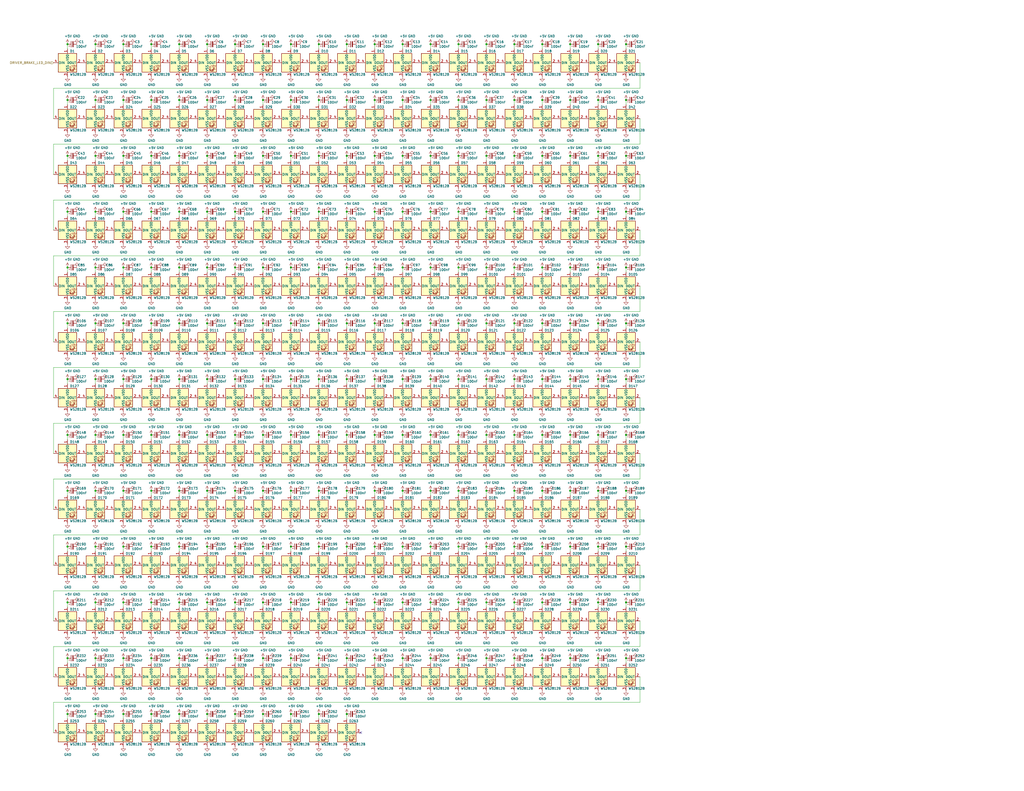
<source format=kicad_sch>
(kicad_sch (version 20211123) (generator eeschema)
  (paper "C")
  (junction (at 219.71 24.13))
  (junction (at 113.03 389.89))
  (junction (at 113.03 115.57))
  (junction (at 265.43 176.53))
  (junction (at 265.43 359.41))
  (junction (at 97.79 207.01))
  (junction (at 128.27 328.93))
  (junction (at 52.07 267.97))
  (junction (at 219.71 115.57))
  (junction (at 189.23 328.93))
  (junction (at 82.55 359.41))
  (junction (at 67.31 115.57))
  (junction (at 295.91 54.61))
  (junction (at 341.63 24.13))
  (junction (at 280.67 359.41))
  (junction (at 341.63 328.93))
  (junction (at 265.43 328.93))
  (junction (at 128.27 267.97))
  (junction (at 36.83 389.89))
  (junction (at 67.31 176.53))
  (junction (at 97.79 85.09))
  (junction (at 280.67 176.53))
  (junction (at 189.23 85.09))
  (junction (at 36.83 24.13))
  (junction (at 143.51 146.05))
  (junction (at 113.03 85.09))
  (junction (at 311.15 237.49))
  (junction (at 128.27 85.09))
  (junction (at 311.15 146.05))
  (junction (at 280.67 54.61))
  (junction (at 311.15 267.97))
  (junction (at 67.31 389.89))
  (junction (at 295.91 237.49))
  (junction (at 173.99 328.93))
  (junction (at 52.07 298.45))
  (junction (at 128.27 389.89))
  (junction (at 82.55 24.13))
  (junction (at 250.19 176.53))
  (junction (at 36.83 54.61))
  (junction (at 97.79 328.93))
  (junction (at 67.31 54.61))
  (junction (at 143.51 176.53))
  (junction (at 311.15 298.45))
  (junction (at 265.43 146.05))
  (junction (at 189.23 24.13))
  (junction (at 82.55 85.09))
  (junction (at 341.63 207.01))
  (junction (at 295.91 267.97))
  (junction (at 204.47 328.93))
  (junction (at 82.55 298.45))
  (junction (at 82.55 389.89))
  (junction (at 36.83 146.05))
  (junction (at 173.99 207.01))
  (junction (at 234.95 54.61))
  (junction (at 204.47 85.09))
  (junction (at 341.63 85.09))
  (junction (at 97.79 54.61))
  (junction (at 113.03 24.13))
  (junction (at 158.75 237.49))
  (junction (at 326.39 207.01))
  (junction (at 250.19 359.41))
  (junction (at 113.03 54.61))
  (junction (at 326.39 237.49))
  (junction (at 52.07 24.13))
  (junction (at 82.55 146.05))
  (junction (at 36.83 359.41))
  (junction (at 219.71 237.49))
  (junction (at 280.67 85.09))
  (junction (at 36.83 207.01))
  (junction (at 326.39 176.53))
  (junction (at 234.95 267.97))
  (junction (at 234.95 359.41))
  (junction (at 173.99 85.09))
  (junction (at 128.27 54.61))
  (junction (at 143.51 24.13))
  (junction (at 143.51 207.01))
  (junction (at 67.31 24.13))
  (junction (at 341.63 176.53))
  (junction (at 295.91 24.13))
  (junction (at 265.43 267.97))
  (junction (at 204.47 146.05))
  (junction (at 250.19 146.05))
  (junction (at 326.39 328.93))
  (junction (at 97.79 389.89))
  (junction (at 295.91 298.45))
  (junction (at 219.71 328.93))
  (junction (at 204.47 237.49))
  (junction (at 341.63 298.45))
  (junction (at 82.55 267.97))
  (junction (at 97.79 146.05))
  (junction (at 173.99 359.41))
  (junction (at 326.39 267.97))
  (junction (at 113.03 207.01))
  (junction (at 311.15 115.57))
  (junction (at 158.75 207.01))
  (junction (at 128.27 237.49))
  (junction (at 265.43 115.57))
  (junction (at 250.19 298.45))
  (junction (at 158.75 328.93))
  (junction (at 295.91 176.53))
  (junction (at 82.55 237.49))
  (junction (at 143.51 237.49))
  (junction (at 326.39 298.45))
  (junction (at 341.63 359.41))
  (junction (at 280.67 24.13))
  (junction (at 265.43 24.13))
  (junction (at 204.47 267.97))
  (junction (at 36.83 115.57))
  (junction (at 234.95 328.93))
  (junction (at 234.95 298.45))
  (junction (at 219.71 176.53))
  (junction (at 234.95 85.09))
  (junction (at 280.67 207.01))
  (junction (at 52.07 54.61))
  (junction (at 143.51 54.61))
  (junction (at 311.15 24.13))
  (junction (at 158.75 146.05))
  (junction (at 234.95 115.57))
  (junction (at 341.63 115.57))
  (junction (at 250.19 85.09))
  (junction (at 82.55 115.57))
  (junction (at 128.27 115.57))
  (junction (at 234.95 146.05))
  (junction (at 52.07 85.09))
  (junction (at 204.47 359.41))
  (junction (at 250.19 24.13))
  (junction (at 189.23 207.01))
  (junction (at 158.75 176.53))
  (junction (at 128.27 146.05))
  (junction (at 311.15 176.53))
  (junction (at 280.67 115.57))
  (junction (at 158.75 24.13))
  (junction (at 173.99 176.53))
  (junction (at 280.67 237.49))
  (junction (at 113.03 359.41))
  (junction (at 97.79 298.45))
  (junction (at 189.23 359.41))
  (junction (at 97.79 237.49))
  (junction (at 158.75 389.89))
  (junction (at 128.27 176.53))
  (junction (at 219.71 267.97))
  (junction (at 128.27 359.41))
  (junction (at 204.47 298.45))
  (junction (at 204.47 115.57))
  (junction (at 189.23 146.05))
  (junction (at 36.83 85.09))
  (junction (at 113.03 298.45))
  (junction (at 189.23 298.45))
  (junction (at 295.91 207.01))
  (junction (at 250.19 237.49))
  (junction (at 52.07 176.53))
  (junction (at 189.23 176.53))
  (junction (at 280.67 328.93))
  (junction (at 219.71 359.41))
  (junction (at 219.71 207.01))
  (junction (at 204.47 54.61))
  (junction (at 36.83 328.93))
  (junction (at 326.39 359.41))
  (junction (at 219.71 146.05))
  (junction (at 52.07 359.41))
  (junction (at 97.79 24.13))
  (junction (at 173.99 267.97))
  (junction (at 97.79 115.57))
  (junction (at 341.63 267.97))
  (junction (at 36.83 298.45))
  (junction (at 128.27 24.13))
  (junction (at 82.55 328.93))
  (junction (at 67.31 237.49))
  (junction (at 311.15 359.41))
  (junction (at 265.43 85.09))
  (junction (at 52.07 207.01))
  (junction (at 173.99 146.05))
  (junction (at 250.19 115.57))
  (junction (at 265.43 298.45))
  (junction (at 173.99 237.49))
  (junction (at 36.83 267.97))
  (junction (at 173.99 298.45))
  (junction (at 82.55 54.61))
  (junction (at 280.67 146.05))
  (junction (at 67.31 328.93))
  (junction (at 143.51 267.97))
  (junction (at 280.67 267.97))
  (junction (at 113.03 328.93))
  (junction (at 234.95 207.01))
  (junction (at 311.15 207.01))
  (junction (at 295.91 328.93))
  (junction (at 219.71 85.09))
  (junction (at 189.23 267.97))
  (junction (at 295.91 85.09))
  (junction (at 67.31 267.97))
  (junction (at 189.23 237.49))
  (junction (at 250.19 267.97))
  (junction (at 143.51 85.09))
  (junction (at 341.63 146.05))
  (junction (at 189.23 389.89))
  (junction (at 326.39 54.61))
  (junction (at 204.47 207.01))
  (junction (at 219.71 298.45))
  (junction (at 97.79 267.97))
  (junction (at 189.23 115.57))
  (junction (at 219.71 54.61))
  (junction (at 173.99 54.61))
  (junction (at 311.15 54.61))
  (junction (at 143.51 298.45))
  (junction (at 97.79 359.41))
  (junction (at 204.47 24.13))
  (junction (at 113.03 176.53))
  (junction (at 82.55 176.53))
  (junction (at 67.31 207.01))
  (junction (at 67.31 298.45))
  (junction (at 36.83 176.53))
  (junction (at 36.83 237.49))
  (junction (at 234.95 24.13))
  (junction (at 128.27 298.45))
  (junction (at 341.63 54.61))
  (junction (at 295.91 146.05))
  (junction (at 113.03 237.49))
  (junction (at 67.31 146.05))
  (junction (at 295.91 359.41))
  (junction (at 52.07 389.89))
  (junction (at 82.55 207.01))
  (junction (at 67.31 359.41))
  (junction (at 143.51 359.41))
  (junction (at 52.07 237.49))
  (junction (at 295.91 115.57))
  (junction (at 173.99 115.57))
  (junction (at 326.39 85.09))
  (junction (at 143.51 115.57))
  (junction (at 113.03 267.97))
  (junction (at 143.51 389.89))
  (junction (at 158.75 54.61))
  (junction (at 326.39 115.57))
  (junction (at 265.43 54.61))
  (junction (at 52.07 146.05))
  (junction (at 143.51 328.93))
  (junction (at 158.75 267.97))
  (junction (at 189.23 54.61))
  (junction (at 311.15 85.09))
  (junction (at 250.19 207.01))
  (junction (at 173.99 389.89))
  (junction (at 326.39 146.05))
  (junction (at 158.75 115.57))
  (junction (at 326.39 24.13))
  (junction (at 67.31 85.09))
  (junction (at 280.67 298.45))
  (junction (at 158.75 85.09))
  (junction (at 250.19 54.61))
  (junction (at 128.27 207.01))
  (junction (at 52.07 328.93))
  (junction (at 158.75 298.45))
  (junction (at 173.99 24.13))
  (junction (at 234.95 176.53))
  (junction (at 341.63 237.49))
  (junction (at 97.79 176.53))
  (junction (at 234.95 237.49))
  (junction (at 113.03 146.05))
  (junction (at 250.19 328.93))
  (junction (at 158.75 359.41))
  (junction (at 311.15 328.93))
  (junction (at 52.07 115.57))
  (junction (at 265.43 237.49))
  (junction (at 204.47 176.53))
  (junction (at 265.43 207.01))
  (no_connect (at 196.85 400.05))
  (wire (pts (xy 97.79 361.95) (xy 97.79 359.41)))
  (wire (pts (xy 29.21 383.54) (xy 349.25 383.54)))
  (wire (pts (xy 67.31 148.59) (xy 67.31 146.05)))
  (wire (pts (xy 189.23 392.43) (xy 189.23 389.89)))
  (wire (pts (xy 67.31 118.11) (xy 67.31 115.57)))
  (wire (pts (xy 295.91 300.99) (xy 295.91 298.45)))
  (wire (pts (xy 29.21 247.65) (xy 29.21 231.14)))
  (wire (pts (xy 311.15 240.03) (xy 311.15 237.49)))
  (wire (pts (xy 234.95 270.51) (xy 234.95 267.97)))
  (wire (pts (xy 234.95 300.99) (xy 234.95 298.45)))
  (wire (pts (xy 349.25 383.54) (xy 349.25 369.57)))
  (wire (pts (xy 311.15 176.53) (xy 311.15 179.07)))
  (wire (pts (xy 143.51 87.63) (xy 143.51 85.09)))
  (wire (pts (xy 82.55 179.07) (xy 82.55 176.53)))
  (wire (pts (xy 158.75 392.43) (xy 158.75 389.89)))
  (wire (pts (xy 265.43 26.67) (xy 265.43 24.13)))
  (wire (pts (xy 280.67 118.11) (xy 280.67 115.57)))
  (wire (pts (xy 326.39 240.03) (xy 326.39 237.49)))
  (wire (pts (xy 82.55 148.59) (xy 82.55 146.05)))
  (wire (pts (xy 128.27 209.55) (xy 128.27 207.01)))
  (wire (pts (xy 280.67 57.15) (xy 280.67 54.61)))
  (wire (pts (xy 158.75 300.99) (xy 158.75 298.45)))
  (wire (pts (xy 311.15 361.95) (xy 311.15 359.41)))
  (wire (pts (xy 204.47 300.99) (xy 204.47 298.45)))
  (wire (pts (xy 349.25 200.66) (xy 349.25 186.69)))
  (wire (pts (xy 219.71 331.47) (xy 219.71 328.93)))
  (wire (pts (xy 97.79 240.03) (xy 97.79 237.49)))
  (wire (pts (xy 341.63 209.55) (xy 341.63 207.01)))
  (wire (pts (xy 280.67 300.99) (xy 280.67 298.45)))
  (wire (pts (xy 189.23 118.11) (xy 189.23 115.57)))
  (wire (pts (xy 326.39 87.63) (xy 326.39 85.09)))
  (wire (pts (xy 234.95 179.07) (xy 234.95 176.53)))
  (wire (pts (xy 265.43 57.15) (xy 265.43 54.61)))
  (wire (pts (xy 349.25 261.62) (xy 349.25 247.65)))
  (wire (pts (xy 173.99 240.03) (xy 173.99 237.49)))
  (wire (pts (xy 82.55 57.15) (xy 82.55 54.61)))
  (wire (pts (xy 113.03 148.59) (xy 113.03 146.05)))
  (wire (pts (xy 29.21 322.58) (xy 349.25 322.58)))
  (wire (pts (xy 82.55 300.99) (xy 82.55 298.45)))
  (wire (pts (xy 341.63 26.67) (xy 341.63 24.13)))
  (wire (pts (xy 234.95 57.15) (xy 234.95 54.61)))
  (wire (pts (xy 36.83 118.11) (xy 36.83 115.57)))
  (wire (pts (xy 29.21 200.66) (xy 349.25 200.66)))
  (wire (pts (xy 52.07 209.55) (xy 52.07 207.01)))
  (wire (pts (xy 36.83 148.59) (xy 36.83 146.05)))
  (wire (pts (xy 52.07 300.99) (xy 52.07 298.45)))
  (wire (pts (xy 143.51 179.07) (xy 143.51 176.53)))
  (wire (pts (xy 29.21 353.06) (xy 349.25 353.06)))
  (wire (pts (xy 52.07 240.03) (xy 52.07 237.49)))
  (wire (pts (xy 341.63 270.51) (xy 341.63 267.97)))
  (wire (pts (xy 189.23 26.67) (xy 189.23 24.13)))
  (wire (pts (xy 158.75 87.63) (xy 158.75 85.09)))
  (wire (pts (xy 280.67 361.95) (xy 280.67 359.41)))
  (wire (pts (xy 326.39 148.59) (xy 326.39 146.05)))
  (wire (pts (xy 113.03 240.03) (xy 113.03 237.49)))
  (wire (pts (xy 326.39 118.11) (xy 326.39 115.57)))
  (wire (pts (xy 158.75 209.55) (xy 158.75 207.01)))
  (wire (pts (xy 29.21 400.05) (xy 29.21 383.54)))
  (wire (pts (xy 82.55 270.51) (xy 82.55 267.97)))
  (wire (pts (xy 295.91 331.47) (xy 295.91 328.93)))
  (wire (pts (xy 250.19 300.99) (xy 250.19 298.45)))
  (wire (pts (xy 326.39 331.47) (xy 326.39 328.93)))
  (wire (pts (xy 128.27 57.15) (xy 128.27 54.61)))
  (wire (pts (xy 143.51 331.47) (xy 143.51 328.93)))
  (wire (pts (xy 295.91 179.07) (xy 295.91 176.53)))
  (wire (pts (xy 250.19 361.95) (xy 250.19 359.41)))
  (wire (pts (xy 67.31 179.07) (xy 67.31 176.53)))
  (wire (pts (xy 97.79 331.47) (xy 97.79 328.93)))
  (wire (pts (xy 311.15 26.67) (xy 311.15 24.13)))
  (wire (pts (xy 234.95 331.47) (xy 234.95 328.93)))
  (wire (pts (xy 219.71 179.07) (xy 219.71 176.53)))
  (wire (pts (xy 189.23 148.59) (xy 189.23 146.05)))
  (wire (pts (xy 97.79 209.55) (xy 97.79 207.01)))
  (wire (pts (xy 265.43 270.51) (xy 265.43 267.97)))
  (wire (pts (xy 265.43 240.03) (xy 265.43 237.49)))
  (wire (pts (xy 173.99 118.11) (xy 173.99 115.57)))
  (wire (pts (xy 113.03 270.51) (xy 113.03 267.97)))
  (wire (pts (xy 143.51 361.95) (xy 143.51 359.41)))
  (wire (pts (xy 219.71 57.15) (xy 219.71 54.61)))
  (wire (pts (xy 326.39 300.99) (xy 326.39 298.45)))
  (wire (pts (xy 143.51 270.51) (xy 143.51 267.97)))
  (wire (pts (xy 234.95 118.11) (xy 234.95 115.57)))
  (wire (pts (xy 52.07 57.15) (xy 52.07 54.61)))
  (wire (pts (xy 250.19 148.59) (xy 250.19 146.05)))
  (wire (pts (xy 265.43 300.99) (xy 265.43 298.45)))
  (wire (pts (xy 97.79 300.99) (xy 97.79 298.45)))
  (wire (pts (xy 265.43 118.11) (xy 265.43 115.57)))
  (wire (pts (xy 219.71 361.95) (xy 219.71 359.41)))
  (wire (pts (xy 204.47 148.59) (xy 204.47 146.05)))
  (wire (pts (xy 234.95 361.95) (xy 234.95 359.41)))
  (wire (pts (xy 204.47 331.47) (xy 204.47 328.93)))
  (wire (pts (xy 189.23 87.63) (xy 189.23 85.09)))
  (wire (pts (xy 219.71 300.99) (xy 219.71 298.45)))
  (wire (pts (xy 29.21 278.13) (xy 29.21 261.62)))
  (wire (pts (xy 189.23 209.55) (xy 189.23 207.01)))
  (wire (pts (xy 280.67 87.63) (xy 280.67 85.09)))
  (wire (pts (xy 29.21 170.18) (xy 349.25 170.18)))
  (wire (pts (xy 29.21 125.73) (xy 29.21 109.22)))
  (wire (pts (xy 128.27 361.95) (xy 128.27 359.41)))
  (wire (pts (xy 97.79 26.67) (xy 97.79 24.13)))
  (wire (pts (xy 67.31 57.15) (xy 67.31 54.61)))
  (wire (pts (xy 204.47 26.67) (xy 204.47 24.13)))
  (wire (pts (xy 67.31 270.51) (xy 67.31 267.97)))
  (wire (pts (xy 67.31 331.47) (xy 67.31 328.93)))
  (wire (pts (xy 265.43 148.59) (xy 265.43 146.05)))
  (wire (pts (xy 29.21 139.7) (xy 349.25 139.7)))
  (wire (pts (xy 189.23 179.07) (xy 189.23 176.53)))
  (wire (pts (xy 173.99 148.59) (xy 173.99 146.05)))
  (wire (pts (xy 113.03 179.07) (xy 113.03 176.53)))
  (wire (pts (xy 189.23 57.15) (xy 189.23 54.61)))
  (wire (pts (xy 265.43 179.07) (xy 265.43 176.53)))
  (wire (pts (xy 52.07 331.47) (xy 52.07 328.93)))
  (wire (pts (xy 280.67 26.67) (xy 280.67 24.13)))
  (wire (pts (xy 341.63 331.47) (xy 341.63 328.93)))
  (wire (pts (xy 311.15 331.47) (xy 311.15 328.93)))
  (wire (pts (xy 82.55 118.11) (xy 82.55 115.57)))
  (wire (pts (xy 189.23 331.47) (xy 189.23 328.93)))
  (wire (pts (xy 295.91 361.95) (xy 295.91 359.41)))
  (wire (pts (xy 173.99 270.51) (xy 173.99 267.97)))
  (wire (pts (xy 204.47 270.51) (xy 204.47 267.97)))
  (wire (pts (xy 326.39 270.51) (xy 326.39 267.97)))
  (wire (pts (xy 280.67 148.59) (xy 280.67 146.05)))
  (wire (pts (xy 280.67 179.07) (xy 280.67 176.53)))
  (wire (pts (xy 311.15 87.63) (xy 311.15 85.09)))
  (wire (pts (xy 29.21 261.62) (xy 349.25 261.62)))
  (wire (pts (xy 36.83 392.43) (xy 36.83 389.89)))
  (wire (pts (xy 52.07 87.63) (xy 52.07 85.09)))
  (wire (pts (xy 52.07 361.95) (xy 52.07 359.41)))
  (wire (pts (xy 52.07 26.67) (xy 52.07 24.13)))
  (wire (pts (xy 29.21 217.17) (xy 29.21 200.66)))
  (wire (pts (xy 341.63 179.07) (xy 341.63 176.53)))
  (wire (pts (xy 158.75 240.03) (xy 158.75 237.49)))
  (wire (pts (xy 113.03 57.15) (xy 113.03 54.61)))
  (wire (pts (xy 29.21 369.57) (xy 29.21 353.06)))
  (wire (pts (xy 82.55 87.63) (xy 82.55 85.09)))
  (wire (pts (xy 250.19 209.55) (xy 250.19 207.01)))
  (wire (pts (xy 36.83 361.95) (xy 36.83 359.41)))
  (wire (pts (xy 234.95 240.03) (xy 234.95 237.49)))
  (wire (pts (xy 311.15 209.55) (xy 311.15 207.01)))
  (wire (pts (xy 158.75 361.95) (xy 158.75 359.41)))
  (wire (pts (xy 265.43 331.47) (xy 265.43 328.93)))
  (wire (pts (xy 29.21 95.25) (xy 29.21 78.74)))
  (wire (pts (xy 29.21 186.69) (xy 29.21 170.18)))
  (wire (pts (xy 143.51 240.03) (xy 143.51 237.49)))
  (wire (pts (xy 341.63 57.15) (xy 341.63 54.61)))
  (wire (pts (xy 265.43 87.63) (xy 265.43 85.09)))
  (wire (pts (xy 128.27 26.67) (xy 128.27 24.13)))
  (wire (pts (xy 67.31 209.55) (xy 67.31 207.01)))
  (wire (pts (xy 349.25 231.14) (xy 349.25 217.17)))
  (wire (pts (xy 128.27 87.63) (xy 128.27 85.09)))
  (wire (pts (xy 128.27 331.47) (xy 128.27 328.93)))
  (wire (pts (xy 280.67 209.55) (xy 280.67 207.01)))
  (wire (pts (xy 67.31 392.43) (xy 67.31 389.89)))
  (wire (pts (xy 219.71 118.11) (xy 219.71 115.57)))
  (wire (pts (xy 204.47 118.11) (xy 204.47 115.57)))
  (wire (pts (xy 36.83 300.99) (xy 36.83 298.45)))
  (wire (pts (xy 219.71 87.63) (xy 219.71 85.09)))
  (wire (pts (xy 341.63 240.03) (xy 341.63 237.49)))
  (wire (pts (xy 97.79 118.11) (xy 97.79 115.57)))
  (wire (pts (xy 311.15 300.99) (xy 311.15 298.45)))
  (wire (pts (xy 311.15 148.59) (xy 311.15 146.05)))
  (wire (pts (xy 349.25 78.74) (xy 349.25 64.77)))
  (wire (pts (xy 67.31 87.63) (xy 67.31 85.09)))
  (wire (pts (xy 113.03 118.11) (xy 113.03 115.57)))
  (wire (pts (xy 326.39 176.53) (xy 326.39 179.07)))
  (wire (pts (xy 204.47 240.03) (xy 204.47 237.49)))
  (wire (pts (xy 204.47 209.55) (xy 204.47 207.01)))
  (wire (pts (xy 349.25 139.7) (xy 349.25 125.73)))
  (wire (pts (xy 349.25 48.26) (xy 349.25 34.29)))
  (wire (pts (xy 97.79 392.43) (xy 97.79 389.89)))
  (wire (pts (xy 250.19 331.47) (xy 250.19 328.93)))
  (wire (pts (xy 113.03 331.47) (xy 113.03 328.93)))
  (wire (pts (xy 280.67 240.03) (xy 280.67 237.49)))
  (wire (pts (xy 234.95 209.55) (xy 234.95 207.01)))
  (wire (pts (xy 143.51 300.99) (xy 143.51 298.45)))
  (wire (pts (xy 204.47 179.07) (xy 204.47 176.53)))
  (wire (pts (xy 143.51 392.43) (xy 143.51 389.89)))
  (wire (pts (xy 36.83 26.67) (xy 36.83 24.13)))
  (wire (pts (xy 29.21 156.21) (xy 29.21 139.7)))
  (wire (pts (xy 36.83 179.07) (xy 36.83 176.53)))
  (wire (pts (xy 36.83 240.03) (xy 36.83 237.49)))
  (wire (pts (xy 113.03 26.67) (xy 113.03 24.13)))
  (wire (pts (xy 295.91 209.55) (xy 295.91 207.01)))
  (wire (pts (xy 295.91 148.59) (xy 295.91 146.05)))
  (wire (pts (xy 250.19 87.63) (xy 250.19 85.09)))
  (wire (pts (xy 341.63 118.11) (xy 341.63 115.57)))
  (wire (pts (xy 82.55 26.67) (xy 82.55 24.13)))
  (wire (pts (xy 295.91 87.63) (xy 295.91 85.09)))
  (wire (pts (xy 52.07 392.43) (xy 52.07 389.89)))
  (wire (pts (xy 67.31 240.03) (xy 67.31 237.49)))
  (wire (pts (xy 250.19 179.07) (xy 250.19 176.53)))
  (wire (pts (xy 265.43 209.55) (xy 265.43 207.01)))
  (wire (pts (xy 234.95 87.63) (xy 234.95 85.09)))
  (wire (pts (xy 349.25 322.58) (xy 349.25 308.61)))
  (wire (pts (xy 128.27 240.03) (xy 128.27 237.49)))
  (wire (pts (xy 97.79 270.51) (xy 97.79 267.97)))
  (wire (pts (xy 158.75 118.11) (xy 158.75 115.57)))
  (wire (pts (xy 250.19 240.03) (xy 250.19 237.49)))
  (wire (pts (xy 52.07 118.11) (xy 52.07 115.57)))
  (wire (pts (xy 204.47 57.15) (xy 204.47 54.61)))
  (wire (pts (xy 128.27 118.11) (xy 128.27 115.57)))
  (wire (pts (xy 326.39 57.15) (xy 326.39 54.61)))
  (wire (pts (xy 29.21 109.22) (xy 349.25 109.22)))
  (wire (pts (xy 97.79 179.07) (xy 97.79 176.53)))
  (wire (pts (xy 326.39 209.55) (xy 326.39 207.01)))
  (wire (pts (xy 219.71 270.51) (xy 219.71 267.97)))
  (wire (pts (xy 173.99 361.95) (xy 173.99 359.41)))
  (wire (pts (xy 113.03 209.55) (xy 113.03 207.01)))
  (wire (pts (xy 29.21 64.77) (xy 29.21 48.26)))
  (wire (pts (xy 82.55 331.47) (xy 82.55 328.93)))
  (wire (pts (xy 113.03 87.63) (xy 113.03 85.09)))
  (wire (pts (xy 36.83 209.55) (xy 36.83 207.01)))
  (wire (pts (xy 52.07 179.07) (xy 52.07 176.53)))
  (wire (pts (xy 204.47 87.63) (xy 204.47 85.09)))
  (wire (pts (xy 280.67 331.47) (xy 280.67 328.93)))
  (wire (pts (xy 36.83 331.47) (xy 36.83 328.93)))
  (wire (pts (xy 295.91 26.67) (xy 295.91 24.13)))
  (wire (pts (xy 128.27 179.07) (xy 128.27 176.53)))
  (wire (pts (xy 113.03 300.99) (xy 113.03 298.45)))
  (wire (pts (xy 173.99 331.47) (xy 173.99 328.93)))
  (wire (pts (xy 349.25 170.18) (xy 349.25 156.21)))
  (wire (pts (xy 341.63 87.63) (xy 341.63 85.09)))
  (wire (pts (xy 82.55 240.03) (xy 82.55 237.49)))
  (wire (pts (xy 349.25 353.06) (xy 349.25 339.09)))
  (wire (pts (xy 295.91 240.03) (xy 295.91 237.49)))
  (wire (pts (xy 219.71 148.59) (xy 219.71 146.05)))
  (wire (pts (xy 173.99 209.55) (xy 173.99 207.01)))
  (wire (pts (xy 295.91 118.11) (xy 295.91 115.57)))
  (wire (pts (xy 234.95 26.67) (xy 234.95 24.13)))
  (wire (pts (xy 67.31 26.67) (xy 67.31 24.13)))
  (wire (pts (xy 204.47 361.95) (xy 204.47 359.41)))
  (wire (pts (xy 158.75 270.51) (xy 158.75 267.97)))
  (wire (pts (xy 29.21 78.74) (xy 349.25 78.74)))
  (wire (pts (xy 113.03 392.43) (xy 113.03 389.89)))
  (wire (pts (xy 173.99 300.99) (xy 173.99 298.45)))
  (wire (pts (xy 173.99 26.67) (xy 173.99 24.13)))
  (wire (pts (xy 326.39 26.67) (xy 326.39 24.13)))
  (wire (pts (xy 189.23 240.03) (xy 189.23 237.49)))
  (wire (pts (xy 158.75 57.15) (xy 158.75 54.61)))
  (wire (pts (xy 52.07 148.59) (xy 52.07 146.05)))
  (wire (pts (xy 97.79 148.59) (xy 97.79 146.05)))
  (wire (pts (xy 36.83 270.51) (xy 36.83 267.97)))
  (wire (pts (xy 128.27 300.99) (xy 128.27 298.45)))
  (wire (pts (xy 250.19 26.67) (xy 250.19 24.13)))
  (wire (pts (xy 29.21 308.61) (xy 29.21 292.1)))
  (wire (pts (xy 36.83 87.63) (xy 36.83 85.09)))
  (wire (pts (xy 143.51 26.67) (xy 143.51 24.13)))
  (wire (pts (xy 29.21 48.26) (xy 349.25 48.26)))
  (wire (pts (xy 128.27 270.51) (xy 128.27 267.97)))
  (wire (pts (xy 97.79 57.15) (xy 97.79 54.61)))
  (wire (pts (xy 311.15 57.15) (xy 311.15 54.61)))
  (wire (pts (xy 311.15 118.11) (xy 311.15 115.57)))
  (wire (pts (xy 113.03 361.95) (xy 113.03 359.41)))
  (wire (pts (xy 158.75 26.67) (xy 158.75 24.13)))
  (wire (pts (xy 67.31 300.99) (xy 67.31 298.45)))
  (wire (pts (xy 295.91 57.15) (xy 295.91 54.61)))
  (wire (pts (xy 341.63 300.99) (xy 341.63 298.45)))
  (wire (pts (xy 349.25 109.22) (xy 349.25 95.25)))
  (wire (pts (xy 250.19 57.15) (xy 250.19 54.61)))
  (wire (pts (xy 189.23 361.95) (xy 189.23 359.41)))
  (wire (pts (xy 219.71 26.67) (xy 219.71 24.13)))
  (wire (pts (xy 173.99 57.15) (xy 173.99 54.61)))
  (wire (pts (xy 52.07 270.51) (xy 52.07 267.97)))
  (wire (pts (xy 189.23 270.51) (xy 189.23 267.97)))
  (wire (pts (xy 128.27 392.43) (xy 128.27 389.89)))
  (wire (pts (xy 250.19 270.51) (xy 250.19 267.97)))
  (wire (pts (xy 173.99 392.43) (xy 173.99 389.89)))
  (wire (pts (xy 29.21 231.14) (xy 349.25 231.14)))
  (wire (pts (xy 311.15 270.51) (xy 311.15 267.97)))
  (wire (pts (xy 250.19 118.11) (xy 250.19 115.57)))
  (wire (pts (xy 82.55 209.55) (xy 82.55 207.01)))
  (wire (pts (xy 341.63 361.95) (xy 341.63 359.41)))
  (wire (pts (xy 280.67 270.51) (xy 280.67 267.97)))
  (wire (pts (xy 173.99 179.07) (xy 173.99 176.53)))
  (wire (pts (xy 29.21 292.1) (xy 349.25 292.1)))
  (wire (pts (xy 219.71 240.03) (xy 219.71 237.49)))
  (wire (pts (xy 158.75 331.47) (xy 158.75 328.93)))
  (wire (pts (xy 82.55 361.95) (xy 82.55 359.41)))
  (wire (pts (xy 143.51 57.15) (xy 143.51 54.61)))
  (wire (pts (xy 143.51 148.59) (xy 143.51 146.05)))
  (wire (pts (xy 143.51 118.11) (xy 143.51 115.57)))
  (wire (pts (xy 128.27 148.59) (xy 128.27 146.05)))
  (wire (pts (xy 143.51 209.55) (xy 143.51 207.01)))
  (wire (pts (xy 82.55 392.43) (xy 82.55 389.89)))
  (wire (pts (xy 265.43 361.95) (xy 265.43 359.41)))
  (wire (pts (xy 189.23 300.99) (xy 189.23 298.45)))
  (wire (pts (xy 173.99 87.63) (xy 173.99 85.09)))
  (wire (pts (xy 219.71 209.55) (xy 219.71 207.01)))
  (wire (pts (xy 158.75 148.59) (xy 158.75 146.05)))
  (wire (pts (xy 67.31 361.95) (xy 67.31 359.41)))
  (wire (pts (xy 349.25 292.1) (xy 349.25 278.13)))
  (wire (pts (xy 97.79 87.63) (xy 97.79 85.09)))
  (wire (pts (xy 36.83 57.15) (xy 36.83 54.61)))
  (wire (pts (xy 326.39 361.95) (xy 326.39 359.41)))
  (wire (pts (xy 234.95 148.59) (xy 234.95 146.05)))
  (wire (pts (xy 341.63 148.59) (xy 341.63 146.05)))
  (wire (pts (xy 158.75 179.07) (xy 158.75 176.53)))
  (wire (pts (xy 29.21 322.58) (xy 29.21 339.09)))
  (wire (pts (xy 295.91 270.51) (xy 295.91 267.97)))
  (hierarchical_label "DRIVER_BRAKE_LED_DIN" (shape input) (at 29.21 34.29 180))
  (symbol (lib_id "LED:WS2812B") (at 36.83 34.29 0) (unit 1)
    (property "Reference" "D1" (at 38.1 27.94 0) (effects (justify left)))
    (property "Value" "WS2812B" (at 38.1 40.64 0) (effects (justify left)))
    (property "Footprint" "LED_SMD:LED_WS2812B_PLCC4_5.0x5.0mm_P3.2mm" (effects hide))
    (property "Datasheet" "https://cdn-shop.adafruit.com/datasheets/WS2812B.pdf" (effects hide))
    (property "LCSC" "C114586" (effects hide))
  )
  (symbol (lib_id "power:GND") (at 36.83 41.91 0) (unit 1)
    (property "Reference" "#PWR043" (effects hide))
    (property "Value" "GND" (at 36.957 46.3042 0))
  )
  (symbol (lib_id "power:+5V") (at 36.83 24.13 0) (unit 1)
    (property "Reference" "#PWR01" (effects hide))
    (property "Value" "+5V" (at 37.211 19.7358 0))
  )
  (symbol (lib_id "power:GND") (at 41.91 24.13 180) (unit 1)
    (property "Reference" "#PWR02" (effects hide))
    (property "Value" "GND" (at 41.783 19.7358 0))
  )
  (symbol (lib_id "ludeled-rescue:CP_Small-Device") (at 39.37 24.13 90) (unit 1)
    (property "Reference" "C1" (at 44.45 22.86 90))
    (property "Value" "100nF" (at 44.45 25.4 90))
    (property "Footprint" "Capacitor_SMD:C_0402_1005Metric" (effects hide))
    (property "LCSC" "C60474" (effects hide))
  )
  (symbol (lib_id "LED:WS2812B") (at 52.07 34.29 0) (unit 1)
    (property "Reference" "D2" (at 53.34 27.94 0) (effects (justify left)))
    (property "Value" "WS2812B" (at 53.34 40.64 0) (effects (justify left)))
    (property "Footprint" "LED_SMD:LED_WS2812B_PLCC4_5.0x5.0mm_P3.2mm" (effects hide))
    (property "Datasheet" "https://cdn-shop.adafruit.com/datasheets/WS2812B.pdf" (effects hide))
    (property "LCSC" "C114586" (effects hide))
  )
  (symbol (lib_id "power:GND") (at 52.07 41.91 0) (unit 1)
    (property "Reference" "#PWR044" (effects hide))
    (property "Value" "GND" (at 52.197 46.3042 0))
  )
  (symbol (lib_id "power:+5V") (at 52.07 24.13 0) (unit 1)
    (property "Reference" "#PWR03" (effects hide))
    (property "Value" "+5V" (at 52.451 19.7358 0))
  )
  (symbol (lib_id "power:GND") (at 57.15 24.13 180) (unit 1)
    (property "Reference" "#PWR04" (effects hide))
    (property "Value" "GND" (at 57.023 19.7358 0))
  )
  (symbol (lib_id "ludeled-rescue:CP_Small-Device") (at 54.61 24.13 90) (unit 1)
    (property "Reference" "C2" (at 59.69 22.86 90))
    (property "Value" "100nF" (at 59.69 25.4 90))
    (property "Footprint" "Capacitor_SMD:C_0402_1005Metric" (effects hide))
    (property "LCSC" "C60474" (effects hide))
  )
  (symbol (lib_id "LED:WS2812B") (at 67.31 34.29 0) (unit 1)
    (property "Reference" "D3" (at 68.58 27.94 0) (effects (justify left)))
    (property "Value" "WS2812B" (at 68.58 40.64 0) (effects (justify left)))
    (property "Footprint" "LED_SMD:LED_WS2812B_PLCC4_5.0x5.0mm_P3.2mm" (effects hide))
    (property "Datasheet" "https://cdn-shop.adafruit.com/datasheets/WS2812B.pdf" (effects hide))
    (property "LCSC" "C114586" (effects hide))
  )
  (symbol (lib_id "power:GND") (at 67.31 41.91 0) (unit 1)
    (property "Reference" "#PWR045" (effects hide))
    (property "Value" "GND" (at 67.437 46.3042 0))
  )
  (symbol (lib_id "power:+5V") (at 67.31 24.13 0) (unit 1)
    (property "Reference" "#PWR05" (effects hide))
    (property "Value" "+5V" (at 67.691 19.7358 0))
  )
  (symbol (lib_id "power:GND") (at 72.39 24.13 180) (unit 1)
    (property "Reference" "#PWR06" (effects hide))
    (property "Value" "GND" (at 72.263 19.7358 0))
  )
  (symbol (lib_id "ludeled-rescue:CP_Small-Device") (at 69.85 24.13 90) (unit 1)
    (property "Reference" "C3" (at 74.93 22.86 90))
    (property "Value" "100nF" (at 74.93 25.4 90))
    (property "Footprint" "Capacitor_SMD:C_0402_1005Metric" (effects hide))
    (property "LCSC" "C60474" (effects hide))
  )
  (symbol (lib_id "LED:WS2812B") (at 82.55 34.29 0) (unit 1)
    (property "Reference" "D4" (at 83.82 27.94 0) (effects (justify left)))
    (property "Value" "WS2812B" (at 83.82 40.64 0) (effects (justify left)))
    (property "Footprint" "LED_SMD:LED_WS2812B_PLCC4_5.0x5.0mm_P3.2mm" (effects hide))
    (property "Datasheet" "https://cdn-shop.adafruit.com/datasheets/WS2812B.pdf" (effects hide))
    (property "LCSC" "C114586" (effects hide))
  )
  (symbol (lib_id "power:GND") (at 82.55 41.91 0) (unit 1)
    (property "Reference" "#PWR046" (effects hide))
    (property "Value" "GND" (at 82.677 46.3042 0))
  )
  (symbol (lib_id "power:+5V") (at 82.55 24.13 0) (unit 1)
    (property "Reference" "#PWR07" (effects hide))
    (property "Value" "+5V" (at 82.931 19.7358 0))
  )
  (symbol (lib_id "power:GND") (at 87.63 24.13 180) (unit 1)
    (property "Reference" "#PWR08" (effects hide))
    (property "Value" "GND" (at 87.503 19.7358 0))
  )
  (symbol (lib_id "ludeled-rescue:CP_Small-Device") (at 85.09 24.13 90) (unit 1)
    (property "Reference" "C4" (at 90.17 22.86 90))
    (property "Value" "100nF" (at 90.17 25.4 90))
    (property "Footprint" "Capacitor_SMD:C_0402_1005Metric" (effects hide))
    (property "LCSC" "C60474" (effects hide))
  )
  (symbol (lib_id "LED:WS2812B") (at 97.79 34.29 0) (unit 1)
    (property "Reference" "D5" (at 99.06 27.94 0) (effects (justify left)))
    (property "Value" "WS2812B" (at 99.06 40.64 0) (effects (justify left)))
    (property "Footprint" "LED_SMD:LED_WS2812B_PLCC4_5.0x5.0mm_P3.2mm" (effects hide))
    (property "Datasheet" "https://cdn-shop.adafruit.com/datasheets/WS2812B.pdf" (effects hide))
    (property "LCSC" "C114586" (effects hide))
  )
  (symbol (lib_id "power:GND") (at 97.79 41.91 0) (unit 1)
    (property "Reference" "#PWR047" (effects hide))
    (property "Value" "GND" (at 97.917 46.3042 0))
  )
  (symbol (lib_id "power:+5V") (at 97.79 24.13 0) (unit 1)
    (property "Reference" "#PWR09" (effects hide))
    (property "Value" "+5V" (at 98.171 19.7358 0))
  )
  (symbol (lib_id "power:GND") (at 102.87 24.13 180) (unit 1)
    (property "Reference" "#PWR010" (effects hide))
    (property "Value" "GND" (at 102.743 19.7358 0))
  )
  (symbol (lib_id "ludeled-rescue:CP_Small-Device") (at 100.33 24.13 90) (unit 1)
    (property "Reference" "C5" (at 105.41 22.86 90))
    (property "Value" "100nF" (at 105.41 25.4 90))
    (property "Footprint" "Capacitor_SMD:C_0402_1005Metric" (effects hide))
    (property "LCSC" "C60474" (effects hide))
  )
  (symbol (lib_id "LED:WS2812B") (at 113.03 34.29 0) (unit 1)
    (property "Reference" "D6" (at 114.3 27.94 0) (effects (justify left)))
    (property "Value" "WS2812B" (at 114.3 40.64 0) (effects (justify left)))
    (property "Footprint" "LED_SMD:LED_WS2812B_PLCC4_5.0x5.0mm_P3.2mm" (effects hide))
    (property "Datasheet" "https://cdn-shop.adafruit.com/datasheets/WS2812B.pdf" (effects hide))
    (property "LCSC" "C114586" (effects hide))
  )
  (symbol (lib_id "power:GND") (at 113.03 41.91 0) (unit 1)
    (property "Reference" "#PWR048" (effects hide))
    (property "Value" "GND" (at 113.157 46.3042 0))
  )
  (symbol (lib_id "power:+5V") (at 113.03 24.13 0) (unit 1)
    (property "Reference" "#PWR011" (effects hide))
    (property "Value" "+5V" (at 113.411 19.7358 0))
  )
  (symbol (lib_id "power:GND") (at 118.11 24.13 180) (unit 1)
    (property "Reference" "#PWR012" (effects hide))
    (property "Value" "GND" (at 117.983 19.7358 0))
  )
  (symbol (lib_id "ludeled-rescue:CP_Small-Device") (at 115.57 24.13 90) (unit 1)
    (property "Reference" "C6" (at 120.65 22.86 90))
    (property "Value" "100nF" (at 120.65 25.4 90))
    (property "Footprint" "Capacitor_SMD:C_0402_1005Metric" (effects hide))
    (property "LCSC" "C60474" (effects hide))
  )
  (symbol (lib_id "LED:WS2812B") (at 128.27 34.29 0) (unit 1)
    (property "Reference" "D7" (at 129.54 27.94 0) (effects (justify left)))
    (property "Value" "WS2812B" (at 129.54 40.64 0) (effects (justify left)))
    (property "Footprint" "LED_SMD:LED_WS2812B_PLCC4_5.0x5.0mm_P3.2mm" (effects hide))
    (property "Datasheet" "https://cdn-shop.adafruit.com/datasheets/WS2812B.pdf" (effects hide))
    (property "LCSC" "C114586" (effects hide))
  )
  (symbol (lib_id "power:GND") (at 128.27 41.91 0) (unit 1)
    (property "Reference" "#PWR049" (effects hide))
    (property "Value" "GND" (at 128.397 46.3042 0))
  )
  (symbol (lib_id "power:+5V") (at 128.27 24.13 0) (unit 1)
    (property "Reference" "#PWR013" (effects hide))
    (property "Value" "+5V" (at 128.651 19.7358 0))
  )
  (symbol (lib_id "power:GND") (at 133.35 24.13 180) (unit 1)
    (property "Reference" "#PWR014" (effects hide))
    (property "Value" "GND" (at 133.223 19.7358 0))
  )
  (symbol (lib_id "ludeled-rescue:CP_Small-Device") (at 130.81 24.13 90) (unit 1)
    (property "Reference" "C7" (at 135.89 22.86 90))
    (property "Value" "100nF" (at 135.89 25.4 90))
    (property "Footprint" "Capacitor_SMD:C_0402_1005Metric" (effects hide))
    (property "LCSC" "C60474" (effects hide))
  )
  (symbol (lib_id "LED:WS2812B") (at 143.51 34.29 0) (unit 1)
    (property "Reference" "D8" (at 144.78 27.94 0) (effects (justify left)))
    (property "Value" "WS2812B" (at 144.78 40.64 0) (effects (justify left)))
    (property "Footprint" "LED_SMD:LED_WS2812B_PLCC4_5.0x5.0mm_P3.2mm" (effects hide))
    (property "Datasheet" "https://cdn-shop.adafruit.com/datasheets/WS2812B.pdf" (effects hide))
    (property "LCSC" "C114586" (effects hide))
  )
  (symbol (lib_id "power:GND") (at 143.51 41.91 0) (unit 1)
    (property "Reference" "#PWR050" (effects hide))
    (property "Value" "GND" (at 143.637 46.3042 0))
  )
  (symbol (lib_id "power:+5V") (at 143.51 24.13 0) (unit 1)
    (property "Reference" "#PWR015" (effects hide))
    (property "Value" "+5V" (at 143.891 19.7358 0))
  )
  (symbol (lib_id "power:GND") (at 148.59 24.13 180) (unit 1)
    (property "Reference" "#PWR016" (effects hide))
    (property "Value" "GND" (at 148.463 19.7358 0))
  )
  (symbol (lib_id "ludeled-rescue:CP_Small-Device") (at 146.05 24.13 90) (unit 1)
    (property "Reference" "C8" (at 151.13 22.86 90))
    (property "Value" "100nF" (at 151.13 25.4 90))
    (property "Footprint" "Capacitor_SMD:C_0402_1005Metric" (effects hide))
    (property "LCSC" "C60474" (effects hide))
  )
  (symbol (lib_id "LED:WS2812B") (at 158.75 34.29 0) (unit 1)
    (property "Reference" "D9" (at 160.02 27.94 0) (effects (justify left)))
    (property "Value" "WS2812B" (at 160.02 40.64 0) (effects (justify left)))
    (property "Footprint" "LED_SMD:LED_WS2812B_PLCC4_5.0x5.0mm_P3.2mm" (effects hide))
    (property "Datasheet" "https://cdn-shop.adafruit.com/datasheets/WS2812B.pdf" (effects hide))
    (property "LCSC" "C114586" (effects hide))
  )
  (symbol (lib_id "power:GND") (at 158.75 41.91 0) (unit 1)
    (property "Reference" "#PWR051" (effects hide))
    (property "Value" "GND" (at 158.877 46.3042 0))
  )
  (symbol (lib_id "power:+5V") (at 158.75 24.13 0) (unit 1)
    (property "Reference" "#PWR017" (effects hide))
    (property "Value" "+5V" (at 159.131 19.7358 0))
  )
  (symbol (lib_id "power:GND") (at 163.83 24.13 180) (unit 1)
    (property "Reference" "#PWR018" (effects hide))
    (property "Value" "GND" (at 163.703 19.7358 0))
  )
  (symbol (lib_id "ludeled-rescue:CP_Small-Device") (at 161.29 24.13 90) (unit 1)
    (property "Reference" "C9" (at 166.37 22.86 90))
    (property "Value" "100nF" (at 166.37 25.4 90))
    (property "Footprint" "Capacitor_SMD:C_0402_1005Metric" (effects hide))
    (property "LCSC" "C60474" (effects hide))
  )
  (symbol (lib_id "LED:WS2812B") (at 173.99 34.29 0) (unit 1)
    (property "Reference" "D10" (at 175.26 27.94 0) (effects (justify left)))
    (property "Value" "WS2812B" (at 175.26 40.64 0) (effects (justify left)))
    (property "Footprint" "LED_SMD:LED_WS2812B_PLCC4_5.0x5.0mm_P3.2mm" (effects hide))
    (property "Datasheet" "https://cdn-shop.adafruit.com/datasheets/WS2812B.pdf" (effects hide))
    (property "LCSC" "C114586" (effects hide))
  )
  (symbol (lib_id "power:GND") (at 173.99 41.91 0) (unit 1)
    (property "Reference" "#PWR052" (effects hide))
    (property "Value" "GND" (at 174.117 46.3042 0))
  )
  (symbol (lib_id "power:+5V") (at 173.99 24.13 0) (unit 1)
    (property "Reference" "#PWR019" (effects hide))
    (property "Value" "+5V" (at 174.371 19.7358 0))
  )
  (symbol (lib_id "power:GND") (at 179.07 24.13 180) (unit 1)
    (property "Reference" "#PWR020" (effects hide))
    (property "Value" "GND" (at 178.943 19.7358 0))
  )
  (symbol (lib_id "ludeled-rescue:CP_Small-Device") (at 176.53 24.13 90) (unit 1)
    (property "Reference" "C10" (at 181.61 22.86 90))
    (property "Value" "100nF" (at 181.61 25.4 90))
    (property "Footprint" "Capacitor_SMD:C_0402_1005Metric" (effects hide))
    (property "LCSC" "C60474" (effects hide))
  )
  (symbol (lib_id "LED:WS2812B") (at 189.23 34.29 0) (unit 1)
    (property "Reference" "D11" (at 190.5 27.94 0) (effects (justify left)))
    (property "Value" "WS2812B" (at 190.5 40.64 0) (effects (justify left)))
    (property "Footprint" "LED_SMD:LED_WS2812B_PLCC4_5.0x5.0mm_P3.2mm" (effects hide))
    (property "Datasheet" "https://cdn-shop.adafruit.com/datasheets/WS2812B.pdf" (effects hide))
    (property "LCSC" "C114586" (effects hide))
  )
  (symbol (lib_id "power:GND") (at 189.23 41.91 0) (unit 1)
    (property "Reference" "#PWR053" (effects hide))
    (property "Value" "GND" (at 189.357 46.3042 0))
  )
  (symbol (lib_id "power:+5V") (at 189.23 24.13 0) (unit 1)
    (property "Reference" "#PWR021" (effects hide))
    (property "Value" "+5V" (at 189.611 19.7358 0))
  )
  (symbol (lib_id "power:GND") (at 194.31 24.13 180) (unit 1)
    (property "Reference" "#PWR022" (effects hide))
    (property "Value" "GND" (at 194.183 19.7358 0))
  )
  (symbol (lib_id "ludeled-rescue:CP_Small-Device") (at 191.77 24.13 90) (unit 1)
    (property "Reference" "C11" (at 196.85 22.86 90))
    (property "Value" "100nF" (at 196.85 25.4 90))
    (property "Footprint" "Capacitor_SMD:C_0402_1005Metric" (effects hide))
    (property "LCSC" "C60474" (effects hide))
  )
  (symbol (lib_id "LED:WS2812B") (at 204.47 34.29 0) (unit 1)
    (property "Reference" "D12" (at 205.74 27.94 0) (effects (justify left)))
    (property "Value" "WS2812B" (at 205.74 40.64 0) (effects (justify left)))
    (property "Footprint" "LED_SMD:LED_WS2812B_PLCC4_5.0x5.0mm_P3.2mm" (effects hide))
    (property "Datasheet" "https://cdn-shop.adafruit.com/datasheets/WS2812B.pdf" (effects hide))
    (property "LCSC" "C114586" (effects hide))
  )
  (symbol (lib_id "power:GND") (at 204.47 41.91 0) (unit 1)
    (property "Reference" "#PWR054" (effects hide))
    (property "Value" "GND" (at 204.597 46.3042 0))
  )
  (symbol (lib_id "power:+5V") (at 204.47 24.13 0) (unit 1)
    (property "Reference" "#PWR023" (effects hide))
    (property "Value" "+5V" (at 204.851 19.7358 0))
  )
  (symbol (lib_id "power:GND") (at 209.55 24.13 180) (unit 1)
    (property "Reference" "#PWR024" (effects hide))
    (property "Value" "GND" (at 209.423 19.7358 0))
  )
  (symbol (lib_id "ludeled-rescue:CP_Small-Device") (at 207.01 24.13 90) (unit 1)
    (property "Reference" "C12" (at 212.09 22.86 90))
    (property "Value" "100nF" (at 212.09 25.4 90))
    (property "Footprint" "Capacitor_SMD:C_0402_1005Metric" (effects hide))
    (property "LCSC" "C60474" (effects hide))
  )
  (symbol (lib_id "LED:WS2812B") (at 219.71 34.29 0) (unit 1)
    (property "Reference" "D13" (at 220.98 27.94 0) (effects (justify left)))
    (property "Value" "WS2812B" (at 220.98 40.64 0) (effects (justify left)))
    (property "Footprint" "LED_SMD:LED_WS2812B_PLCC4_5.0x5.0mm_P3.2mm" (effects hide))
    (property "Datasheet" "https://cdn-shop.adafruit.com/datasheets/WS2812B.pdf" (effects hide))
    (property "LCSC" "C114586" (effects hide))
  )
  (symbol (lib_id "power:GND") (at 219.71 41.91 0) (unit 1)
    (property "Reference" "#PWR055" (effects hide))
    (property "Value" "GND" (at 219.837 46.3042 0))
  )
  (symbol (lib_id "power:+5V") (at 219.71 24.13 0) (unit 1)
    (property "Reference" "#PWR025" (effects hide))
    (property "Value" "+5V" (at 220.091 19.7358 0))
  )
  (symbol (lib_id "power:GND") (at 224.79 24.13 180) (unit 1)
    (property "Reference" "#PWR026" (effects hide))
    (property "Value" "GND" (at 224.663 19.7358 0))
  )
  (symbol (lib_id "ludeled-rescue:CP_Small-Device") (at 222.25 24.13 90) (unit 1)
    (property "Reference" "C13" (at 227.33 22.86 90))
    (property "Value" "100nF" (at 227.33 25.4 90))
    (property "Footprint" "Capacitor_SMD:C_0402_1005Metric" (effects hide))
    (property "LCSC" "C60474" (effects hide))
  )
  (symbol (lib_id "LED:WS2812B") (at 234.95 34.29 0) (unit 1)
    (property "Reference" "D14" (at 236.22 27.94 0) (effects (justify left)))
    (property "Value" "WS2812B" (at 236.22 40.64 0) (effects (justify left)))
    (property "Footprint" "LED_SMD:LED_WS2812B_PLCC4_5.0x5.0mm_P3.2mm" (effects hide))
    (property "Datasheet" "https://cdn-shop.adafruit.com/datasheets/WS2812B.pdf" (effects hide))
    (property "LCSC" "C114586" (effects hide))
  )
  (symbol (lib_id "power:GND") (at 234.95 41.91 0) (unit 1)
    (property "Reference" "#PWR056" (effects hide))
    (property "Value" "GND" (at 235.077 46.3042 0))
  )
  (symbol (lib_id "power:+5V") (at 234.95 24.13 0) (unit 1)
    (property "Reference" "#PWR027" (effects hide))
    (property "Value" "+5V" (at 235.331 19.7358 0))
  )
  (symbol (lib_id "power:GND") (at 240.03 24.13 180) (unit 1)
    (property "Reference" "#PWR028" (effects hide))
    (property "Value" "GND" (at 239.903 19.7358 0))
  )
  (symbol (lib_id "ludeled-rescue:CP_Small-Device") (at 237.49 24.13 90) (unit 1)
    (property "Reference" "C14" (at 242.57 22.86 90))
    (property "Value" "100nF" (at 242.57 25.4 90))
    (property "Footprint" "Capacitor_SMD:C_0402_1005Metric" (effects hide))
    (property "LCSC" "C60474" (effects hide))
  )
  (symbol (lib_id "LED:WS2812B") (at 250.19 34.29 0) (unit 1)
    (property "Reference" "D15" (at 251.46 27.94 0) (effects (justify left)))
    (property "Value" "WS2812B" (at 251.46 40.64 0) (effects (justify left)))
    (property "Footprint" "LED_SMD:LED_WS2812B_PLCC4_5.0x5.0mm_P3.2mm" (effects hide))
    (property "Datasheet" "https://cdn-shop.adafruit.com/datasheets/WS2812B.pdf" (effects hide))
    (property "LCSC" "C114586" (effects hide))
  )
  (symbol (lib_id "power:GND") (at 250.19 41.91 0) (unit 1)
    (property "Reference" "#PWR057" (effects hide))
    (property "Value" "GND" (at 250.317 46.3042 0))
  )
  (symbol (lib_id "power:+5V") (at 250.19 24.13 0) (unit 1)
    (property "Reference" "#PWR029" (effects hide))
    (property "Value" "+5V" (at 250.571 19.7358 0))
  )
  (symbol (lib_id "power:GND") (at 255.27 24.13 180) (unit 1)
    (property "Reference" "#PWR030" (effects hide))
    (property "Value" "GND" (at 255.143 19.7358 0))
  )
  (symbol (lib_id "ludeled-rescue:CP_Small-Device") (at 252.73 24.13 90) (unit 1)
    (property "Reference" "C15" (at 257.81 22.86 90))
    (property "Value" "100nF" (at 257.81 25.4 90))
    (property "Footprint" "Capacitor_SMD:C_0402_1005Metric" (effects hide))
    (property "LCSC" "C60474" (effects hide))
  )
  (symbol (lib_id "LED:WS2812B") (at 36.83 64.77 0) (unit 1)
    (property "Reference" "D22" (at 38.1 58.42 0) (effects (justify left)))
    (property "Value" "WS2812B" (at 38.1 71.12 0) (effects (justify left)))
    (property "Footprint" "LED_SMD:LED_WS2812B_PLCC4_5.0x5.0mm_P3.2mm" (effects hide))
    (property "Datasheet" "https://cdn-shop.adafruit.com/datasheets/WS2812B.pdf" (effects hide))
    (property "LCSC" "C114586" (effects hide))
  )
  (symbol (lib_id "power:GND") (at 36.83 72.39 0) (unit 1)
    (property "Reference" "#PWR0106" (effects hide))
    (property "Value" "GND" (at 36.957 76.7842 0))
  )
  (symbol (lib_id "power:+5V") (at 36.83 54.61 0) (unit 1)
    (property "Reference" "#PWR064" (effects hide))
    (property "Value" "+5V" (at 37.211 50.2158 0))
  )
  (symbol (lib_id "power:GND") (at 41.91 54.61 180) (unit 1)
    (property "Reference" "#PWR065" (effects hide))
    (property "Value" "GND" (at 41.783 50.2158 0))
  )
  (symbol (lib_id "ludeled-rescue:CP_Small-Device") (at 39.37 54.61 90) (unit 1)
    (property "Reference" "C22" (at 44.45 53.34 90))
    (property "Value" "100nF" (at 44.45 55.88 90))
    (property "Footprint" "Capacitor_SMD:C_0402_1005Metric" (effects hide))
    (property "LCSC" "C60474" (effects hide))
  )
  (symbol (lib_id "LED:WS2812B") (at 52.07 64.77 0) (unit 1)
    (property "Reference" "D23" (at 53.34 58.42 0) (effects (justify left)))
    (property "Value" "WS2812B" (at 53.34 71.12 0) (effects (justify left)))
    (property "Footprint" "LED_SMD:LED_WS2812B_PLCC4_5.0x5.0mm_P3.2mm" (effects hide))
    (property "Datasheet" "https://cdn-shop.adafruit.com/datasheets/WS2812B.pdf" (effects hide))
    (property "LCSC" "C114586" (effects hide))
  )
  (symbol (lib_id "power:GND") (at 52.07 72.39 0) (unit 1)
    (property "Reference" "#PWR0107" (effects hide))
    (property "Value" "GND" (at 52.197 76.7842 0))
  )
  (symbol (lib_id "power:+5V") (at 52.07 54.61 0) (unit 1)
    (property "Reference" "#PWR066" (effects hide))
    (property "Value" "+5V" (at 52.451 50.2158 0))
  )
  (symbol (lib_id "power:GND") (at 57.15 54.61 180) (unit 1)
    (property "Reference" "#PWR067" (effects hide))
    (property "Value" "GND" (at 57.023 50.2158 0))
  )
  (symbol (lib_id "ludeled-rescue:CP_Small-Device") (at 54.61 54.61 90) (unit 1)
    (property "Reference" "C23" (at 59.69 53.34 90))
    (property "Value" "100nF" (at 59.69 55.88 90))
    (property "Footprint" "Capacitor_SMD:C_0402_1005Metric" (effects hide))
    (property "LCSC" "C60474" (effects hide))
  )
  (symbol (lib_id "LED:WS2812B") (at 67.31 64.77 0) (unit 1)
    (property "Reference" "D24" (at 68.58 58.42 0) (effects (justify left)))
    (property "Value" "WS2812B" (at 68.58 71.12 0) (effects (justify left)))
    (property "Footprint" "LED_SMD:LED_WS2812B_PLCC4_5.0x5.0mm_P3.2mm" (effects hide))
    (property "Datasheet" "https://cdn-shop.adafruit.com/datasheets/WS2812B.pdf" (effects hide))
    (property "LCSC" "C114586" (effects hide))
  )
  (symbol (lib_id "power:GND") (at 67.31 72.39 0) (unit 1)
    (property "Reference" "#PWR0108" (effects hide))
    (property "Value" "GND" (at 67.437 76.7842 0))
  )
  (symbol (lib_id "power:+5V") (at 67.31 54.61 0) (unit 1)
    (property "Reference" "#PWR068" (effects hide))
    (property "Value" "+5V" (at 67.691 50.2158 0))
  )
  (symbol (lib_id "power:GND") (at 72.39 54.61 180) (unit 1)
    (property "Reference" "#PWR069" (effects hide))
    (property "Value" "GND" (at 72.263 50.2158 0))
  )
  (symbol (lib_id "ludeled-rescue:CP_Small-Device") (at 69.85 54.61 90) (unit 1)
    (property "Reference" "C24" (at 74.93 53.34 90))
    (property "Value" "100nF" (at 74.93 55.88 90))
    (property "Footprint" "Capacitor_SMD:C_0402_1005Metric" (effects hide))
    (property "LCSC" "C60474" (effects hide))
  )
  (symbol (lib_id "LED:WS2812B") (at 82.55 64.77 0) (unit 1)
    (property "Reference" "D25" (at 83.82 58.42 0) (effects (justify left)))
    (property "Value" "WS2812B" (at 83.82 71.12 0) (effects (justify left)))
    (property "Footprint" "LED_SMD:LED_WS2812B_PLCC4_5.0x5.0mm_P3.2mm" (effects hide))
    (property "Datasheet" "https://cdn-shop.adafruit.com/datasheets/WS2812B.pdf" (effects hide))
    (property "LCSC" "C114586" (effects hide))
  )
  (symbol (lib_id "power:GND") (at 82.55 72.39 0) (unit 1)
    (property "Reference" "#PWR0109" (effects hide))
    (property "Value" "GND" (at 82.677 76.7842 0))
  )
  (symbol (lib_id "power:+5V") (at 82.55 54.61 0) (unit 1)
    (property "Reference" "#PWR070" (effects hide))
    (property "Value" "+5V" (at 82.931 50.2158 0))
  )
  (symbol (lib_id "power:GND") (at 87.63 54.61 180) (unit 1)
    (property "Reference" "#PWR071" (effects hide))
    (property "Value" "GND" (at 87.503 50.2158 0))
  )
  (symbol (lib_id "ludeled-rescue:CP_Small-Device") (at 85.09 54.61 90) (unit 1)
    (property "Reference" "C25" (at 90.17 53.34 90))
    (property "Value" "100nF" (at 90.17 55.88 90))
    (property "Footprint" "Capacitor_SMD:C_0402_1005Metric" (effects hide))
    (property "LCSC" "C60474" (effects hide))
  )
  (symbol (lib_id "LED:WS2812B") (at 97.79 64.77 0) (unit 1)
    (property "Reference" "D26" (at 99.06 58.42 0) (effects (justify left)))
    (property "Value" "WS2812B" (at 99.06 71.12 0) (effects (justify left)))
    (property "Footprint" "LED_SMD:LED_WS2812B_PLCC4_5.0x5.0mm_P3.2mm" (effects hide))
    (property "Datasheet" "https://cdn-shop.adafruit.com/datasheets/WS2812B.pdf" (effects hide))
    (property "LCSC" "C114586" (effects hide))
  )
  (symbol (lib_id "power:GND") (at 97.79 72.39 0) (unit 1)
    (property "Reference" "#PWR0110" (effects hide))
    (property "Value" "GND" (at 97.917 76.7842 0))
  )
  (symbol (lib_id "power:+5V") (at 97.79 54.61 0) (unit 1)
    (property "Reference" "#PWR072" (effects hide))
    (property "Value" "+5V" (at 98.171 50.2158 0))
  )
  (symbol (lib_id "power:GND") (at 102.87 54.61 180) (unit 1)
    (property "Reference" "#PWR073" (effects hide))
    (property "Value" "GND" (at 102.743 50.2158 0))
  )
  (symbol (lib_id "ludeled-rescue:CP_Small-Device") (at 100.33 54.61 90) (unit 1)
    (property "Reference" "C26" (at 105.41 53.34 90))
    (property "Value" "100nF" (at 105.41 55.88 90))
    (property "Footprint" "Capacitor_SMD:C_0402_1005Metric" (effects hide))
    (property "LCSC" "C60474" (effects hide))
  )
  (symbol (lib_id "LED:WS2812B") (at 113.03 64.77 0) (unit 1)
    (property "Reference" "D27" (at 114.3 58.42 0) (effects (justify left)))
    (property "Value" "WS2812B" (at 114.3 71.12 0) (effects (justify left)))
    (property "Footprint" "LED_SMD:LED_WS2812B_PLCC4_5.0x5.0mm_P3.2mm" (effects hide))
    (property "Datasheet" "https://cdn-shop.adafruit.com/datasheets/WS2812B.pdf" (effects hide))
    (property "LCSC" "C114586" (effects hide))
  )
  (symbol (lib_id "power:GND") (at 113.03 72.39 0) (unit 1)
    (property "Reference" "#PWR0111" (effects hide))
    (property "Value" "GND" (at 113.157 76.7842 0))
  )
  (symbol (lib_id "power:+5V") (at 113.03 54.61 0) (unit 1)
    (property "Reference" "#PWR074" (effects hide))
    (property "Value" "+5V" (at 113.411 50.2158 0))
  )
  (symbol (lib_id "power:GND") (at 118.11 54.61 180) (unit 1)
    (property "Reference" "#PWR075" (effects hide))
    (property "Value" "GND" (at 117.983 50.2158 0))
  )
  (symbol (lib_id "ludeled-rescue:CP_Small-Device") (at 115.57 54.61 90) (unit 1)
    (property "Reference" "C27" (at 120.65 53.34 90))
    (property "Value" "100nF" (at 120.65 55.88 90))
    (property "Footprint" "Capacitor_SMD:C_0402_1005Metric" (effects hide))
    (property "LCSC" "C60474" (effects hide))
  )
  (symbol (lib_id "LED:WS2812B") (at 128.27 64.77 0) (unit 1)
    (property "Reference" "D28" (at 129.54 58.42 0) (effects (justify left)))
    (property "Value" "WS2812B" (at 129.54 71.12 0) (effects (justify left)))
    (property "Footprint" "LED_SMD:LED_WS2812B_PLCC4_5.0x5.0mm_P3.2mm" (effects hide))
    (property "Datasheet" "https://cdn-shop.adafruit.com/datasheets/WS2812B.pdf" (effects hide))
    (property "LCSC" "C114586" (effects hide))
  )
  (symbol (lib_id "power:GND") (at 128.27 72.39 0) (unit 1)
    (property "Reference" "#PWR0112" (effects hide))
    (property "Value" "GND" (at 128.397 76.7842 0))
  )
  (symbol (lib_id "power:+5V") (at 128.27 54.61 0) (unit 1)
    (property "Reference" "#PWR076" (effects hide))
    (property "Value" "+5V" (at 128.651 50.2158 0))
  )
  (symbol (lib_id "power:GND") (at 133.35 54.61 180) (unit 1)
    (property "Reference" "#PWR077" (effects hide))
    (property "Value" "GND" (at 133.223 50.2158 0))
  )
  (symbol (lib_id "ludeled-rescue:CP_Small-Device") (at 130.81 54.61 90) (unit 1)
    (property "Reference" "C28" (at 135.89 53.34 90))
    (property "Value" "100nF" (at 135.89 55.88 90))
    (property "Footprint" "Capacitor_SMD:C_0402_1005Metric" (effects hide))
    (property "LCSC" "C60474" (effects hide))
  )
  (symbol (lib_id "LED:WS2812B") (at 143.51 64.77 0) (unit 1)
    (property "Reference" "D29" (at 144.78 58.42 0) (effects (justify left)))
    (property "Value" "WS2812B" (at 144.78 71.12 0) (effects (justify left)))
    (property "Footprint" "LED_SMD:LED_WS2812B_PLCC4_5.0x5.0mm_P3.2mm" (effects hide))
    (property "Datasheet" "https://cdn-shop.adafruit.com/datasheets/WS2812B.pdf" (effects hide))
    (property "LCSC" "C114586" (effects hide))
  )
  (symbol (lib_id "power:GND") (at 143.51 72.39 0) (unit 1)
    (property "Reference" "#PWR0113" (effects hide))
    (property "Value" "GND" (at 143.637 76.7842 0))
  )
  (symbol (lib_id "power:+5V") (at 143.51 54.61 0) (unit 1)
    (property "Reference" "#PWR078" (effects hide))
    (property "Value" "+5V" (at 143.891 50.2158 0))
  )
  (symbol (lib_id "power:GND") (at 148.59 54.61 180) (unit 1)
    (property "Reference" "#PWR079" (effects hide))
    (property "Value" "GND" (at 148.463 50.2158 0))
  )
  (symbol (lib_id "ludeled-rescue:CP_Small-Device") (at 146.05 54.61 90) (unit 1)
    (property "Reference" "C29" (at 151.13 53.34 90))
    (property "Value" "100nF" (at 151.13 55.88 90))
    (property "Footprint" "Capacitor_SMD:C_0402_1005Metric" (effects hide))
    (property "LCSC" "C60474" (effects hide))
  )
  (symbol (lib_id "LED:WS2812B") (at 158.75 64.77 0) (unit 1)
    (property "Reference" "D30" (at 160.02 58.42 0) (effects (justify left)))
    (property "Value" "WS2812B" (at 160.02 71.12 0) (effects (justify left)))
    (property "Footprint" "LED_SMD:LED_WS2812B_PLCC4_5.0x5.0mm_P3.2mm" (effects hide))
    (property "Datasheet" "https://cdn-shop.adafruit.com/datasheets/WS2812B.pdf" (effects hide))
    (property "LCSC" "C114586" (effects hide))
  )
  (symbol (lib_id "power:GND") (at 158.75 72.39 0) (unit 1)
    (property "Reference" "#PWR0114" (effects hide))
    (property "Value" "GND" (at 158.877 76.7842 0))
  )
  (symbol (lib_id "power:+5V") (at 158.75 54.61 0) (unit 1)
    (property "Reference" "#PWR080" (effects hide))
    (property "Value" "+5V" (at 159.131 50.2158 0))
  )
  (symbol (lib_id "power:GND") (at 163.83 54.61 180) (unit 1)
    (property "Reference" "#PWR081" (effects hide))
    (property "Value" "GND" (at 163.703 50.2158 0))
  )
  (symbol (lib_id "ludeled-rescue:CP_Small-Device") (at 161.29 54.61 90) (unit 1)
    (property "Reference" "C30" (at 166.37 53.34 90))
    (property "Value" "100nF" (at 166.37 55.88 90))
    (property "Footprint" "Capacitor_SMD:C_0402_1005Metric" (effects hide))
    (property "LCSC" "C60474" (effects hide))
  )
  (symbol (lib_id "LED:WS2812B") (at 173.99 64.77 0) (unit 1)
    (property "Reference" "D31" (at 175.26 58.42 0) (effects (justify left)))
    (property "Value" "WS2812B" (at 175.26 71.12 0) (effects (justify left)))
    (property "Footprint" "LED_SMD:LED_WS2812B_PLCC4_5.0x5.0mm_P3.2mm" (effects hide))
    (property "Datasheet" "https://cdn-shop.adafruit.com/datasheets/WS2812B.pdf" (effects hide))
    (property "LCSC" "C114586" (effects hide))
  )
  (symbol (lib_id "power:GND") (at 173.99 72.39 0) (unit 1)
    (property "Reference" "#PWR0115" (effects hide))
    (property "Value" "GND" (at 174.117 76.7842 0))
  )
  (symbol (lib_id "power:+5V") (at 173.99 54.61 0) (unit 1)
    (property "Reference" "#PWR082" (effects hide))
    (property "Value" "+5V" (at 174.371 50.2158 0))
  )
  (symbol (lib_id "power:GND") (at 179.07 54.61 180) (unit 1)
    (property "Reference" "#PWR083" (effects hide))
    (property "Value" "GND" (at 178.943 50.2158 0))
  )
  (symbol (lib_id "ludeled-rescue:CP_Small-Device") (at 176.53 54.61 90) (unit 1)
    (property "Reference" "C31" (at 181.61 53.34 90))
    (property "Value" "100nF" (at 181.61 55.88 90))
    (property "Footprint" "Capacitor_SMD:C_0402_1005Metric" (effects hide))
    (property "LCSC" "C60474" (effects hide))
  )
  (symbol (lib_id "LED:WS2812B") (at 189.23 64.77 0) (unit 1)
    (property "Reference" "D32" (at 190.5 58.42 0) (effects (justify left)))
    (property "Value" "WS2812B" (at 190.5 71.12 0) (effects (justify left)))
    (property "Footprint" "LED_SMD:LED_WS2812B_PLCC4_5.0x5.0mm_P3.2mm" (effects hide))
    (property "Datasheet" "https://cdn-shop.adafruit.com/datasheets/WS2812B.pdf" (effects hide))
    (property "LCSC" "C114586" (effects hide))
  )
  (symbol (lib_id "power:GND") (at 189.23 72.39 0) (unit 1)
    (property "Reference" "#PWR0116" (effects hide))
    (property "Value" "GND" (at 189.357 76.7842 0))
  )
  (symbol (lib_id "power:+5V") (at 189.23 54.61 0) (unit 1)
    (property "Reference" "#PWR084" (effects hide))
    (property "Value" "+5V" (at 189.611 50.2158 0))
  )
  (symbol (lib_id "power:GND") (at 194.31 54.61 180) (unit 1)
    (property "Reference" "#PWR085" (effects hide))
    (property "Value" "GND" (at 194.183 50.2158 0))
  )
  (symbol (lib_id "ludeled-rescue:CP_Small-Device") (at 191.77 54.61 90) (unit 1)
    (property "Reference" "C32" (at 196.85 53.34 90))
    (property "Value" "100nF" (at 196.85 55.88 90))
    (property "Footprint" "Capacitor_SMD:C_0402_1005Metric" (effects hide))
    (property "LCSC" "C60474" (effects hide))
  )
  (symbol (lib_id "LED:WS2812B") (at 204.47 64.77 0) (unit 1)
    (property "Reference" "D33" (at 205.74 58.42 0) (effects (justify left)))
    (property "Value" "WS2812B" (at 205.74 71.12 0) (effects (justify left)))
    (property "Footprint" "LED_SMD:LED_WS2812B_PLCC4_5.0x5.0mm_P3.2mm" (effects hide))
    (property "Datasheet" "https://cdn-shop.adafruit.com/datasheets/WS2812B.pdf" (effects hide))
    (property "LCSC" "C114586" (effects hide))
  )
  (symbol (lib_id "power:GND") (at 204.47 72.39 0) (unit 1)
    (property "Reference" "#PWR0117" (effects hide))
    (property "Value" "GND" (at 204.597 76.7842 0))
  )
  (symbol (lib_id "power:+5V") (at 204.47 54.61 0) (unit 1)
    (property "Reference" "#PWR086" (effects hide))
    (property "Value" "+5V" (at 204.851 50.2158 0))
  )
  (symbol (lib_id "power:GND") (at 209.55 54.61 180) (unit 1)
    (property "Reference" "#PWR087" (effects hide))
    (property "Value" "GND" (at 209.423 50.2158 0))
  )
  (symbol (lib_id "ludeled-rescue:CP_Small-Device") (at 207.01 54.61 90) (unit 1)
    (property "Reference" "C33" (at 212.09 53.34 90))
    (property "Value" "100nF" (at 212.09 55.88 90))
    (property "Footprint" "Capacitor_SMD:C_0402_1005Metric" (effects hide))
    (property "LCSC" "C60474" (effects hide))
  )
  (symbol (lib_id "LED:WS2812B") (at 219.71 64.77 0) (unit 1)
    (property "Reference" "D34" (at 220.98 58.42 0) (effects (justify left)))
    (property "Value" "WS2812B" (at 220.98 71.12 0) (effects (justify left)))
    (property "Footprint" "LED_SMD:LED_WS2812B_PLCC4_5.0x5.0mm_P3.2mm" (effects hide))
    (property "Datasheet" "https://cdn-shop.adafruit.com/datasheets/WS2812B.pdf" (effects hide))
    (property "LCSC" "C114586" (effects hide))
  )
  (symbol (lib_id "power:GND") (at 219.71 72.39 0) (unit 1)
    (property "Reference" "#PWR0118" (effects hide))
    (property "Value" "GND" (at 219.837 76.7842 0))
  )
  (symbol (lib_id "power:+5V") (at 219.71 54.61 0) (unit 1)
    (property "Reference" "#PWR088" (effects hide))
    (property "Value" "+5V" (at 220.091 50.2158 0))
  )
  (symbol (lib_id "power:GND") (at 224.79 54.61 180) (unit 1)
    (property "Reference" "#PWR089" (effects hide))
    (property "Value" "GND" (at 224.663 50.2158 0))
  )
  (symbol (lib_id "ludeled-rescue:CP_Small-Device") (at 222.25 54.61 90) (unit 1)
    (property "Reference" "C34" (at 227.33 53.34 90))
    (property "Value" "100nF" (at 227.33 55.88 90))
    (property "Footprint" "Capacitor_SMD:C_0402_1005Metric" (effects hide))
    (property "LCSC" "C60474" (effects hide))
  )
  (symbol (lib_id "LED:WS2812B") (at 234.95 64.77 0) (unit 1)
    (property "Reference" "D35" (at 236.22 58.42 0) (effects (justify left)))
    (property "Value" "WS2812B" (at 236.22 71.12 0) (effects (justify left)))
    (property "Footprint" "LED_SMD:LED_WS2812B_PLCC4_5.0x5.0mm_P3.2mm" (effects hide))
    (property "Datasheet" "https://cdn-shop.adafruit.com/datasheets/WS2812B.pdf" (effects hide))
    (property "LCSC" "C114586" (effects hide))
  )
  (symbol (lib_id "power:GND") (at 234.95 72.39 0) (unit 1)
    (property "Reference" "#PWR0119" (effects hide))
    (property "Value" "GND" (at 235.077 76.7842 0))
  )
  (symbol (lib_id "power:+5V") (at 234.95 54.61 0) (unit 1)
    (property "Reference" "#PWR090" (effects hide))
    (property "Value" "+5V" (at 235.331 50.2158 0))
  )
  (symbol (lib_id "power:GND") (at 240.03 54.61 180) (unit 1)
    (property "Reference" "#PWR091" (effects hide))
    (property "Value" "GND" (at 239.903 50.2158 0))
  )
  (symbol (lib_id "ludeled-rescue:CP_Small-Device") (at 237.49 54.61 90) (unit 1)
    (property "Reference" "C35" (at 242.57 53.34 90))
    (property "Value" "100nF" (at 242.57 55.88 90))
    (property "Footprint" "Capacitor_SMD:C_0402_1005Metric" (effects hide))
    (property "LCSC" "C60474" (effects hide))
  )
  (symbol (lib_id "LED:WS2812B") (at 250.19 64.77 0) (unit 1)
    (property "Reference" "D36" (at 251.46 58.42 0) (effects (justify left)))
    (property "Value" "WS2812B" (at 251.46 71.12 0) (effects (justify left)))
    (property "Footprint" "LED_SMD:LED_WS2812B_PLCC4_5.0x5.0mm_P3.2mm" (effects hide))
    (property "Datasheet" "https://cdn-shop.adafruit.com/datasheets/WS2812B.pdf" (effects hide))
    (property "LCSC" "C114586" (effects hide))
  )
  (symbol (lib_id "power:GND") (at 250.19 72.39 0) (unit 1)
    (property "Reference" "#PWR0120" (effects hide))
    (property "Value" "GND" (at 250.317 76.7842 0))
  )
  (symbol (lib_id "power:+5V") (at 250.19 54.61 0) (unit 1)
    (property "Reference" "#PWR092" (effects hide))
    (property "Value" "+5V" (at 250.571 50.2158 0))
  )
  (symbol (lib_id "power:GND") (at 255.27 54.61 180) (unit 1)
    (property "Reference" "#PWR093" (effects hide))
    (property "Value" "GND" (at 255.143 50.2158 0))
  )
  (symbol (lib_id "ludeled-rescue:CP_Small-Device") (at 252.73 54.61 90) (unit 1)
    (property "Reference" "C36" (at 257.81 53.34 90))
    (property "Value" "100nF" (at 257.81 55.88 90))
    (property "Footprint" "Capacitor_SMD:C_0402_1005Metric" (effects hide))
    (property "LCSC" "C60474" (effects hide))
  )
  (symbol (lib_id "LED:WS2812B") (at 36.83 95.25 0) (unit 1)
    (property "Reference" "D43" (at 38.1 88.9 0) (effects (justify left)))
    (property "Value" "WS2812B" (at 38.1 101.6 0) (effects (justify left)))
    (property "Footprint" "LED_SMD:LED_WS2812B_PLCC4_5.0x5.0mm_P3.2mm" (effects hide))
    (property "Datasheet" "https://cdn-shop.adafruit.com/datasheets/WS2812B.pdf" (effects hide))
    (property "LCSC" "C114586" (effects hide))
  )
  (symbol (lib_id "power:GND") (at 36.83 102.87 0) (unit 1)
    (property "Reference" "#PWR0169" (effects hide))
    (property "Value" "GND" (at 36.957 107.2642 0))
  )
  (symbol (lib_id "power:+5V") (at 36.83 85.09 0) (unit 1)
    (property "Reference" "#PWR0127" (effects hide))
    (property "Value" "+5V" (at 37.211 80.6958 0))
  )
  (symbol (lib_id "power:GND") (at 41.91 85.09 180) (unit 1)
    (property "Reference" "#PWR0128" (effects hide))
    (property "Value" "GND" (at 41.783 80.6958 0))
  )
  (symbol (lib_id "ludeled-rescue:CP_Small-Device") (at 39.37 85.09 90) (unit 1)
    (property "Reference" "C43" (at 44.45 83.82 90))
    (property "Value" "100nF" (at 44.45 86.36 90))
    (property "Footprint" "Capacitor_SMD:C_0402_1005Metric" (effects hide))
    (property "LCSC" "C60474" (effects hide))
  )
  (symbol (lib_id "LED:WS2812B") (at 52.07 95.25 0) (unit 1)
    (property "Reference" "D44" (at 53.34 88.9 0) (effects (justify left)))
    (property "Value" "WS2812B" (at 53.34 101.6 0) (effects (justify left)))
    (property "Footprint" "LED_SMD:LED_WS2812B_PLCC4_5.0x5.0mm_P3.2mm" (effects hide))
    (property "Datasheet" "https://cdn-shop.adafruit.com/datasheets/WS2812B.pdf" (effects hide))
    (property "LCSC" "C114586" (effects hide))
  )
  (symbol (lib_id "power:GND") (at 52.07 102.87 0) (unit 1)
    (property "Reference" "#PWR0170" (effects hide))
    (property "Value" "GND" (at 52.197 107.2642 0))
  )
  (symbol (lib_id "power:+5V") (at 52.07 85.09 0) (unit 1)
    (property "Reference" "#PWR0129" (effects hide))
    (property "Value" "+5V" (at 52.451 80.6958 0))
  )
  (symbol (lib_id "power:GND") (at 57.15 85.09 180) (unit 1)
    (property "Reference" "#PWR0130" (effects hide))
    (property "Value" "GND" (at 57.023 80.6958 0))
  )
  (symbol (lib_id "ludeled-rescue:CP_Small-Device") (at 54.61 85.09 90) (unit 1)
    (property "Reference" "C44" (at 59.69 83.82 90))
    (property "Value" "100nF" (at 59.69 86.36 90))
    (property "Footprint" "Capacitor_SMD:C_0402_1005Metric" (effects hide))
    (property "LCSC" "C60474" (effects hide))
  )
  (symbol (lib_id "LED:WS2812B") (at 67.31 95.25 0) (unit 1)
    (property "Reference" "D45" (at 68.58 88.9 0) (effects (justify left)))
    (property "Value" "WS2812B" (at 68.58 101.6 0) (effects (justify left)))
    (property "Footprint" "LED_SMD:LED_WS2812B_PLCC4_5.0x5.0mm_P3.2mm" (effects hide))
    (property "Datasheet" "https://cdn-shop.adafruit.com/datasheets/WS2812B.pdf" (effects hide))
    (property "LCSC" "C114586" (effects hide))
  )
  (symbol (lib_id "power:GND") (at 67.31 102.87 0) (unit 1)
    (property "Reference" "#PWR0171" (effects hide))
    (property "Value" "GND" (at 67.437 107.2642 0))
  )
  (symbol (lib_id "power:+5V") (at 67.31 85.09 0) (unit 1)
    (property "Reference" "#PWR0131" (effects hide))
    (property "Value" "+5V" (at 67.691 80.6958 0))
  )
  (symbol (lib_id "power:GND") (at 72.39 85.09 180) (unit 1)
    (property "Reference" "#PWR0132" (effects hide))
    (property "Value" "GND" (at 72.263 80.6958 0))
  )
  (symbol (lib_id "ludeled-rescue:CP_Small-Device") (at 69.85 85.09 90) (unit 1)
    (property "Reference" "C45" (at 74.93 83.82 90))
    (property "Value" "100nF" (at 74.93 86.36 90))
    (property "Footprint" "Capacitor_SMD:C_0402_1005Metric" (effects hide))
    (property "LCSC" "C60474" (effects hide))
  )
  (symbol (lib_id "LED:WS2812B") (at 82.55 95.25 0) (unit 1)
    (property "Reference" "D46" (at 83.82 88.9 0) (effects (justify left)))
    (property "Value" "WS2812B" (at 83.82 101.6 0) (effects (justify left)))
    (property "Footprint" "LED_SMD:LED_WS2812B_PLCC4_5.0x5.0mm_P3.2mm" (effects hide))
    (property "Datasheet" "https://cdn-shop.adafruit.com/datasheets/WS2812B.pdf" (effects hide))
    (property "LCSC" "C114586" (effects hide))
  )
  (symbol (lib_id "power:GND") (at 82.55 102.87 0) (unit 1)
    (property "Reference" "#PWR0172" (effects hide))
    (property "Value" "GND" (at 82.677 107.2642 0))
  )
  (symbol (lib_id "power:+5V") (at 82.55 85.09 0) (unit 1)
    (property "Reference" "#PWR0133" (effects hide))
    (property "Value" "+5V" (at 82.931 80.6958 0))
  )
  (symbol (lib_id "power:GND") (at 87.63 85.09 180) (unit 1)
    (property "Reference" "#PWR0134" (effects hide))
    (property "Value" "GND" (at 87.503 80.6958 0))
  )
  (symbol (lib_id "ludeled-rescue:CP_Small-Device") (at 85.09 85.09 90) (unit 1)
    (property "Reference" "C46" (at 90.17 83.82 90))
    (property "Value" "100nF" (at 90.17 86.36 90))
    (property "Footprint" "Capacitor_SMD:C_0402_1005Metric" (effects hide))
    (property "LCSC" "C60474" (effects hide))
  )
  (symbol (lib_id "LED:WS2812B") (at 97.79 95.25 0) (unit 1)
    (property "Reference" "D47" (at 99.06 88.9 0) (effects (justify left)))
    (property "Value" "WS2812B" (at 99.06 101.6 0) (effects (justify left)))
    (property "Footprint" "LED_SMD:LED_WS2812B_PLCC4_5.0x5.0mm_P3.2mm" (effects hide))
    (property "Datasheet" "https://cdn-shop.adafruit.com/datasheets/WS2812B.pdf" (effects hide))
    (property "LCSC" "C114586" (effects hide))
  )
  (symbol (lib_id "power:GND") (at 97.79 102.87 0) (unit 1)
    (property "Reference" "#PWR0173" (effects hide))
    (property "Value" "GND" (at 97.917 107.2642 0))
  )
  (symbol (lib_id "power:+5V") (at 97.79 85.09 0) (unit 1)
    (property "Reference" "#PWR0135" (effects hide))
    (property "Value" "+5V" (at 98.171 80.6958 0))
  )
  (symbol (lib_id "power:GND") (at 102.87 85.09 180) (unit 1)
    (property "Reference" "#PWR0136" (effects hide))
    (property "Value" "GND" (at 102.743 80.6958 0))
  )
  (symbol (lib_id "ludeled-rescue:CP_Small-Device") (at 100.33 85.09 90) (unit 1)
    (property "Reference" "C47" (at 105.41 83.82 90))
    (property "Value" "100nF" (at 105.41 86.36 90))
    (property "Footprint" "Capacitor_SMD:C_0402_1005Metric" (effects hide))
    (property "LCSC" "C60474" (effects hide))
  )
  (symbol (lib_id "LED:WS2812B") (at 113.03 95.25 0) (unit 1)
    (property "Reference" "D48" (at 114.3 88.9 0) (effects (justify left)))
    (property "Value" "WS2812B" (at 114.3 101.6 0) (effects (justify left)))
    (property "Footprint" "LED_SMD:LED_WS2812B_PLCC4_5.0x5.0mm_P3.2mm" (effects hide))
    (property "Datasheet" "https://cdn-shop.adafruit.com/datasheets/WS2812B.pdf" (effects hide))
    (property "LCSC" "C114586" (effects hide))
  )
  (symbol (lib_id "power:GND") (at 113.03 102.87 0) (unit 1)
    (property "Reference" "#PWR0174" (effects hide))
    (property "Value" "GND" (at 113.157 107.2642 0))
  )
  (symbol (lib_id "power:+5V") (at 113.03 85.09 0) (unit 1)
    (property "Reference" "#PWR0137" (effects hide))
    (property "Value" "+5V" (at 113.411 80.6958 0))
  )
  (symbol (lib_id "power:GND") (at 118.11 85.09 180) (unit 1)
    (property "Reference" "#PWR0138" (effects hide))
    (property "Value" "GND" (at 117.983 80.6958 0))
  )
  (symbol (lib_id "ludeled-rescue:CP_Small-Device") (at 115.57 85.09 90) (unit 1)
    (property "Reference" "C48" (at 120.65 83.82 90))
    (property "Value" "100nF" (at 120.65 86.36 90))
    (property "Footprint" "Capacitor_SMD:C_0402_1005Metric" (effects hide))
    (property "LCSC" "C60474" (effects hide))
  )
  (symbol (lib_id "LED:WS2812B") (at 128.27 95.25 0) (unit 1)
    (property "Reference" "D49" (at 129.54 88.9 0) (effects (justify left)))
    (property "Value" "WS2812B" (at 129.54 101.6 0) (effects (justify left)))
    (property "Footprint" "LED_SMD:LED_WS2812B_PLCC4_5.0x5.0mm_P3.2mm" (effects hide))
    (property "Datasheet" "https://cdn-shop.adafruit.com/datasheets/WS2812B.pdf" (effects hide))
    (property "LCSC" "C114586" (effects hide))
  )
  (symbol (lib_id "power:GND") (at 128.27 102.87 0) (unit 1)
    (property "Reference" "#PWR0175" (effects hide))
    (property "Value" "GND" (at 128.397 107.2642 0))
  )
  (symbol (lib_id "power:+5V") (at 128.27 85.09 0) (unit 1)
    (property "Reference" "#PWR0139" (effects hide))
    (property "Value" "+5V" (at 128.651 80.6958 0))
  )
  (symbol (lib_id "power:GND") (at 133.35 85.09 180) (unit 1)
    (property "Reference" "#PWR0140" (effects hide))
    (property "Value" "GND" (at 133.223 80.6958 0))
  )
  (symbol (lib_id "ludeled-rescue:CP_Small-Device") (at 130.81 85.09 90) (unit 1)
    (property "Reference" "C49" (at 135.89 83.82 90))
    (property "Value" "100nF" (at 135.89 86.36 90))
    (property "Footprint" "Capacitor_SMD:C_0402_1005Metric" (effects hide))
    (property "LCSC" "C60474" (effects hide))
  )
  (symbol (lib_id "LED:WS2812B") (at 143.51 95.25 0) (unit 1)
    (property "Reference" "D50" (at 144.78 88.9 0) (effects (justify left)))
    (property "Value" "WS2812B" (at 144.78 101.6 0) (effects (justify left)))
    (property "Footprint" "LED_SMD:LED_WS2812B_PLCC4_5.0x5.0mm_P3.2mm" (effects hide))
    (property "Datasheet" "https://cdn-shop.adafruit.com/datasheets/WS2812B.pdf" (effects hide))
    (property "LCSC" "C114586" (effects hide))
  )
  (symbol (lib_id "power:GND") (at 143.51 102.87 0) (unit 1)
    (property "Reference" "#PWR0176" (effects hide))
    (property "Value" "GND" (at 143.637 107.2642 0))
  )
  (symbol (lib_id "power:+5V") (at 143.51 85.09 0) (unit 1)
    (property "Reference" "#PWR0141" (effects hide))
    (property "Value" "+5V" (at 143.891 80.6958 0))
  )
  (symbol (lib_id "power:GND") (at 148.59 85.09 180) (unit 1)
    (property "Reference" "#PWR0142" (effects hide))
    (property "Value" "GND" (at 148.463 80.6958 0))
  )
  (symbol (lib_id "ludeled-rescue:CP_Small-Device") (at 146.05 85.09 90) (unit 1)
    (property "Reference" "C50" (at 151.13 83.82 90))
    (property "Value" "100nF" (at 151.13 86.36 90))
    (property "Footprint" "Capacitor_SMD:C_0402_1005Metric" (effects hide))
    (property "LCSC" "C60474" (effects hide))
  )
  (symbol (lib_id "LED:WS2812B") (at 158.75 95.25 0) (unit 1)
    (property "Reference" "D51" (at 160.02 88.9 0) (effects (justify left)))
    (property "Value" "WS2812B" (at 160.02 101.6 0) (effects (justify left)))
    (property "Footprint" "LED_SMD:LED_WS2812B_PLCC4_5.0x5.0mm_P3.2mm" (effects hide))
    (property "Datasheet" "https://cdn-shop.adafruit.com/datasheets/WS2812B.pdf" (effects hide))
    (property "LCSC" "C114586" (effects hide))
  )
  (symbol (lib_id "power:GND") (at 158.75 102.87 0) (unit 1)
    (property "Reference" "#PWR0177" (effects hide))
    (property "Value" "GND" (at 158.877 107.2642 0))
  )
  (symbol (lib_id "power:+5V") (at 158.75 85.09 0) (unit 1)
    (property "Reference" "#PWR0143" (effects hide))
    (property "Value" "+5V" (at 159.131 80.6958 0))
  )
  (symbol (lib_id "power:GND") (at 163.83 85.09 180) (unit 1)
    (property "Reference" "#PWR0144" (effects hide))
    (property "Value" "GND" (at 163.703 80.6958 0))
  )
  (symbol (lib_id "ludeled-rescue:CP_Small-Device") (at 161.29 85.09 90) (unit 1)
    (property "Reference" "C51" (at 166.37 83.82 90))
    (property "Value" "100nF" (at 166.37 86.36 90))
    (property "Footprint" "Capacitor_SMD:C_0402_1005Metric" (effects hide))
    (property "LCSC" "C60474" (effects hide))
  )
  (symbol (lib_id "LED:WS2812B") (at 173.99 95.25 0) (unit 1)
    (property "Reference" "D52" (at 175.26 88.9 0) (effects (justify left)))
    (property "Value" "WS2812B" (at 175.26 101.6 0) (effects (justify left)))
    (property "Footprint" "LED_SMD:LED_WS2812B_PLCC4_5.0x5.0mm_P3.2mm" (effects hide))
    (property "Datasheet" "https://cdn-shop.adafruit.com/datasheets/WS2812B.pdf" (effects hide))
    (property "LCSC" "C114586" (effects hide))
  )
  (symbol (lib_id "power:GND") (at 173.99 102.87 0) (unit 1)
    (property "Reference" "#PWR0178" (effects hide))
    (property "Value" "GND" (at 174.117 107.2642 0))
  )
  (symbol (lib_id "power:+5V") (at 173.99 85.09 0) (unit 1)
    (property "Reference" "#PWR0145" (effects hide))
    (property "Value" "+5V" (at 174.371 80.6958 0))
  )
  (symbol (lib_id "power:GND") (at 179.07 85.09 180) (unit 1)
    (property "Reference" "#PWR0146" (effects hide))
    (property "Value" "GND" (at 178.943 80.6958 0))
  )
  (symbol (lib_id "ludeled-rescue:CP_Small-Device") (at 176.53 85.09 90) (unit 1)
    (property "Reference" "C52" (at 181.61 83.82 90))
    (property "Value" "100nF" (at 181.61 86.36 90))
    (property "Footprint" "Capacitor_SMD:C_0402_1005Metric" (effects hide))
    (property "LCSC" "C60474" (effects hide))
  )
  (symbol (lib_id "LED:WS2812B") (at 189.23 95.25 0) (unit 1)
    (property "Reference" "D53" (at 190.5 88.9 0) (effects (justify left)))
    (property "Value" "WS2812B" (at 190.5 101.6 0) (effects (justify left)))
    (property "Footprint" "LED_SMD:LED_WS2812B_PLCC4_5.0x5.0mm_P3.2mm" (effects hide))
    (property "Datasheet" "https://cdn-shop.adafruit.com/datasheets/WS2812B.pdf" (effects hide))
    (property "LCSC" "C114586" (effects hide))
  )
  (symbol (lib_id "power:GND") (at 189.23 102.87 0) (unit 1)
    (property "Reference" "#PWR0179" (effects hide))
    (property "Value" "GND" (at 189.357 107.2642 0))
  )
  (symbol (lib_id "power:+5V") (at 189.23 85.09 0) (unit 1)
    (property "Reference" "#PWR0147" (effects hide))
    (property "Value" "+5V" (at 189.611 80.6958 0))
  )
  (symbol (lib_id "power:GND") (at 194.31 85.09 180) (unit 1)
    (property "Reference" "#PWR0148" (effects hide))
    (property "Value" "GND" (at 194.183 80.6958 0))
  )
  (symbol (lib_id "ludeled-rescue:CP_Small-Device") (at 191.77 85.09 90) (unit 1)
    (property "Reference" "C53" (at 196.85 83.82 90))
    (property "Value" "100nF" (at 196.85 86.36 90))
    (property "Footprint" "Capacitor_SMD:C_0402_1005Metric" (effects hide))
    (property "LCSC" "C60474" (effects hide))
  )
  (symbol (lib_id "LED:WS2812B") (at 204.47 95.25 0) (unit 1)
    (property "Reference" "D54" (at 205.74 88.9 0) (effects (justify left)))
    (property "Value" "WS2812B" (at 205.74 101.6 0) (effects (justify left)))
    (property "Footprint" "LED_SMD:LED_WS2812B_PLCC4_5.0x5.0mm_P3.2mm" (effects hide))
    (property "Datasheet" "https://cdn-shop.adafruit.com/datasheets/WS2812B.pdf" (effects hide))
    (property "LCSC" "C114586" (effects hide))
  )
  (symbol (lib_id "power:GND") (at 204.47 102.87 0) (unit 1)
    (property "Reference" "#PWR0180" (effects hide))
    (property "Value" "GND" (at 204.597 107.2642 0))
  )
  (symbol (lib_id "power:+5V") (at 204.47 85.09 0) (unit 1)
    (property "Reference" "#PWR0149" (effects hide))
    (property "Value" "+5V" (at 204.851 80.6958 0))
  )
  (symbol (lib_id "power:GND") (at 209.55 85.09 180) (unit 1)
    (property "Reference" "#PWR0150" (effects hide))
    (property "Value" "GND" (at 209.423 80.6958 0))
  )
  (symbol (lib_id "ludeled-rescue:CP_Small-Device") (at 207.01 85.09 90) (unit 1)
    (property "Reference" "C54" (at 212.09 83.82 90))
    (property "Value" "100nF" (at 212.09 86.36 90))
    (property "Footprint" "Capacitor_SMD:C_0402_1005Metric" (effects hide))
    (property "LCSC" "C60474" (effects hide))
  )
  (symbol (lib_id "LED:WS2812B") (at 219.71 95.25 0) (unit 1)
    (property "Reference" "D55" (at 220.98 88.9 0) (effects (justify left)))
    (property "Value" "WS2812B" (at 220.98 101.6 0) (effects (justify left)))
    (property "Footprint" "LED_SMD:LED_WS2812B_PLCC4_5.0x5.0mm_P3.2mm" (effects hide))
    (property "Datasheet" "https://cdn-shop.adafruit.com/datasheets/WS2812B.pdf" (effects hide))
    (property "LCSC" "C114586" (effects hide))
  )
  (symbol (lib_id "power:GND") (at 219.71 102.87 0) (unit 1)
    (property "Reference" "#PWR0181" (effects hide))
    (property "Value" "GND" (at 219.837 107.2642 0))
  )
  (symbol (lib_id "power:+5V") (at 219.71 85.09 0) (unit 1)
    (property "Reference" "#PWR0151" (effects hide))
    (property "Value" "+5V" (at 220.091 80.6958 0))
  )
  (symbol (lib_id "power:GND") (at 224.79 85.09 180) (unit 1)
    (property "Reference" "#PWR0152" (effects hide))
    (property "Value" "GND" (at 224.663 80.6958 0))
  )
  (symbol (lib_id "ludeled-rescue:CP_Small-Device") (at 222.25 85.09 90) (unit 1)
    (property "Reference" "C55" (at 227.33 83.82 90))
    (property "Value" "100nF" (at 227.33 86.36 90))
    (property "Footprint" "Capacitor_SMD:C_0402_1005Metric" (effects hide))
    (property "LCSC" "C60474" (effects hide))
  )
  (symbol (lib_id "LED:WS2812B") (at 234.95 95.25 0) (unit 1)
    (property "Reference" "D56" (at 236.22 88.9 0) (effects (justify left)))
    (property "Value" "WS2812B" (at 236.22 101.6 0) (effects (justify left)))
    (property "Footprint" "LED_SMD:LED_WS2812B_PLCC4_5.0x5.0mm_P3.2mm" (effects hide))
    (property "Datasheet" "https://cdn-shop.adafruit.com/datasheets/WS2812B.pdf" (effects hide))
    (property "LCSC" "C114586" (effects hide))
  )
  (symbol (lib_id "power:GND") (at 234.95 102.87 0) (unit 1)
    (property "Reference" "#PWR0182" (effects hide))
    (property "Value" "GND" (at 235.077 107.2642 0))
  )
  (symbol (lib_id "power:+5V") (at 234.95 85.09 0) (unit 1)
    (property "Reference" "#PWR0153" (effects hide))
    (property "Value" "+5V" (at 235.331 80.6958 0))
  )
  (symbol (lib_id "power:GND") (at 240.03 85.09 180) (unit 1)
    (property "Reference" "#PWR0154" (effects hide))
    (property "Value" "GND" (at 239.903 80.6958 0))
  )
  (symbol (lib_id "ludeled-rescue:CP_Small-Device") (at 237.49 85.09 90) (unit 1)
    (property "Reference" "C56" (at 242.57 83.82 90))
    (property "Value" "100nF" (at 242.57 86.36 90))
    (property "Footprint" "Capacitor_SMD:C_0402_1005Metric" (effects hide))
    (property "LCSC" "C60474" (effects hide))
  )
  (symbol (lib_id "LED:WS2812B") (at 250.19 95.25 0) (unit 1)
    (property "Reference" "D57" (at 251.46 88.9 0) (effects (justify left)))
    (property "Value" "WS2812B" (at 251.46 101.6 0) (effects (justify left)))
    (property "Footprint" "LED_SMD:LED_WS2812B_PLCC4_5.0x5.0mm_P3.2mm" (effects hide))
    (property "Datasheet" "https://cdn-shop.adafruit.com/datasheets/WS2812B.pdf" (effects hide))
    (property "LCSC" "C114586" (effects hide))
  )
  (symbol (lib_id "power:GND") (at 250.19 102.87 0) (unit 1)
    (property "Reference" "#PWR0183" (effects hide))
    (property "Value" "GND" (at 250.317 107.2642 0))
  )
  (symbol (lib_id "power:+5V") (at 250.19 85.09 0) (unit 1)
    (property "Reference" "#PWR0155" (effects hide))
    (property "Value" "+5V" (at 250.571 80.6958 0))
  )
  (symbol (lib_id "power:GND") (at 255.27 85.09 180) (unit 1)
    (property "Reference" "#PWR0156" (effects hide))
    (property "Value" "GND" (at 255.143 80.6958 0))
  )
  (symbol (lib_id "ludeled-rescue:CP_Small-Device") (at 252.73 85.09 90) (unit 1)
    (property "Reference" "C57" (at 257.81 83.82 90))
    (property "Value" "100nF" (at 257.81 86.36 90))
    (property "Footprint" "Capacitor_SMD:C_0402_1005Metric" (effects hide))
    (property "LCSC" "C60474" (effects hide))
  )
  (symbol (lib_id "LED:WS2812B") (at 36.83 125.73 0) (unit 1)
    (property "Reference" "D64" (at 38.1 119.38 0) (effects (justify left)))
    (property "Value" "WS2812B" (at 38.1 132.08 0) (effects (justify left)))
    (property "Footprint" "LED_SMD:LED_WS2812B_PLCC4_5.0x5.0mm_P3.2mm" (effects hide))
    (property "Datasheet" "https://cdn-shop.adafruit.com/datasheets/WS2812B.pdf" (effects hide))
    (property "LCSC" "C114586" (effects hide))
  )
  (symbol (lib_id "power:GND") (at 36.83 133.35 0) (unit 1)
    (property "Reference" "#PWR0232" (effects hide))
    (property "Value" "GND" (at 36.957 137.7442 0))
  )
  (symbol (lib_id "power:+5V") (at 36.83 115.57 0) (unit 1)
    (property "Reference" "#PWR0190" (effects hide))
    (property "Value" "+5V" (at 37.211 111.1758 0))
  )
  (symbol (lib_id "power:GND") (at 41.91 115.57 180) (unit 1)
    (property "Reference" "#PWR0191" (effects hide))
    (property "Value" "GND" (at 41.783 111.1758 0))
  )
  (symbol (lib_id "ludeled-rescue:CP_Small-Device") (at 39.37 115.57 90) (unit 1)
    (property "Reference" "C64" (at 44.45 114.3 90))
    (property "Value" "100nF" (at 44.45 116.84 90))
    (property "Footprint" "Capacitor_SMD:C_0402_1005Metric" (effects hide))
    (property "LCSC" "C60474" (effects hide))
  )
  (symbol (lib_id "LED:WS2812B") (at 52.07 125.73 0) (unit 1)
    (property "Reference" "D65" (at 53.34 119.38 0) (effects (justify left)))
    (property "Value" "WS2812B" (at 53.34 132.08 0) (effects (justify left)))
    (property "Footprint" "LED_SMD:LED_WS2812B_PLCC4_5.0x5.0mm_P3.2mm" (effects hide))
    (property "Datasheet" "https://cdn-shop.adafruit.com/datasheets/WS2812B.pdf" (effects hide))
    (property "LCSC" "C114586" (effects hide))
  )
  (symbol (lib_id "power:GND") (at 52.07 133.35 0) (unit 1)
    (property "Reference" "#PWR0233" (effects hide))
    (property "Value" "GND" (at 52.197 137.7442 0))
  )
  (symbol (lib_id "power:+5V") (at 52.07 115.57 0) (unit 1)
    (property "Reference" "#PWR0192" (effects hide))
    (property "Value" "+5V" (at 52.451 111.1758 0))
  )
  (symbol (lib_id "power:GND") (at 57.15 115.57 180) (unit 1)
    (property "Reference" "#PWR0193" (effects hide))
    (property "Value" "GND" (at 57.023 111.1758 0))
  )
  (symbol (lib_id "ludeled-rescue:CP_Small-Device") (at 54.61 115.57 90) (unit 1)
    (property "Reference" "C65" (at 59.69 114.3 90))
    (property "Value" "100nF" (at 59.69 116.84 90))
    (property "Footprint" "Capacitor_SMD:C_0402_1005Metric" (effects hide))
    (property "LCSC" "C60474" (effects hide))
  )
  (symbol (lib_id "LED:WS2812B") (at 67.31 125.73 0) (unit 1)
    (property "Reference" "D66" (at 68.58 119.38 0) (effects (justify left)))
    (property "Value" "WS2812B" (at 68.58 132.08 0) (effects (justify left)))
    (property "Footprint" "LED_SMD:LED_WS2812B_PLCC4_5.0x5.0mm_P3.2mm" (effects hide))
    (property "Datasheet" "https://cdn-shop.adafruit.com/datasheets/WS2812B.pdf" (effects hide))
    (property "LCSC" "C114586" (effects hide))
  )
  (symbol (lib_id "power:GND") (at 67.31 133.35 0) (unit 1)
    (property "Reference" "#PWR0234" (effects hide))
    (property "Value" "GND" (at 67.437 137.7442 0))
  )
  (symbol (lib_id "power:+5V") (at 67.31 115.57 0) (unit 1)
    (property "Reference" "#PWR0194" (effects hide))
    (property "Value" "+5V" (at 67.691 111.1758 0))
  )
  (symbol (lib_id "power:GND") (at 72.39 115.57 180) (unit 1)
    (property "Reference" "#PWR0195" (effects hide))
    (property "Value" "GND" (at 72.263 111.1758 0))
  )
  (symbol (lib_id "ludeled-rescue:CP_Small-Device") (at 69.85 115.57 90) (unit 1)
    (property "Reference" "C66" (at 74.93 114.3 90))
    (property "Value" "100nF" (at 74.93 116.84 90))
    (property "Footprint" "Capacitor_SMD:C_0402_1005Metric" (effects hide))
    (property "LCSC" "C60474" (effects hide))
  )
  (symbol (lib_id "LED:WS2812B") (at 82.55 125.73 0) (unit 1)
    (property "Reference" "D67" (at 83.82 119.38 0) (effects (justify left)))
    (property "Value" "WS2812B" (at 83.82 132.08 0) (effects (justify left)))
    (property "Footprint" "LED_SMD:LED_WS2812B_PLCC4_5.0x5.0mm_P3.2mm" (effects hide))
    (property "Datasheet" "https://cdn-shop.adafruit.com/datasheets/WS2812B.pdf" (effects hide))
    (property "LCSC" "C114586" (effects hide))
  )
  (symbol (lib_id "power:GND") (at 82.55 133.35 0) (unit 1)
    (property "Reference" "#PWR0235" (effects hide))
    (property "Value" "GND" (at 82.677 137.7442 0))
  )
  (symbol (lib_id "power:+5V") (at 82.55 115.57 0) (unit 1)
    (property "Reference" "#PWR0196" (effects hide))
    (property "Value" "+5V" (at 82.931 111.1758 0))
  )
  (symbol (lib_id "power:GND") (at 87.63 115.57 180) (unit 1)
    (property "Reference" "#PWR0197" (effects hide))
    (property "Value" "GND" (at 87.503 111.1758 0))
  )
  (symbol (lib_id "ludeled-rescue:CP_Small-Device") (at 85.09 115.57 90) (unit 1)
    (property "Reference" "C67" (at 90.17 114.3 90))
    (property "Value" "100nF" (at 90.17 116.84 90))
    (property "Footprint" "Capacitor_SMD:C_0402_1005Metric" (effects hide))
    (property "LCSC" "C60474" (effects hide))
  )
  (symbol (lib_id "LED:WS2812B") (at 97.79 125.73 0) (unit 1)
    (property "Reference" "D68" (at 99.06 119.38 0) (effects (justify left)))
    (property "Value" "WS2812B" (at 99.06 132.08 0) (effects (justify left)))
    (property "Footprint" "LED_SMD:LED_WS2812B_PLCC4_5.0x5.0mm_P3.2mm" (effects hide))
    (property "Datasheet" "https://cdn-shop.adafruit.com/datasheets/WS2812B.pdf" (effects hide))
    (property "LCSC" "C114586" (effects hide))
  )
  (symbol (lib_id "power:GND") (at 97.79 133.35 0) (unit 1)
    (property "Reference" "#PWR0236" (effects hide))
    (property "Value" "GND" (at 97.917 137.7442 0))
  )
  (symbol (lib_id "power:+5V") (at 97.79 115.57 0) (unit 1)
    (property "Reference" "#PWR0198" (effects hide))
    (property "Value" "+5V" (at 98.171 111.1758 0))
  )
  (symbol (lib_id "power:GND") (at 102.87 115.57 180) (unit 1)
    (property "Reference" "#PWR0199" (effects hide))
    (property "Value" "GND" (at 102.743 111.1758 0))
  )
  (symbol (lib_id "ludeled-rescue:CP_Small-Device") (at 100.33 115.57 90) (unit 1)
    (property "Reference" "C68" (at 105.41 114.3 90))
    (property "Value" "100nF" (at 105.41 116.84 90))
    (property "Footprint" "Capacitor_SMD:C_0402_1005Metric" (effects hide))
    (property "LCSC" "C60474" (effects hide))
  )
  (symbol (lib_id "LED:WS2812B") (at 113.03 125.73 0) (unit 1)
    (property "Reference" "D69" (at 114.3 119.38 0) (effects (justify left)))
    (property "Value" "WS2812B" (at 114.3 132.08 0) (effects (justify left)))
    (property "Footprint" "LED_SMD:LED_WS2812B_PLCC4_5.0x5.0mm_P3.2mm" (effects hide))
    (property "Datasheet" "https://cdn-shop.adafruit.com/datasheets/WS2812B.pdf" (effects hide))
    (property "LCSC" "C114586" (effects hide))
  )
  (symbol (lib_id "power:GND") (at 113.03 133.35 0) (unit 1)
    (property "Reference" "#PWR0237" (effects hide))
    (property "Value" "GND" (at 113.157 137.7442 0))
  )
  (symbol (lib_id "power:+5V") (at 113.03 115.57 0) (unit 1)
    (property "Reference" "#PWR0200" (effects hide))
    (property "Value" "+5V" (at 113.411 111.1758 0))
  )
  (symbol (lib_id "power:GND") (at 118.11 115.57 180) (unit 1)
    (property "Reference" "#PWR0201" (effects hide))
    (property "Value" "GND" (at 117.983 111.1758 0))
  )
  (symbol (lib_id "ludeled-rescue:CP_Small-Device") (at 115.57 115.57 90) (unit 1)
    (property "Reference" "C69" (at 120.65 114.3 90))
    (property "Value" "100nF" (at 120.65 116.84 90))
    (property "Footprint" "Capacitor_SMD:C_0402_1005Metric" (effects hide))
    (property "LCSC" "C60474" (effects hide))
  )
  (symbol (lib_id "LED:WS2812B") (at 128.27 125.73 0) (unit 1)
    (property "Reference" "D70" (at 129.54 119.38 0) (effects (justify left)))
    (property "Value" "WS2812B" (at 129.54 132.08 0) (effects (justify left)))
    (property "Footprint" "LED_SMD:LED_WS2812B_PLCC4_5.0x5.0mm_P3.2mm" (effects hide))
    (property "Datasheet" "https://cdn-shop.adafruit.com/datasheets/WS2812B.pdf" (effects hide))
    (property "LCSC" "C114586" (effects hide))
  )
  (symbol (lib_id "power:GND") (at 128.27 133.35 0) (unit 1)
    (property "Reference" "#PWR0238" (effects hide))
    (property "Value" "GND" (at 128.397 137.7442 0))
  )
  (symbol (lib_id "power:+5V") (at 128.27 115.57 0) (unit 1)
    (property "Reference" "#PWR0202" (effects hide))
    (property "Value" "+5V" (at 128.651 111.1758 0))
  )
  (symbol (lib_id "power:GND") (at 133.35 115.57 180) (unit 1)
    (property "Reference" "#PWR0203" (effects hide))
    (property "Value" "GND" (at 133.223 111.1758 0))
  )
  (symbol (lib_id "ludeled-rescue:CP_Small-Device") (at 130.81 115.57 90) (unit 1)
    (property "Reference" "C70" (at 135.89 114.3 90))
    (property "Value" "100nF" (at 135.89 116.84 90))
    (property "Footprint" "Capacitor_SMD:C_0402_1005Metric" (effects hide))
    (property "LCSC" "C60474" (effects hide))
  )
  (symbol (lib_id "LED:WS2812B") (at 143.51 125.73 0) (unit 1)
    (property "Reference" "D71" (at 144.78 119.38 0) (effects (justify left)))
    (property "Value" "WS2812B" (at 144.78 132.08 0) (effects (justify left)))
    (property "Footprint" "LED_SMD:LED_WS2812B_PLCC4_5.0x5.0mm_P3.2mm" (effects hide))
    (property "Datasheet" "https://cdn-shop.adafruit.com/datasheets/WS2812B.pdf" (effects hide))
    (property "LCSC" "C114586" (effects hide))
  )
  (symbol (lib_id "power:GND") (at 143.51 133.35 0) (unit 1)
    (property "Reference" "#PWR0239" (effects hide))
    (property "Value" "GND" (at 143.637 137.7442 0))
  )
  (symbol (lib_id "power:+5V") (at 143.51 115.57 0) (unit 1)
    (property "Reference" "#PWR0204" (effects hide))
    (property "Value" "+5V" (at 143.891 111.1758 0))
  )
  (symbol (lib_id "power:GND") (at 148.59 115.57 180) (unit 1)
    (property "Reference" "#PWR0205" (effects hide))
    (property "Value" "GND" (at 148.463 111.1758 0))
  )
  (symbol (lib_id "ludeled-rescue:CP_Small-Device") (at 146.05 115.57 90) (unit 1)
    (property "Reference" "C71" (at 151.13 114.3 90))
    (property "Value" "100nF" (at 151.13 116.84 90))
    (property "Footprint" "Capacitor_SMD:C_0402_1005Metric" (effects hide))
    (property "LCSC" "C60474" (effects hide))
  )
  (symbol (lib_id "LED:WS2812B") (at 158.75 125.73 0) (unit 1)
    (property "Reference" "D72" (at 160.02 119.38 0) (effects (justify left)))
    (property "Value" "WS2812B" (at 160.02 132.08 0) (effects (justify left)))
    (property "Footprint" "LED_SMD:LED_WS2812B_PLCC4_5.0x5.0mm_P3.2mm" (effects hide))
    (property "Datasheet" "https://cdn-shop.adafruit.com/datasheets/WS2812B.pdf" (effects hide))
    (property "LCSC" "C114586" (effects hide))
  )
  (symbol (lib_id "power:GND") (at 158.75 133.35 0) (unit 1)
    (property "Reference" "#PWR0240" (effects hide))
    (property "Value" "GND" (at 158.877 137.7442 0))
  )
  (symbol (lib_id "power:+5V") (at 158.75 115.57 0) (unit 1)
    (property "Reference" "#PWR0206" (effects hide))
    (property "Value" "+5V" (at 159.131 111.1758 0))
  )
  (symbol (lib_id "power:GND") (at 163.83 115.57 180) (unit 1)
    (property "Reference" "#PWR0207" (effects hide))
    (property "Value" "GND" (at 163.703 111.1758 0))
  )
  (symbol (lib_id "ludeled-rescue:CP_Small-Device") (at 161.29 115.57 90) (unit 1)
    (property "Reference" "C72" (at 166.37 114.3 90))
    (property "Value" "100nF" (at 166.37 116.84 90))
    (property "Footprint" "Capacitor_SMD:C_0402_1005Metric" (effects hide))
    (property "LCSC" "C60474" (effects hide))
  )
  (symbol (lib_id "LED:WS2812B") (at 173.99 125.73 0) (unit 1)
    (property "Reference" "D73" (at 175.26 119.38 0) (effects (justify left)))
    (property "Value" "WS2812B" (at 175.26 132.08 0) (effects (justify left)))
    (property "Footprint" "LED_SMD:LED_WS2812B_PLCC4_5.0x5.0mm_P3.2mm" (effects hide))
    (property "Datasheet" "https://cdn-shop.adafruit.com/datasheets/WS2812B.pdf" (effects hide))
    (property "LCSC" "C114586" (effects hide))
  )
  (symbol (lib_id "power:GND") (at 173.99 133.35 0) (unit 1)
    (property "Reference" "#PWR0241" (effects hide))
    (property "Value" "GND" (at 174.117 137.7442 0))
  )
  (symbol (lib_id "power:+5V") (at 173.99 115.57 0) (unit 1)
    (property "Reference" "#PWR0208" (effects hide))
    (property "Value" "+5V" (at 174.371 111.1758 0))
  )
  (symbol (lib_id "power:GND") (at 179.07 115.57 180) (unit 1)
    (property "Reference" "#PWR0209" (effects hide))
    (property "Value" "GND" (at 178.943 111.1758 0))
  )
  (symbol (lib_id "ludeled-rescue:CP_Small-Device") (at 176.53 115.57 90) (unit 1)
    (property "Reference" "C73" (at 181.61 114.3 90))
    (property "Value" "100nF" (at 181.61 116.84 90))
    (property "Footprint" "Capacitor_SMD:C_0402_1005Metric" (effects hide))
    (property "LCSC" "C60474" (effects hide))
  )
  (symbol (lib_id "LED:WS2812B") (at 189.23 125.73 0) (unit 1)
    (property "Reference" "D74" (at 190.5 119.38 0) (effects (justify left)))
    (property "Value" "WS2812B" (at 190.5 132.08 0) (effects (justify left)))
    (property "Footprint" "LED_SMD:LED_WS2812B_PLCC4_5.0x5.0mm_P3.2mm" (effects hide))
    (property "Datasheet" "https://cdn-shop.adafruit.com/datasheets/WS2812B.pdf" (effects hide))
    (property "LCSC" "C114586" (effects hide))
  )
  (symbol (lib_id "power:GND") (at 189.23 133.35 0) (unit 1)
    (property "Reference" "#PWR0242" (effects hide))
    (property "Value" "GND" (at 189.357 137.7442 0))
  )
  (symbol (lib_id "power:+5V") (at 189.23 115.57 0) (unit 1)
    (property "Reference" "#PWR0210" (effects hide))
    (property "Value" "+5V" (at 189.611 111.1758 0))
  )
  (symbol (lib_id "power:GND") (at 194.31 115.57 180) (unit 1)
    (property "Reference" "#PWR0211" (effects hide))
    (property "Value" "GND" (at 194.183 111.1758 0))
  )
  (symbol (lib_id "ludeled-rescue:CP_Small-Device") (at 191.77 115.57 90) (unit 1)
    (property "Reference" "C74" (at 196.85 114.3 90))
    (property "Value" "100nF" (at 196.85 116.84 90))
    (property "Footprint" "Capacitor_SMD:C_0402_1005Metric" (effects hide))
    (property "LCSC" "C60474" (effects hide))
  )
  (symbol (lib_id "LED:WS2812B") (at 204.47 125.73 0) (unit 1)
    (property "Reference" "D75" (at 205.74 119.38 0) (effects (justify left)))
    (property "Value" "WS2812B" (at 205.74 132.08 0) (effects (justify left)))
    (property "Footprint" "LED_SMD:LED_WS2812B_PLCC4_5.0x5.0mm_P3.2mm" (effects hide))
    (property "Datasheet" "https://cdn-shop.adafruit.com/datasheets/WS2812B.pdf" (effects hide))
    (property "LCSC" "C114586" (effects hide))
  )
  (symbol (lib_id "power:GND") (at 204.47 133.35 0) (unit 1)
    (property "Reference" "#PWR0243" (effects hide))
    (property "Value" "GND" (at 204.597 137.7442 0))
  )
  (symbol (lib_id "power:+5V") (at 204.47 115.57 0) (unit 1)
    (property "Reference" "#PWR0212" (effects hide))
    (property "Value" "+5V" (at 204.851 111.1758 0))
  )
  (symbol (lib_id "power:GND") (at 209.55 115.57 180) (unit 1)
    (property "Reference" "#PWR0213" (effects hide))
    (property "Value" "GND" (at 209.423 111.1758 0))
  )
  (symbol (lib_id "ludeled-rescue:CP_Small-Device") (at 207.01 115.57 90) (unit 1)
    (property "Reference" "C75" (at 212.09 114.3 90))
    (property "Value" "100nF" (at 212.09 116.84 90))
    (property "Footprint" "Capacitor_SMD:C_0402_1005Metric" (effects hide))
    (property "LCSC" "C60474" (effects hide))
  )
  (symbol (lib_id "LED:WS2812B") (at 219.71 125.73 0) (unit 1)
    (property "Reference" "D76" (at 220.98 119.38 0) (effects (justify left)))
    (property "Value" "WS2812B" (at 220.98 132.08 0) (effects (justify left)))
    (property "Footprint" "LED_SMD:LED_WS2812B_PLCC4_5.0x5.0mm_P3.2mm" (effects hide))
    (property "Datasheet" "https://cdn-shop.adafruit.com/datasheets/WS2812B.pdf" (effects hide))
    (property "LCSC" "C114586" (effects hide))
  )
  (symbol (lib_id "power:GND") (at 219.71 133.35 0) (unit 1)
    (property "Reference" "#PWR0244" (effects hide))
    (property "Value" "GND" (at 219.837 137.7442 0))
  )
  (symbol (lib_id "power:+5V") (at 219.71 115.57 0) (unit 1)
    (property "Reference" "#PWR0214" (effects hide))
    (property "Value" "+5V" (at 220.091 111.1758 0))
  )
  (symbol (lib_id "power:GND") (at 224.79 115.57 180) (unit 1)
    (property "Reference" "#PWR0215" (effects hide))
    (property "Value" "GND" (at 224.663 111.1758 0))
  )
  (symbol (lib_id "ludeled-rescue:CP_Small-Device") (at 222.25 115.57 90) (unit 1)
    (property "Reference" "C76" (at 227.33 114.3 90))
    (property "Value" "100nF" (at 227.33 116.84 90))
    (property "Footprint" "Capacitor_SMD:C_0402_1005Metric" (effects hide))
    (property "LCSC" "C60474" (effects hide))
  )
  (symbol (lib_id "LED:WS2812B") (at 234.95 125.73 0) (unit 1)
    (property "Reference" "D77" (at 236.22 119.38 0) (effects (justify left)))
    (property "Value" "WS2812B" (at 236.22 132.08 0) (effects (justify left)))
    (property "Footprint" "LED_SMD:LED_WS2812B_PLCC4_5.0x5.0mm_P3.2mm" (effects hide))
    (property "Datasheet" "https://cdn-shop.adafruit.com/datasheets/WS2812B.pdf" (effects hide))
    (property "LCSC" "C114586" (effects hide))
  )
  (symbol (lib_id "power:GND") (at 234.95 133.35 0) (unit 1)
    (property "Reference" "#PWR0245" (effects hide))
    (property "Value" "GND" (at 235.077 137.7442 0))
  )
  (symbol (lib_id "power:+5V") (at 234.95 115.57 0) (unit 1)
    (property "Reference" "#PWR0216" (effects hide))
    (property "Value" "+5V" (at 235.331 111.1758 0))
  )
  (symbol (lib_id "power:GND") (at 240.03 115.57 180) (unit 1)
    (property "Reference" "#PWR0217" (effects hide))
    (property "Value" "GND" (at 239.903 111.1758 0))
  )
  (symbol (lib_id "ludeled-rescue:CP_Small-Device") (at 237.49 115.57 90) (unit 1)
    (property "Reference" "C77" (at 242.57 114.3 90))
    (property "Value" "100nF" (at 242.57 116.84 90))
    (property "Footprint" "Capacitor_SMD:C_0402_1005Metric" (effects hide))
    (property "LCSC" "C60474" (effects hide))
  )
  (symbol (lib_id "LED:WS2812B") (at 250.19 125.73 0) (unit 1)
    (property "Reference" "D78" (at 251.46 119.38 0) (effects (justify left)))
    (property "Value" "WS2812B" (at 251.46 132.08 0) (effects (justify left)))
    (property "Footprint" "LED_SMD:LED_WS2812B_PLCC4_5.0x5.0mm_P3.2mm" (effects hide))
    (property "Datasheet" "https://cdn-shop.adafruit.com/datasheets/WS2812B.pdf" (effects hide))
    (property "LCSC" "C114586" (effects hide))
  )
  (symbol (lib_id "power:GND") (at 250.19 133.35 0) (unit 1)
    (property "Reference" "#PWR0246" (effects hide))
    (property "Value" "GND" (at 250.317 137.7442 0))
  )
  (symbol (lib_id "power:+5V") (at 250.19 115.57 0) (unit 1)
    (property "Reference" "#PWR0218" (effects hide))
    (property "Value" "+5V" (at 250.571 111.1758 0))
  )
  (symbol (lib_id "power:GND") (at 255.27 115.57 180) (unit 1)
    (property "Reference" "#PWR0219" (effects hide))
    (property "Value" "GND" (at 255.143 111.1758 0))
  )
  (symbol (lib_id "ludeled-rescue:CP_Small-Device") (at 252.73 115.57 90) (unit 1)
    (property "Reference" "C78" (at 257.81 114.3 90))
    (property "Value" "100nF" (at 257.81 116.84 90))
    (property "Footprint" "Capacitor_SMD:C_0402_1005Metric" (effects hide))
    (property "LCSC" "C60474" (effects hide))
  )
  (symbol (lib_id "LED:WS2812B") (at 36.83 156.21 0) (unit 1)
    (property "Reference" "D85" (at 38.1 149.86 0) (effects (justify left)))
    (property "Value" "WS2812B" (at 38.1 162.56 0) (effects (justify left)))
    (property "Footprint" "LED_SMD:LED_WS2812B_PLCC4_5.0x5.0mm_P3.2mm" (effects hide))
    (property "Datasheet" "https://cdn-shop.adafruit.com/datasheets/WS2812B.pdf" (effects hide))
    (property "LCSC" "C114586" (effects hide))
  )
  (symbol (lib_id "power:GND") (at 36.83 163.83 0) (unit 1)
    (property "Reference" "#PWR0295" (effects hide))
    (property "Value" "GND" (at 36.957 168.2242 0))
  )
  (symbol (lib_id "power:+5V") (at 36.83 146.05 0) (unit 1)
    (property "Reference" "#PWR0253" (effects hide))
    (property "Value" "+5V" (at 37.211 141.6558 0))
  )
  (symbol (lib_id "power:GND") (at 41.91 146.05 180) (unit 1)
    (property "Reference" "#PWR0254" (effects hide))
    (property "Value" "GND" (at 41.783 141.6558 0))
  )
  (symbol (lib_id "ludeled-rescue:CP_Small-Device") (at 39.37 146.05 90) (unit 1)
    (property "Reference" "C85" (at 44.45 144.78 90))
    (property "Value" "100nF" (at 44.45 147.32 90))
    (property "Footprint" "Capacitor_SMD:C_0402_1005Metric" (effects hide))
    (property "LCSC" "C60474" (effects hide))
  )
  (symbol (lib_id "LED:WS2812B") (at 52.07 156.21 0) (unit 1)
    (property "Reference" "D86" (at 53.34 149.86 0) (effects (justify left)))
    (property "Value" "WS2812B" (at 53.34 162.56 0) (effects (justify left)))
    (property "Footprint" "LED_SMD:LED_WS2812B_PLCC4_5.0x5.0mm_P3.2mm" (effects hide))
    (property "Datasheet" "https://cdn-shop.adafruit.com/datasheets/WS2812B.pdf" (effects hide))
    (property "LCSC" "C114586" (effects hide))
  )
  (symbol (lib_id "power:GND") (at 52.07 163.83 0) (unit 1)
    (property "Reference" "#PWR0296" (effects hide))
    (property "Value" "GND" (at 52.197 168.2242 0))
  )
  (symbol (lib_id "power:+5V") (at 52.07 146.05 0) (unit 1)
    (property "Reference" "#PWR0255" (effects hide))
    (property "Value" "+5V" (at 52.451 141.6558 0))
  )
  (symbol (lib_id "power:GND") (at 57.15 146.05 180) (unit 1)
    (property "Reference" "#PWR0256" (effects hide))
    (property "Value" "GND" (at 57.023 141.6558 0))
  )
  (symbol (lib_id "ludeled-rescue:CP_Small-Device") (at 54.61 146.05 90) (unit 1)
    (property "Reference" "C86" (at 59.69 144.78 90))
    (property "Value" "100nF" (at 59.69 147.32 90))
    (property "Footprint" "Capacitor_SMD:C_0402_1005Metric" (effects hide))
    (property "LCSC" "C60474" (effects hide))
  )
  (symbol (lib_id "LED:WS2812B") (at 67.31 156.21 0) (unit 1)
    (property "Reference" "D87" (at 68.58 149.86 0) (effects (justify left)))
    (property "Value" "WS2812B" (at 68.58 162.56 0) (effects (justify left)))
    (property "Footprint" "LED_SMD:LED_WS2812B_PLCC4_5.0x5.0mm_P3.2mm" (effects hide))
    (property "Datasheet" "https://cdn-shop.adafruit.com/datasheets/WS2812B.pdf" (effects hide))
    (property "LCSC" "C114586" (effects hide))
  )
  (symbol (lib_id "power:GND") (at 67.31 163.83 0) (unit 1)
    (property "Reference" "#PWR0297" (effects hide))
    (property "Value" "GND" (at 67.437 168.2242 0))
  )
  (symbol (lib_id "power:+5V") (at 67.31 146.05 0) (unit 1)
    (property "Reference" "#PWR0257" (effects hide))
    (property "Value" "+5V" (at 67.691 141.6558 0))
  )
  (symbol (lib_id "power:GND") (at 72.39 146.05 180) (unit 1)
    (property "Reference" "#PWR0258" (effects hide))
    (property "Value" "GND" (at 72.263 141.6558 0))
  )
  (symbol (lib_id "ludeled-rescue:CP_Small-Device") (at 69.85 146.05 90) (unit 1)
    (property "Reference" "C87" (at 74.93 144.78 90))
    (property "Value" "100nF" (at 74.93 147.32 90))
    (property "Footprint" "Capacitor_SMD:C_0402_1005Metric" (effects hide))
    (property "LCSC" "C60474" (effects hide))
  )
  (symbol (lib_id "LED:WS2812B") (at 82.55 156.21 0) (unit 1)
    (property "Reference" "D88" (at 83.82 149.86 0) (effects (justify left)))
    (property "Value" "WS2812B" (at 83.82 162.56 0) (effects (justify left)))
    (property "Footprint" "LED_SMD:LED_WS2812B_PLCC4_5.0x5.0mm_P3.2mm" (effects hide))
    (property "Datasheet" "https://cdn-shop.adafruit.com/datasheets/WS2812B.pdf" (effects hide))
    (property "LCSC" "C114586" (effects hide))
  )
  (symbol (lib_id "power:GND") (at 82.55 163.83 0) (unit 1)
    (property "Reference" "#PWR0298" (effects hide))
    (property "Value" "GND" (at 82.677 168.2242 0))
  )
  (symbol (lib_id "power:+5V") (at 82.55 146.05 0) (unit 1)
    (property "Reference" "#PWR0259" (effects hide))
    (property "Value" "+5V" (at 82.931 141.6558 0))
  )
  (symbol (lib_id "power:GND") (at 87.63 146.05 180) (unit 1)
    (property "Reference" "#PWR0260" (effects hide))
    (property "Value" "GND" (at 87.503 141.6558 0))
  )
  (symbol (lib_id "ludeled-rescue:CP_Small-Device") (at 85.09 146.05 90) (unit 1)
    (property "Reference" "C88" (at 90.17 144.78 90))
    (property "Value" "100nF" (at 90.17 147.32 90))
    (property "Footprint" "Capacitor_SMD:C_0402_1005Metric" (effects hide))
    (property "LCSC" "C60474" (effects hide))
  )
  (symbol (lib_id "LED:WS2812B") (at 97.79 156.21 0) (unit 1)
    (property "Reference" "D89" (at 99.06 149.86 0) (effects (justify left)))
    (property "Value" "WS2812B" (at 99.06 162.56 0) (effects (justify left)))
    (property "Footprint" "LED_SMD:LED_WS2812B_PLCC4_5.0x5.0mm_P3.2mm" (effects hide))
    (property "Datasheet" "https://cdn-shop.adafruit.com/datasheets/WS2812B.pdf" (effects hide))
    (property "LCSC" "C114586" (effects hide))
  )
  (symbol (lib_id "power:GND") (at 97.79 163.83 0) (unit 1)
    (property "Reference" "#PWR0299" (effects hide))
    (property "Value" "GND" (at 97.917 168.2242 0))
  )
  (symbol (lib_id "power:+5V") (at 97.79 146.05 0) (unit 1)
    (property "Reference" "#PWR0261" (effects hide))
    (property "Value" "+5V" (at 98.171 141.6558 0))
  )
  (symbol (lib_id "power:GND") (at 102.87 146.05 180) (unit 1)
    (property "Reference" "#PWR0262" (effects hide))
    (property "Value" "GND" (at 102.743 141.6558 0))
  )
  (symbol (lib_id "ludeled-rescue:CP_Small-Device") (at 100.33 146.05 90) (unit 1)
    (property "Reference" "C89" (at 105.41 144.78 90))
    (property "Value" "100nF" (at 105.41 147.32 90))
    (property "Footprint" "Capacitor_SMD:C_0402_1005Metric" (effects hide))
    (property "LCSC" "C60474" (effects hide))
  )
  (symbol (lib_id "LED:WS2812B") (at 113.03 156.21 0) (unit 1)
    (property "Reference" "D90" (at 114.3 149.86 0) (effects (justify left)))
    (property "Value" "WS2812B" (at 114.3 162.56 0) (effects (justify left)))
    (property "Footprint" "LED_SMD:LED_WS2812B_PLCC4_5.0x5.0mm_P3.2mm" (effects hide))
    (property "Datasheet" "https://cdn-shop.adafruit.com/datasheets/WS2812B.pdf" (effects hide))
    (property "LCSC" "C114586" (effects hide))
  )
  (symbol (lib_id "power:GND") (at 113.03 163.83 0) (unit 1)
    (property "Reference" "#PWR0300" (effects hide))
    (property "Value" "GND" (at 113.157 168.2242 0))
  )
  (symbol (lib_id "power:+5V") (at 113.03 146.05 0) (unit 1)
    (property "Reference" "#PWR0263" (effects hide))
    (property "Value" "+5V" (at 113.411 141.6558 0))
  )
  (symbol (lib_id "power:GND") (at 118.11 146.05 180) (unit 1)
    (property "Reference" "#PWR0264" (effects hide))
    (property "Value" "GND" (at 117.983 141.6558 0))
  )
  (symbol (lib_id "ludeled-rescue:CP_Small-Device") (at 115.57 146.05 90) (unit 1)
    (property "Reference" "C90" (at 120.65 144.78 90))
    (property "Value" "100nF" (at 120.65 147.32 90))
    (property "Footprint" "Capacitor_SMD:C_0402_1005Metric" (effects hide))
    (property "LCSC" "C60474" (effects hide))
  )
  (symbol (lib_id "LED:WS2812B") (at 128.27 156.21 0) (unit 1)
    (property "Reference" "D91" (at 129.54 149.86 0) (effects (justify left)))
    (property "Value" "WS2812B" (at 129.54 162.56 0) (effects (justify left)))
    (property "Footprint" "LED_SMD:LED_WS2812B_PLCC4_5.0x5.0mm_P3.2mm" (effects hide))
    (property "Datasheet" "https://cdn-shop.adafruit.com/datasheets/WS2812B.pdf" (effects hide))
    (property "LCSC" "C114586" (effects hide))
  )
  (symbol (lib_id "power:GND") (at 128.27 163.83 0) (unit 1)
    (property "Reference" "#PWR0301" (effects hide))
    (property "Value" "GND" (at 128.397 168.2242 0))
  )
  (symbol (lib_id "power:+5V") (at 128.27 146.05 0) (unit 1)
    (property "Reference" "#PWR0265" (effects hide))
    (property "Value" "+5V" (at 128.651 141.6558 0))
  )
  (symbol (lib_id "power:GND") (at 133.35 146.05 180) (unit 1)
    (property "Reference" "#PWR0266" (effects hide))
    (property "Value" "GND" (at 133.223 141.6558 0))
  )
  (symbol (lib_id "ludeled-rescue:CP_Small-Device") (at 130.81 146.05 90) (unit 1)
    (property "Reference" "C91" (at 135.89 144.78 90))
    (property "Value" "100nF" (at 135.89 147.32 90))
    (property "Footprint" "Capacitor_SMD:C_0402_1005Metric" (effects hide))
    (property "LCSC" "C60474" (effects hide))
  )
  (symbol (lib_id "LED:WS2812B") (at 143.51 156.21 0) (unit 1)
    (property "Reference" "D92" (at 144.78 149.86 0) (effects (justify left)))
    (property "Value" "WS2812B" (at 144.78 162.56 0) (effects (justify left)))
    (property "Footprint" "LED_SMD:LED_WS2812B_PLCC4_5.0x5.0mm_P3.2mm" (effects hide))
    (property "Datasheet" "https://cdn-shop.adafruit.com/datasheets/WS2812B.pdf" (effects hide))
    (property "LCSC" "C114586" (effects hide))
  )
  (symbol (lib_id "power:GND") (at 143.51 163.83 0) (unit 1)
    (property "Reference" "#PWR0302" (effects hide))
    (property "Value" "GND" (at 143.637 168.2242 0))
  )
  (symbol (lib_id "power:+5V") (at 143.51 146.05 0) (unit 1)
    (property "Reference" "#PWR0267" (effects hide))
    (property "Value" "+5V" (at 143.891 141.6558 0))
  )
  (symbol (lib_id "power:GND") (at 148.59 146.05 180) (unit 1)
    (property "Reference" "#PWR0268" (effects hide))
    (property "Value" "GND" (at 148.463 141.6558 0))
  )
  (symbol (lib_id "ludeled-rescue:CP_Small-Device") (at 146.05 146.05 90) (unit 1)
    (property "Reference" "C92" (at 151.13 144.78 90))
    (property "Value" "100nF" (at 151.13 147.32 90))
    (property "Footprint" "Capacitor_SMD:C_0402_1005Metric" (effects hide))
    (property "LCSC" "C60474" (effects hide))
  )
  (symbol (lib_id "LED:WS2812B") (at 158.75 156.21 0) (unit 1)
    (property "Reference" "D93" (at 160.02 149.86 0) (effects (justify left)))
    (property "Value" "WS2812B" (at 160.02 162.56 0) (effects (justify left)))
    (property "Footprint" "LED_SMD:LED_WS2812B_PLCC4_5.0x5.0mm_P3.2mm" (effects hide))
    (property "Datasheet" "https://cdn-shop.adafruit.com/datasheets/WS2812B.pdf" (effects hide))
    (property "LCSC" "C114586" (effects hide))
  )
  (symbol (lib_id "power:GND") (at 158.75 163.83 0) (unit 1)
    (property "Reference" "#PWR0303" (effects hide))
    (property "Value" "GND" (at 158.877 168.2242 0))
  )
  (symbol (lib_id "power:+5V") (at 158.75 146.05 0) (unit 1)
    (property "Reference" "#PWR0269" (effects hide))
    (property "Value" "+5V" (at 159.131 141.6558 0))
  )
  (symbol (lib_id "power:GND") (at 163.83 146.05 180) (unit 1)
    (property "Reference" "#PWR0270" (effects hide))
    (property "Value" "GND" (at 163.703 141.6558 0))
  )
  (symbol (lib_id "ludeled-rescue:CP_Small-Device") (at 161.29 146.05 90) (unit 1)
    (property "Reference" "C93" (at 166.37 144.78 90))
    (property "Value" "100nF" (at 166.37 147.32 90))
    (property "Footprint" "Capacitor_SMD:C_0402_1005Metric" (effects hide))
    (property "LCSC" "C60474" (effects hide))
  )
  (symbol (lib_id "LED:WS2812B") (at 173.99 156.21 0) (unit 1)
    (property "Reference" "D94" (at 175.26 149.86 0) (effects (justify left)))
    (property "Value" "WS2812B" (at 175.26 162.56 0) (effects (justify left)))
    (property "Footprint" "LED_SMD:LED_WS2812B_PLCC4_5.0x5.0mm_P3.2mm" (effects hide))
    (property "Datasheet" "https://cdn-shop.adafruit.com/datasheets/WS2812B.pdf" (effects hide))
    (property "LCSC" "C114586" (effects hide))
  )
  (symbol (lib_id "power:GND") (at 173.99 163.83 0) (unit 1)
    (property "Reference" "#PWR0304" (effects hide))
    (property "Value" "GND" (at 174.117 168.2242 0))
  )
  (symbol (lib_id "power:+5V") (at 173.99 146.05 0) (unit 1)
    (property "Reference" "#PWR0271" (effects hide))
    (property "Value" "+5V" (at 174.371 141.6558 0))
  )
  (symbol (lib_id "power:GND") (at 179.07 146.05 180) (unit 1)
    (property "Reference" "#PWR0272" (effects hide))
    (property "Value" "GND" (at 178.943 141.6558 0))
  )
  (symbol (lib_id "ludeled-rescue:CP_Small-Device") (at 176.53 146.05 90) (unit 1)
    (property "Reference" "C94" (at 181.61 144.78 90))
    (property "Value" "100nF" (at 181.61 147.32 90))
    (property "Footprint" "Capacitor_SMD:C_0402_1005Metric" (effects hide))
    (property "LCSC" "C60474" (effects hide))
  )
  (symbol (lib_id "LED:WS2812B") (at 189.23 156.21 0) (unit 1)
    (property "Reference" "D95" (at 190.5 149.86 0) (effects (justify left)))
    (property "Value" "WS2812B" (at 190.5 162.56 0) (effects (justify left)))
    (property "Footprint" "LED_SMD:LED_WS2812B_PLCC4_5.0x5.0mm_P3.2mm" (effects hide))
    (property "Datasheet" "https://cdn-shop.adafruit.com/datasheets/WS2812B.pdf" (effects hide))
    (property "LCSC" "C114586" (effects hide))
  )
  (symbol (lib_id "power:GND") (at 189.23 163.83 0) (unit 1)
    (property "Reference" "#PWR0305" (effects hide))
    (property "Value" "GND" (at 189.357 168.2242 0))
  )
  (symbol (lib_id "power:+5V") (at 189.23 146.05 0) (unit 1)
    (property "Reference" "#PWR0273" (effects hide))
    (property "Value" "+5V" (at 189.611 141.6558 0))
  )
  (symbol (lib_id "power:GND") (at 194.31 146.05 180) (unit 1)
    (property "Reference" "#PWR0274" (effects hide))
    (property "Value" "GND" (at 194.183 141.6558 0))
  )
  (symbol (lib_id "ludeled-rescue:CP_Small-Device") (at 191.77 146.05 90) (unit 1)
    (property "Reference" "C95" (at 196.85 144.78 90))
    (property "Value" "100nF" (at 196.85 147.32 90))
    (property "Footprint" "Capacitor_SMD:C_0402_1005Metric" (effects hide))
    (property "LCSC" "C60474" (effects hide))
  )
  (symbol (lib_id "LED:WS2812B") (at 204.47 156.21 0) (unit 1)
    (property "Reference" "D96" (at 205.74 149.86 0) (effects (justify left)))
    (property "Value" "WS2812B" (at 205.74 162.56 0) (effects (justify left)))
    (property "Footprint" "LED_SMD:LED_WS2812B_PLCC4_5.0x5.0mm_P3.2mm" (effects hide))
    (property "Datasheet" "https://cdn-shop.adafruit.com/datasheets/WS2812B.pdf" (effects hide))
    (property "LCSC" "C114586" (effects hide))
  )
  (symbol (lib_id "power:GND") (at 204.47 163.83 0) (unit 1)
    (property "Reference" "#PWR0306" (effects hide))
    (property "Value" "GND" (at 204.597 168.2242 0))
  )
  (symbol (lib_id "power:+5V") (at 204.47 146.05 0) (unit 1)
    (property "Reference" "#PWR0275" (effects hide))
    (property "Value" "+5V" (at 204.851 141.6558 0))
  )
  (symbol (lib_id "power:GND") (at 209.55 146.05 180) (unit 1)
    (property "Reference" "#PWR0276" (effects hide))
    (property "Value" "GND" (at 209.423 141.6558 0))
  )
  (symbol (lib_id "ludeled-rescue:CP_Small-Device") (at 207.01 146.05 90) (unit 1)
    (property "Reference" "C96" (at 212.09 144.78 90))
    (property "Value" "100nF" (at 212.09 147.32 90))
    (property "Footprint" "Capacitor_SMD:C_0402_1005Metric" (effects hide))
    (property "LCSC" "C60474" (effects hide))
  )
  (symbol (lib_id "LED:WS2812B") (at 219.71 156.21 0) (unit 1)
    (property "Reference" "D97" (at 220.98 149.86 0) (effects (justify left)))
    (property "Value" "WS2812B" (at 220.98 162.56 0) (effects (justify left)))
    (property "Footprint" "LED_SMD:LED_WS2812B_PLCC4_5.0x5.0mm_P3.2mm" (effects hide))
    (property "Datasheet" "https://cdn-shop.adafruit.com/datasheets/WS2812B.pdf" (effects hide))
    (property "LCSC" "C114586" (effects hide))
  )
  (symbol (lib_id "power:GND") (at 219.71 163.83 0) (unit 1)
    (property "Reference" "#PWR0307" (effects hide))
    (property "Value" "GND" (at 219.837 168.2242 0))
  )
  (symbol (lib_id "power:+5V") (at 219.71 146.05 0) (unit 1)
    (property "Reference" "#PWR0277" (effects hide))
    (property "Value" "+5V" (at 220.091 141.6558 0))
  )
  (symbol (lib_id "power:GND") (at 224.79 146.05 180) (unit 1)
    (property "Reference" "#PWR0278" (effects hide))
    (property "Value" "GND" (at 224.663 141.6558 0))
  )
  (symbol (lib_id "ludeled-rescue:CP_Small-Device") (at 222.25 146.05 90) (unit 1)
    (property "Reference" "C97" (at 227.33 144.78 90))
    (property "Value" "100nF" (at 227.33 147.32 90))
    (property "Footprint" "Capacitor_SMD:C_0402_1005Metric" (effects hide))
    (property "LCSC" "C60474" (effects hide))
  )
  (symbol (lib_id "LED:WS2812B") (at 234.95 156.21 0) (unit 1)
    (property "Reference" "D98" (at 236.22 149.86 0) (effects (justify left)))
    (property "Value" "WS2812B" (at 236.22 162.56 0) (effects (justify left)))
    (property "Footprint" "LED_SMD:LED_WS2812B_PLCC4_5.0x5.0mm_P3.2mm" (effects hide))
    (property "Datasheet" "https://cdn-shop.adafruit.com/datasheets/WS2812B.pdf" (effects hide))
    (property "LCSC" "C114586" (effects hide))
  )
  (symbol (lib_id "power:GND") (at 234.95 163.83 0) (unit 1)
    (property "Reference" "#PWR0308" (effects hide))
    (property "Value" "GND" (at 235.077 168.2242 0))
  )
  (symbol (lib_id "power:+5V") (at 234.95 146.05 0) (unit 1)
    (property "Reference" "#PWR0279" (effects hide))
    (property "Value" "+5V" (at 235.331 141.6558 0))
  )
  (symbol (lib_id "power:GND") (at 240.03 146.05 180) (unit 1)
    (property "Reference" "#PWR0280" (effects hide))
    (property "Value" "GND" (at 239.903 141.6558 0))
  )
  (symbol (lib_id "ludeled-rescue:CP_Small-Device") (at 237.49 146.05 90) (unit 1)
    (property "Reference" "C98" (at 242.57 144.78 90))
    (property "Value" "100nF" (at 242.57 147.32 90))
    (property "Footprint" "Capacitor_SMD:C_0402_1005Metric" (effects hide))
    (property "LCSC" "C60474" (effects hide))
  )
  (symbol (lib_id "LED:WS2812B") (at 250.19 156.21 0) (unit 1)
    (property "Reference" "D99" (at 251.46 149.86 0) (effects (justify left)))
    (property "Value" "WS2812B" (at 251.46 162.56 0) (effects (justify left)))
    (property "Footprint" "LED_SMD:LED_WS2812B_PLCC4_5.0x5.0mm_P3.2mm" (effects hide))
    (property "Datasheet" "https://cdn-shop.adafruit.com/datasheets/WS2812B.pdf" (effects hide))
    (property "LCSC" "C114586" (effects hide))
  )
  (symbol (lib_id "power:GND") (at 250.19 163.83 0) (unit 1)
    (property "Reference" "#PWR0309" (effects hide))
    (property "Value" "GND" (at 250.317 168.2242 0))
  )
  (symbol (lib_id "power:+5V") (at 250.19 146.05 0) (unit 1)
    (property "Reference" "#PWR0281" (effects hide))
    (property "Value" "+5V" (at 250.571 141.6558 0))
  )
  (symbol (lib_id "power:GND") (at 255.27 146.05 180) (unit 1)
    (property "Reference" "#PWR0282" (effects hide))
    (property "Value" "GND" (at 255.143 141.6558 0))
  )
  (symbol (lib_id "ludeled-rescue:CP_Small-Device") (at 252.73 146.05 90) (unit 1)
    (property "Reference" "C99" (at 257.81 144.78 90))
    (property "Value" "100nF" (at 257.81 147.32 90))
    (property "Footprint" "Capacitor_SMD:C_0402_1005Metric" (effects hide))
    (property "LCSC" "C60474" (effects hide))
  )
  (symbol (lib_id "LED:WS2812B") (at 265.43 34.29 0) (unit 1)
    (property "Reference" "D16" (at 266.7 27.94 0) (effects (justify left)))
    (property "Value" "WS2812B" (at 266.7 40.64 0) (effects (justify left)))
    (property "Footprint" "LED_SMD:LED_WS2812B_PLCC4_5.0x5.0mm_P3.2mm" (effects hide))
    (property "Datasheet" "https://cdn-shop.adafruit.com/datasheets/WS2812B.pdf" (effects hide))
    (property "LCSC" "C114586" (effects hide))
  )
  (symbol (lib_id "power:GND") (at 265.43 41.91 0) (unit 1)
    (property "Reference" "#PWR058" (effects hide))
    (property "Value" "GND" (at 265.557 46.3042 0))
  )
  (symbol (lib_id "power:+5V") (at 265.43 24.13 0) (unit 1)
    (property "Reference" "#PWR031" (effects hide))
    (property "Value" "+5V" (at 265.811 19.7358 0))
  )
  (symbol (lib_id "power:GND") (at 270.51 24.13 180) (unit 1)
    (property "Reference" "#PWR032" (effects hide))
    (property "Value" "GND" (at 270.383 19.7358 0))
  )
  (symbol (lib_id "ludeled-rescue:CP_Small-Device") (at 267.97 24.13 90) (unit 1)
    (property "Reference" "C16" (at 273.05 22.86 90))
    (property "Value" "100nF" (at 273.05 25.4 90))
    (property "Footprint" "Capacitor_SMD:C_0402_1005Metric" (effects hide))
    (property "LCSC" "C60474" (effects hide))
  )
  (symbol (lib_id "LED:WS2812B") (at 280.67 34.29 0) (unit 1)
    (property "Reference" "D17" (at 281.94 27.94 0) (effects (justify left)))
    (property "Value" "WS2812B" (at 281.94 40.64 0) (effects (justify left)))
    (property "Footprint" "LED_SMD:LED_WS2812B_PLCC4_5.0x5.0mm_P3.2mm" (effects hide))
    (property "Datasheet" "https://cdn-shop.adafruit.com/datasheets/WS2812B.pdf" (effects hide))
    (property "LCSC" "C114586" (effects hide))
  )
  (symbol (lib_id "power:GND") (at 280.67 41.91 0) (unit 1)
    (property "Reference" "#PWR059" (effects hide))
    (property "Value" "GND" (at 280.797 46.3042 0))
  )
  (symbol (lib_id "power:+5V") (at 280.67 24.13 0) (unit 1)
    (property "Reference" "#PWR033" (effects hide))
    (property "Value" "+5V" (at 281.051 19.7358 0))
  )
  (symbol (lib_id "power:GND") (at 285.75 24.13 180) (unit 1)
    (property "Reference" "#PWR034" (effects hide))
    (property "Value" "GND" (at 285.623 19.7358 0))
  )
  (symbol (lib_id "ludeled-rescue:CP_Small-Device") (at 283.21 24.13 90) (unit 1)
    (property "Reference" "C17" (at 288.29 22.86 90))
    (property "Value" "100nF" (at 288.29 25.4 90))
    (property "Footprint" "Capacitor_SMD:C_0402_1005Metric" (effects hide))
    (property "LCSC" "C60474" (effects hide))
  )
  (symbol (lib_id "LED:WS2812B") (at 295.91 34.29 0) (unit 1)
    (property "Reference" "D18" (at 297.18 27.94 0) (effects (justify left)))
    (property "Value" "WS2812B" (at 297.18 40.64 0) (effects (justify left)))
    (property "Footprint" "LED_SMD:LED_WS2812B_PLCC4_5.0x5.0mm_P3.2mm" (effects hide))
    (property "Datasheet" "https://cdn-shop.adafruit.com/datasheets/WS2812B.pdf" (effects hide))
    (property "LCSC" "C114586" (effects hide))
  )
  (symbol (lib_id "power:GND") (at 295.91 41.91 0) (unit 1)
    (property "Reference" "#PWR060" (effects hide))
    (property "Value" "GND" (at 296.037 46.3042 0))
  )
  (symbol (lib_id "power:+5V") (at 295.91 24.13 0) (unit 1)
    (property "Reference" "#PWR035" (effects hide))
    (property "Value" "+5V" (at 296.291 19.7358 0))
  )
  (symbol (lib_id "power:GND") (at 300.99 24.13 180) (unit 1)
    (property "Reference" "#PWR036" (effects hide))
    (property "Value" "GND" (at 300.863 19.7358 0))
  )
  (symbol (lib_id "ludeled-rescue:CP_Small-Device") (at 298.45 24.13 90) (unit 1)
    (property "Reference" "C18" (at 303.53 22.86 90))
    (property "Value" "100nF" (at 303.53 25.4 90))
    (property "Footprint" "Capacitor_SMD:C_0402_1005Metric" (effects hide))
    (property "LCSC" "C60474" (effects hide))
  )
  (symbol (lib_id "LED:WS2812B") (at 265.43 64.77 0) (unit 1)
    (property "Reference" "D37" (at 266.7 58.42 0) (effects (justify left)))
    (property "Value" "WS2812B" (at 266.7 71.12 0) (effects (justify left)))
    (property "Footprint" "LED_SMD:LED_WS2812B_PLCC4_5.0x5.0mm_P3.2mm" (effects hide))
    (property "Datasheet" "https://cdn-shop.adafruit.com/datasheets/WS2812B.pdf" (effects hide))
    (property "LCSC" "C114586" (effects hide))
  )
  (symbol (lib_id "power:GND") (at 265.43 72.39 0) (unit 1)
    (property "Reference" "#PWR0121" (effects hide))
    (property "Value" "GND" (at 265.557 76.7842 0))
  )
  (symbol (lib_id "power:+5V") (at 265.43 54.61 0) (unit 1)
    (property "Reference" "#PWR094" (effects hide))
    (property "Value" "+5V" (at 265.811 50.2158 0))
  )
  (symbol (lib_id "power:GND") (at 270.51 54.61 180) (unit 1)
    (property "Reference" "#PWR095" (effects hide))
    (property "Value" "GND" (at 270.383 50.2158 0))
  )
  (symbol (lib_id "ludeled-rescue:CP_Small-Device") (at 267.97 54.61 90) (unit 1)
    (property "Reference" "C37" (at 273.05 53.34 90))
    (property "Value" "100nF" (at 273.05 55.88 90))
    (property "Footprint" "Capacitor_SMD:C_0402_1005Metric" (effects hide))
    (property "LCSC" "C60474" (effects hide))
  )
  (symbol (lib_id "LED:WS2812B") (at 280.67 64.77 0) (unit 1)
    (property "Reference" "D38" (at 281.94 58.42 0) (effects (justify left)))
    (property "Value" "WS2812B" (at 281.94 71.12 0) (effects (justify left)))
    (property "Footprint" "LED_SMD:LED_WS2812B_PLCC4_5.0x5.0mm_P3.2mm" (effects hide))
    (property "Datasheet" "https://cdn-shop.adafruit.com/datasheets/WS2812B.pdf" (effects hide))
    (property "LCSC" "C114586" (effects hide))
  )
  (symbol (lib_id "power:GND") (at 280.67 72.39 0) (unit 1)
    (property "Reference" "#PWR0122" (effects hide))
    (property "Value" "GND" (at 280.797 76.7842 0))
  )
  (symbol (lib_id "power:+5V") (at 280.67 54.61 0) (unit 1)
    (property "Reference" "#PWR096" (effects hide))
    (property "Value" "+5V" (at 281.051 50.2158 0))
  )
  (symbol (lib_id "power:GND") (at 285.75 54.61 180) (unit 1)
    (property "Reference" "#PWR097" (effects hide))
    (property "Value" "GND" (at 285.623 50.2158 0))
  )
  (symbol (lib_id "ludeled-rescue:CP_Small-Device") (at 283.21 54.61 90) (unit 1)
    (property "Reference" "C38" (at 288.29 53.34 90))
    (property "Value" "100nF" (at 288.29 55.88 90))
    (property "Footprint" "Capacitor_SMD:C_0402_1005Metric" (effects hide))
    (property "LCSC" "C60474" (effects hide))
  )
  (symbol (lib_id "LED:WS2812B") (at 295.91 64.77 0) (unit 1)
    (property "Reference" "D39" (at 297.18 58.42 0) (effects (justify left)))
    (property "Value" "WS2812B" (at 297.18 71.12 0) (effects (justify left)))
    (property "Footprint" "LED_SMD:LED_WS2812B_PLCC4_5.0x5.0mm_P3.2mm" (effects hide))
    (property "Datasheet" "https://cdn-shop.adafruit.com/datasheets/WS2812B.pdf" (effects hide))
    (property "LCSC" "C114586" (effects hide))
  )
  (symbol (lib_id "power:GND") (at 295.91 72.39 0) (unit 1)
    (property "Reference" "#PWR0123" (effects hide))
    (property "Value" "GND" (at 296.037 76.7842 0))
  )
  (symbol (lib_id "power:+5V") (at 295.91 54.61 0) (unit 1)
    (property "Reference" "#PWR098" (effects hide))
    (property "Value" "+5V" (at 296.291 50.2158 0))
  )
  (symbol (lib_id "power:GND") (at 300.99 54.61 180) (unit 1)
    (property "Reference" "#PWR099" (effects hide))
    (property "Value" "GND" (at 300.863 50.2158 0))
  )
  (symbol (lib_id "ludeled-rescue:CP_Small-Device") (at 298.45 54.61 90) (unit 1)
    (property "Reference" "C39" (at 303.53 53.34 90))
    (property "Value" "100nF" (at 303.53 55.88 90))
    (property "Footprint" "Capacitor_SMD:C_0402_1005Metric" (effects hide))
    (property "LCSC" "C60474" (effects hide))
  )
  (symbol (lib_id "LED:WS2812B") (at 265.43 95.25 0) (unit 1)
    (property "Reference" "D58" (at 266.7 88.9 0) (effects (justify left)))
    (property "Value" "WS2812B" (at 266.7 101.6 0) (effects (justify left)))
    (property "Footprint" "LED_SMD:LED_WS2812B_PLCC4_5.0x5.0mm_P3.2mm" (effects hide))
    (property "Datasheet" "https://cdn-shop.adafruit.com/datasheets/WS2812B.pdf" (effects hide))
    (property "LCSC" "C114586" (effects hide))
  )
  (symbol (lib_id "power:GND") (at 265.43 102.87 0) (unit 1)
    (property "Reference" "#PWR0184" (effects hide))
    (property "Value" "GND" (at 265.557 107.2642 0))
  )
  (symbol (lib_id "power:+5V") (at 265.43 85.09 0) (unit 1)
    (property "Reference" "#PWR0157" (effects hide))
    (property "Value" "+5V" (at 265.811 80.6958 0))
  )
  (symbol (lib_id "power:GND") (at 270.51 85.09 180) (unit 1)
    (property "Reference" "#PWR0158" (effects hide))
    (property "Value" "GND" (at 270.383 80.6958 0))
  )
  (symbol (lib_id "ludeled-rescue:CP_Small-Device") (at 267.97 85.09 90) (unit 1)
    (property "Reference" "C58" (at 273.05 83.82 90))
    (property "Value" "100nF" (at 273.05 86.36 90))
    (property "Footprint" "Capacitor_SMD:C_0402_1005Metric" (effects hide))
    (property "LCSC" "C60474" (effects hide))
  )
  (symbol (lib_id "LED:WS2812B") (at 280.67 95.25 0) (unit 1)
    (property "Reference" "D59" (at 281.94 88.9 0) (effects (justify left)))
    (property "Value" "WS2812B" (at 281.94 101.6 0) (effects (justify left)))
    (property "Footprint" "LED_SMD:LED_WS2812B_PLCC4_5.0x5.0mm_P3.2mm" (effects hide))
    (property "Datasheet" "https://cdn-shop.adafruit.com/datasheets/WS2812B.pdf" (effects hide))
    (property "LCSC" "C114586" (effects hide))
  )
  (symbol (lib_id "power:GND") (at 280.67 102.87 0) (unit 1)
    (property "Reference" "#PWR0185" (effects hide))
    (property "Value" "GND" (at 280.797 107.2642 0))
  )
  (symbol (lib_id "power:+5V") (at 280.67 85.09 0) (unit 1)
    (property "Reference" "#PWR0159" (effects hide))
    (property "Value" "+5V" (at 281.051 80.6958 0))
  )
  (symbol (lib_id "power:GND") (at 285.75 85.09 180) (unit 1)
    (property "Reference" "#PWR0160" (effects hide))
    (property "Value" "GND" (at 285.623 80.6958 0))
  )
  (symbol (lib_id "ludeled-rescue:CP_Small-Device") (at 283.21 85.09 90) (unit 1)
    (property "Reference" "C59" (at 288.29 83.82 90))
    (property "Value" "100nF" (at 288.29 86.36 90))
    (property "Footprint" "Capacitor_SMD:C_0402_1005Metric" (effects hide))
    (property "LCSC" "C60474" (effects hide))
  )
  (symbol (lib_id "LED:WS2812B") (at 295.91 95.25 0) (unit 1)
    (property "Reference" "D60" (at 297.18 88.9 0) (effects (justify left)))
    (property "Value" "WS2812B" (at 297.18 101.6 0) (effects (justify left)))
    (property "Footprint" "LED_SMD:LED_WS2812B_PLCC4_5.0x5.0mm_P3.2mm" (effects hide))
    (property "Datasheet" "https://cdn-shop.adafruit.com/datasheets/WS2812B.pdf" (effects hide))
    (property "LCSC" "C114586" (effects hide))
  )
  (symbol (lib_id "power:GND") (at 295.91 102.87 0) (unit 1)
    (property "Reference" "#PWR0186" (effects hide))
    (property "Value" "GND" (at 296.037 107.2642 0))
  )
  (symbol (lib_id "power:+5V") (at 295.91 85.09 0) (unit 1)
    (property "Reference" "#PWR0161" (effects hide))
    (property "Value" "+5V" (at 296.291 80.6958 0))
  )
  (symbol (lib_id "power:GND") (at 300.99 85.09 180) (unit 1)
    (property "Reference" "#PWR0162" (effects hide))
    (property "Value" "GND" (at 300.863 80.6958 0))
  )
  (symbol (lib_id "ludeled-rescue:CP_Small-Device") (at 298.45 85.09 90) (unit 1)
    (property "Reference" "C60" (at 303.53 83.82 90))
    (property "Value" "100nF" (at 303.53 86.36 90))
    (property "Footprint" "Capacitor_SMD:C_0402_1005Metric" (effects hide))
    (property "LCSC" "C60474" (effects hide))
  )
  (symbol (lib_id "LED:WS2812B") (at 265.43 125.73 0) (unit 1)
    (property "Reference" "D79" (at 266.7 119.38 0) (effects (justify left)))
    (property "Value" "WS2812B" (at 266.7 132.08 0) (effects (justify left)))
    (property "Footprint" "LED_SMD:LED_WS2812B_PLCC4_5.0x5.0mm_P3.2mm" (effects hide))
    (property "Datasheet" "https://cdn-shop.adafruit.com/datasheets/WS2812B.pdf" (effects hide))
    (property "LCSC" "C114586" (effects hide))
  )
  (symbol (lib_id "power:GND") (at 265.43 133.35 0) (unit 1)
    (property "Reference" "#PWR0247" (effects hide))
    (property "Value" "GND" (at 265.557 137.7442 0))
  )
  (symbol (lib_id "power:+5V") (at 265.43 115.57 0) (unit 1)
    (property "Reference" "#PWR0220" (effects hide))
    (property "Value" "+5V" (at 265.811 111.1758 0))
  )
  (symbol (lib_id "power:GND") (at 270.51 115.57 180) (unit 1)
    (property "Reference" "#PWR0221" (effects hide))
    (property "Value" "GND" (at 270.383 111.1758 0))
  )
  (symbol (lib_id "ludeled-rescue:CP_Small-Device") (at 267.97 115.57 90) (unit 1)
    (property "Reference" "C79" (at 273.05 114.3 90))
    (property "Value" "100nF" (at 273.05 116.84 90))
    (property "Footprint" "Capacitor_SMD:C_0402_1005Metric" (effects hide))
    (property "LCSC" "C60474" (effects hide))
  )
  (symbol (lib_id "LED:WS2812B") (at 280.67 125.73 0) (unit 1)
    (property "Reference" "D80" (at 281.94 119.38 0) (effects (justify left)))
    (property "Value" "WS2812B" (at 281.94 132.08 0) (effects (justify left)))
    (property "Footprint" "LED_SMD:LED_WS2812B_PLCC4_5.0x5.0mm_P3.2mm" (effects hide))
    (property "Datasheet" "https://cdn-shop.adafruit.com/datasheets/WS2812B.pdf" (effects hide))
    (property "LCSC" "C114586" (effects hide))
  )
  (symbol (lib_id "power:GND") (at 280.67 133.35 0) (unit 1)
    (property "Reference" "#PWR0248" (effects hide))
    (property "Value" "GND" (at 280.797 137.7442 0))
  )
  (symbol (lib_id "power:+5V") (at 280.67 115.57 0) (unit 1)
    (property "Reference" "#PWR0222" (effects hide))
    (property "Value" "+5V" (at 281.051 111.1758 0))
  )
  (symbol (lib_id "power:GND") (at 285.75 115.57 180) (unit 1)
    (property "Reference" "#PWR0223" (effects hide))
    (property "Value" "GND" (at 285.623 111.1758 0))
  )
  (symbol (lib_id "ludeled-rescue:CP_Small-Device") (at 283.21 115.57 90) (unit 1)
    (property "Reference" "C80" (at 288.29 114.3 90))
    (property "Value" "100nF" (at 288.29 116.84 90))
    (property "Footprint" "Capacitor_SMD:C_0402_1005Metric" (effects hide))
    (property "LCSC" "C60474" (effects hide))
  )
  (symbol (lib_id "LED:WS2812B") (at 295.91 125.73 0) (unit 1)
    (property "Reference" "D81" (at 297.18 119.38 0) (effects (justify left)))
    (property "Value" "WS2812B" (at 297.18 132.08 0) (effects (justify left)))
    (property "Footprint" "LED_SMD:LED_WS2812B_PLCC4_5.0x5.0mm_P3.2mm" (effects hide))
    (property "Datasheet" "https://cdn-shop.adafruit.com/datasheets/WS2812B.pdf" (effects hide))
    (property "LCSC" "C114586" (effects hide))
  )
  (symbol (lib_id "power:GND") (at 295.91 133.35 0) (unit 1)
    (property "Reference" "#PWR0249" (effects hide))
    (property "Value" "GND" (at 296.037 137.7442 0))
  )
  (symbol (lib_id "power:+5V") (at 295.91 115.57 0) (unit 1)
    (property "Reference" "#PWR0224" (effects hide))
    (property "Value" "+5V" (at 296.291 111.1758 0))
  )
  (symbol (lib_id "power:GND") (at 300.99 115.57 180) (unit 1)
    (property "Reference" "#PWR0225" (effects hide))
    (property "Value" "GND" (at 300.863 111.1758 0))
  )
  (symbol (lib_id "ludeled-rescue:CP_Small-Device") (at 298.45 115.57 90) (unit 1)
    (property "Reference" "C81" (at 303.53 114.3 90))
    (property "Value" "100nF" (at 303.53 116.84 90))
    (property "Footprint" "Capacitor_SMD:C_0402_1005Metric" (effects hide))
    (property "LCSC" "C60474" (effects hide))
  )
  (symbol (lib_id "LED:WS2812B") (at 265.43 156.21 0) (unit 1)
    (property "Reference" "D100" (at 266.7 149.86 0) (effects (justify left)))
    (property "Value" "WS2812B" (at 266.7 162.56 0) (effects (justify left)))
    (property "Footprint" "LED_SMD:LED_WS2812B_PLCC4_5.0x5.0mm_P3.2mm" (effects hide))
    (property "Datasheet" "https://cdn-shop.adafruit.com/datasheets/WS2812B.pdf" (effects hide))
    (property "LCSC" "C114586" (effects hide))
  )
  (symbol (lib_id "power:GND") (at 265.43 163.83 0) (unit 1)
    (property "Reference" "#PWR0310" (effects hide))
    (property "Value" "GND" (at 265.557 168.2242 0))
  )
  (symbol (lib_id "power:+5V") (at 265.43 146.05 0) (unit 1)
    (property "Reference" "#PWR0283" (effects hide))
    (property "Value" "+5V" (at 265.811 141.6558 0))
  )
  (symbol (lib_id "power:GND") (at 270.51 146.05 180) (unit 1)
    (property "Reference" "#PWR0284" (effects hide))
    (property "Value" "GND" (at 270.383 141.6558 0))
  )
  (symbol (lib_id "ludeled-rescue:CP_Small-Device") (at 267.97 146.05 90) (unit 1)
    (property "Reference" "C100" (at 273.05 144.78 90))
    (property "Value" "100nF" (at 273.05 147.32 90))
    (property "Footprint" "Capacitor_SMD:C_0402_1005Metric" (effects hide))
    (property "LCSC" "C60474" (effects hide))
  )
  (symbol (lib_id "LED:WS2812B") (at 280.67 156.21 0) (unit 1)
    (property "Reference" "D101" (at 281.94 149.86 0) (effects (justify left)))
    (property "Value" "WS2812B" (at 281.94 162.56 0) (effects (justify left)))
    (property "Footprint" "LED_SMD:LED_WS2812B_PLCC4_5.0x5.0mm_P3.2mm" (effects hide))
    (property "Datasheet" "https://cdn-shop.adafruit.com/datasheets/WS2812B.pdf" (effects hide))
    (property "LCSC" "C114586" (effects hide))
  )
  (symbol (lib_id "power:GND") (at 280.67 163.83 0) (unit 1)
    (property "Reference" "#PWR0311" (effects hide))
    (property "Value" "GND" (at 280.797 168.2242 0))
  )
  (symbol (lib_id "power:+5V") (at 280.67 146.05 0) (unit 1)
    (property "Reference" "#PWR0285" (effects hide))
    (property "Value" "+5V" (at 281.051 141.6558 0))
  )
  (symbol (lib_id "power:GND") (at 285.75 146.05 180) (unit 1)
    (property "Reference" "#PWR0286" (effects hide))
    (property "Value" "GND" (at 285.623 141.6558 0))
  )
  (symbol (lib_id "ludeled-rescue:CP_Small-Device") (at 283.21 146.05 90) (unit 1)
    (property "Reference" "C101" (at 288.29 144.78 90))
    (property "Value" "100nF" (at 288.29 147.32 90))
    (property "Footprint" "Capacitor_SMD:C_0402_1005Metric" (effects hide))
    (property "LCSC" "C60474" (effects hide))
  )
  (symbol (lib_id "LED:WS2812B") (at 295.91 156.21 0) (unit 1)
    (property "Reference" "D102" (at 297.18 149.86 0) (effects (justify left)))
    (property "Value" "WS2812B" (at 297.18 162.56 0) (effects (justify left)))
    (property "Footprint" "LED_SMD:LED_WS2812B_PLCC4_5.0x5.0mm_P3.2mm" (effects hide))
    (property "Datasheet" "https://cdn-shop.adafruit.com/datasheets/WS2812B.pdf" (effects hide))
    (property "LCSC" "C114586" (effects hide))
  )
  (symbol (lib_id "power:GND") (at 295.91 163.83 0) (unit 1)
    (property "Reference" "#PWR0312" (effects hide))
    (property "Value" "GND" (at 296.037 168.2242 0))
  )
  (symbol (lib_id "power:+5V") (at 295.91 146.05 0) (unit 1)
    (property "Reference" "#PWR0287" (effects hide))
    (property "Value" "+5V" (at 296.291 141.6558 0))
  )
  (symbol (lib_id "power:GND") (at 300.99 146.05 180) (unit 1)
    (property "Reference" "#PWR0288" (effects hide))
    (property "Value" "GND" (at 300.863 141.6558 0))
  )
  (symbol (lib_id "ludeled-rescue:CP_Small-Device") (at 298.45 146.05 90) (unit 1)
    (property "Reference" "C102" (at 303.53 144.78 90))
    (property "Value" "100nF" (at 303.53 147.32 90))
    (property "Footprint" "Capacitor_SMD:C_0402_1005Metric" (effects hide))
    (property "LCSC" "C60474" (effects hide))
  )
  (symbol (lib_id "LED:WS2812B") (at 311.15 34.29 0) (unit 1)
    (property "Reference" "D19" (at 312.42 27.94 0) (effects (justify left)))
    (property "Value" "WS2812B" (at 312.42 40.64 0) (effects (justify left)))
    (property "Footprint" "LED_SMD:LED_WS2812B_PLCC4_5.0x5.0mm_P3.2mm" (effects hide))
    (property "Datasheet" "https://cdn-shop.adafruit.com/datasheets/WS2812B.pdf" (effects hide))
    (property "LCSC" "C114586" (effects hide))
  )
  (symbol (lib_id "power:GND") (at 311.15 41.91 0) (unit 1)
    (property "Reference" "#PWR061" (effects hide))
    (property "Value" "GND" (at 311.277 46.3042 0))
  )
  (symbol (lib_id "power:+5V") (at 311.15 24.13 0) (unit 1)
    (property "Reference" "#PWR037" (effects hide))
    (property "Value" "+5V" (at 311.531 19.7358 0))
  )
  (symbol (lib_id "power:GND") (at 316.23 24.13 180) (unit 1)
    (property "Reference" "#PWR038" (effects hide))
    (property "Value" "GND" (at 316.103 19.7358 0))
  )
  (symbol (lib_id "ludeled-rescue:CP_Small-Device") (at 313.69 24.13 90) (unit 1)
    (property "Reference" "C19" (at 318.77 22.86 90))
    (property "Value" "100nF" (at 318.77 25.4 90))
    (property "Footprint" "Capacitor_SMD:C_0402_1005Metric" (effects hide))
    (property "LCSC" "C60474" (effects hide))
  )
  (symbol (lib_id "LED:WS2812B") (at 326.39 34.29 0) (unit 1)
    (property "Reference" "D20" (at 327.66 27.94 0) (effects (justify left)))
    (property "Value" "WS2812B" (at 327.66 40.64 0) (effects (justify left)))
    (property "Footprint" "LED_SMD:LED_WS2812B_PLCC4_5.0x5.0mm_P3.2mm" (effects hide))
    (property "Datasheet" "https://cdn-shop.adafruit.com/datasheets/WS2812B.pdf" (effects hide))
    (property "LCSC" "C114586" (effects hide))
  )
  (symbol (lib_id "power:GND") (at 326.39 41.91 0) (unit 1)
    (property "Reference" "#PWR062" (effects hide))
    (property "Value" "GND" (at 326.517 46.3042 0))
  )
  (symbol (lib_id "power:+5V") (at 326.39 24.13 0) (unit 1)
    (property "Reference" "#PWR039" (effects hide))
    (property "Value" "+5V" (at 326.771 19.7358 0))
  )
  (symbol (lib_id "power:GND") (at 331.47 24.13 180) (unit 1)
    (property "Reference" "#PWR040" (effects hide))
    (property "Value" "GND" (at 331.343 19.7358 0))
  )
  (symbol (lib_id "ludeled-rescue:CP_Small-Device") (at 328.93 24.13 90) (unit 1)
    (property "Reference" "C20" (at 334.01 22.86 90))
    (property "Value" "100nF" (at 334.01 25.4 90))
    (property "Footprint" "Capacitor_SMD:C_0402_1005Metric" (effects hide))
    (property "LCSC" "C60474" (effects hide))
  )
  (symbol (lib_id "LED:WS2812B") (at 341.63 34.29 0) (unit 1)
    (property "Reference" "D21" (at 342.9 27.94 0) (effects (justify left)))
    (property "Value" "WS2812B" (at 342.9 40.64 0) (effects (justify left)))
    (property "Footprint" "LED_SMD:LED_WS2812B_PLCC4_5.0x5.0mm_P3.2mm" (effects hide))
    (property "Datasheet" "https://cdn-shop.adafruit.com/datasheets/WS2812B.pdf" (effects hide))
    (property "LCSC" "C114586" (effects hide))
  )
  (symbol (lib_id "power:GND") (at 341.63 41.91 0) (unit 1)
    (property "Reference" "#PWR063" (effects hide))
    (property "Value" "GND" (at 341.757 46.3042 0))
  )
  (symbol (lib_id "power:+5V") (at 341.63 24.13 0) (unit 1)
    (property "Reference" "#PWR041" (effects hide))
    (property "Value" "+5V" (at 342.011 19.7358 0))
  )
  (symbol (lib_id "power:GND") (at 346.71 24.13 180) (unit 1)
    (property "Reference" "#PWR042" (effects hide))
    (property "Value" "GND" (at 346.583 19.7358 0))
  )
  (symbol (lib_id "ludeled-rescue:CP_Small-Device") (at 344.17 24.13 90) (unit 1)
    (property "Reference" "C21" (at 349.25 22.86 90))
    (property "Value" "100nF" (at 349.25 25.4 90))
    (property "Footprint" "Capacitor_SMD:C_0402_1005Metric" (effects hide))
    (property "LCSC" "C60474" (effects hide))
  )
  (symbol (lib_id "LED:WS2812B") (at 311.15 64.77 0) (unit 1)
    (property "Reference" "D40" (at 312.42 58.42 0) (effects (justify left)))
    (property "Value" "WS2812B" (at 312.42 71.12 0) (effects (justify left)))
    (property "Footprint" "LED_SMD:LED_WS2812B_PLCC4_5.0x5.0mm_P3.2mm" (effects hide))
    (property "Datasheet" "https://cdn-shop.adafruit.com/datasheets/WS2812B.pdf" (effects hide))
    (property "LCSC" "C114586" (effects hide))
  )
  (symbol (lib_id "power:GND") (at 311.15 72.39 0) (unit 1)
    (property "Reference" "#PWR0124" (effects hide))
    (property "Value" "GND" (at 311.277 76.7842 0))
  )
  (symbol (lib_id "power:+5V") (at 311.15 54.61 0) (unit 1)
    (property "Reference" "#PWR0100" (effects hide))
    (property "Value" "+5V" (at 311.531 50.2158 0))
  )
  (symbol (lib_id "power:GND") (at 316.23 54.61 180) (unit 1)
    (property "Reference" "#PWR0101" (effects hide))
    (property "Value" "GND" (at 316.103 50.2158 0))
  )
  (symbol (lib_id "ludeled-rescue:CP_Small-Device") (at 313.69 54.61 90) (unit 1)
    (property "Reference" "C40" (at 318.77 53.34 90))
    (property "Value" "100nF" (at 318.77 55.88 90))
    (property "Footprint" "Capacitor_SMD:C_0402_1005Metric" (effects hide))
    (property "LCSC" "C60474" (effects hide))
  )
  (symbol (lib_id "LED:WS2812B") (at 326.39 64.77 0) (unit 1)
    (property "Reference" "D41" (at 327.66 58.42 0) (effects (justify left)))
    (property "Value" "WS2812B" (at 327.66 71.12 0) (effects (justify left)))
    (property "Footprint" "LED_SMD:LED_WS2812B_PLCC4_5.0x5.0mm_P3.2mm" (effects hide))
    (property "Datasheet" "https://cdn-shop.adafruit.com/datasheets/WS2812B.pdf" (effects hide))
    (property "LCSC" "C114586" (effects hide))
  )
  (symbol (lib_id "power:GND") (at 326.39 72.39 0) (unit 1)
    (property "Reference" "#PWR0125" (effects hide))
    (property "Value" "GND" (at 326.517 76.7842 0))
  )
  (symbol (lib_id "power:+5V") (at 326.39 54.61 0) (unit 1)
    (property "Reference" "#PWR0102" (effects hide))
    (property "Value" "+5V" (at 326.771 50.2158 0))
  )
  (symbol (lib_id "power:GND") (at 331.47 54.61 180) (unit 1)
    (property "Reference" "#PWR0103" (effects hide))
    (property "Value" "GND" (at 331.343 50.2158 0))
  )
  (symbol (lib_id "ludeled-rescue:CP_Small-Device") (at 328.93 54.61 90) (unit 1)
    (property "Reference" "C41" (at 334.01 53.34 90))
    (property "Value" "100nF" (at 334.01 55.88 90))
    (property "Footprint" "Capacitor_SMD:C_0402_1005Metric" (effects hide))
    (property "LCSC" "C60474" (effects hide))
  )
  (symbol (lib_id "LED:WS2812B") (at 341.63 64.77 0) (unit 1)
    (property "Reference" "D42" (at 342.9 58.42 0) (effects (justify left)))
    (property "Value" "WS2812B" (at 342.9 71.12 0) (effects (justify left)))
    (property "Footprint" "LED_SMD:LED_WS2812B_PLCC4_5.0x5.0mm_P3.2mm" (effects hide))
    (property "Datasheet" "https://cdn-shop.adafruit.com/datasheets/WS2812B.pdf" (effects hide))
    (property "LCSC" "C114586" (effects hide))
  )
  (symbol (lib_id "power:GND") (at 341.63 72.39 0) (unit 1)
    (property "Reference" "#PWR0126" (effects hide))
    (property "Value" "GND" (at 341.757 76.7842 0))
  )
  (symbol (lib_id "power:+5V") (at 341.63 54.61 0) (unit 1)
    (property "Reference" "#PWR0104" (effects hide))
    (property "Value" "+5V" (at 342.011 50.2158 0))
  )
  (symbol (lib_id "power:GND") (at 346.71 54.61 180) (unit 1)
    (property "Reference" "#PWR0105" (effects hide))
    (property "Value" "GND" (at 346.583 50.2158 0))
  )
  (symbol (lib_id "ludeled-rescue:CP_Small-Device") (at 344.17 54.61 90) (unit 1)
    (property "Reference" "C42" (at 349.25 53.34 90))
    (property "Value" "100nF" (at 349.25 55.88 90))
    (property "Footprint" "Capacitor_SMD:C_0402_1005Metric" (effects hide))
    (property "LCSC" "C60474" (effects hide))
  )
  (symbol (lib_id "LED:WS2812B") (at 311.15 95.25 0) (unit 1)
    (property "Reference" "D61" (at 312.42 88.9 0) (effects (justify left)))
    (property "Value" "WS2812B" (at 312.42 101.6 0) (effects (justify left)))
    (property "Footprint" "LED_SMD:LED_WS2812B_PLCC4_5.0x5.0mm_P3.2mm" (effects hide))
    (property "Datasheet" "https://cdn-shop.adafruit.com/datasheets/WS2812B.pdf" (effects hide))
    (property "LCSC" "C114586" (effects hide))
  )
  (symbol (lib_id "power:GND") (at 311.15 102.87 0) (unit 1)
    (property "Reference" "#PWR0187" (effects hide))
    (property "Value" "GND" (at 311.277 107.2642 0))
  )
  (symbol (lib_id "power:+5V") (at 311.15 85.09 0) (unit 1)
    (property "Reference" "#PWR0163" (effects hide))
    (property "Value" "+5V" (at 311.531 80.6958 0))
  )
  (symbol (lib_id "power:GND") (at 316.23 85.09 180) (unit 1)
    (property "Reference" "#PWR0164" (effects hide))
    (property "Value" "GND" (at 316.103 80.6958 0))
  )
  (symbol (lib_id "ludeled-rescue:CP_Small-Device") (at 313.69 85.09 90) (unit 1)
    (property "Reference" "C61" (at 318.77 83.82 90))
    (property "Value" "100nF" (at 318.77 86.36 90))
    (property "Footprint" "Capacitor_SMD:C_0402_1005Metric" (effects hide))
    (property "LCSC" "C60474" (effects hide))
  )
  (symbol (lib_id "LED:WS2812B") (at 326.39 95.25 0) (unit 1)
    (property "Reference" "D62" (at 327.66 88.9 0) (effects (justify left)))
    (property "Value" "WS2812B" (at 327.66 101.6 0) (effects (justify left)))
    (property "Footprint" "LED_SMD:LED_WS2812B_PLCC4_5.0x5.0mm_P3.2mm" (effects hide))
    (property "Datasheet" "https://cdn-shop.adafruit.com/datasheets/WS2812B.pdf" (effects hide))
    (property "LCSC" "C114586" (effects hide))
  )
  (symbol (lib_id "power:GND") (at 326.39 102.87 0) (unit 1)
    (property "Reference" "#PWR0188" (effects hide))
    (property "Value" "GND" (at 326.517 107.2642 0))
  )
  (symbol (lib_id "power:+5V") (at 326.39 85.09 0) (unit 1)
    (property "Reference" "#PWR0165" (effects hide))
    (property "Value" "+5V" (at 326.771 80.6958 0))
  )
  (symbol (lib_id "power:GND") (at 331.47 85.09 180) (unit 1)
    (property "Reference" "#PWR0166" (effects hide))
    (property "Value" "GND" (at 331.343 80.6958 0))
  )
  (symbol (lib_id "ludeled-rescue:CP_Small-Device") (at 328.93 85.09 90) (unit 1)
    (property "Reference" "C62" (at 334.01 83.82 90))
    (property "Value" "100nF" (at 334.01 86.36 90))
    (property "Footprint" "Capacitor_SMD:C_0402_1005Metric" (effects hide))
    (property "LCSC" "C60474" (effects hide))
  )
  (symbol (lib_id "LED:WS2812B") (at 341.63 95.25 0) (unit 1)
    (property "Reference" "D63" (at 342.9 88.9 0) (effects (justify left)))
    (property "Value" "WS2812B" (at 342.9 101.6 0) (effects (justify left)))
    (property "Footprint" "LED_SMD:LED_WS2812B_PLCC4_5.0x5.0mm_P3.2mm" (effects hide))
    (property "Datasheet" "https://cdn-shop.adafruit.com/datasheets/WS2812B.pdf" (effects hide))
    (property "LCSC" "C114586" (effects hide))
  )
  (symbol (lib_id "power:GND") (at 341.63 102.87 0) (unit 1)
    (property "Reference" "#PWR0189" (effects hide))
    (property "Value" "GND" (at 341.757 107.2642 0))
  )
  (symbol (lib_id "power:+5V") (at 341.63 85.09 0) (unit 1)
    (property "Reference" "#PWR0167" (effects hide))
    (property "Value" "+5V" (at 342.011 80.6958 0))
  )
  (symbol (lib_id "power:GND") (at 346.71 85.09 180) (unit 1)
    (property "Reference" "#PWR0168" (effects hide))
    (property "Value" "GND" (at 346.583 80.6958 0))
  )
  (symbol (lib_id "ludeled-rescue:CP_Small-Device") (at 344.17 85.09 90) (unit 1)
    (property "Reference" "C63" (at 349.25 83.82 90))
    (property "Value" "100nF" (at 349.25 86.36 90))
    (property "Footprint" "Capacitor_SMD:C_0402_1005Metric" (effects hide))
    (property "LCSC" "C60474" (effects hide))
  )
  (symbol (lib_id "LED:WS2812B") (at 311.15 125.73 0) (unit 1)
    (property "Reference" "D82" (at 312.42 119.38 0) (effects (justify left)))
    (property "Value" "WS2812B" (at 312.42 132.08 0) (effects (justify left)))
    (property "Footprint" "LED_SMD:LED_WS2812B_PLCC4_5.0x5.0mm_P3.2mm" (effects hide))
    (property "Datasheet" "https://cdn-shop.adafruit.com/datasheets/WS2812B.pdf" (effects hide))
    (property "LCSC" "C114586" (effects hide))
  )
  (symbol (lib_id "power:GND") (at 311.15 133.35 0) (unit 1)
    (property "Reference" "#PWR0250" (effects hide))
    (property "Value" "GND" (at 311.277 137.7442 0))
  )
  (symbol (lib_id "power:+5V") (at 311.15 115.57 0) (unit 1)
    (property "Reference" "#PWR0226" (effects hide))
    (property "Value" "+5V" (at 311.531 111.1758 0))
  )
  (symbol (lib_id "power:GND") (at 316.23 115.57 180) (unit 1)
    (property "Reference" "#PWR0227" (effects hide))
    (property "Value" "GND" (at 316.103 111.1758 0))
  )
  (symbol (lib_id "ludeled-rescue:CP_Small-Device") (at 313.69 115.57 90) (unit 1)
    (property "Reference" "C82" (at 318.77 114.3 90))
    (property "Value" "100nF" (at 318.77 116.84 90))
    (property "Footprint" "Capacitor_SMD:C_0402_1005Metric" (effects hide))
    (property "LCSC" "C60474" (effects hide))
  )
  (symbol (lib_id "LED:WS2812B") (at 326.39 125.73 0) (unit 1)
    (property "Reference" "D83" (at 327.66 119.38 0) (effects (justify left)))
    (property "Value" "WS2812B" (at 327.66 132.08 0) (effects (justify left)))
    (property "Footprint" "LED_SMD:LED_WS2812B_PLCC4_5.0x5.0mm_P3.2mm" (effects hide))
    (property "Datasheet" "https://cdn-shop.adafruit.com/datasheets/WS2812B.pdf" (effects hide))
    (property "LCSC" "C114586" (effects hide))
  )
  (symbol (lib_id "power:GND") (at 326.39 133.35 0) (unit 1)
    (property "Reference" "#PWR0251" (effects hide))
    (property "Value" "GND" (at 326.517 137.7442 0))
  )
  (symbol (lib_id "power:+5V") (at 326.39 115.57 0) (unit 1)
    (property "Reference" "#PWR0228" (effects hide))
    (property "Value" "+5V" (at 326.771 111.1758 0))
  )
  (symbol (lib_id "power:GND") (at 331.47 115.57 180) (unit 1)
    (property "Reference" "#PWR0229" (effects hide))
    (property "Value" "GND" (at 331.343 111.1758 0))
  )
  (symbol (lib_id "ludeled-rescue:CP_Small-Device") (at 328.93 115.57 90) (unit 1)
    (property "Reference" "C83" (at 334.01 114.3 90))
    (property "Value" "100nF" (at 334.01 116.84 90))
    (property "Footprint" "Capacitor_SMD:C_0402_1005Metric" (effects hide))
    (property "LCSC" "C60474" (effects hide))
  )
  (symbol (lib_id "LED:WS2812B") (at 341.63 125.73 0) (unit 1)
    (property "Reference" "D84" (at 342.9 119.38 0) (effects (justify left)))
    (property "Value" "WS2812B" (at 342.9 132.08 0) (effects (justify left)))
    (property "Footprint" "LED_SMD:LED_WS2812B_PLCC4_5.0x5.0mm_P3.2mm" (effects hide))
    (property "Datasheet" "https://cdn-shop.adafruit.com/datasheets/WS2812B.pdf" (effects hide))
    (property "LCSC" "C114586" (effects hide))
  )
  (symbol (lib_id "power:GND") (at 341.63 133.35 0) (unit 1)
    (property "Reference" "#PWR0252" (effects hide))
    (property "Value" "GND" (at 341.757 137.7442 0))
  )
  (symbol (lib_id "power:+5V") (at 341.63 115.57 0) (unit 1)
    (property "Reference" "#PWR0230" (effects hide))
    (property "Value" "+5V" (at 342.011 111.1758 0))
  )
  (symbol (lib_id "power:GND") (at 346.71 115.57 180) (unit 1)
    (property "Reference" "#PWR0231" (effects hide))
    (property "Value" "GND" (at 346.583 111.1758 0))
  )
  (symbol (lib_id "ludeled-rescue:CP_Small-Device") (at 344.17 115.57 90) (unit 1)
    (property "Reference" "C84" (at 349.25 114.3 90))
    (property "Value" "100nF" (at 349.25 116.84 90))
    (property "Footprint" "Capacitor_SMD:C_0402_1005Metric" (effects hide))
    (property "LCSC" "C60474" (effects hide))
  )
  (symbol (lib_id "LED:WS2812B") (at 311.15 156.21 0) (unit 1)
    (property "Reference" "D103" (at 312.42 149.86 0) (effects (justify left)))
    (property "Value" "WS2812B" (at 312.42 162.56 0) (effects (justify left)))
    (property "Footprint" "LED_SMD:LED_WS2812B_PLCC4_5.0x5.0mm_P3.2mm" (effects hide))
    (property "Datasheet" "https://cdn-shop.adafruit.com/datasheets/WS2812B.pdf" (effects hide))
    (property "LCSC" "C114586" (effects hide))
  )
  (symbol (lib_id "power:GND") (at 311.15 163.83 0) (unit 1)
    (property "Reference" "#PWR0313" (effects hide))
    (property "Value" "GND" (at 311.277 168.2242 0))
  )
  (symbol (lib_id "power:+5V") (at 311.15 146.05 0) (unit 1)
    (property "Reference" "#PWR0289" (effects hide))
    (property "Value" "+5V" (at 311.531 141.6558 0))
  )
  (symbol (lib_id "power:GND") (at 316.23 146.05 180) (unit 1)
    (property "Reference" "#PWR0290" (effects hide))
    (property "Value" "GND" (at 316.103 141.6558 0))
  )
  (symbol (lib_id "ludeled-rescue:CP_Small-Device") (at 313.69 146.05 90) (unit 1)
    (property "Reference" "C103" (at 318.77 144.78 90))
    (property "Value" "100nF" (at 318.77 147.32 90))
    (property "Footprint" "Capacitor_SMD:C_0402_1005Metric" (effects hide))
    (property "LCSC" "C60474" (effects hide))
  )
  (symbol (lib_id "LED:WS2812B") (at 326.39 156.21 0) (unit 1)
    (property "Reference" "D104" (at 327.66 149.86 0) (effects (justify left)))
    (property "Value" "WS2812B" (at 327.66 162.56 0) (effects (justify left)))
    (property "Footprint" "LED_SMD:LED_WS2812B_PLCC4_5.0x5.0mm_P3.2mm" (effects hide))
    (property "Datasheet" "https://cdn-shop.adafruit.com/datasheets/WS2812B.pdf" (effects hide))
    (property "LCSC" "C114586" (effects hide))
  )
  (symbol (lib_id "power:GND") (at 326.39 163.83 0) (unit 1)
    (property "Reference" "#PWR0314" (effects hide))
    (property "Value" "GND" (at 326.517 168.2242 0))
  )
  (symbol (lib_id "power:+5V") (at 326.39 146.05 0) (unit 1)
    (property "Reference" "#PWR0291" (effects hide))
    (property "Value" "+5V" (at 326.771 141.6558 0))
  )
  (symbol (lib_id "power:GND") (at 331.47 146.05 180) (unit 1)
    (property "Reference" "#PWR0292" (effects hide))
    (property "Value" "GND" (at 331.343 141.6558 0))
  )
  (symbol (lib_id "ludeled-rescue:CP_Small-Device") (at 328.93 146.05 90) (unit 1)
    (property "Reference" "C104" (at 334.01 144.78 90))
    (property "Value" "100nF" (at 334.01 147.32 90))
    (property "Footprint" "Capacitor_SMD:C_0402_1005Metric" (effects hide))
    (property "LCSC" "C60474" (effects hide))
  )
  (symbol (lib_id "LED:WS2812B") (at 341.63 156.21 0) (unit 1)
    (property "Reference" "D105" (at 342.9 149.86 0) (effects (justify left)))
    (property "Value" "WS2812B" (at 342.9 162.56 0) (effects (justify left)))
    (property "Footprint" "LED_SMD:LED_WS2812B_PLCC4_5.0x5.0mm_P3.2mm" (effects hide))
    (property "Datasheet" "https://cdn-shop.adafruit.com/datasheets/WS2812B.pdf" (effects hide))
    (property "LCSC" "C114586" (effects hide))
  )
  (symbol (lib_id "power:GND") (at 341.63 163.83 0) (unit 1)
    (property "Reference" "#PWR0315" (effects hide))
    (property "Value" "GND" (at 341.757 168.2242 0))
  )
  (symbol (lib_id "power:+5V") (at 341.63 146.05 0) (unit 1)
    (property "Reference" "#PWR0293" (effects hide))
    (property "Value" "+5V" (at 342.011 141.6558 0))
  )
  (symbol (lib_id "power:GND") (at 346.71 146.05 180) (unit 1)
    (property "Reference" "#PWR0294" (effects hide))
    (property "Value" "GND" (at 346.583 141.6558 0))
  )
  (symbol (lib_id "ludeled-rescue:CP_Small-Device") (at 344.17 146.05 90) (unit 1)
    (property "Reference" "C105" (at 349.25 144.78 90))
    (property "Value" "100nF" (at 349.25 147.32 90))
    (property "Footprint" "Capacitor_SMD:C_0402_1005Metric" (effects hide))
    (property "LCSC" "C60474" (effects hide))
  )
  (symbol (lib_id "LED:WS2812B") (at 36.83 186.69 0) (unit 1)
    (property "Reference" "D106" (at 38.1 180.34 0) (effects (justify left)))
    (property "Value" "WS2812B" (at 38.1 193.04 0) (effects (justify left)))
    (property "Footprint" "LED_SMD:LED_WS2812B_PLCC4_5.0x5.0mm_P3.2mm" (effects hide))
    (property "Datasheet" "https://cdn-shop.adafruit.com/datasheets/WS2812B.pdf" (effects hide))
    (property "LCSC" "C114586" (effects hide))
  )
  (symbol (lib_id "power:GND") (at 36.83 194.31 0) (unit 1)
    (property "Reference" "#PWR0358" (effects hide))
    (property "Value" "GND" (at 36.957 198.7042 0))
  )
  (symbol (lib_id "power:+5V") (at 36.83 176.53 0) (unit 1)
    (property "Reference" "#PWR0316" (effects hide))
    (property "Value" "+5V" (at 37.211 172.1358 0))
  )
  (symbol (lib_id "power:GND") (at 41.91 176.53 180) (unit 1)
    (property "Reference" "#PWR0317" (effects hide))
    (property "Value" "GND" (at 41.783 172.1358 0))
  )
  (symbol (lib_id "ludeled-rescue:CP_Small-Device") (at 39.37 176.53 90) (unit 1)
    (property "Reference" "C106" (at 44.45 175.26 90))
    (property "Value" "100nF" (at 44.45 177.8 90))
    (property "Footprint" "Capacitor_SMD:C_0402_1005Metric" (effects hide))
    (property "LCSC" "C60474" (effects hide))
  )
  (symbol (lib_id "LED:WS2812B") (at 52.07 186.69 0) (unit 1)
    (property "Reference" "D107" (at 53.34 180.34 0) (effects (justify left)))
    (property "Value" "WS2812B" (at 53.34 193.04 0) (effects (justify left)))
    (property "Footprint" "LED_SMD:LED_WS2812B_PLCC4_5.0x5.0mm_P3.2mm" (effects hide))
    (property "Datasheet" "https://cdn-shop.adafruit.com/datasheets/WS2812B.pdf" (effects hide))
    (property "LCSC" "C114586" (effects hide))
  )
  (symbol (lib_id "power:GND") (at 52.07 194.31 0) (unit 1)
    (property "Reference" "#PWR0359" (effects hide))
    (property "Value" "GND" (at 52.197 198.7042 0))
  )
  (symbol (lib_id "power:+5V") (at 52.07 176.53 0) (unit 1)
    (property "Reference" "#PWR0318" (effects hide))
    (property "Value" "+5V" (at 52.451 172.1358 0))
  )
  (symbol (lib_id "power:GND") (at 57.15 176.53 180) (unit 1)
    (property "Reference" "#PWR0319" (effects hide))
    (property "Value" "GND" (at 57.023 172.1358 0))
  )
  (symbol (lib_id "ludeled-rescue:CP_Small-Device") (at 54.61 176.53 90) (unit 1)
    (property "Reference" "C107" (at 59.69 175.26 90))
    (property "Value" "100nF" (at 59.69 177.8 90))
    (property "Footprint" "Capacitor_SMD:C_0402_1005Metric" (effects hide))
    (property "LCSC" "C60474" (effects hide))
  )
  (symbol (lib_id "LED:WS2812B") (at 67.31 186.69 0) (unit 1)
    (property "Reference" "D108" (at 68.58 180.34 0) (effects (justify left)))
    (property "Value" "WS2812B" (at 68.58 193.04 0) (effects (justify left)))
    (property "Footprint" "LED_SMD:LED_WS2812B_PLCC4_5.0x5.0mm_P3.2mm" (effects hide))
    (property "Datasheet" "https://cdn-shop.adafruit.com/datasheets/WS2812B.pdf" (effects hide))
    (property "LCSC" "C114586" (effects hide))
  )
  (symbol (lib_id "power:GND") (at 67.31 194.31 0) (unit 1)
    (property "Reference" "#PWR0360" (effects hide))
    (property "Value" "GND" (at 67.437 198.7042 0))
  )
  (symbol (lib_id "power:+5V") (at 67.31 176.53 0) (unit 1)
    (property "Reference" "#PWR0320" (effects hide))
    (property "Value" "+5V" (at 67.691 172.1358 0))
  )
  (symbol (lib_id "power:GND") (at 72.39 176.53 180) (unit 1)
    (property "Reference" "#PWR0321" (effects hide))
    (property "Value" "GND" (at 72.263 172.1358 0))
  )
  (symbol (lib_id "ludeled-rescue:CP_Small-Device") (at 69.85 176.53 90) (unit 1)
    (property "Reference" "C108" (at 74.93 175.26 90))
    (property "Value" "100nF" (at 74.93 177.8 90))
    (property "Footprint" "Capacitor_SMD:C_0402_1005Metric" (effects hide))
    (property "LCSC" "C60474" (effects hide))
  )
  (symbol (lib_id "LED:WS2812B") (at 82.55 186.69 0) (unit 1)
    (property "Reference" "D109" (at 83.82 180.34 0) (effects (justify left)))
    (property "Value" "WS2812B" (at 83.82 193.04 0) (effects (justify left)))
    (property "Footprint" "LED_SMD:LED_WS2812B_PLCC4_5.0x5.0mm_P3.2mm" (effects hide))
    (property "Datasheet" "https://cdn-shop.adafruit.com/datasheets/WS2812B.pdf" (effects hide))
    (property "LCSC" "C114586" (effects hide))
  )
  (symbol (lib_id "power:GND") (at 82.55 194.31 0) (unit 1)
    (property "Reference" "#PWR0361" (effects hide))
    (property "Value" "GND" (at 82.677 198.7042 0))
  )
  (symbol (lib_id "power:+5V") (at 82.55 176.53 0) (unit 1)
    (property "Reference" "#PWR0322" (effects hide))
    (property "Value" "+5V" (at 82.931 172.1358 0))
  )
  (symbol (lib_id "power:GND") (at 87.63 176.53 180) (unit 1)
    (property "Reference" "#PWR0323" (effects hide))
    (property "Value" "GND" (at 87.503 172.1358 0))
  )
  (symbol (lib_id "ludeled-rescue:CP_Small-Device") (at 85.09 176.53 90) (unit 1)
    (property "Reference" "C109" (at 90.17 175.26 90))
    (property "Value" "100nF" (at 90.17 177.8 90))
    (property "Footprint" "Capacitor_SMD:C_0402_1005Metric" (effects hide))
    (property "LCSC" "C60474" (effects hide))
  )
  (symbol (lib_id "LED:WS2812B") (at 97.79 186.69 0) (unit 1)
    (property "Reference" "D110" (at 99.06 180.34 0) (effects (justify left)))
    (property "Value" "WS2812B" (at 99.06 193.04 0) (effects (justify left)))
    (property "Footprint" "LED_SMD:LED_WS2812B_PLCC4_5.0x5.0mm_P3.2mm" (effects hide))
    (property "Datasheet" "https://cdn-shop.adafruit.com/datasheets/WS2812B.pdf" (effects hide))
    (property "LCSC" "C114586" (effects hide))
  )
  (symbol (lib_id "power:GND") (at 97.79 194.31 0) (unit 1)
    (property "Reference" "#PWR0362" (effects hide))
    (property "Value" "GND" (at 97.917 198.7042 0))
  )
  (symbol (lib_id "power:+5V") (at 97.79 176.53 0) (unit 1)
    (property "Reference" "#PWR0324" (effects hide))
    (property "Value" "+5V" (at 98.171 172.1358 0))
  )
  (symbol (lib_id "power:GND") (at 102.87 176.53 180) (unit 1)
    (property "Reference" "#PWR0325" (effects hide))
    (property "Value" "GND" (at 102.743 172.1358 0))
  )
  (symbol (lib_id "ludeled-rescue:CP_Small-Device") (at 100.33 176.53 90) (unit 1)
    (property "Reference" "C110" (at 105.41 175.26 90))
    (property "Value" "100nF" (at 105.41 177.8 90))
    (property "Footprint" "Capacitor_SMD:C_0402_1005Metric" (effects hide))
    (property "LCSC" "C60474" (effects hide))
  )
  (symbol (lib_id "LED:WS2812B") (at 113.03 186.69 0) (unit 1)
    (property "Reference" "D111" (at 114.3 180.34 0) (effects (justify left)))
    (property "Value" "WS2812B" (at 114.3 193.04 0) (effects (justify left)))
    (property "Footprint" "LED_SMD:LED_WS2812B_PLCC4_5.0x5.0mm_P3.2mm" (effects hide))
    (property "Datasheet" "https://cdn-shop.adafruit.com/datasheets/WS2812B.pdf" (effects hide))
    (property "LCSC" "C114586" (effects hide))
  )
  (symbol (lib_id "power:GND") (at 113.03 194.31 0) (unit 1)
    (property "Reference" "#PWR0363" (effects hide))
    (property "Value" "GND" (at 113.157 198.7042 0))
  )
  (symbol (lib_id "power:+5V") (at 113.03 176.53 0) (unit 1)
    (property "Reference" "#PWR0326" (effects hide))
    (property "Value" "+5V" (at 113.411 172.1358 0))
  )
  (symbol (lib_id "power:GND") (at 118.11 176.53 180) (unit 1)
    (property "Reference" "#PWR0327" (effects hide))
    (property "Value" "GND" (at 117.983 172.1358 0))
  )
  (symbol (lib_id "ludeled-rescue:CP_Small-Device") (at 115.57 176.53 90) (unit 1)
    (property "Reference" "C111" (at 120.65 175.26 90))
    (property "Value" "100nF" (at 120.65 177.8 90))
    (property "Footprint" "Capacitor_SMD:C_0402_1005Metric" (effects hide))
    (property "LCSC" "C60474" (effects hide))
  )
  (symbol (lib_id "LED:WS2812B") (at 128.27 186.69 0) (unit 1)
    (property "Reference" "D112" (at 129.54 180.34 0) (effects (justify left)))
    (property "Value" "WS2812B" (at 129.54 193.04 0) (effects (justify left)))
    (property "Footprint" "LED_SMD:LED_WS2812B_PLCC4_5.0x5.0mm_P3.2mm" (effects hide))
    (property "Datasheet" "https://cdn-shop.adafruit.com/datasheets/WS2812B.pdf" (effects hide))
    (property "LCSC" "C114586" (effects hide))
  )
  (symbol (lib_id "power:GND") (at 128.27 194.31 0) (unit 1)
    (property "Reference" "#PWR0364" (effects hide))
    (property "Value" "GND" (at 128.397 198.7042 0))
  )
  (symbol (lib_id "power:+5V") (at 128.27 176.53 0) (unit 1)
    (property "Reference" "#PWR0328" (effects hide))
    (property "Value" "+5V" (at 128.651 172.1358 0))
  )
  (symbol (lib_id "power:GND") (at 133.35 176.53 180) (unit 1)
    (property "Reference" "#PWR0329" (effects hide))
    (property "Value" "GND" (at 133.223 172.1358 0))
  )
  (symbol (lib_id "ludeled-rescue:CP_Small-Device") (at 130.81 176.53 90) (unit 1)
    (property "Reference" "C112" (at 135.89 175.26 90))
    (property "Value" "100nF" (at 135.89 177.8 90))
    (property "Footprint" "Capacitor_SMD:C_0402_1005Metric" (effects hide))
    (property "LCSC" "C60474" (effects hide))
  )
  (symbol (lib_id "LED:WS2812B") (at 143.51 186.69 0) (unit 1)
    (property "Reference" "D113" (at 144.78 180.34 0) (effects (justify left)))
    (property "Value" "WS2812B" (at 144.78 193.04 0) (effects (justify left)))
    (property "Footprint" "LED_SMD:LED_WS2812B_PLCC4_5.0x5.0mm_P3.2mm" (effects hide))
    (property "Datasheet" "https://cdn-shop.adafruit.com/datasheets/WS2812B.pdf" (effects hide))
    (property "LCSC" "C114586" (effects hide))
  )
  (symbol (lib_id "power:GND") (at 143.51 194.31 0) (unit 1)
    (property "Reference" "#PWR0365" (effects hide))
    (property "Value" "GND" (at 143.637 198.7042 0))
  )
  (symbol (lib_id "power:+5V") (at 143.51 176.53 0) (unit 1)
    (property "Reference" "#PWR0330" (effects hide))
    (property "Value" "+5V" (at 143.891 172.1358 0))
  )
  (symbol (lib_id "power:GND") (at 148.59 176.53 180) (unit 1)
    (property "Reference" "#PWR0331" (effects hide))
    (property "Value" "GND" (at 148.463 172.1358 0))
  )
  (symbol (lib_id "ludeled-rescue:CP_Small-Device") (at 146.05 176.53 90) (unit 1)
    (property "Reference" "C113" (at 151.13 175.26 90))
    (property "Value" "100nF" (at 151.13 177.8 90))
    (property "Footprint" "Capacitor_SMD:C_0402_1005Metric" (effects hide))
    (property "LCSC" "C60474" (effects hide))
  )
  (symbol (lib_id "LED:WS2812B") (at 158.75 186.69 0) (unit 1)
    (property "Reference" "D114" (at 160.02 180.34 0) (effects (justify left)))
    (property "Value" "WS2812B" (at 160.02 193.04 0) (effects (justify left)))
    (property "Footprint" "LED_SMD:LED_WS2812B_PLCC4_5.0x5.0mm_P3.2mm" (effects hide))
    (property "Datasheet" "https://cdn-shop.adafruit.com/datasheets/WS2812B.pdf" (effects hide))
    (property "LCSC" "C114586" (effects hide))
  )
  (symbol (lib_id "power:GND") (at 158.75 194.31 0) (unit 1)
    (property "Reference" "#PWR0366" (effects hide))
    (property "Value" "GND" (at 158.877 198.7042 0))
  )
  (symbol (lib_id "power:+5V") (at 158.75 176.53 0) (unit 1)
    (property "Reference" "#PWR0332" (effects hide))
    (property "Value" "+5V" (at 159.131 172.1358 0))
  )
  (symbol (lib_id "power:GND") (at 163.83 176.53 180) (unit 1)
    (property "Reference" "#PWR0333" (effects hide))
    (property "Value" "GND" (at 163.703 172.1358 0))
  )
  (symbol (lib_id "ludeled-rescue:CP_Small-Device") (at 161.29 176.53 90) (unit 1)
    (property "Reference" "C114" (at 166.37 175.26 90))
    (property "Value" "100nF" (at 166.37 177.8 90))
    (property "Footprint" "Capacitor_SMD:C_0402_1005Metric" (effects hide))
    (property "LCSC" "C60474" (effects hide))
  )
  (symbol (lib_id "LED:WS2812B") (at 173.99 186.69 0) (unit 1)
    (property "Reference" "D115" (at 175.26 180.34 0) (effects (justify left)))
    (property "Value" "WS2812B" (at 175.26 193.04 0) (effects (justify left)))
    (property "Footprint" "LED_SMD:LED_WS2812B_PLCC4_5.0x5.0mm_P3.2mm" (effects hide))
    (property "Datasheet" "https://cdn-shop.adafruit.com/datasheets/WS2812B.pdf" (effects hide))
    (property "LCSC" "C114586" (effects hide))
  )
  (symbol (lib_id "power:GND") (at 173.99 194.31 0) (unit 1)
    (property "Reference" "#PWR0367" (effects hide))
    (property "Value" "GND" (at 174.117 198.7042 0))
  )
  (symbol (lib_id "power:+5V") (at 173.99 176.53 0) (unit 1)
    (property "Reference" "#PWR0334" (effects hide))
    (property "Value" "+5V" (at 174.371 172.1358 0))
  )
  (symbol (lib_id "power:GND") (at 179.07 176.53 180) (unit 1)
    (property "Reference" "#PWR0335" (effects hide))
    (property "Value" "GND" (at 178.943 172.1358 0))
  )
  (symbol (lib_id "ludeled-rescue:CP_Small-Device") (at 176.53 176.53 90) (unit 1)
    (property "Reference" "C115" (at 181.61 175.26 90))
    (property "Value" "100nF" (at 181.61 177.8 90))
    (property "Footprint" "Capacitor_SMD:C_0402_1005Metric" (effects hide))
    (property "LCSC" "C60474" (effects hide))
  )
  (symbol (lib_id "LED:WS2812B") (at 189.23 186.69 0) (unit 1)
    (property "Reference" "D116" (at 190.5 180.34 0) (effects (justify left)))
    (property "Value" "WS2812B" (at 190.5 193.04 0) (effects (justify left)))
    (property "Footprint" "LED_SMD:LED_WS2812B_PLCC4_5.0x5.0mm_P3.2mm" (effects hide))
    (property "Datasheet" "https://cdn-shop.adafruit.com/datasheets/WS2812B.pdf" (effects hide))
    (property "LCSC" "C114586" (effects hide))
  )
  (symbol (lib_id "power:GND") (at 189.23 194.31 0) (unit 1)
    (property "Reference" "#PWR0368" (effects hide))
    (property "Value" "GND" (at 189.357 198.7042 0))
  )
  (symbol (lib_id "power:+5V") (at 189.23 176.53 0) (unit 1)
    (property "Reference" "#PWR0336" (effects hide))
    (property "Value" "+5V" (at 189.611 172.1358 0))
  )
  (symbol (lib_id "power:GND") (at 194.31 176.53 180) (unit 1)
    (property "Reference" "#PWR0337" (effects hide))
    (property "Value" "GND" (at 194.183 172.1358 0))
  )
  (symbol (lib_id "ludeled-rescue:CP_Small-Device") (at 191.77 176.53 90) (unit 1)
    (property "Reference" "C116" (at 196.85 175.26 90))
    (property "Value" "100nF" (at 196.85 177.8 90))
    (property "Footprint" "Capacitor_SMD:C_0402_1005Metric" (effects hide))
    (property "LCSC" "C60474" (effects hide))
  )
  (symbol (lib_id "LED:WS2812B") (at 204.47 186.69 0) (unit 1)
    (property "Reference" "D117" (at 205.74 180.34 0) (effects (justify left)))
    (property "Value" "WS2812B" (at 205.74 193.04 0) (effects (justify left)))
    (property "Footprint" "LED_SMD:LED_WS2812B_PLCC4_5.0x5.0mm_P3.2mm" (effects hide))
    (property "Datasheet" "https://cdn-shop.adafruit.com/datasheets/WS2812B.pdf" (effects hide))
    (property "LCSC" "C114586" (effects hide))
  )
  (symbol (lib_id "power:GND") (at 204.47 194.31 0) (unit 1)
    (property "Reference" "#PWR0369" (effects hide))
    (property "Value" "GND" (at 204.597 198.7042 0))
  )
  (symbol (lib_id "power:+5V") (at 204.47 176.53 0) (unit 1)
    (property "Reference" "#PWR0338" (effects hide))
    (property "Value" "+5V" (at 204.851 172.1358 0))
  )
  (symbol (lib_id "power:GND") (at 209.55 176.53 180) (unit 1)
    (property "Reference" "#PWR0339" (effects hide))
    (property "Value" "GND" (at 209.423 172.1358 0))
  )
  (symbol (lib_id "ludeled-rescue:CP_Small-Device") (at 207.01 176.53 90) (unit 1)
    (property "Reference" "C117" (at 212.09 175.26 90))
    (property "Value" "100nF" (at 212.09 177.8 90))
    (property "Footprint" "Capacitor_SMD:C_0402_1005Metric" (effects hide))
    (property "LCSC" "C60474" (effects hide))
  )
  (symbol (lib_id "LED:WS2812B") (at 219.71 186.69 0) (unit 1)
    (property "Reference" "D118" (at 220.98 180.34 0) (effects (justify left)))
    (property "Value" "WS2812B" (at 220.98 193.04 0) (effects (justify left)))
    (property "Footprint" "LED_SMD:LED_WS2812B_PLCC4_5.0x5.0mm_P3.2mm" (effects hide))
    (property "Datasheet" "https://cdn-shop.adafruit.com/datasheets/WS2812B.pdf" (effects hide))
    (property "LCSC" "C114586" (effects hide))
  )
  (symbol (lib_id "power:GND") (at 219.71 194.31 0) (unit 1)
    (property "Reference" "#PWR0370" (effects hide))
    (property "Value" "GND" (at 219.837 198.7042 0))
  )
  (symbol (lib_id "power:+5V") (at 219.71 176.53 0) (unit 1)
    (property "Reference" "#PWR0340" (effects hide))
    (property "Value" "+5V" (at 220.091 172.1358 0))
  )
  (symbol (lib_id "power:GND") (at 224.79 176.53 180) (unit 1)
    (property "Reference" "#PWR0341" (effects hide))
    (property "Value" "GND" (at 224.663 172.1358 0))
  )
  (symbol (lib_id "ludeled-rescue:CP_Small-Device") (at 222.25 176.53 90) (unit 1)
    (property "Reference" "C118" (at 227.33 175.26 90))
    (property "Value" "100nF" (at 227.33 177.8 90))
    (property "Footprint" "Capacitor_SMD:C_0402_1005Metric" (effects hide))
    (property "LCSC" "C60474" (effects hide))
  )
  (symbol (lib_id "LED:WS2812B") (at 234.95 186.69 0) (unit 1)
    (property "Reference" "D119" (at 236.22 180.34 0) (effects (justify left)))
    (property "Value" "WS2812B" (at 236.22 193.04 0) (effects (justify left)))
    (property "Footprint" "LED_SMD:LED_WS2812B_PLCC4_5.0x5.0mm_P3.2mm" (effects hide))
    (property "Datasheet" "https://cdn-shop.adafruit.com/datasheets/WS2812B.pdf" (effects hide))
    (property "LCSC" "C114586" (effects hide))
  )
  (symbol (lib_id "power:GND") (at 234.95 194.31 0) (unit 1)
    (property "Reference" "#PWR0371" (effects hide))
    (property "Value" "GND" (at 235.077 198.7042 0))
  )
  (symbol (lib_id "power:+5V") (at 234.95 176.53 0) (unit 1)
    (property "Reference" "#PWR0342" (effects hide))
    (property "Value" "+5V" (at 235.331 172.1358 0))
  )
  (symbol (lib_id "power:GND") (at 240.03 176.53 180) (unit 1)
    (property "Reference" "#PWR0343" (effects hide))
    (property "Value" "GND" (at 239.903 172.1358 0))
  )
  (symbol (lib_id "ludeled-rescue:CP_Small-Device") (at 237.49 176.53 90) (unit 1)
    (property "Reference" "C119" (at 242.57 175.26 90))
    (property "Value" "100nF" (at 242.57 177.8 90))
    (property "Footprint" "Capacitor_SMD:C_0402_1005Metric" (effects hide))
    (property "LCSC" "C60474" (effects hide))
  )
  (symbol (lib_id "LED:WS2812B") (at 250.19 186.69 0) (unit 1)
    (property "Reference" "D120" (at 251.46 180.34 0) (effects (justify left)))
    (property "Value" "WS2812B" (at 251.46 193.04 0) (effects (justify left)))
    (property "Footprint" "LED_SMD:LED_WS2812B_PLCC4_5.0x5.0mm_P3.2mm" (effects hide))
    (property "Datasheet" "https://cdn-shop.adafruit.com/datasheets/WS2812B.pdf" (effects hide))
    (property "LCSC" "C114586" (effects hide))
  )
  (symbol (lib_id "power:GND") (at 250.19 194.31 0) (unit 1)
    (property "Reference" "#PWR0372" (effects hide))
    (property "Value" "GND" (at 250.317 198.7042 0))
  )
  (symbol (lib_id "power:+5V") (at 250.19 176.53 0) (unit 1)
    (property "Reference" "#PWR0344" (effects hide))
    (property "Value" "+5V" (at 250.571 172.1358 0))
  )
  (symbol (lib_id "power:GND") (at 255.27 176.53 180) (unit 1)
    (property "Reference" "#PWR0345" (effects hide))
    (property "Value" "GND" (at 255.143 172.1358 0))
  )
  (symbol (lib_id "ludeled-rescue:CP_Small-Device") (at 252.73 176.53 90) (unit 1)
    (property "Reference" "C120" (at 257.81 175.26 90))
    (property "Value" "100nF" (at 257.81 177.8 90))
    (property "Footprint" "Capacitor_SMD:C_0402_1005Metric" (effects hide))
    (property "LCSC" "C60474" (effects hide))
  )
  (symbol (lib_id "LED:WS2812B") (at 36.83 217.17 0) (unit 1)
    (property "Reference" "D127" (at 38.1 210.82 0) (effects (justify left)))
    (property "Value" "WS2812B" (at 38.1 223.52 0) (effects (justify left)))
    (property "Footprint" "LED_SMD:LED_WS2812B_PLCC4_5.0x5.0mm_P3.2mm" (effects hide))
    (property "Datasheet" "https://cdn-shop.adafruit.com/datasheets/WS2812B.pdf" (effects hide))
    (property "LCSC" "C114586" (effects hide))
  )
  (symbol (lib_id "power:GND") (at 36.83 224.79 0) (unit 1)
    (property "Reference" "#PWR0421" (effects hide))
    (property "Value" "GND" (at 36.957 229.1842 0))
  )
  (symbol (lib_id "power:+5V") (at 36.83 207.01 0) (unit 1)
    (property "Reference" "#PWR0379" (effects hide))
    (property "Value" "+5V" (at 37.211 202.6158 0))
  )
  (symbol (lib_id "power:GND") (at 41.91 207.01 180) (unit 1)
    (property "Reference" "#PWR0380" (effects hide))
    (property "Value" "GND" (at 41.783 202.6158 0))
  )
  (symbol (lib_id "ludeled-rescue:CP_Small-Device") (at 39.37 207.01 90) (unit 1)
    (property "Reference" "C127" (at 44.45 205.74 90))
    (property "Value" "100nF" (at 44.45 208.28 90))
    (property "Footprint" "Capacitor_SMD:C_0402_1005Metric" (effects hide))
    (property "LCSC" "C60474" (effects hide))
  )
  (symbol (lib_id "LED:WS2812B") (at 52.07 217.17 0) (unit 1)
    (property "Reference" "D128" (at 53.34 210.82 0) (effects (justify left)))
    (property "Value" "WS2812B" (at 53.34 223.52 0) (effects (justify left)))
    (property "Footprint" "LED_SMD:LED_WS2812B_PLCC4_5.0x5.0mm_P3.2mm" (effects hide))
    (property "Datasheet" "https://cdn-shop.adafruit.com/datasheets/WS2812B.pdf" (effects hide))
    (property "LCSC" "C114586" (effects hide))
  )
  (symbol (lib_id "power:GND") (at 52.07 224.79 0) (unit 1)
    (property "Reference" "#PWR0422" (effects hide))
    (property "Value" "GND" (at 52.197 229.1842 0))
  )
  (symbol (lib_id "power:+5V") (at 52.07 207.01 0) (unit 1)
    (property "Reference" "#PWR0381" (effects hide))
    (property "Value" "+5V" (at 52.451 202.6158 0))
  )
  (symbol (lib_id "power:GND") (at 57.15 207.01 180) (unit 1)
    (property "Reference" "#PWR0382" (effects hide))
    (property "Value" "GND" (at 57.023 202.6158 0))
  )
  (symbol (lib_id "ludeled-rescue:CP_Small-Device") (at 54.61 207.01 90) (unit 1)
    (property "Reference" "C128" (at 59.69 205.74 90))
    (property "Value" "100nF" (at 59.69 208.28 90))
    (property "Footprint" "Capacitor_SMD:C_0402_1005Metric" (effects hide))
    (property "LCSC" "C60474" (effects hide))
  )
  (symbol (lib_id "LED:WS2812B") (at 67.31 217.17 0) (unit 1)
    (property "Reference" "D129" (at 68.58 210.82 0) (effects (justify left)))
    (property "Value" "WS2812B" (at 68.58 223.52 0) (effects (justify left)))
    (property "Footprint" "LED_SMD:LED_WS2812B_PLCC4_5.0x5.0mm_P3.2mm" (effects hide))
    (property "Datasheet" "https://cdn-shop.adafruit.com/datasheets/WS2812B.pdf" (effects hide))
    (property "LCSC" "C114586" (effects hide))
  )
  (symbol (lib_id "power:GND") (at 67.31 224.79 0) (unit 1)
    (property "Reference" "#PWR0423" (effects hide))
    (property "Value" "GND" (at 67.437 229.1842 0))
  )
  (symbol (lib_id "power:+5V") (at 67.31 207.01 0) (unit 1)
    (property "Reference" "#PWR0383" (effects hide))
    (property "Value" "+5V" (at 67.691 202.6158 0))
  )
  (symbol (lib_id "power:GND") (at 72.39 207.01 180) (unit 1)
    (property "Reference" "#PWR0384" (effects hide))
    (property "Value" "GND" (at 72.263 202.6158 0))
  )
  (symbol (lib_id "ludeled-rescue:CP_Small-Device") (at 69.85 207.01 90) (unit 1)
    (property "Reference" "C129" (at 74.93 205.74 90))
    (property "Value" "100nF" (at 74.93 208.28 90))
    (property "Footprint" "Capacitor_SMD:C_0402_1005Metric" (effects hide))
    (property "LCSC" "C60474" (effects hide))
  )
  (symbol (lib_id "LED:WS2812B") (at 82.55 217.17 0) (unit 1)
    (property "Reference" "D130" (at 83.82 210.82 0) (effects (justify left)))
    (property "Value" "WS2812B" (at 83.82 223.52 0) (effects (justify left)))
    (property "Footprint" "LED_SMD:LED_WS2812B_PLCC4_5.0x5.0mm_P3.2mm" (effects hide))
    (property "Datasheet" "https://cdn-shop.adafruit.com/datasheets/WS2812B.pdf" (effects hide))
    (property "LCSC" "C114586" (effects hide))
  )
  (symbol (lib_id "power:GND") (at 82.55 224.79 0) (unit 1)
    (property "Reference" "#PWR0424" (effects hide))
    (property "Value" "GND" (at 82.677 229.1842 0))
  )
  (symbol (lib_id "power:+5V") (at 82.55 207.01 0) (unit 1)
    (property "Reference" "#PWR0385" (effects hide))
    (property "Value" "+5V" (at 82.931 202.6158 0))
  )
  (symbol (lib_id "power:GND") (at 87.63 207.01 180) (unit 1)
    (property "Reference" "#PWR0386" (effects hide))
    (property "Value" "GND" (at 87.503 202.6158 0))
  )
  (symbol (lib_id "ludeled-rescue:CP_Small-Device") (at 85.09 207.01 90) (unit 1)
    (property "Reference" "C130" (at 90.17 205.74 90))
    (property "Value" "100nF" (at 90.17 208.28 90))
    (property "Footprint" "Capacitor_SMD:C_0402_1005Metric" (effects hide))
    (property "LCSC" "C60474" (effects hide))
  )
  (symbol (lib_id "LED:WS2812B") (at 97.79 217.17 0) (unit 1)
    (property "Reference" "D131" (at 99.06 210.82 0) (effects (justify left)))
    (property "Value" "WS2812B" (at 99.06 223.52 0) (effects (justify left)))
    (property "Footprint" "LED_SMD:LED_WS2812B_PLCC4_5.0x5.0mm_P3.2mm" (effects hide))
    (property "Datasheet" "https://cdn-shop.adafruit.com/datasheets/WS2812B.pdf" (effects hide))
    (property "LCSC" "C114586" (effects hide))
  )
  (symbol (lib_id "power:GND") (at 97.79 224.79 0) (unit 1)
    (property "Reference" "#PWR0425" (effects hide))
    (property "Value" "GND" (at 97.917 229.1842 0))
  )
  (symbol (lib_id "power:+5V") (at 97.79 207.01 0) (unit 1)
    (property "Reference" "#PWR0387" (effects hide))
    (property "Value" "+5V" (at 98.171 202.6158 0))
  )
  (symbol (lib_id "power:GND") (at 102.87 207.01 180) (unit 1)
    (property "Reference" "#PWR0388" (effects hide))
    (property "Value" "GND" (at 102.743 202.6158 0))
  )
  (symbol (lib_id "ludeled-rescue:CP_Small-Device") (at 100.33 207.01 90) (unit 1)
    (property "Reference" "C131" (at 105.41 205.74 90))
    (property "Value" "100nF" (at 105.41 208.28 90))
    (property "Footprint" "Capacitor_SMD:C_0402_1005Metric" (effects hide))
    (property "LCSC" "C60474" (effects hide))
  )
  (symbol (lib_id "LED:WS2812B") (at 113.03 217.17 0) (unit 1)
    (property "Reference" "D132" (at 114.3 210.82 0) (effects (justify left)))
    (property "Value" "WS2812B" (at 114.3 223.52 0) (effects (justify left)))
    (property "Footprint" "LED_SMD:LED_WS2812B_PLCC4_5.0x5.0mm_P3.2mm" (effects hide))
    (property "Datasheet" "https://cdn-shop.adafruit.com/datasheets/WS2812B.pdf" (effects hide))
    (property "LCSC" "C114586" (effects hide))
  )
  (symbol (lib_id "power:GND") (at 113.03 224.79 0) (unit 1)
    (property "Reference" "#PWR0426" (effects hide))
    (property "Value" "GND" (at 113.157 229.1842 0))
  )
  (symbol (lib_id "power:+5V") (at 113.03 207.01 0) (unit 1)
    (property "Reference" "#PWR0389" (effects hide))
    (property "Value" "+5V" (at 113.411 202.6158 0))
  )
  (symbol (lib_id "power:GND") (at 118.11 207.01 180) (unit 1)
    (property "Reference" "#PWR0390" (effects hide))
    (property "Value" "GND" (at 117.983 202.6158 0))
  )
  (symbol (lib_id "ludeled-rescue:CP_Small-Device") (at 115.57 207.01 90) (unit 1)
    (property "Reference" "C132" (at 120.65 205.74 90))
    (property "Value" "100nF" (at 120.65 208.28 90))
    (property "Footprint" "Capacitor_SMD:C_0402_1005Metric" (effects hide))
    (property "LCSC" "C60474" (effects hide))
  )
  (symbol (lib_id "LED:WS2812B") (at 128.27 217.17 0) (unit 1)
    (property "Reference" "D133" (at 129.54 210.82 0) (effects (justify left)))
    (property "Value" "WS2812B" (at 129.54 223.52 0) (effects (justify left)))
    (property "Footprint" "LED_SMD:LED_WS2812B_PLCC4_5.0x5.0mm_P3.2mm" (effects hide))
    (property "Datasheet" "https://cdn-shop.adafruit.com/datasheets/WS2812B.pdf" (effects hide))
    (property "LCSC" "C114586" (effects hide))
  )
  (symbol (lib_id "power:GND") (at 128.27 224.79 0) (unit 1)
    (property "Reference" "#PWR0427" (effects hide))
    (property "Value" "GND" (at 128.397 229.1842 0))
  )
  (symbol (lib_id "power:+5V") (at 128.27 207.01 0) (unit 1)
    (property "Reference" "#PWR0391" (effects hide))
    (property "Value" "+5V" (at 128.651 202.6158 0))
  )
  (symbol (lib_id "power:GND") (at 133.35 207.01 180) (unit 1)
    (property "Reference" "#PWR0392" (effects hide))
    (property "Value" "GND" (at 133.223 202.6158 0))
  )
  (symbol (lib_id "ludeled-rescue:CP_Small-Device") (at 130.81 207.01 90) (unit 1)
    (property "Reference" "C133" (at 135.89 205.74 90))
    (property "Value" "100nF" (at 135.89 208.28 90))
    (property "Footprint" "Capacitor_SMD:C_0402_1005Metric" (effects hide))
    (property "LCSC" "C60474" (effects hide))
  )
  (symbol (lib_id "LED:WS2812B") (at 143.51 217.17 0) (unit 1)
    (property "Reference" "D134" (at 144.78 210.82 0) (effects (justify left)))
    (property "Value" "WS2812B" (at 144.78 223.52 0) (effects (justify left)))
    (property "Footprint" "LED_SMD:LED_WS2812B_PLCC4_5.0x5.0mm_P3.2mm" (effects hide))
    (property "Datasheet" "https://cdn-shop.adafruit.com/datasheets/WS2812B.pdf" (effects hide))
    (property "LCSC" "C114586" (effects hide))
  )
  (symbol (lib_id "power:GND") (at 143.51 224.79 0) (unit 1)
    (property "Reference" "#PWR0428" (effects hide))
    (property "Value" "GND" (at 143.637 229.1842 0))
  )
  (symbol (lib_id "power:+5V") (at 143.51 207.01 0) (unit 1)
    (property "Reference" "#PWR0393" (effects hide))
    (property "Value" "+5V" (at 143.891 202.6158 0))
  )
  (symbol (lib_id "power:GND") (at 148.59 207.01 180) (unit 1)
    (property "Reference" "#PWR0394" (effects hide))
    (property "Value" "GND" (at 148.463 202.6158 0))
  )
  (symbol (lib_id "ludeled-rescue:CP_Small-Device") (at 146.05 207.01 90) (unit 1)
    (property "Reference" "C134" (at 151.13 205.74 90))
    (property "Value" "100nF" (at 151.13 208.28 90))
    (property "Footprint" "Capacitor_SMD:C_0402_1005Metric" (effects hide))
    (property "LCSC" "C60474" (effects hide))
  )
  (symbol (lib_id "LED:WS2812B") (at 158.75 217.17 0) (unit 1)
    (property "Reference" "D135" (at 160.02 210.82 0) (effects (justify left)))
    (property "Value" "WS2812B" (at 160.02 223.52 0) (effects (justify left)))
    (property "Footprint" "LED_SMD:LED_WS2812B_PLCC4_5.0x5.0mm_P3.2mm" (effects hide))
    (property "Datasheet" "https://cdn-shop.adafruit.com/datasheets/WS2812B.pdf" (effects hide))
    (property "LCSC" "C114586" (effects hide))
  )
  (symbol (lib_id "power:GND") (at 158.75 224.79 0) (unit 1)
    (property "Reference" "#PWR0429" (effects hide))
    (property "Value" "GND" (at 158.877 229.1842 0))
  )
  (symbol (lib_id "power:+5V") (at 158.75 207.01 0) (unit 1)
    (property "Reference" "#PWR0395" (effects hide))
    (property "Value" "+5V" (at 159.131 202.6158 0))
  )
  (symbol (lib_id "power:GND") (at 163.83 207.01 180) (unit 1)
    (property "Reference" "#PWR0396" (effects hide))
    (property "Value" "GND" (at 163.703 202.6158 0))
  )
  (symbol (lib_id "ludeled-rescue:CP_Small-Device") (at 161.29 207.01 90) (unit 1)
    (property "Reference" "C135" (at 166.37 205.74 90))
    (property "Value" "100nF" (at 166.37 208.28 90))
    (property "Footprint" "Capacitor_SMD:C_0402_1005Metric" (effects hide))
    (property "LCSC" "C60474" (effects hide))
  )
  (symbol (lib_id "LED:WS2812B") (at 173.99 217.17 0) (unit 1)
    (property "Reference" "D136" (at 175.26 210.82 0) (effects (justify left)))
    (property "Value" "WS2812B" (at 175.26 223.52 0) (effects (justify left)))
    (property "Footprint" "LED_SMD:LED_WS2812B_PLCC4_5.0x5.0mm_P3.2mm" (effects hide))
    (property "Datasheet" "https://cdn-shop.adafruit.com/datasheets/WS2812B.pdf" (effects hide))
    (property "LCSC" "C114586" (effects hide))
  )
  (symbol (lib_id "power:GND") (at 173.99 224.79 0) (unit 1)
    (property "Reference" "#PWR0430" (effects hide))
    (property "Value" "GND" (at 174.117 229.1842 0))
  )
  (symbol (lib_id "power:+5V") (at 173.99 207.01 0) (unit 1)
    (property "Reference" "#PWR0397" (effects hide))
    (property "Value" "+5V" (at 174.371 202.6158 0))
  )
  (symbol (lib_id "power:GND") (at 179.07 207.01 180) (unit 1)
    (property "Reference" "#PWR0398" (effects hide))
    (property "Value" "GND" (at 178.943 202.6158 0))
  )
  (symbol (lib_id "ludeled-rescue:CP_Small-Device") (at 176.53 207.01 90) (unit 1)
    (property "Reference" "C136" (at 181.61 205.74 90))
    (property "Value" "100nF" (at 181.61 208.28 90))
    (property "Footprint" "Capacitor_SMD:C_0402_1005Metric" (effects hide))
    (property "LCSC" "C60474" (effects hide))
  )
  (symbol (lib_id "LED:WS2812B") (at 189.23 217.17 0) (unit 1)
    (property "Reference" "D137" (at 190.5 210.82 0) (effects (justify left)))
    (property "Value" "WS2812B" (at 190.5 223.52 0) (effects (justify left)))
    (property "Footprint" "LED_SMD:LED_WS2812B_PLCC4_5.0x5.0mm_P3.2mm" (effects hide))
    (property "Datasheet" "https://cdn-shop.adafruit.com/datasheets/WS2812B.pdf" (effects hide))
    (property "LCSC" "C114586" (effects hide))
  )
  (symbol (lib_id "power:GND") (at 189.23 224.79 0) (unit 1)
    (property "Reference" "#PWR0431" (effects hide))
    (property "Value" "GND" (at 189.357 229.1842 0))
  )
  (symbol (lib_id "power:+5V") (at 189.23 207.01 0) (unit 1)
    (property "Reference" "#PWR0399" (effects hide))
    (property "Value" "+5V" (at 189.611 202.6158 0))
  )
  (symbol (lib_id "power:GND") (at 194.31 207.01 180) (unit 1)
    (property "Reference" "#PWR0400" (effects hide))
    (property "Value" "GND" (at 194.183 202.6158 0))
  )
  (symbol (lib_id "ludeled-rescue:CP_Small-Device") (at 191.77 207.01 90) (unit 1)
    (property "Reference" "C137" (at 196.85 205.74 90))
    (property "Value" "100nF" (at 196.85 208.28 90))
    (property "Footprint" "Capacitor_SMD:C_0402_1005Metric" (effects hide))
    (property "LCSC" "C60474" (effects hide))
  )
  (symbol (lib_id "LED:WS2812B") (at 204.47 217.17 0) (unit 1)
    (property "Reference" "D138" (at 205.74 210.82 0) (effects (justify left)))
    (property "Value" "WS2812B" (at 205.74 223.52 0) (effects (justify left)))
    (property "Footprint" "LED_SMD:LED_WS2812B_PLCC4_5.0x5.0mm_P3.2mm" (effects hide))
    (property "Datasheet" "https://cdn-shop.adafruit.com/datasheets/WS2812B.pdf" (effects hide))
    (property "LCSC" "C114586" (effects hide))
  )
  (symbol (lib_id "power:GND") (at 204.47 224.79 0) (unit 1)
    (property "Reference" "#PWR0432" (effects hide))
    (property "Value" "GND" (at 204.597 229.1842 0))
  )
  (symbol (lib_id "power:+5V") (at 204.47 207.01 0) (unit 1)
    (property "Reference" "#PWR0401" (effects hide))
    (property "Value" "+5V" (at 204.851 202.6158 0))
  )
  (symbol (lib_id "power:GND") (at 209.55 207.01 180) (unit 1)
    (property "Reference" "#PWR0402" (effects hide))
    (property "Value" "GND" (at 209.423 202.6158 0))
  )
  (symbol (lib_id "ludeled-rescue:CP_Small-Device") (at 207.01 207.01 90) (unit 1)
    (property "Reference" "C138" (at 212.09 205.74 90))
    (property "Value" "100nF" (at 212.09 208.28 90))
    (property "Footprint" "Capacitor_SMD:C_0402_1005Metric" (effects hide))
    (property "LCSC" "C60474" (effects hide))
  )
  (symbol (lib_id "LED:WS2812B") (at 219.71 217.17 0) (unit 1)
    (property "Reference" "D139" (at 220.98 210.82 0) (effects (justify left)))
    (property "Value" "WS2812B" (at 220.98 223.52 0) (effects (justify left)))
    (property "Footprint" "LED_SMD:LED_WS2812B_PLCC4_5.0x5.0mm_P3.2mm" (effects hide))
    (property "Datasheet" "https://cdn-shop.adafruit.com/datasheets/WS2812B.pdf" (effects hide))
    (property "LCSC" "C114586" (effects hide))
  )
  (symbol (lib_id "power:GND") (at 219.71 224.79 0) (unit 1)
    (property "Reference" "#PWR0433" (effects hide))
    (property "Value" "GND" (at 219.837 229.1842 0))
  )
  (symbol (lib_id "power:+5V") (at 219.71 207.01 0) (unit 1)
    (property "Reference" "#PWR0403" (effects hide))
    (property "Value" "+5V" (at 220.091 202.6158 0))
  )
  (symbol (lib_id "power:GND") (at 224.79 207.01 180) (unit 1)
    (property "Reference" "#PWR0404" (effects hide))
    (property "Value" "GND" (at 224.663 202.6158 0))
  )
  (symbol (lib_id "ludeled-rescue:CP_Small-Device") (at 222.25 207.01 90) (unit 1)
    (property "Reference" "C139" (at 227.33 205.74 90))
    (property "Value" "100nF" (at 227.33 208.28 90))
    (property "Footprint" "Capacitor_SMD:C_0402_1005Metric" (effects hide))
    (property "LCSC" "C60474" (effects hide))
  )
  (symbol (lib_id "LED:WS2812B") (at 234.95 217.17 0) (unit 1)
    (property "Reference" "D140" (at 236.22 210.82 0) (effects (justify left)))
    (property "Value" "WS2812B" (at 236.22 223.52 0) (effects (justify left)))
    (property "Footprint" "LED_SMD:LED_WS2812B_PLCC4_5.0x5.0mm_P3.2mm" (effects hide))
    (property "Datasheet" "https://cdn-shop.adafruit.com/datasheets/WS2812B.pdf" (effects hide))
    (property "LCSC" "C114586" (effects hide))
  )
  (symbol (lib_id "power:GND") (at 234.95 224.79 0) (unit 1)
    (property "Reference" "#PWR0434" (effects hide))
    (property "Value" "GND" (at 235.077 229.1842 0))
  )
  (symbol (lib_id "power:+5V") (at 234.95 207.01 0) (unit 1)
    (property "Reference" "#PWR0405" (effects hide))
    (property "Value" "+5V" (at 235.331 202.6158 0))
  )
  (symbol (lib_id "power:GND") (at 240.03 207.01 180) (unit 1)
    (property "Reference" "#PWR0406" (effects hide))
    (property "Value" "GND" (at 239.903 202.6158 0))
  )
  (symbol (lib_id "ludeled-rescue:CP_Small-Device") (at 237.49 207.01 90) (unit 1)
    (property "Reference" "C140" (at 242.57 205.74 90))
    (property "Value" "100nF" (at 242.57 208.28 90))
    (property "Footprint" "Capacitor_SMD:C_0402_1005Metric" (effects hide))
    (property "LCSC" "C60474" (effects hide))
  )
  (symbol (lib_id "LED:WS2812B") (at 250.19 217.17 0) (unit 1)
    (property "Reference" "D141" (at 251.46 210.82 0) (effects (justify left)))
    (property "Value" "WS2812B" (at 251.46 223.52 0) (effects (justify left)))
    (property "Footprint" "LED_SMD:LED_WS2812B_PLCC4_5.0x5.0mm_P3.2mm" (effects hide))
    (property "Datasheet" "https://cdn-shop.adafruit.com/datasheets/WS2812B.pdf" (effects hide))
    (property "LCSC" "C114586" (effects hide))
  )
  (symbol (lib_id "power:GND") (at 250.19 224.79 0) (unit 1)
    (property "Reference" "#PWR0435" (effects hide))
    (property "Value" "GND" (at 250.317 229.1842 0))
  )
  (symbol (lib_id "power:+5V") (at 250.19 207.01 0) (unit 1)
    (property "Reference" "#PWR0407" (effects hide))
    (property "Value" "+5V" (at 250.571 202.6158 0))
  )
  (symbol (lib_id "power:GND") (at 255.27 207.01 180) (unit 1)
    (property "Reference" "#PWR0408" (effects hide))
    (property "Value" "GND" (at 255.143 202.6158 0))
  )
  (symbol (lib_id "ludeled-rescue:CP_Small-Device") (at 252.73 207.01 90) (unit 1)
    (property "Reference" "C141" (at 257.81 205.74 90))
    (property "Value" "100nF" (at 257.81 208.28 90))
    (property "Footprint" "Capacitor_SMD:C_0402_1005Metric" (effects hide))
    (property "LCSC" "C60474" (effects hide))
  )
  (symbol (lib_id "LED:WS2812B") (at 265.43 186.69 0) (unit 1)
    (property "Reference" "D121" (at 266.7 180.34 0) (effects (justify left)))
    (property "Value" "WS2812B" (at 266.7 193.04 0) (effects (justify left)))
    (property "Footprint" "LED_SMD:LED_WS2812B_PLCC4_5.0x5.0mm_P3.2mm" (effects hide))
    (property "Datasheet" "https://cdn-shop.adafruit.com/datasheets/WS2812B.pdf" (effects hide))
    (property "LCSC" "C114586" (effects hide))
  )
  (symbol (lib_id "power:GND") (at 265.43 194.31 0) (unit 1)
    (property "Reference" "#PWR0373" (effects hide))
    (property "Value" "GND" (at 265.557 198.7042 0))
  )
  (symbol (lib_id "power:+5V") (at 265.43 176.53 0) (unit 1)
    (property "Reference" "#PWR0346" (effects hide))
    (property "Value" "+5V" (at 265.811 172.1358 0))
  )
  (symbol (lib_id "power:GND") (at 270.51 176.53 180) (unit 1)
    (property "Reference" "#PWR0347" (effects hide))
    (property "Value" "GND" (at 270.383 172.1358 0))
  )
  (symbol (lib_id "ludeled-rescue:CP_Small-Device") (at 267.97 176.53 90) (unit 1)
    (property "Reference" "C121" (at 273.05 175.26 90))
    (property "Value" "100nF" (at 273.05 177.8 90))
    (property "Footprint" "Capacitor_SMD:C_0402_1005Metric" (effects hide))
    (property "LCSC" "C60474" (effects hide))
  )
  (symbol (lib_id "LED:WS2812B") (at 280.67 186.69 0) (unit 1)
    (property "Reference" "D122" (at 281.94 180.34 0) (effects (justify left)))
    (property "Value" "WS2812B" (at 281.94 193.04 0) (effects (justify left)))
    (property "Footprint" "LED_SMD:LED_WS2812B_PLCC4_5.0x5.0mm_P3.2mm" (effects hide))
    (property "Datasheet" "https://cdn-shop.adafruit.com/datasheets/WS2812B.pdf" (effects hide))
    (property "LCSC" "C114586" (effects hide))
  )
  (symbol (lib_id "power:GND") (at 280.67 194.31 0) (unit 1)
    (property "Reference" "#PWR0374" (effects hide))
    (property "Value" "GND" (at 280.797 198.7042 0))
  )
  (symbol (lib_id "power:+5V") (at 280.67 176.53 0) (unit 1)
    (property "Reference" "#PWR0348" (effects hide))
    (property "Value" "+5V" (at 281.051 172.1358 0))
  )
  (symbol (lib_id "power:GND") (at 285.75 176.53 180) (unit 1)
    (property "Reference" "#PWR0349" (effects hide))
    (property "Value" "GND" (at 285.623 172.1358 0))
  )
  (symbol (lib_id "ludeled-rescue:CP_Small-Device") (at 283.21 176.53 90) (unit 1)
    (property "Reference" "C122" (at 288.29 175.26 90))
    (property "Value" "100nF" (at 288.29 177.8 90))
    (property "Footprint" "Capacitor_SMD:C_0402_1005Metric" (effects hide))
    (property "LCSC" "C60474" (effects hide))
  )
  (symbol (lib_id "LED:WS2812B") (at 295.91 186.69 0) (unit 1)
    (property "Reference" "D123" (at 297.18 180.34 0) (effects (justify left)))
    (property "Value" "WS2812B" (at 297.18 193.04 0) (effects (justify left)))
    (property "Footprint" "LED_SMD:LED_WS2812B_PLCC4_5.0x5.0mm_P3.2mm" (effects hide))
    (property "Datasheet" "https://cdn-shop.adafruit.com/datasheets/WS2812B.pdf" (effects hide))
    (property "LCSC" "C114586" (effects hide))
  )
  (symbol (lib_id "power:GND") (at 295.91 194.31 0) (unit 1)
    (property "Reference" "#PWR0375" (effects hide))
    (property "Value" "GND" (at 296.037 198.7042 0))
  )
  (symbol (lib_id "power:+5V") (at 295.91 176.53 0) (unit 1)
    (property "Reference" "#PWR0350" (effects hide))
    (property "Value" "+5V" (at 296.291 172.1358 0))
  )
  (symbol (lib_id "power:GND") (at 300.99 176.53 180) (unit 1)
    (property "Reference" "#PWR0351" (effects hide))
    (property "Value" "GND" (at 300.863 172.1358 0))
  )
  (symbol (lib_id "ludeled-rescue:CP_Small-Device") (at 298.45 176.53 90) (unit 1)
    (property "Reference" "C123" (at 303.53 175.26 90))
    (property "Value" "100nF" (at 303.53 177.8 90))
    (property "Footprint" "Capacitor_SMD:C_0402_1005Metric" (effects hide))
    (property "LCSC" "C60474" (effects hide))
  )
  (symbol (lib_id "LED:WS2812B") (at 265.43 217.17 0) (unit 1)
    (property "Reference" "D142" (at 266.7 210.82 0) (effects (justify left)))
    (property "Value" "WS2812B" (at 266.7 223.52 0) (effects (justify left)))
    (property "Footprint" "LED_SMD:LED_WS2812B_PLCC4_5.0x5.0mm_P3.2mm" (effects hide))
    (property "Datasheet" "https://cdn-shop.adafruit.com/datasheets/WS2812B.pdf" (effects hide))
    (property "LCSC" "C114586" (effects hide))
  )
  (symbol (lib_id "power:GND") (at 265.43 224.79 0) (unit 1)
    (property "Reference" "#PWR0436" (effects hide))
    (property "Value" "GND" (at 265.557 229.1842 0))
  )
  (symbol (lib_id "power:+5V") (at 265.43 207.01 0) (unit 1)
    (property "Reference" "#PWR0409" (effects hide))
    (property "Value" "+5V" (at 265.811 202.6158 0))
  )
  (symbol (lib_id "power:GND") (at 270.51 207.01 180) (unit 1)
    (property "Reference" "#PWR0410" (effects hide))
    (property "Value" "GND" (at 270.383 202.6158 0))
  )
  (symbol (lib_id "ludeled-rescue:CP_Small-Device") (at 267.97 207.01 90) (unit 1)
    (property "Reference" "C142" (at 273.05 205.74 90))
    (property "Value" "100nF" (at 273.05 208.28 90))
    (property "Footprint" "Capacitor_SMD:C_0402_1005Metric" (effects hide))
    (property "LCSC" "C60474" (effects hide))
  )
  (symbol (lib_id "LED:WS2812B") (at 280.67 217.17 0) (unit 1)
    (property "Reference" "D143" (at 281.94 210.82 0) (effects (justify left)))
    (property "Value" "WS2812B" (at 281.94 223.52 0) (effects (justify left)))
    (property "Footprint" "LED_SMD:LED_WS2812B_PLCC4_5.0x5.0mm_P3.2mm" (effects hide))
    (property "Datasheet" "https://cdn-shop.adafruit.com/datasheets/WS2812B.pdf" (effects hide))
    (property "LCSC" "C114586" (effects hide))
  )
  (symbol (lib_id "power:GND") (at 280.67 224.79 0) (unit 1)
    (property "Reference" "#PWR0437" (effects hide))
    (property "Value" "GND" (at 280.797 229.1842 0))
  )
  (symbol (lib_id "power:+5V") (at 280.67 207.01 0) (unit 1)
    (property "Reference" "#PWR0411" (effects hide))
    (property "Value" "+5V" (at 281.051 202.6158 0))
  )
  (symbol (lib_id "power:GND") (at 285.75 207.01 180) (unit 1)
    (property "Reference" "#PWR0412" (effects hide))
    (property "Value" "GND" (at 285.623 202.6158 0))
  )
  (symbol (lib_id "ludeled-rescue:CP_Small-Device") (at 283.21 207.01 90) (unit 1)
    (property "Reference" "C143" (at 288.29 205.74 90))
    (property "Value" "100nF" (at 288.29 208.28 90))
    (property "Footprint" "Capacitor_SMD:C_0402_1005Metric" (effects hide))
    (property "LCSC" "C60474" (effects hide))
  )
  (symbol (lib_id "LED:WS2812B") (at 295.91 217.17 0) (unit 1)
    (property "Reference" "D144" (at 297.18 210.82 0) (effects (justify left)))
    (property "Value" "WS2812B" (at 297.18 223.52 0) (effects (justify left)))
    (property "Footprint" "LED_SMD:LED_WS2812B_PLCC4_5.0x5.0mm_P3.2mm" (effects hide))
    (property "Datasheet" "https://cdn-shop.adafruit.com/datasheets/WS2812B.pdf" (effects hide))
    (property "LCSC" "C114586" (effects hide))
  )
  (symbol (lib_id "power:GND") (at 295.91 224.79 0) (unit 1)
    (property "Reference" "#PWR0438" (effects hide))
    (property "Value" "GND" (at 296.037 229.1842 0))
  )
  (symbol (lib_id "power:+5V") (at 295.91 207.01 0) (unit 1)
    (property "Reference" "#PWR0413" (effects hide))
    (property "Value" "+5V" (at 296.291 202.6158 0))
  )
  (symbol (lib_id "power:GND") (at 300.99 207.01 180) (unit 1)
    (property "Reference" "#PWR0414" (effects hide))
    (property "Value" "GND" (at 300.863 202.6158 0))
  )
  (symbol (lib_id "ludeled-rescue:CP_Small-Device") (at 298.45 207.01 90) (unit 1)
    (property "Reference" "C144" (at 303.53 205.74 90))
    (property "Value" "100nF" (at 303.53 208.28 90))
    (property "Footprint" "Capacitor_SMD:C_0402_1005Metric" (effects hide))
    (property "LCSC" "C60474" (effects hide))
  )
  (symbol (lib_id "LED:WS2812B") (at 311.15 186.69 0) (unit 1)
    (property "Reference" "D124" (at 312.42 180.34 0) (effects (justify left)))
    (property "Value" "WS2812B" (at 312.42 193.04 0) (effects (justify left)))
    (property "Footprint" "LED_SMD:LED_WS2812B_PLCC4_5.0x5.0mm_P3.2mm" (effects hide))
    (property "Datasheet" "https://cdn-shop.adafruit.com/datasheets/WS2812B.pdf" (effects hide))
    (property "LCSC" "C114586" (effects hide))
  )
  (symbol (lib_id "power:GND") (at 311.15 194.31 0) (unit 1)
    (property "Reference" "#PWR0376" (effects hide))
    (property "Value" "GND" (at 311.277 198.7042 0))
  )
  (symbol (lib_id "power:+5V") (at 311.15 176.53 0) (unit 1)
    (property "Reference" "#PWR0352" (effects hide))
    (property "Value" "+5V" (at 311.531 172.1358 0))
  )
  (symbol (lib_id "power:GND") (at 316.23 176.53 180) (unit 1)
    (property "Reference" "#PWR0353" (effects hide))
    (property "Value" "GND" (at 316.103 172.1358 0))
  )
  (symbol (lib_id "ludeled-rescue:CP_Small-Device") (at 313.69 176.53 90) (unit 1)
    (property "Reference" "C124" (at 318.77 175.26 90))
    (property "Value" "100nF" (at 318.77 177.8 90))
    (property "Footprint" "Capacitor_SMD:C_0402_1005Metric" (effects hide))
    (property "LCSC" "C60474" (effects hide))
  )
  (symbol (lib_id "LED:WS2812B") (at 326.39 186.69 0) (unit 1)
    (property "Reference" "D125" (at 327.66 180.34 0) (effects (justify left)))
    (property "Value" "WS2812B" (at 327.66 193.04 0) (effects (justify left)))
    (property "Footprint" "LED_SMD:LED_WS2812B_PLCC4_5.0x5.0mm_P3.2mm" (effects hide))
    (property "Datasheet" "https://cdn-shop.adafruit.com/datasheets/WS2812B.pdf" (effects hide))
    (property "LCSC" "C114586" (effects hide))
  )
  (symbol (lib_id "power:GND") (at 326.39 194.31 0) (unit 1)
    (property "Reference" "#PWR0377" (effects hide))
    (property "Value" "GND" (at 326.517 198.7042 0))
  )
  (symbol (lib_id "power:+5V") (at 326.39 176.53 0) (unit 1)
    (property "Reference" "#PWR0354" (effects hide))
    (property "Value" "+5V" (at 326.771 172.1358 0))
  )
  (symbol (lib_id "power:GND") (at 331.47 176.53 180) (unit 1)
    (property "Reference" "#PWR0355" (effects hide))
    (property "Value" "GND" (at 331.343 172.1358 0))
  )
  (symbol (lib_id "ludeled-rescue:CP_Small-Device") (at 328.93 176.53 90) (unit 1)
    (property "Reference" "C125" (at 334.01 175.26 90))
    (property "Value" "100nF" (at 334.01 177.8 90))
    (property "Footprint" "Capacitor_SMD:C_0402_1005Metric" (effects hide))
    (property "LCSC" "C60474" (effects hide))
  )
  (symbol (lib_id "LED:WS2812B") (at 341.63 186.69 0) (unit 1)
    (property "Reference" "D126" (at 342.9 180.34 0) (effects (justify left)))
    (property "Value" "WS2812B" (at 342.9 193.04 0) (effects (justify left)))
    (property "Footprint" "LED_SMD:LED_WS2812B_PLCC4_5.0x5.0mm_P3.2mm" (effects hide))
    (property "Datasheet" "https://cdn-shop.adafruit.com/datasheets/WS2812B.pdf" (effects hide))
    (property "LCSC" "C114586" (effects hide))
  )
  (symbol (lib_id "power:GND") (at 341.63 194.31 0) (unit 1)
    (property "Reference" "#PWR0378" (effects hide))
    (property "Value" "GND" (at 341.757 198.7042 0))
  )
  (symbol (lib_id "power:+5V") (at 341.63 176.53 0) (unit 1)
    (property "Reference" "#PWR0356" (effects hide))
    (property "Value" "+5V" (at 342.011 172.1358 0))
  )
  (symbol (lib_id "power:GND") (at 346.71 176.53 180) (unit 1)
    (property "Reference" "#PWR0357" (effects hide))
    (property "Value" "GND" (at 346.583 172.1358 0))
  )
  (symbol (lib_id "ludeled-rescue:CP_Small-Device") (at 344.17 176.53 90) (unit 1)
    (property "Reference" "C126" (at 349.25 175.26 90))
    (property "Value" "100nF" (at 349.25 177.8 90))
    (property "Footprint" "Capacitor_SMD:C_0402_1005Metric" (effects hide))
    (property "LCSC" "C60474" (effects hide))
  )
  (symbol (lib_id "LED:WS2812B") (at 311.15 217.17 0) (unit 1)
    (property "Reference" "D145" (at 312.42 210.82 0) (effects (justify left)))
    (property "Value" "WS2812B" (at 312.42 223.52 0) (effects (justify left)))
    (property "Footprint" "LED_SMD:LED_WS2812B_PLCC4_5.0x5.0mm_P3.2mm" (effects hide))
    (property "Datasheet" "https://cdn-shop.adafruit.com/datasheets/WS2812B.pdf" (effects hide))
    (property "LCSC" "C114586" (effects hide))
  )
  (symbol (lib_id "power:GND") (at 311.15 224.79 0) (unit 1)
    (property "Reference" "#PWR0439" (effects hide))
    (property "Value" "GND" (at 311.277 229.1842 0))
  )
  (symbol (lib_id "power:+5V") (at 311.15 207.01 0) (unit 1)
    (property "Reference" "#PWR0415" (effects hide))
    (property "Value" "+5V" (at 311.531 202.6158 0))
  )
  (symbol (lib_id "power:GND") (at 316.23 207.01 180) (unit 1)
    (property "Reference" "#PWR0416" (effects hide))
    (property "Value" "GND" (at 316.103 202.6158 0))
  )
  (symbol (lib_id "ludeled-rescue:CP_Small-Device") (at 313.69 207.01 90) (unit 1)
    (property "Reference" "C145" (at 318.77 205.74 90))
    (property "Value" "100nF" (at 318.77 208.28 90))
    (property "Footprint" "Capacitor_SMD:C_0402_1005Metric" (effects hide))
    (property "LCSC" "C60474" (effects hide))
  )
  (symbol (lib_id "LED:WS2812B") (at 326.39 217.17 0) (unit 1)
    (property "Reference" "D146" (at 327.66 210.82 0) (effects (justify left)))
    (property "Value" "WS2812B" (at 327.66 223.52 0) (effects (justify left)))
    (property "Footprint" "LED_SMD:LED_WS2812B_PLCC4_5.0x5.0mm_P3.2mm" (effects hide))
    (property "Datasheet" "https://cdn-shop.adafruit.com/datasheets/WS2812B.pdf" (effects hide))
    (property "LCSC" "C114586" (effects hide))
  )
  (symbol (lib_id "power:GND") (at 326.39 224.79 0) (unit 1)
    (property "Reference" "#PWR0440" (effects hide))
    (property "Value" "GND" (at 326.517 229.1842 0))
  )
  (symbol (lib_id "power:+5V") (at 326.39 207.01 0) (unit 1)
    (property "Reference" "#PWR0417" (effects hide))
    (property "Value" "+5V" (at 326.771 202.6158 0))
  )
  (symbol (lib_id "power:GND") (at 331.47 207.01 180) (unit 1)
    (property "Reference" "#PWR0418" (effects hide))
    (property "Value" "GND" (at 331.343 202.6158 0))
  )
  (symbol (lib_id "ludeled-rescue:CP_Small-Device") (at 328.93 207.01 90) (unit 1)
    (property "Reference" "C146" (at 334.01 205.74 90))
    (property "Value" "100nF" (at 334.01 208.28 90))
    (property "Footprint" "Capacitor_SMD:C_0402_1005Metric" (effects hide))
    (property "LCSC" "C60474" (effects hide))
  )
  (symbol (lib_id "LED:WS2812B") (at 341.63 217.17 0) (unit 1)
    (property "Reference" "D147" (at 342.9 210.82 0) (effects (justify left)))
    (property "Value" "WS2812B" (at 342.9 223.52 0) (effects (justify left)))
    (property "Footprint" "LED_SMD:LED_WS2812B_PLCC4_5.0x5.0mm_P3.2mm" (effects hide))
    (property "Datasheet" "https://cdn-shop.adafruit.com/datasheets/WS2812B.pdf" (effects hide))
    (property "LCSC" "C114586" (effects hide))
  )
  (symbol (lib_id "power:GND") (at 341.63 224.79 0) (unit 1)
    (property "Reference" "#PWR0441" (effects hide))
    (property "Value" "GND" (at 341.757 229.1842 0))
  )
  (symbol (lib_id "power:+5V") (at 341.63 207.01 0) (unit 1)
    (property "Reference" "#PWR0419" (effects hide))
    (property "Value" "+5V" (at 342.011 202.6158 0))
  )
  (symbol (lib_id "power:GND") (at 346.71 207.01 180) (unit 1)
    (property "Reference" "#PWR0420" (effects hide))
    (property "Value" "GND" (at 346.583 202.6158 0))
  )
  (symbol (lib_id "ludeled-rescue:CP_Small-Device") (at 344.17 207.01 90) (unit 1)
    (property "Reference" "C147" (at 349.25 205.74 90))
    (property "Value" "100nF" (at 349.25 208.28 90))
    (property "Footprint" "Capacitor_SMD:C_0402_1005Metric" (effects hide))
    (property "LCSC" "C60474" (effects hide))
  )
  (symbol (lib_id "LED:WS2812B") (at 36.83 247.65 0) (unit 1)
    (property "Reference" "D148" (at 38.1 241.3 0) (effects (justify left)))
    (property "Value" "WS2812B" (at 38.1 254 0) (effects (justify left)))
    (property "Footprint" "LED_SMD:LED_WS2812B_PLCC4_5.0x5.0mm_P3.2mm" (effects hide))
    (property "Datasheet" "https://cdn-shop.adafruit.com/datasheets/WS2812B.pdf" (effects hide))
    (property "LCSC" "C114586" (effects hide))
  )
  (symbol (lib_id "power:GND") (at 36.83 255.27 0) (unit 1)
    (property "Reference" "#PWR0484" (effects hide))
    (property "Value" "GND" (at 36.957 259.6642 0))
  )
  (symbol (lib_id "power:+5V") (at 36.83 237.49 0) (unit 1)
    (property "Reference" "#PWR0442" (effects hide))
    (property "Value" "+5V" (at 37.211 233.0958 0))
  )
  (symbol (lib_id "power:GND") (at 41.91 237.49 180) (unit 1)
    (property "Reference" "#PWR0443" (effects hide))
    (property "Value" "GND" (at 41.783 233.0958 0))
  )
  (symbol (lib_id "ludeled-rescue:CP_Small-Device") (at 39.37 237.49 90) (unit 1)
    (property "Reference" "C148" (at 44.45 236.22 90))
    (property "Value" "100nF" (at 44.45 238.76 90))
    (property "Footprint" "Capacitor_SMD:C_0402_1005Metric" (effects hide))
    (property "LCSC" "C60474" (effects hide))
  )
  (symbol (lib_id "LED:WS2812B") (at 52.07 247.65 0) (unit 1)
    (property "Reference" "D149" (at 53.34 241.3 0) (effects (justify left)))
    (property "Value" "WS2812B" (at 53.34 254 0) (effects (justify left)))
    (property "Footprint" "LED_SMD:LED_WS2812B_PLCC4_5.0x5.0mm_P3.2mm" (effects hide))
    (property "Datasheet" "https://cdn-shop.adafruit.com/datasheets/WS2812B.pdf" (effects hide))
    (property "LCSC" "C114586" (effects hide))
  )
  (symbol (lib_id "power:GND") (at 52.07 255.27 0) (unit 1)
    (property "Reference" "#PWR0485" (effects hide))
    (property "Value" "GND" (at 52.197 259.6642 0))
  )
  (symbol (lib_id "power:+5V") (at 52.07 237.49 0) (unit 1)
    (property "Reference" "#PWR0444" (effects hide))
    (property "Value" "+5V" (at 52.451 233.0958 0))
  )
  (symbol (lib_id "power:GND") (at 57.15 237.49 180) (unit 1)
    (property "Reference" "#PWR0445" (effects hide))
    (property "Value" "GND" (at 57.023 233.0958 0))
  )
  (symbol (lib_id "ludeled-rescue:CP_Small-Device") (at 54.61 237.49 90) (unit 1)
    (property "Reference" "C149" (at 59.69 236.22 90))
    (property "Value" "100nF" (at 59.69 238.76 90))
    (property "Footprint" "Capacitor_SMD:C_0402_1005Metric" (effects hide))
    (property "LCSC" "C60474" (effects hide))
  )
  (symbol (lib_id "LED:WS2812B") (at 67.31 247.65 0) (unit 1)
    (property "Reference" "D150" (at 68.58 241.3 0) (effects (justify left)))
    (property "Value" "WS2812B" (at 68.58 254 0) (effects (justify left)))
    (property "Footprint" "LED_SMD:LED_WS2812B_PLCC4_5.0x5.0mm_P3.2mm" (effects hide))
    (property "Datasheet" "https://cdn-shop.adafruit.com/datasheets/WS2812B.pdf" (effects hide))
    (property "LCSC" "C114586" (effects hide))
  )
  (symbol (lib_id "power:GND") (at 67.31 255.27 0) (unit 1)
    (property "Reference" "#PWR0486" (effects hide))
    (property "Value" "GND" (at 67.437 259.6642 0))
  )
  (symbol (lib_id "power:+5V") (at 67.31 237.49 0) (unit 1)
    (property "Reference" "#PWR0446" (effects hide))
    (property "Value" "+5V" (at 67.691 233.0958 0))
  )
  (symbol (lib_id "power:GND") (at 72.39 237.49 180) (unit 1)
    (property "Reference" "#PWR0447" (effects hide))
    (property "Value" "GND" (at 72.263 233.0958 0))
  )
  (symbol (lib_id "ludeled-rescue:CP_Small-Device") (at 69.85 237.49 90) (unit 1)
    (property "Reference" "C150" (at 74.93 236.22 90))
    (property "Value" "100nF" (at 74.93 238.76 90))
    (property "Footprint" "Capacitor_SMD:C_0402_1005Metric" (effects hide))
    (property "LCSC" "C60474" (effects hide))
  )
  (symbol (lib_id "LED:WS2812B") (at 82.55 247.65 0) (unit 1)
    (property "Reference" "D151" (at 83.82 241.3 0) (effects (justify left)))
    (property "Value" "WS2812B" (at 83.82 254 0) (effects (justify left)))
    (property "Footprint" "LED_SMD:LED_WS2812B_PLCC4_5.0x5.0mm_P3.2mm" (effects hide))
    (property "Datasheet" "https://cdn-shop.adafruit.com/datasheets/WS2812B.pdf" (effects hide))
    (property "LCSC" "C114586" (effects hide))
  )
  (symbol (lib_id "power:GND") (at 82.55 255.27 0) (unit 1)
    (property "Reference" "#PWR0487" (effects hide))
    (property "Value" "GND" (at 82.677 259.6642 0))
  )
  (symbol (lib_id "power:+5V") (at 82.55 237.49 0) (unit 1)
    (property "Reference" "#PWR0448" (effects hide))
    (property "Value" "+5V" (at 82.931 233.0958 0))
  )
  (symbol (lib_id "power:GND") (at 87.63 237.49 180) (unit 1)
    (property "Reference" "#PWR0449" (effects hide))
    (property "Value" "GND" (at 87.503 233.0958 0))
  )
  (symbol (lib_id "ludeled-rescue:CP_Small-Device") (at 85.09 237.49 90) (unit 1)
    (property "Reference" "C151" (at 90.17 236.22 90))
    (property "Value" "100nF" (at 90.17 238.76 90))
    (property "Footprint" "Capacitor_SMD:C_0402_1005Metric" (effects hide))
    (property "LCSC" "C60474" (effects hide))
  )
  (symbol (lib_id "LED:WS2812B") (at 97.79 247.65 0) (unit 1)
    (property "Reference" "D152" (at 99.06 241.3 0) (effects (justify left)))
    (property "Value" "WS2812B" (at 99.06 254 0) (effects (justify left)))
    (property "Footprint" "LED_SMD:LED_WS2812B_PLCC4_5.0x5.0mm_P3.2mm" (effects hide))
    (property "Datasheet" "https://cdn-shop.adafruit.com/datasheets/WS2812B.pdf" (effects hide))
    (property "LCSC" "C114586" (effects hide))
  )
  (symbol (lib_id "power:GND") (at 97.79 255.27 0) (unit 1)
    (property "Reference" "#PWR0488" (effects hide))
    (property "Value" "GND" (at 97.917 259.6642 0))
  )
  (symbol (lib_id "power:+5V") (at 97.79 237.49 0) (unit 1)
    (property "Reference" "#PWR0450" (effects hide))
    (property "Value" "+5V" (at 98.171 233.0958 0))
  )
  (symbol (lib_id "power:GND") (at 102.87 237.49 180) (unit 1)
    (property "Reference" "#PWR0451" (effects hide))
    (property "Value" "GND" (at 102.743 233.0958 0))
  )
  (symbol (lib_id "ludeled-rescue:CP_Small-Device") (at 100.33 237.49 90) (unit 1)
    (property "Reference" "C152" (at 105.41 236.22 90))
    (property "Value" "100nF" (at 105.41 238.76 90))
    (property "Footprint" "Capacitor_SMD:C_0402_1005Metric" (effects hide))
    (property "LCSC" "C60474" (effects hide))
  )
  (symbol (lib_id "LED:WS2812B") (at 113.03 247.65 0) (unit 1)
    (property "Reference" "D153" (at 114.3 241.3 0) (effects (justify left)))
    (property "Value" "WS2812B" (at 114.3 254 0) (effects (justify left)))
    (property "Footprint" "LED_SMD:LED_WS2812B_PLCC4_5.0x5.0mm_P3.2mm" (effects hide))
    (property "Datasheet" "https://cdn-shop.adafruit.com/datasheets/WS2812B.pdf" (effects hide))
    (property "LCSC" "C114586" (effects hide))
  )
  (symbol (lib_id "power:GND") (at 113.03 255.27 0) (unit 1)
    (property "Reference" "#PWR0489" (effects hide))
    (property "Value" "GND" (at 113.157 259.6642 0))
  )
  (symbol (lib_id "power:+5V") (at 113.03 237.49 0) (unit 1)
    (property "Reference" "#PWR0452" (effects hide))
    (property "Value" "+5V" (at 113.411 233.0958 0))
  )
  (symbol (lib_id "power:GND") (at 118.11 237.49 180) (unit 1)
    (property "Reference" "#PWR0453" (effects hide))
    (property "Value" "GND" (at 117.983 233.0958 0))
  )
  (symbol (lib_id "ludeled-rescue:CP_Small-Device") (at 115.57 237.49 90) (unit 1)
    (property "Reference" "C153" (at 120.65 236.22 90))
    (property "Value" "100nF" (at 120.65 238.76 90))
    (property "Footprint" "Capacitor_SMD:C_0402_1005Metric" (effects hide))
    (property "LCSC" "C60474" (effects hide))
  )
  (symbol (lib_id "LED:WS2812B") (at 128.27 247.65 0) (unit 1)
    (property "Reference" "D154" (at 129.54 241.3 0) (effects (justify left)))
    (property "Value" "WS2812B" (at 129.54 254 0) (effects (justify left)))
    (property "Footprint" "LED_SMD:LED_WS2812B_PLCC4_5.0x5.0mm_P3.2mm" (effects hide))
    (property "Datasheet" "https://cdn-shop.adafruit.com/datasheets/WS2812B.pdf" (effects hide))
    (property "LCSC" "C114586" (effects hide))
  )
  (symbol (lib_id "power:GND") (at 128.27 255.27 0) (unit 1)
    (property "Reference" "#PWR0490" (effects hide))
    (property "Value" "GND" (at 128.397 259.6642 0))
  )
  (symbol (lib_id "power:+5V") (at 128.27 237.49 0) (unit 1)
    (property "Reference" "#PWR0454" (effects hide))
    (property "Value" "+5V" (at 128.651 233.0958 0))
  )
  (symbol (lib_id "power:GND") (at 133.35 237.49 180) (unit 1)
    (property "Reference" "#PWR0455" (effects hide))
    (property "Value" "GND" (at 133.223 233.0958 0))
  )
  (symbol (lib_id "ludeled-rescue:CP_Small-Device") (at 130.81 237.49 90) (unit 1)
    (property "Reference" "C154" (at 135.89 236.22 90))
    (property "Value" "100nF" (at 135.89 238.76 90))
    (property "Footprint" "Capacitor_SMD:C_0402_1005Metric" (effects hide))
    (property "LCSC" "C60474" (effects hide))
  )
  (symbol (lib_id "LED:WS2812B") (at 143.51 247.65 0) (unit 1)
    (property "Reference" "D155" (at 144.78 241.3 0) (effects (justify left)))
    (property "Value" "WS2812B" (at 144.78 254 0) (effects (justify left)))
    (property "Footprint" "LED_SMD:LED_WS2812B_PLCC4_5.0x5.0mm_P3.2mm" (effects hide))
    (property "Datasheet" "https://cdn-shop.adafruit.com/datasheets/WS2812B.pdf" (effects hide))
    (property "LCSC" "C114586" (effects hide))
  )
  (symbol (lib_id "power:GND") (at 143.51 255.27 0) (unit 1)
    (property "Reference" "#PWR0491" (effects hide))
    (property "Value" "GND" (at 143.637 259.6642 0))
  )
  (symbol (lib_id "power:+5V") (at 143.51 237.49 0) (unit 1)
    (property "Reference" "#PWR0456" (effects hide))
    (property "Value" "+5V" (at 143.891 233.0958 0))
  )
  (symbol (lib_id "power:GND") (at 148.59 237.49 180) (unit 1)
    (property "Reference" "#PWR0457" (effects hide))
    (property "Value" "GND" (at 148.463 233.0958 0))
  )
  (symbol (lib_id "ludeled-rescue:CP_Small-Device") (at 146.05 237.49 90) (unit 1)
    (property "Reference" "C155" (at 151.13 236.22 90))
    (property "Value" "100nF" (at 151.13 238.76 90))
    (property "Footprint" "Capacitor_SMD:C_0402_1005Metric" (effects hide))
    (property "LCSC" "C60474" (effects hide))
  )
  (symbol (lib_id "LED:WS2812B") (at 158.75 247.65 0) (unit 1)
    (property "Reference" "D156" (at 160.02 241.3 0) (effects (justify left)))
    (property "Value" "WS2812B" (at 160.02 254 0) (effects (justify left)))
    (property "Footprint" "LED_SMD:LED_WS2812B_PLCC4_5.0x5.0mm_P3.2mm" (effects hide))
    (property "Datasheet" "https://cdn-shop.adafruit.com/datasheets/WS2812B.pdf" (effects hide))
    (property "LCSC" "C114586" (effects hide))
  )
  (symbol (lib_id "power:GND") (at 158.75 255.27 0) (unit 1)
    (property "Reference" "#PWR0492" (effects hide))
    (property "Value" "GND" (at 158.877 259.6642 0))
  )
  (symbol (lib_id "power:+5V") (at 158.75 237.49 0) (unit 1)
    (property "Reference" "#PWR0458" (effects hide))
    (property "Value" "+5V" (at 159.131 233.0958 0))
  )
  (symbol (lib_id "power:GND") (at 163.83 237.49 180) (unit 1)
    (property "Reference" "#PWR0459" (effects hide))
    (property "Value" "GND" (at 163.703 233.0958 0))
  )
  (symbol (lib_id "ludeled-rescue:CP_Small-Device") (at 161.29 237.49 90) (unit 1)
    (property "Reference" "C156" (at 166.37 236.22 90))
    (property "Value" "100nF" (at 166.37 238.76 90))
    (property "Footprint" "Capacitor_SMD:C_0402_1005Metric" (effects hide))
    (property "LCSC" "C60474" (effects hide))
  )
  (symbol (lib_id "LED:WS2812B") (at 173.99 247.65 0) (unit 1)
    (property "Reference" "D157" (at 175.26 241.3 0) (effects (justify left)))
    (property "Value" "WS2812B" (at 175.26 254 0) (effects (justify left)))
    (property "Footprint" "LED_SMD:LED_WS2812B_PLCC4_5.0x5.0mm_P3.2mm" (effects hide))
    (property "Datasheet" "https://cdn-shop.adafruit.com/datasheets/WS2812B.pdf" (effects hide))
    (property "LCSC" "C114586" (effects hide))
  )
  (symbol (lib_id "power:GND") (at 173.99 255.27 0) (unit 1)
    (property "Reference" "#PWR0493" (effects hide))
    (property "Value" "GND" (at 174.117 259.6642 0))
  )
  (symbol (lib_id "power:+5V") (at 173.99 237.49 0) (unit 1)
    (property "Reference" "#PWR0460" (effects hide))
    (property "Value" "+5V" (at 174.371 233.0958 0))
  )
  (symbol (lib_id "power:GND") (at 179.07 237.49 180) (unit 1)
    (property "Reference" "#PWR0461" (effects hide))
    (property "Value" "GND" (at 178.943 233.0958 0))
  )
  (symbol (lib_id "ludeled-rescue:CP_Small-Device") (at 176.53 237.49 90) (unit 1)
    (property "Reference" "C157" (at 181.61 236.22 90))
    (property "Value" "100nF" (at 181.61 238.76 90))
    (property "Footprint" "Capacitor_SMD:C_0402_1005Metric" (effects hide))
    (property "LCSC" "C60474" (effects hide))
  )
  (symbol (lib_id "LED:WS2812B") (at 189.23 247.65 0) (unit 1)
    (property "Reference" "D158" (at 190.5 241.3 0) (effects (justify left)))
    (property "Value" "WS2812B" (at 190.5 254 0) (effects (justify left)))
    (property "Footprint" "LED_SMD:LED_WS2812B_PLCC4_5.0x5.0mm_P3.2mm" (effects hide))
    (property "Datasheet" "https://cdn-shop.adafruit.com/datasheets/WS2812B.pdf" (effects hide))
    (property "LCSC" "C114586" (effects hide))
  )
  (symbol (lib_id "power:GND") (at 189.23 255.27 0) (unit 1)
    (property "Reference" "#PWR0494" (effects hide))
    (property "Value" "GND" (at 189.357 259.6642 0))
  )
  (symbol (lib_id "power:+5V") (at 189.23 237.49 0) (unit 1)
    (property "Reference" "#PWR0462" (effects hide))
    (property "Value" "+5V" (at 189.611 233.0958 0))
  )
  (symbol (lib_id "power:GND") (at 194.31 237.49 180) (unit 1)
    (property "Reference" "#PWR0463" (effects hide))
    (property "Value" "GND" (at 194.183 233.0958 0))
  )
  (symbol (lib_id "ludeled-rescue:CP_Small-Device") (at 191.77 237.49 90) (unit 1)
    (property "Reference" "C158" (at 196.85 236.22 90))
    (property "Value" "100nF" (at 196.85 238.76 90))
    (property "Footprint" "Capacitor_SMD:C_0402_1005Metric" (effects hide))
    (property "LCSC" "C60474" (effects hide))
  )
  (symbol (lib_id "LED:WS2812B") (at 204.47 247.65 0) (unit 1)
    (property "Reference" "D159" (at 205.74 241.3 0) (effects (justify left)))
    (property "Value" "WS2812B" (at 205.74 254 0) (effects (justify left)))
    (property "Footprint" "LED_SMD:LED_WS2812B_PLCC4_5.0x5.0mm_P3.2mm" (effects hide))
    (property "Datasheet" "https://cdn-shop.adafruit.com/datasheets/WS2812B.pdf" (effects hide))
    (property "LCSC" "C114586" (effects hide))
  )
  (symbol (lib_id "power:GND") (at 204.47 255.27 0) (unit 1)
    (property "Reference" "#PWR0495" (effects hide))
    (property "Value" "GND" (at 204.597 259.6642 0))
  )
  (symbol (lib_id "power:+5V") (at 204.47 237.49 0) (unit 1)
    (property "Reference" "#PWR0464" (effects hide))
    (property "Value" "+5V" (at 204.851 233.0958 0))
  )
  (symbol (lib_id "power:GND") (at 209.55 237.49 180) (unit 1)
    (property "Reference" "#PWR0465" (effects hide))
    (property "Value" "GND" (at 209.423 233.0958 0))
  )
  (symbol (lib_id "ludeled-rescue:CP_Small-Device") (at 207.01 237.49 90) (unit 1)
    (property "Reference" "C159" (at 212.09 236.22 90))
    (property "Value" "100nF" (at 212.09 238.76 90))
    (property "Footprint" "Capacitor_SMD:C_0402_1005Metric" (effects hide))
    (property "LCSC" "C60474" (effects hide))
  )
  (symbol (lib_id "LED:WS2812B") (at 219.71 247.65 0) (unit 1)
    (property "Reference" "D160" (at 220.98 241.3 0) (effects (justify left)))
    (property "Value" "WS2812B" (at 220.98 254 0) (effects (justify left)))
    (property "Footprint" "LED_SMD:LED_WS2812B_PLCC4_5.0x5.0mm_P3.2mm" (effects hide))
    (property "Datasheet" "https://cdn-shop.adafruit.com/datasheets/WS2812B.pdf" (effects hide))
    (property "LCSC" "C114586" (effects hide))
  )
  (symbol (lib_id "power:GND") (at 219.71 255.27 0) (unit 1)
    (property "Reference" "#PWR0496" (effects hide))
    (property "Value" "GND" (at 219.837 259.6642 0))
  )
  (symbol (lib_id "power:+5V") (at 219.71 237.49 0) (unit 1)
    (property "Reference" "#PWR0466" (effects hide))
    (property "Value" "+5V" (at 220.091 233.0958 0))
  )
  (symbol (lib_id "power:GND") (at 224.79 237.49 180) (unit 1)
    (property "Reference" "#PWR0467" (effects hide))
    (property "Value" "GND" (at 224.663 233.0958 0))
  )
  (symbol (lib_id "ludeled-rescue:CP_Small-Device") (at 222.25 237.49 90) (unit 1)
    (property "Reference" "C160" (at 227.33 236.22 90))
    (property "Value" "100nF" (at 227.33 238.76 90))
    (property "Footprint" "Capacitor_SMD:C_0402_1005Metric" (effects hide))
    (property "LCSC" "C60474" (effects hide))
  )
  (symbol (lib_id "LED:WS2812B") (at 234.95 247.65 0) (unit 1)
    (property "Reference" "D161" (at 236.22 241.3 0) (effects (justify left)))
    (property "Value" "WS2812B" (at 236.22 254 0) (effects (justify left)))
    (property "Footprint" "LED_SMD:LED_WS2812B_PLCC4_5.0x5.0mm_P3.2mm" (effects hide))
    (property "Datasheet" "https://cdn-shop.adafruit.com/datasheets/WS2812B.pdf" (effects hide))
    (property "LCSC" "C114586" (effects hide))
  )
  (symbol (lib_id "power:GND") (at 234.95 255.27 0) (unit 1)
    (property "Reference" "#PWR0497" (effects hide))
    (property "Value" "GND" (at 235.077 259.6642 0))
  )
  (symbol (lib_id "power:+5V") (at 234.95 237.49 0) (unit 1)
    (property "Reference" "#PWR0468" (effects hide))
    (property "Value" "+5V" (at 235.331 233.0958 0))
  )
  (symbol (lib_id "power:GND") (at 240.03 237.49 180) (unit 1)
    (property "Reference" "#PWR0469" (effects hide))
    (property "Value" "GND" (at 239.903 233.0958 0))
  )
  (symbol (lib_id "ludeled-rescue:CP_Small-Device") (at 237.49 237.49 90) (unit 1)
    (property "Reference" "C161" (at 242.57 236.22 90))
    (property "Value" "100nF" (at 242.57 238.76 90))
    (property "Footprint" "Capacitor_SMD:C_0402_1005Metric" (effects hide))
    (property "LCSC" "C60474" (effects hide))
  )
  (symbol (lib_id "LED:WS2812B") (at 250.19 247.65 0) (unit 1)
    (property "Reference" "D162" (at 251.46 241.3 0) (effects (justify left)))
    (property "Value" "WS2812B" (at 251.46 254 0) (effects (justify left)))
    (property "Footprint" "LED_SMD:LED_WS2812B_PLCC4_5.0x5.0mm_P3.2mm" (effects hide))
    (property "Datasheet" "https://cdn-shop.adafruit.com/datasheets/WS2812B.pdf" (effects hide))
    (property "LCSC" "C114586" (effects hide))
  )
  (symbol (lib_id "power:GND") (at 250.19 255.27 0) (unit 1)
    (property "Reference" "#PWR0498" (effects hide))
    (property "Value" "GND" (at 250.317 259.6642 0))
  )
  (symbol (lib_id "power:+5V") (at 250.19 237.49 0) (unit 1)
    (property "Reference" "#PWR0470" (effects hide))
    (property "Value" "+5V" (at 250.571 233.0958 0))
  )
  (symbol (lib_id "power:GND") (at 255.27 237.49 180) (unit 1)
    (property "Reference" "#PWR0471" (effects hide))
    (property "Value" "GND" (at 255.143 233.0958 0))
  )
  (symbol (lib_id "ludeled-rescue:CP_Small-Device") (at 252.73 237.49 90) (unit 1)
    (property "Reference" "C162" (at 257.81 236.22 90))
    (property "Value" "100nF" (at 257.81 238.76 90))
    (property "Footprint" "Capacitor_SMD:C_0402_1005Metric" (effects hide))
    (property "LCSC" "C60474" (effects hide))
  )
  (symbol (lib_id "LED:WS2812B") (at 36.83 278.13 0) (unit 1)
    (property "Reference" "D169" (at 38.1 271.78 0) (effects (justify left)))
    (property "Value" "WS2812B" (at 38.1 284.48 0) (effects (justify left)))
    (property "Footprint" "LED_SMD:LED_WS2812B_PLCC4_5.0x5.0mm_P3.2mm" (effects hide))
    (property "Datasheet" "https://cdn-shop.adafruit.com/datasheets/WS2812B.pdf" (effects hide))
    (property "LCSC" "C114586" (effects hide))
  )
  (symbol (lib_id "power:GND") (at 36.83 285.75 0) (unit 1)
    (property "Reference" "#PWR0547" (effects hide))
    (property "Value" "GND" (at 36.957 290.1442 0))
  )
  (symbol (lib_id "power:+5V") (at 36.83 267.97 0) (unit 1)
    (property "Reference" "#PWR0505" (effects hide))
    (property "Value" "+5V" (at 37.211 263.5758 0))
  )
  (symbol (lib_id "power:GND") (at 41.91 267.97 180) (unit 1)
    (property "Reference" "#PWR0506" (effects hide))
    (property "Value" "GND" (at 41.783 263.5758 0))
  )
  (symbol (lib_id "ludeled-rescue:CP_Small-Device") (at 39.37 267.97 90) (unit 1)
    (property "Reference" "C169" (at 44.45 266.7 90))
    (property "Value" "100nF" (at 44.45 269.24 90))
    (property "Footprint" "Capacitor_SMD:C_0402_1005Metric" (effects hide))
    (property "LCSC" "C60474" (effects hide))
  )
  (symbol (lib_id "LED:WS2812B") (at 52.07 278.13 0) (unit 1)
    (property "Reference" "D170" (at 53.34 271.78 0) (effects (justify left)))
    (property "Value" "WS2812B" (at 53.34 284.48 0) (effects (justify left)))
    (property "Footprint" "LED_SMD:LED_WS2812B_PLCC4_5.0x5.0mm_P3.2mm" (effects hide))
    (property "Datasheet" "https://cdn-shop.adafruit.com/datasheets/WS2812B.pdf" (effects hide))
    (property "LCSC" "C114586" (effects hide))
  )
  (symbol (lib_id "power:GND") (at 52.07 285.75 0) (unit 1)
    (property "Reference" "#PWR0548" (effects hide))
    (property "Value" "GND" (at 52.197 290.1442 0))
  )
  (symbol (lib_id "power:+5V") (at 52.07 267.97 0) (unit 1)
    (property "Reference" "#PWR0507" (effects hide))
    (property "Value" "+5V" (at 52.451 263.5758 0))
  )
  (symbol (lib_id "power:GND") (at 57.15 267.97 180) (unit 1)
    (property "Reference" "#PWR0508" (effects hide))
    (property "Value" "GND" (at 57.023 263.5758 0))
  )
  (symbol (lib_id "ludeled-rescue:CP_Small-Device") (at 54.61 267.97 90) (unit 1)
    (property "Reference" "C170" (at 59.69 266.7 90))
    (property "Value" "100nF" (at 59.69 269.24 90))
    (property "Footprint" "Capacitor_SMD:C_0402_1005Metric" (effects hide))
    (property "LCSC" "C60474" (effects hide))
  )
  (symbol (lib_id "LED:WS2812B") (at 67.31 278.13 0) (unit 1)
    (property "Reference" "D171" (at 68.58 271.78 0) (effects (justify left)))
    (property "Value" "WS2812B" (at 68.58 284.48 0) (effects (justify left)))
    (property "Footprint" "LED_SMD:LED_WS2812B_PLCC4_5.0x5.0mm_P3.2mm" (effects hide))
    (property "Datasheet" "https://cdn-shop.adafruit.com/datasheets/WS2812B.pdf" (effects hide))
    (property "LCSC" "C114586" (effects hide))
  )
  (symbol (lib_id "power:GND") (at 67.31 285.75 0) (unit 1)
    (property "Reference" "#PWR0549" (effects hide))
    (property "Value" "GND" (at 67.437 290.1442 0))
  )
  (symbol (lib_id "power:+5V") (at 67.31 267.97 0) (unit 1)
    (property "Reference" "#PWR0509" (effects hide))
    (property "Value" "+5V" (at 67.691 263.5758 0))
  )
  (symbol (lib_id "power:GND") (at 72.39 267.97 180) (unit 1)
    (property "Reference" "#PWR0510" (effects hide))
    (property "Value" "GND" (at 72.263 263.5758 0))
  )
  (symbol (lib_id "ludeled-rescue:CP_Small-Device") (at 69.85 267.97 90) (unit 1)
    (property "Reference" "C171" (at 74.93 266.7 90))
    (property "Value" "100nF" (at 74.93 269.24 90))
    (property "Footprint" "Capacitor_SMD:C_0402_1005Metric" (effects hide))
    (property "LCSC" "C60474" (effects hide))
  )
  (symbol (lib_id "LED:WS2812B") (at 82.55 278.13 0) (unit 1)
    (property "Reference" "D172" (at 83.82 271.78 0) (effects (justify left)))
    (property "Value" "WS2812B" (at 83.82 284.48 0) (effects (justify left)))
    (property "Footprint" "LED_SMD:LED_WS2812B_PLCC4_5.0x5.0mm_P3.2mm" (effects hide))
    (property "Datasheet" "https://cdn-shop.adafruit.com/datasheets/WS2812B.pdf" (effects hide))
    (property "LCSC" "C114586" (effects hide))
  )
  (symbol (lib_id "power:GND") (at 82.55 285.75 0) (unit 1)
    (property "Reference" "#PWR0550" (effects hide))
    (property "Value" "GND" (at 82.677 290.1442 0))
  )
  (symbol (lib_id "power:+5V") (at 82.55 267.97 0) (unit 1)
    (property "Reference" "#PWR0511" (effects hide))
    (property "Value" "+5V" (at 82.931 263.5758 0))
  )
  (symbol (lib_id "power:GND") (at 87.63 267.97 180) (unit 1)
    (property "Reference" "#PWR0512" (effects hide))
    (property "Value" "GND" (at 87.503 263.5758 0))
  )
  (symbol (lib_id "ludeled-rescue:CP_Small-Device") (at 85.09 267.97 90) (unit 1)
    (property "Reference" "C172" (at 90.17 266.7 90))
    (property "Value" "100nF" (at 90.17 269.24 90))
    (property "Footprint" "Capacitor_SMD:C_0402_1005Metric" (effects hide))
    (property "LCSC" "C60474" (effects hide))
  )
  (symbol (lib_id "LED:WS2812B") (at 97.79 278.13 0) (unit 1)
    (property "Reference" "D173" (at 99.06 271.78 0) (effects (justify left)))
    (property "Value" "WS2812B" (at 99.06 284.48 0) (effects (justify left)))
    (property "Footprint" "LED_SMD:LED_WS2812B_PLCC4_5.0x5.0mm_P3.2mm" (effects hide))
    (property "Datasheet" "https://cdn-shop.adafruit.com/datasheets/WS2812B.pdf" (effects hide))
    (property "LCSC" "C114586" (effects hide))
  )
  (symbol (lib_id "power:GND") (at 97.79 285.75 0) (unit 1)
    (property "Reference" "#PWR0551" (effects hide))
    (property "Value" "GND" (at 97.917 290.1442 0))
  )
  (symbol (lib_id "power:+5V") (at 97.79 267.97 0) (unit 1)
    (property "Reference" "#PWR0513" (effects hide))
    (property "Value" "+5V" (at 98.171 263.5758 0))
  )
  (symbol (lib_id "power:GND") (at 102.87 267.97 180) (unit 1)
    (property "Reference" "#PWR0514" (effects hide))
    (property "Value" "GND" (at 102.743 263.5758 0))
  )
  (symbol (lib_id "ludeled-rescue:CP_Small-Device") (at 100.33 267.97 90) (unit 1)
    (property "Reference" "C173" (at 105.41 266.7 90))
    (property "Value" "100nF" (at 105.41 269.24 90))
    (property "Footprint" "Capacitor_SMD:C_0402_1005Metric" (effects hide))
    (property "LCSC" "C60474" (effects hide))
  )
  (symbol (lib_id "LED:WS2812B") (at 113.03 278.13 0) (unit 1)
    (property "Reference" "D174" (at 114.3 271.78 0) (effects (justify left)))
    (property "Value" "WS2812B" (at 114.3 284.48 0) (effects (justify left)))
    (property "Footprint" "LED_SMD:LED_WS2812B_PLCC4_5.0x5.0mm_P3.2mm" (effects hide))
    (property "Datasheet" "https://cdn-shop.adafruit.com/datasheets/WS2812B.pdf" (effects hide))
    (property "LCSC" "C114586" (effects hide))
  )
  (symbol (lib_id "power:GND") (at 113.03 285.75 0) (unit 1)
    (property "Reference" "#PWR0552" (effects hide))
    (property "Value" "GND" (at 113.157 290.1442 0))
  )
  (symbol (lib_id "power:+5V") (at 113.03 267.97 0) (unit 1)
    (property "Reference" "#PWR0515" (effects hide))
    (property "Value" "+5V" (at 113.411 263.5758 0))
  )
  (symbol (lib_id "power:GND") (at 118.11 267.97 180) (unit 1)
    (property "Reference" "#PWR0516" (effects hide))
    (property "Value" "GND" (at 117.983 263.5758 0))
  )
  (symbol (lib_id "ludeled-rescue:CP_Small-Device") (at 115.57 267.97 90) (unit 1)
    (property "Reference" "C174" (at 120.65 266.7 90))
    (property "Value" "100nF" (at 120.65 269.24 90))
    (property "Footprint" "Capacitor_SMD:C_0402_1005Metric" (effects hide))
    (property "LCSC" "C60474" (effects hide))
  )
  (symbol (lib_id "LED:WS2812B") (at 128.27 278.13 0) (unit 1)
    (property "Reference" "D175" (at 129.54 271.78 0) (effects (justify left)))
    (property "Value" "WS2812B" (at 129.54 284.48 0) (effects (justify left)))
    (property "Footprint" "LED_SMD:LED_WS2812B_PLCC4_5.0x5.0mm_P3.2mm" (effects hide))
    (property "Datasheet" "https://cdn-shop.adafruit.com/datasheets/WS2812B.pdf" (effects hide))
    (property "LCSC" "C114586" (effects hide))
  )
  (symbol (lib_id "power:GND") (at 128.27 285.75 0) (unit 1)
    (property "Reference" "#PWR0553" (effects hide))
    (property "Value" "GND" (at 128.397 290.1442 0))
  )
  (symbol (lib_id "power:+5V") (at 128.27 267.97 0) (unit 1)
    (property "Reference" "#PWR0517" (effects hide))
    (property "Value" "+5V" (at 128.651 263.5758 0))
  )
  (symbol (lib_id "power:GND") (at 133.35 267.97 180) (unit 1)
    (property "Reference" "#PWR0518" (effects hide))
    (property "Value" "GND" (at 133.223 263.5758 0))
  )
  (symbol (lib_id "ludeled-rescue:CP_Small-Device") (at 130.81 267.97 90) (unit 1)
    (property "Reference" "C175" (at 135.89 266.7 90))
    (property "Value" "100nF" (at 135.89 269.24 90))
    (property "Footprint" "Capacitor_SMD:C_0402_1005Metric" (effects hide))
    (property "LCSC" "C60474" (effects hide))
  )
  (symbol (lib_id "LED:WS2812B") (at 143.51 278.13 0) (unit 1)
    (property "Reference" "D176" (at 144.78 271.78 0) (effects (justify left)))
    (property "Value" "WS2812B" (at 144.78 284.48 0) (effects (justify left)))
    (property "Footprint" "LED_SMD:LED_WS2812B_PLCC4_5.0x5.0mm_P3.2mm" (effects hide))
    (property "Datasheet" "https://cdn-shop.adafruit.com/datasheets/WS2812B.pdf" (effects hide))
    (property "LCSC" "C114586" (effects hide))
  )
  (symbol (lib_id "power:GND") (at 143.51 285.75 0) (unit 1)
    (property "Reference" "#PWR0554" (effects hide))
    (property "Value" "GND" (at 143.637 290.1442 0))
  )
  (symbol (lib_id "power:+5V") (at 143.51 267.97 0) (unit 1)
    (property "Reference" "#PWR0519" (effects hide))
    (property "Value" "+5V" (at 143.891 263.5758 0))
  )
  (symbol (lib_id "power:GND") (at 148.59 267.97 180) (unit 1)
    (property "Reference" "#PWR0520" (effects hide))
    (property "Value" "GND" (at 148.463 263.5758 0))
  )
  (symbol (lib_id "ludeled-rescue:CP_Small-Device") (at 146.05 267.97 90) (unit 1)
    (property "Reference" "C176" (at 151.13 266.7 90))
    (property "Value" "100nF" (at 151.13 269.24 90))
    (property "Footprint" "Capacitor_SMD:C_0402_1005Metric" (effects hide))
    (property "LCSC" "C60474" (effects hide))
  )
  (symbol (lib_id "LED:WS2812B") (at 158.75 278.13 0) (unit 1)
    (property "Reference" "D177" (at 160.02 271.78 0) (effects (justify left)))
    (property "Value" "WS2812B" (at 160.02 284.48 0) (effects (justify left)))
    (property "Footprint" "LED_SMD:LED_WS2812B_PLCC4_5.0x5.0mm_P3.2mm" (effects hide))
    (property "Datasheet" "https://cdn-shop.adafruit.com/datasheets/WS2812B.pdf" (effects hide))
    (property "LCSC" "C114586" (effects hide))
  )
  (symbol (lib_id "power:GND") (at 158.75 285.75 0) (unit 1)
    (property "Reference" "#PWR0555" (effects hide))
    (property "Value" "GND" (at 158.877 290.1442 0))
  )
  (symbol (lib_id "power:+5V") (at 158.75 267.97 0) (unit 1)
    (property "Reference" "#PWR0521" (effects hide))
    (property "Value" "+5V" (at 159.131 263.5758 0))
  )
  (symbol (lib_id "power:GND") (at 163.83 267.97 180) (unit 1)
    (property "Reference" "#PWR0522" (effects hide))
    (property "Value" "GND" (at 163.703 263.5758 0))
  )
  (symbol (lib_id "ludeled-rescue:CP_Small-Device") (at 161.29 267.97 90) (unit 1)
    (property "Reference" "C177" (at 166.37 266.7 90))
    (property "Value" "100nF" (at 166.37 269.24 90))
    (property "Footprint" "Capacitor_SMD:C_0402_1005Metric" (effects hide))
    (property "LCSC" "C60474" (effects hide))
  )
  (symbol (lib_id "LED:WS2812B") (at 173.99 278.13 0) (unit 1)
    (property "Reference" "D178" (at 175.26 271.78 0) (effects (justify left)))
    (property "Value" "WS2812B" (at 175.26 284.48 0) (effects (justify left)))
    (property "Footprint" "LED_SMD:LED_WS2812B_PLCC4_5.0x5.0mm_P3.2mm" (effects hide))
    (property "Datasheet" "https://cdn-shop.adafruit.com/datasheets/WS2812B.pdf" (effects hide))
    (property "LCSC" "C114586" (effects hide))
  )
  (symbol (lib_id "power:GND") (at 173.99 285.75 0) (unit 1)
    (property "Reference" "#PWR0556" (effects hide))
    (property "Value" "GND" (at 174.117 290.1442 0))
  )
  (symbol (lib_id "power:+5V") (at 173.99 267.97 0) (unit 1)
    (property "Reference" "#PWR0523" (effects hide))
    (property "Value" "+5V" (at 174.371 263.5758 0))
  )
  (symbol (lib_id "power:GND") (at 179.07 267.97 180) (unit 1)
    (property "Reference" "#PWR0524" (effects hide))
    (property "Value" "GND" (at 178.943 263.5758 0))
  )
  (symbol (lib_id "ludeled-rescue:CP_Small-Device") (at 176.53 267.97 90) (unit 1)
    (property "Reference" "C178" (at 181.61 266.7 90))
    (property "Value" "100nF" (at 181.61 269.24 90))
    (property "Footprint" "Capacitor_SMD:C_0402_1005Metric" (effects hide))
    (property "LCSC" "C60474" (effects hide))
  )
  (symbol (lib_id "LED:WS2812B") (at 189.23 278.13 0) (unit 1)
    (property "Reference" "D179" (at 190.5 271.78 0) (effects (justify left)))
    (property "Value" "WS2812B" (at 190.5 284.48 0) (effects (justify left)))
    (property "Footprint" "LED_SMD:LED_WS2812B_PLCC4_5.0x5.0mm_P3.2mm" (effects hide))
    (property "Datasheet" "https://cdn-shop.adafruit.com/datasheets/WS2812B.pdf" (effects hide))
    (property "LCSC" "C114586" (effects hide))
  )
  (symbol (lib_id "power:GND") (at 189.23 285.75 0) (unit 1)
    (property "Reference" "#PWR0557" (effects hide))
    (property "Value" "GND" (at 189.357 290.1442 0))
  )
  (symbol (lib_id "power:+5V") (at 189.23 267.97 0) (unit 1)
    (property "Reference" "#PWR0525" (effects hide))
    (property "Value" "+5V" (at 189.611 263.5758 0))
  )
  (symbol (lib_id "power:GND") (at 194.31 267.97 180) (unit 1)
    (property "Reference" "#PWR0526" (effects hide))
    (property "Value" "GND" (at 194.183 263.5758 0))
  )
  (symbol (lib_id "ludeled-rescue:CP_Small-Device") (at 191.77 267.97 90) (unit 1)
    (property "Reference" "C179" (at 196.85 266.7 90))
    (property "Value" "100nF" (at 196.85 269.24 90))
    (property "Footprint" "Capacitor_SMD:C_0402_1005Metric" (effects hide))
    (property "LCSC" "C60474" (effects hide))
  )
  (symbol (lib_id "LED:WS2812B") (at 204.47 278.13 0) (unit 1)
    (property "Reference" "D180" (at 205.74 271.78 0) (effects (justify left)))
    (property "Value" "WS2812B" (at 205.74 284.48 0) (effects (justify left)))
    (property "Footprint" "LED_SMD:LED_WS2812B_PLCC4_5.0x5.0mm_P3.2mm" (effects hide))
    (property "Datasheet" "https://cdn-shop.adafruit.com/datasheets/WS2812B.pdf" (effects hide))
    (property "LCSC" "C114586" (effects hide))
  )
  (symbol (lib_id "power:GND") (at 204.47 285.75 0) (unit 1)
    (property "Reference" "#PWR0558" (effects hide))
    (property "Value" "GND" (at 204.597 290.1442 0))
  )
  (symbol (lib_id "power:+5V") (at 204.47 267.97 0) (unit 1)
    (property "Reference" "#PWR0527" (effects hide))
    (property "Value" "+5V" (at 204.851 263.5758 0))
  )
  (symbol (lib_id "power:GND") (at 209.55 267.97 180) (unit 1)
    (property "Reference" "#PWR0528" (effects hide))
    (property "Value" "GND" (at 209.423 263.5758 0))
  )
  (symbol (lib_id "ludeled-rescue:CP_Small-Device") (at 207.01 267.97 90) (unit 1)
    (property "Reference" "C180" (at 212.09 266.7 90))
    (property "Value" "100nF" (at 212.09 269.24 90))
    (property "Footprint" "Capacitor_SMD:C_0402_1005Metric" (effects hide))
    (property "LCSC" "C60474" (effects hide))
  )
  (symbol (lib_id "LED:WS2812B") (at 219.71 278.13 0) (unit 1)
    (property "Reference" "D181" (at 220.98 271.78 0) (effects (justify left)))
    (property "Value" "WS2812B" (at 220.98 284.48 0) (effects (justify left)))
    (property "Footprint" "LED_SMD:LED_WS2812B_PLCC4_5.0x5.0mm_P3.2mm" (effects hide))
    (property "Datasheet" "https://cdn-shop.adafruit.com/datasheets/WS2812B.pdf" (effects hide))
    (property "LCSC" "C114586" (effects hide))
  )
  (symbol (lib_id "power:GND") (at 219.71 285.75 0) (unit 1)
    (property "Reference" "#PWR0559" (effects hide))
    (property "Value" "GND" (at 219.837 290.1442 0))
  )
  (symbol (lib_id "power:+5V") (at 219.71 267.97 0) (unit 1)
    (property "Reference" "#PWR0529" (effects hide))
    (property "Value" "+5V" (at 220.091 263.5758 0))
  )
  (symbol (lib_id "power:GND") (at 224.79 267.97 180) (unit 1)
    (property "Reference" "#PWR0530" (effects hide))
    (property "Value" "GND" (at 224.663 263.5758 0))
  )
  (symbol (lib_id "ludeled-rescue:CP_Small-Device") (at 222.25 267.97 90) (unit 1)
    (property "Reference" "C181" (at 227.33 266.7 90))
    (property "Value" "100nF" (at 227.33 269.24 90))
    (property "Footprint" "Capacitor_SMD:C_0402_1005Metric" (effects hide))
    (property "LCSC" "C60474" (effects hide))
  )
  (symbol (lib_id "LED:WS2812B") (at 234.95 278.13 0) (unit 1)
    (property "Reference" "D182" (at 236.22 271.78 0) (effects (justify left)))
    (property "Value" "WS2812B" (at 236.22 284.48 0) (effects (justify left)))
    (property "Footprint" "LED_SMD:LED_WS2812B_PLCC4_5.0x5.0mm_P3.2mm" (effects hide))
    (property "Datasheet" "https://cdn-shop.adafruit.com/datasheets/WS2812B.pdf" (effects hide))
    (property "LCSC" "C114586" (effects hide))
  )
  (symbol (lib_id "power:GND") (at 234.95 285.75 0) (unit 1)
    (property "Reference" "#PWR0560" (effects hide))
    (property "Value" "GND" (at 235.077 290.1442 0))
  )
  (symbol (lib_id "power:+5V") (at 234.95 267.97 0) (unit 1)
    (property "Reference" "#PWR0531" (effects hide))
    (property "Value" "+5V" (at 235.331 263.5758 0))
  )
  (symbol (lib_id "power:GND") (at 240.03 267.97 180) (unit 1)
    (property "Reference" "#PWR0532" (effects hide))
    (property "Value" "GND" (at 239.903 263.5758 0))
  )
  (symbol (lib_id "ludeled-rescue:CP_Small-Device") (at 237.49 267.97 90) (unit 1)
    (property "Reference" "C182" (at 242.57 266.7 90))
    (property "Value" "100nF" (at 242.57 269.24 90))
    (property "Footprint" "Capacitor_SMD:C_0402_1005Metric" (effects hide))
    (property "LCSC" "C60474" (effects hide))
  )
  (symbol (lib_id "LED:WS2812B") (at 250.19 278.13 0) (unit 1)
    (property "Reference" "D183" (at 251.46 271.78 0) (effects (justify left)))
    (property "Value" "WS2812B" (at 251.46 284.48 0) (effects (justify left)))
    (property "Footprint" "LED_SMD:LED_WS2812B_PLCC4_5.0x5.0mm_P3.2mm" (effects hide))
    (property "Datasheet" "https://cdn-shop.adafruit.com/datasheets/WS2812B.pdf" (effects hide))
    (property "LCSC" "C114586" (effects hide))
  )
  (symbol (lib_id "power:GND") (at 250.19 285.75 0) (unit 1)
    (property "Reference" "#PWR0561" (effects hide))
    (property "Value" "GND" (at 250.317 290.1442 0))
  )
  (symbol (lib_id "power:+5V") (at 250.19 267.97 0) (unit 1)
    (property "Reference" "#PWR0533" (effects hide))
    (property "Value" "+5V" (at 250.571 263.5758 0))
  )
  (symbol (lib_id "power:GND") (at 255.27 267.97 180) (unit 1)
    (property "Reference" "#PWR0534" (effects hide))
    (property "Value" "GND" (at 255.143 263.5758 0))
  )
  (symbol (lib_id "ludeled-rescue:CP_Small-Device") (at 252.73 267.97 90) (unit 1)
    (property "Reference" "C183" (at 257.81 266.7 90))
    (property "Value" "100nF" (at 257.81 269.24 90))
    (property "Footprint" "Capacitor_SMD:C_0402_1005Metric" (effects hide))
    (property "LCSC" "C60474" (effects hide))
  )
  (symbol (lib_id "LED:WS2812B") (at 265.43 247.65 0) (unit 1)
    (property "Reference" "D163" (at 266.7 241.3 0) (effects (justify left)))
    (property "Value" "WS2812B" (at 266.7 254 0) (effects (justify left)))
    (property "Footprint" "LED_SMD:LED_WS2812B_PLCC4_5.0x5.0mm_P3.2mm" (effects hide))
    (property "Datasheet" "https://cdn-shop.adafruit.com/datasheets/WS2812B.pdf" (effects hide))
    (property "LCSC" "C114586" (effects hide))
  )
  (symbol (lib_id "power:GND") (at 265.43 255.27 0) (unit 1)
    (property "Reference" "#PWR0499" (effects hide))
    (property "Value" "GND" (at 265.557 259.6642 0))
  )
  (symbol (lib_id "power:+5V") (at 265.43 237.49 0) (unit 1)
    (property "Reference" "#PWR0472" (effects hide))
    (property "Value" "+5V" (at 265.811 233.0958 0))
  )
  (symbol (lib_id "power:GND") (at 270.51 237.49 180) (unit 1)
    (property "Reference" "#PWR0473" (effects hide))
    (property "Value" "GND" (at 270.383 233.0958 0))
  )
  (symbol (lib_id "ludeled-rescue:CP_Small-Device") (at 267.97 237.49 90) (unit 1)
    (property "Reference" "C163" (at 273.05 236.22 90))
    (property "Value" "100nF" (at 273.05 238.76 90))
    (property "Footprint" "Capacitor_SMD:C_0402_1005Metric" (effects hide))
    (property "LCSC" "C60474" (effects hide))
  )
  (symbol (lib_id "LED:WS2812B") (at 280.67 247.65 0) (unit 1)
    (property "Reference" "D164" (at 281.94 241.3 0) (effects (justify left)))
    (property "Value" "WS2812B" (at 281.94 254 0) (effects (justify left)))
    (property "Footprint" "LED_SMD:LED_WS2812B_PLCC4_5.0x5.0mm_P3.2mm" (effects hide))
    (property "Datasheet" "https://cdn-shop.adafruit.com/datasheets/WS2812B.pdf" (effects hide))
    (property "LCSC" "C114586" (effects hide))
  )
  (symbol (lib_id "power:GND") (at 280.67 255.27 0) (unit 1)
    (property "Reference" "#PWR0500" (effects hide))
    (property "Value" "GND" (at 280.797 259.6642 0))
  )
  (symbol (lib_id "power:+5V") (at 280.67 237.49 0) (unit 1)
    (property "Reference" "#PWR0474" (effects hide))
    (property "Value" "+5V" (at 281.051 233.0958 0))
  )
  (symbol (lib_id "power:GND") (at 285.75 237.49 180) (unit 1)
    (property "Reference" "#PWR0475" (effects hide))
    (property "Value" "GND" (at 285.623 233.0958 0))
  )
  (symbol (lib_id "ludeled-rescue:CP_Small-Device") (at 283.21 237.49 90) (unit 1)
    (property "Reference" "C164" (at 288.29 236.22 90))
    (property "Value" "100nF" (at 288.29 238.76 90))
    (property "Footprint" "Capacitor_SMD:C_0402_1005Metric" (effects hide))
    (property "LCSC" "C60474" (effects hide))
  )
  (symbol (lib_id "LED:WS2812B") (at 295.91 247.65 0) (unit 1)
    (property "Reference" "D165" (at 297.18 241.3 0) (effects (justify left)))
    (property "Value" "WS2812B" (at 297.18 254 0) (effects (justify left)))
    (property "Footprint" "LED_SMD:LED_WS2812B_PLCC4_5.0x5.0mm_P3.2mm" (effects hide))
    (property "Datasheet" "https://cdn-shop.adafruit.com/datasheets/WS2812B.pdf" (effects hide))
    (property "LCSC" "C114586" (effects hide))
  )
  (symbol (lib_id "power:GND") (at 295.91 255.27 0) (unit 1)
    (property "Reference" "#PWR0501" (effects hide))
    (property "Value" "GND" (at 296.037 259.6642 0))
  )
  (symbol (lib_id "power:+5V") (at 295.91 237.49 0) (unit 1)
    (property "Reference" "#PWR0476" (effects hide))
    (property "Value" "+5V" (at 296.291 233.0958 0))
  )
  (symbol (lib_id "power:GND") (at 300.99 237.49 180) (unit 1)
    (property "Reference" "#PWR0477" (effects hide))
    (property "Value" "GND" (at 300.863 233.0958 0))
  )
  (symbol (lib_id "ludeled-rescue:CP_Small-Device") (at 298.45 237.49 90) (unit 1)
    (property "Reference" "C165" (at 303.53 236.22 90))
    (property "Value" "100nF" (at 303.53 238.76 90))
    (property "Footprint" "Capacitor_SMD:C_0402_1005Metric" (effects hide))
    (property "LCSC" "C60474" (effects hide))
  )
  (symbol (lib_id "LED:WS2812B") (at 265.43 278.13 0) (unit 1)
    (property "Reference" "D184" (at 266.7 271.78 0) (effects (justify left)))
    (property "Value" "WS2812B" (at 266.7 284.48 0) (effects (justify left)))
    (property "Footprint" "LED_SMD:LED_WS2812B_PLCC4_5.0x5.0mm_P3.2mm" (effects hide))
    (property "Datasheet" "https://cdn-shop.adafruit.com/datasheets/WS2812B.pdf" (effects hide))
    (property "LCSC" "C114586" (effects hide))
  )
  (symbol (lib_id "power:GND") (at 265.43 285.75 0) (unit 1)
    (property "Reference" "#PWR0562" (effects hide))
    (property "Value" "GND" (at 265.557 290.1442 0))
  )
  (symbol (lib_id "power:+5V") (at 265.43 267.97 0) (unit 1)
    (property "Reference" "#PWR0535" (effects hide))
    (property "Value" "+5V" (at 265.811 263.5758 0))
  )
  (symbol (lib_id "power:GND") (at 270.51 267.97 180) (unit 1)
    (property "Reference" "#PWR0536" (effects hide))
    (property "Value" "GND" (at 270.383 263.5758 0))
  )
  (symbol (lib_id "ludeled-rescue:CP_Small-Device") (at 267.97 267.97 90) (unit 1)
    (property "Reference" "C184" (at 273.05 266.7 90))
    (property "Value" "100nF" (at 273.05 269.24 90))
    (property "Footprint" "Capacitor_SMD:C_0402_1005Metric" (effects hide))
    (property "LCSC" "C60474" (effects hide))
  )
  (symbol (lib_id "LED:WS2812B") (at 280.67 278.13 0) (unit 1)
    (property "Reference" "D185" (at 281.94 271.78 0) (effects (justify left)))
    (property "Value" "WS2812B" (at 281.94 284.48 0) (effects (justify left)))
    (property "Footprint" "LED_SMD:LED_WS2812B_PLCC4_5.0x5.0mm_P3.2mm" (effects hide))
    (property "Datasheet" "https://cdn-shop.adafruit.com/datasheets/WS2812B.pdf" (effects hide))
    (property "LCSC" "C114586" (effects hide))
  )
  (symbol (lib_id "power:GND") (at 280.67 285.75 0) (unit 1)
    (property "Reference" "#PWR0563" (effects hide))
    (property "Value" "GND" (at 280.797 290.1442 0))
  )
  (symbol (lib_id "power:+5V") (at 280.67 267.97 0) (unit 1)
    (property "Reference" "#PWR0537" (effects hide))
    (property "Value" "+5V" (at 281.051 263.5758 0))
  )
  (symbol (lib_id "power:GND") (at 285.75 267.97 180) (unit 1)
    (property "Reference" "#PWR0538" (effects hide))
    (property "Value" "GND" (at 285.623 263.5758 0))
  )
  (symbol (lib_id "ludeled-rescue:CP_Small-Device") (at 283.21 267.97 90) (unit 1)
    (property "Reference" "C185" (at 288.29 266.7 90))
    (property "Value" "100nF" (at 288.29 269.24 90))
    (property "Footprint" "Capacitor_SMD:C_0402_1005Metric" (effects hide))
    (property "LCSC" "C60474" (effects hide))
  )
  (symbol (lib_id "LED:WS2812B") (at 295.91 278.13 0) (unit 1)
    (property "Reference" "D186" (at 297.18 271.78 0) (effects (justify left)))
    (property "Value" "WS2812B" (at 297.18 284.48 0) (effects (justify left)))
    (property "Footprint" "LED_SMD:LED_WS2812B_PLCC4_5.0x5.0mm_P3.2mm" (effects hide))
    (property "Datasheet" "https://cdn-shop.adafruit.com/datasheets/WS2812B.pdf" (effects hide))
    (property "LCSC" "C114586" (effects hide))
  )
  (symbol (lib_id "power:GND") (at 295.91 285.75 0) (unit 1)
    (property "Reference" "#PWR0564" (effects hide))
    (property "Value" "GND" (at 296.037 290.1442 0))
  )
  (symbol (lib_id "power:+5V") (at 295.91 267.97 0) (unit 1)
    (property "Reference" "#PWR0539" (effects hide))
    (property "Value" "+5V" (at 296.291 263.5758 0))
  )
  (symbol (lib_id "power:GND") (at 300.99 267.97 180) (unit 1)
    (property "Reference" "#PWR0540" (effects hide))
    (property "Value" "GND" (at 300.863 263.5758 0))
  )
  (symbol (lib_id "ludeled-rescue:CP_Small-Device") (at 298.45 267.97 90) (unit 1)
    (property "Reference" "C186" (at 303.53 266.7 90))
    (property "Value" "100nF" (at 303.53 269.24 90))
    (property "Footprint" "Capacitor_SMD:C_0402_1005Metric" (effects hide))
    (property "LCSC" "C60474" (effects hide))
  )
  (symbol (lib_id "LED:WS2812B") (at 311.15 247.65 0) (unit 1)
    (property "Reference" "D166" (at 312.42 241.3 0) (effects (justify left)))
    (property "Value" "WS2812B" (at 312.42 254 0) (effects (justify left)))
    (property "Footprint" "LED_SMD:LED_WS2812B_PLCC4_5.0x5.0mm_P3.2mm" (effects hide))
    (property "Datasheet" "https://cdn-shop.adafruit.com/datasheets/WS2812B.pdf" (effects hide))
    (property "LCSC" "C114586" (effects hide))
  )
  (symbol (lib_id "power:GND") (at 311.15 255.27 0) (unit 1)
    (property "Reference" "#PWR0502" (effects hide))
    (property "Value" "GND" (at 311.277 259.6642 0))
  )
  (symbol (lib_id "power:+5V") (at 311.15 237.49 0) (unit 1)
    (property "Reference" "#PWR0478" (effects hide))
    (property "Value" "+5V" (at 311.531 233.0958 0))
  )
  (symbol (lib_id "power:GND") (at 316.23 237.49 180) (unit 1)
    (property "Reference" "#PWR0479" (effects hide))
    (property "Value" "GND" (at 316.103 233.0958 0))
  )
  (symbol (lib_id "ludeled-rescue:CP_Small-Device") (at 313.69 237.49 90) (unit 1)
    (property "Reference" "C166" (at 318.77 236.22 90))
    (property "Value" "100nF" (at 318.77 238.76 90))
    (property "Footprint" "Capacitor_SMD:C_0402_1005Metric" (effects hide))
    (property "LCSC" "C60474" (effects hide))
  )
  (symbol (lib_id "LED:WS2812B") (at 326.39 247.65 0) (unit 1)
    (property "Reference" "D167" (at 327.66 241.3 0) (effects (justify left)))
    (property "Value" "WS2812B" (at 327.66 254 0) (effects (justify left)))
    (property "Footprint" "LED_SMD:LED_WS2812B_PLCC4_5.0x5.0mm_P3.2mm" (effects hide))
    (property "Datasheet" "https://cdn-shop.adafruit.com/datasheets/WS2812B.pdf" (effects hide))
    (property "LCSC" "C114586" (effects hide))
  )
  (symbol (lib_id "power:GND") (at 326.39 255.27 0) (unit 1)
    (property "Reference" "#PWR0503" (effects hide))
    (property "Value" "GND" (at 326.517 259.6642 0))
  )
  (symbol (lib_id "power:+5V") (at 326.39 237.49 0) (unit 1)
    (property "Reference" "#PWR0480" (effects hide))
    (property "Value" "+5V" (at 326.771 233.0958 0))
  )
  (symbol (lib_id "power:GND") (at 331.47 237.49 180) (unit 1)
    (property "Reference" "#PWR0481" (effects hide))
    (property "Value" "GND" (at 331.343 233.0958 0))
  )
  (symbol (lib_id "ludeled-rescue:CP_Small-Device") (at 328.93 237.49 90) (unit 1)
    (property "Reference" "C167" (at 334.01 236.22 90))
    (property "Value" "100nF" (at 334.01 238.76 90))
    (property "Footprint" "Capacitor_SMD:C_0402_1005Metric" (effects hide))
    (property "LCSC" "C60474" (effects hide))
  )
  (symbol (lib_id "LED:WS2812B") (at 341.63 247.65 0) (unit 1)
    (property "Reference" "D168" (at 342.9 241.3 0) (effects (justify left)))
    (property "Value" "WS2812B" (at 342.9 254 0) (effects (justify left)))
    (property "Footprint" "LED_SMD:LED_WS2812B_PLCC4_5.0x5.0mm_P3.2mm" (effects hide))
    (property "Datasheet" "https://cdn-shop.adafruit.com/datasheets/WS2812B.pdf" (effects hide))
    (property "LCSC" "C114586" (effects hide))
  )
  (symbol (lib_id "power:GND") (at 341.63 255.27 0) (unit 1)
    (property "Reference" "#PWR0504" (effects hide))
    (property "Value" "GND" (at 341.757 259.6642 0))
  )
  (symbol (lib_id "power:+5V") (at 341.63 237.49 0) (unit 1)
    (property "Reference" "#PWR0482" (effects hide))
    (property "Value" "+5V" (at 342.011 233.0958 0))
  )
  (symbol (lib_id "power:GND") (at 346.71 237.49 180) (unit 1)
    (property "Reference" "#PWR0483" (effects hide))
    (property "Value" "GND" (at 346.583 233.0958 0))
  )
  (symbol (lib_id "ludeled-rescue:CP_Small-Device") (at 344.17 237.49 90) (unit 1)
    (property "Reference" "C168" (at 349.25 236.22 90))
    (property "Value" "100nF" (at 349.25 238.76 90))
    (property "Footprint" "Capacitor_SMD:C_0402_1005Metric" (effects hide))
    (property "LCSC" "C60474" (effects hide))
  )
  (symbol (lib_id "LED:WS2812B") (at 311.15 278.13 0) (unit 1)
    (property "Reference" "D187" (at 312.42 271.78 0) (effects (justify left)))
    (property "Value" "WS2812B" (at 312.42 284.48 0) (effects (justify left)))
    (property "Footprint" "LED_SMD:LED_WS2812B_PLCC4_5.0x5.0mm_P3.2mm" (effects hide))
    (property "Datasheet" "https://cdn-shop.adafruit.com/datasheets/WS2812B.pdf" (effects hide))
    (property "LCSC" "C114586" (effects hide))
  )
  (symbol (lib_id "power:GND") (at 311.15 285.75 0) (unit 1)
    (property "Reference" "#PWR0565" (effects hide))
    (property "Value" "GND" (at 311.277 290.1442 0))
  )
  (symbol (lib_id "power:+5V") (at 311.15 267.97 0) (unit 1)
    (property "Reference" "#PWR0541" (effects hide))
    (property "Value" "+5V" (at 311.531 263.5758 0))
  )
  (symbol (lib_id "power:GND") (at 316.23 267.97 180) (unit 1)
    (property "Reference" "#PWR0542" (effects hide))
    (property "Value" "GND" (at 316.103 263.5758 0))
  )
  (symbol (lib_id "ludeled-rescue:CP_Small-Device") (at 313.69 267.97 90) (unit 1)
    (property "Reference" "C187" (at 318.77 266.7 90))
    (property "Value" "100nF" (at 318.77 269.24 90))
    (property "Footprint" "Capacitor_SMD:C_0402_1005Metric" (effects hide))
    (property "LCSC" "C60474" (effects hide))
  )
  (symbol (lib_id "LED:WS2812B") (at 326.39 278.13 0) (unit 1)
    (property "Reference" "D188" (at 327.66 271.78 0) (effects (justify left)))
    (property "Value" "WS2812B" (at 327.66 284.48 0) (effects (justify left)))
    (property "Footprint" "LED_SMD:LED_WS2812B_PLCC4_5.0x5.0mm_P3.2mm" (effects hide))
    (property "Datasheet" "https://cdn-shop.adafruit.com/datasheets/WS2812B.pdf" (effects hide))
    (property "LCSC" "C114586" (effects hide))
  )
  (symbol (lib_id "power:GND") (at 326.39 285.75 0) (unit 1)
    (property "Reference" "#PWR0566" (effects hide))
    (property "Value" "GND" (at 326.517 290.1442 0))
  )
  (symbol (lib_id "power:+5V") (at 326.39 267.97 0) (unit 1)
    (property "Reference" "#PWR0543" (effects hide))
    (property "Value" "+5V" (at 326.771 263.5758 0))
  )
  (symbol (lib_id "power:GND") (at 331.47 267.97 180) (unit 1)
    (property "Reference" "#PWR0544" (effects hide))
    (property "Value" "GND" (at 331.343 263.5758 0))
  )
  (symbol (lib_id "ludeled-rescue:CP_Small-Device") (at 328.93 267.97 90) (unit 1)
    (property "Reference" "C188" (at 334.01 266.7 90))
    (property "Value" "100nF" (at 334.01 269.24 90))
    (property "Footprint" "Capacitor_SMD:C_0402_1005Metric" (effects hide))
    (property "LCSC" "C60474" (effects hide))
  )
  (symbol (lib_id "LED:WS2812B") (at 341.63 278.13 0) (unit 1)
    (property "Reference" "D189" (at 342.9 271.78 0) (effects (justify left)))
    (property "Value" "WS2812B" (at 342.9 284.48 0) (effects (justify left)))
    (property "Footprint" "LED_SMD:LED_WS2812B_PLCC4_5.0x5.0mm_P3.2mm" (effects hide))
    (property "Datasheet" "https://cdn-shop.adafruit.com/datasheets/WS2812B.pdf" (effects hide))
    (property "LCSC" "C114586" (effects hide))
  )
  (symbol (lib_id "power:GND") (at 341.63 285.75 0) (unit 1)
    (property "Reference" "#PWR0567" (effects hide))
    (property "Value" "GND" (at 341.757 290.1442 0))
  )
  (symbol (lib_id "power:+5V") (at 341.63 267.97 0) (unit 1)
    (property "Reference" "#PWR0545" (effects hide))
    (property "Value" "+5V" (at 342.011 263.5758 0))
  )
  (symbol (lib_id "power:GND") (at 346.71 267.97 180) (unit 1)
    (property "Reference" "#PWR0546" (effects hide))
    (property "Value" "GND" (at 346.583 263.5758 0))
  )
  (symbol (lib_id "ludeled-rescue:CP_Small-Device") (at 344.17 267.97 90) (unit 1)
    (property "Reference" "C189" (at 349.25 266.7 90))
    (property "Value" "100nF" (at 349.25 269.24 90))
    (property "Footprint" "Capacitor_SMD:C_0402_1005Metric" (effects hide))
    (property "LCSC" "C60474" (effects hide))
  )
  (symbol (lib_id "power:GND") (at 204.47 346.71 0) (unit 1)
    (property "Reference" "#PWR0654" (effects hide))
    (property "Value" "GND" (at 204.597 351.1042 0))
  )
  (symbol (lib_id "power:+5V") (at 219.71 359.41 0) (unit 1)
    (property "Reference" "#PWR0660" (effects hide))
    (property "Value" "+5V" (at 220.091 355.0158 0))
  )
  (symbol (lib_id "power:GND") (at 346.71 298.45 180) (unit 1)
    (property "Reference" "#PWR0788" (effects hide))
    (property "Value" "GND" (at 346.583 294.0558 0))
  )
  (symbol (lib_id "LED:WS2812B") (at 173.99 339.09 0) (unit 1)
    (property "Reference" "D220" (at 175.26 332.74 0) (effects (justify left)))
    (property "Value" "WS2812B" (at 175.26 345.44 0) (effects (justify left)))
    (property "Footprint" "LED_SMD:LED_WS2812B_PLCC4_5.0x5.0mm_P3.2mm" (effects hide))
    (property "Datasheet" "https://cdn-shop.adafruit.com/datasheets/WS2812B.pdf" (effects hide))
    (property "LCSC" "C114586" (effects hide))
  )
  (symbol (lib_id "power:+5V") (at 143.51 359.41 0) (unit 1)
    (property "Reference" "#PWR0595" (effects hide))
    (property "Value" "+5V" (at 143.891 355.0158 0))
  )
  (symbol (lib_id "LED:WS2812B") (at 52.07 369.57 0) (unit 1)
    (property "Reference" "D233" (at 53.34 363.22 0) (effects (justify left)))
    (property "Value" "WS2812B" (at 53.34 375.92 0) (effects (justify left)))
    (property "Footprint" "LED_SMD:LED_WS2812B_PLCC4_5.0x5.0mm_P3.2mm" (effects hide))
    (property "Datasheet" "https://cdn-shop.adafruit.com/datasheets/WS2812B.pdf" (effects hide))
    (property "LCSC" "C114586" (effects hide))
  )
  (symbol (lib_id "LED:WS2812B") (at 265.43 369.57 0) (unit 1)
    (property "Reference" "D247" (at 266.7 363.22 0) (effects (justify left)))
    (property "Value" "WS2812B" (at 266.7 375.92 0) (effects (justify left)))
    (property "Footprint" "LED_SMD:LED_WS2812B_PLCC4_5.0x5.0mm_P3.2mm" (effects hide))
    (property "Datasheet" "https://cdn-shop.adafruit.com/datasheets/WS2812B.pdf" (effects hide))
    (property "LCSC" "C114586" (effects hide))
  )
  (symbol (lib_id "LED:WS2812B") (at 113.03 400.05 0) (unit 1)
    (property "Reference" "D258" (at 114.3 393.7 0) (effects (justify left)))
    (property "Value" "WS2812B" (at 114.3 406.4 0) (effects (justify left)))
    (property "Footprint" "LED_SMD:LED_WS2812B_PLCC4_5.0x5.0mm_P3.2mm" (effects hide))
    (property "Datasheet" "https://cdn-shop.adafruit.com/datasheets/WS2812B.pdf" (effects hide))
    (property "LCSC" "C114586" (effects hide))
  )
  (symbol (lib_id "LED:WS2812B") (at 250.19 308.61 0) (unit 1)
    (property "Reference" "D204" (at 251.46 302.26 0) (effects (justify left)))
    (property "Value" "WS2812B" (at 251.46 314.96 0) (effects (justify left)))
    (property "Footprint" "LED_SMD:LED_WS2812B_PLCC4_5.0x5.0mm_P3.2mm" (effects hide))
    (property "Datasheet" "https://cdn-shop.adafruit.com/datasheets/WS2812B.pdf" (effects hide))
    (property "LCSC" "C114586" (effects hide))
  )
  (symbol (lib_id "power:GND") (at 285.75 328.93 180) (unit 1)
    (property "Reference" "#PWR0791" (effects hide))
    (property "Value" "GND" (at 285.623 324.5358 0))
  )
  (symbol (lib_id "LED:WS2812B") (at 280.67 308.61 0) (unit 1)
    (property "Reference" "D206" (at 281.94 302.26 0) (effects (justify left)))
    (property "Value" "WS2812B" (at 281.94 314.96 0) (effects (justify left)))
    (property "Footprint" "LED_SMD:LED_WS2812B_PLCC4_5.0x5.0mm_P3.2mm" (effects hide))
    (property "Datasheet" "https://cdn-shop.adafruit.com/datasheets/WS2812B.pdf" (effects hide))
    (property "LCSC" "C114586" (effects hide))
  )
  (symbol (lib_id "power:+5V") (at 158.75 298.45 0) (unit 1)
    (property "Reference" "#PWR0632" (effects hide))
    (property "Value" "+5V" (at 159.131 294.0558 0))
  )
  (symbol (lib_id "power:GND") (at 36.83 316.23 0) (unit 1)
    (property "Reference" "#PWR0582" (effects hide))
    (property "Value" "GND" (at 36.957 320.6242 0))
  )
  (symbol (lib_id "ludeled-rescue:CP_Small-Device") (at 69.85 328.93 90) (unit 1)
    (property "Reference" "C213" (at 74.93 327.66 90))
    (property "Value" "100nF" (at 74.93 330.2 90))
    (property "Footprint" "Capacitor_SMD:C_0402_1005Metric" (effects hide))
    (property "LCSC" "C60474" (effects hide))
  )
  (symbol (lib_id "power:GND") (at 82.55 316.23 0) (unit 1)
    (property "Reference" "#PWR0721" (effects hide))
    (property "Value" "GND" (at 82.677 320.6242 0))
  )
  (symbol (lib_id "power:+5V") (at 173.99 389.89 0) (unit 1)
    (property "Reference" "#PWR0753" (effects hide))
    (property "Value" "+5V" (at 174.371 385.4958 0))
  )
  (symbol (lib_id "power:+5V") (at 189.23 328.93 0) (unit 1)
    (property "Reference" "#PWR0652" (effects hide))
    (property "Value" "+5V" (at 189.611 324.5358 0))
  )
  (symbol (lib_id "ludeled-rescue:CP_Small-Device") (at 54.61 389.89 90) (unit 1)
    (property "Reference" "C254" (at 59.69 388.62 90))
    (property "Value" "100nF" (at 59.69 391.16 90))
    (property "Footprint" "Capacitor_SMD:C_0402_1005Metric" (effects hide))
    (property "LCSC" "C60474" (effects hide))
  )
  (symbol (lib_id "LED:WS2812B") (at 128.27 369.57 0) (unit 1)
    (property "Reference" "D238" (at 129.54 363.22 0) (effects (justify left)))
    (property "Value" "WS2812B" (at 129.54 375.92 0) (effects (justify left)))
    (property "Footprint" "LED_SMD:LED_WS2812B_PLCC4_5.0x5.0mm_P3.2mm" (effects hide))
    (property "Datasheet" "https://cdn-shop.adafruit.com/datasheets/WS2812B.pdf" (effects hide))
    (property "LCSC" "C114586" (effects hide))
  )
  (symbol (lib_id "power:GND") (at 87.63 359.41 180) (unit 1)
    (property "Reference" "#PWR0619" (effects hide))
    (property "Value" "GND" (at 87.503 355.0158 0))
  )
  (symbol (lib_id "power:GND") (at 52.07 316.23 0) (unit 1)
    (property "Reference" "#PWR0586" (effects hide))
    (property "Value" "GND" (at 52.197 320.6242 0))
  )
  (symbol (lib_id "power:+5V") (at 280.67 328.93 0) (unit 1)
    (property "Reference" "#PWR0677" (effects hide))
    (property "Value" "+5V" (at 281.051 324.5358 0))
  )
  (symbol (lib_id "power:GND") (at 163.83 389.89 180) (unit 1)
    (property "Reference" "#PWR0749" (effects hide))
    (property "Value" "GND" (at 163.703 385.4958 0))
  )
  (symbol (lib_id "power:GND") (at 67.31 407.67 0) (unit 1)
    (property "Reference" "#PWR0628" (effects hide))
    (property "Value" "GND" (at 67.437 412.0642 0))
  )
  (symbol (lib_id "ludeled-rescue:CP_Small-Device") (at 115.57 298.45 90) (unit 1)
    (property "Reference" "C195" (at 120.65 297.18 90))
    (property "Value" "100nF" (at 120.65 299.72 90))
    (property "Footprint" "Capacitor_SMD:C_0402_1005Metric" (effects hide))
    (property "LCSC" "C60474" (effects hide))
  )
  (symbol (lib_id "power:GND") (at 113.03 316.23 0) (unit 1)
    (property "Reference" "#PWR0608" (effects hide))
    (property "Value" "GND" (at 113.157 320.6242 0))
  )
  (symbol (lib_id "power:GND") (at 133.35 389.89 180) (unit 1)
    (property "Reference" "#PWR0740" (effects hide))
    (property "Value" "GND" (at 133.223 385.4958 0))
  )
  (symbol (lib_id "LED:WS2812B") (at 67.31 339.09 0) (unit 1)
    (property "Reference" "D213" (at 68.58 332.74 0) (effects (justify left)))
    (property "Value" "WS2812B" (at 68.58 345.44 0) (effects (justify left)))
    (property "Footprint" "LED_SMD:LED_WS2812B_PLCC4_5.0x5.0mm_P3.2mm" (effects hide))
    (property "Datasheet" "https://cdn-shop.adafruit.com/datasheets/WS2812B.pdf" (effects hide))
    (property "LCSC" "C114586" (effects hide))
  )
  (symbol (lib_id "ludeled-rescue:CP_Small-Device") (at 313.69 298.45 90) (unit 1)
    (property "Reference" "C208" (at 318.77 297.18 90))
    (property "Value" "100nF" (at 318.77 299.72 90))
    (property "Footprint" "Capacitor_SMD:C_0402_1005Metric" (effects hide))
    (property "LCSC" "C60474" (effects hide))
  )
  (symbol (lib_id "ludeled-rescue:CP_Small-Device") (at 146.05 359.41 90) (unit 1)
    (property "Reference" "C239" (at 151.13 358.14 90))
    (property "Value" "100nF" (at 151.13 360.68 90))
    (property "Footprint" "Capacitor_SMD:C_0402_1005Metric" (effects hide))
    (property "LCSC" "C60474" (effects hide))
  )
  (symbol (lib_id "ludeled-rescue:CP_Small-Device") (at 85.09 298.45 90) (unit 1)
    (property "Reference" "C193" (at 90.17 297.18 90))
    (property "Value" "100nF" (at 90.17 299.72 90))
    (property "Footprint" "Capacitor_SMD:C_0402_1005Metric" (effects hide))
    (property "LCSC" "C60474" (effects hide))
  )
  (symbol (lib_id "power:+5V") (at 143.51 298.45 0) (unit 1)
    (property "Reference" "#PWR0615" (effects hide))
    (property "Value" "+5V" (at 143.891 294.0558 0))
  )
  (symbol (lib_id "power:GND") (at 97.79 346.71 0) (unit 1)
    (property "Reference" "#PWR0568" (effects hide))
    (property "Value" "GND" (at 97.917 351.1042 0))
  )
  (symbol (lib_id "power:GND") (at 179.07 359.41 180) (unit 1)
    (property "Reference" "#PWR0706" (effects hide))
    (property "Value" "GND" (at 178.943 355.0158 0))
  )
  (symbol (lib_id "power:GND") (at 87.63 298.45 180) (unit 1)
    (property "Reference" "#PWR0612" (effects hide))
    (property "Value" "GND" (at 87.503 294.0558 0))
  )
  (symbol (lib_id "power:GND") (at 113.03 377.19 0) (unit 1)
    (property "Reference" "#PWR0575" (effects hide))
    (property "Value" "GND" (at 113.157 381.5842 0))
  )
  (symbol (lib_id "power:+5V") (at 311.15 359.41 0) (unit 1)
    (property "Reference" "#PWR0672" (effects hide))
    (property "Value" "+5V" (at 311.531 355.0158 0))
  )
  (symbol (lib_id "power:GND") (at 204.47 316.23 0) (unit 1)
    (property "Reference" "#PWR0648" (effects hide))
    (property "Value" "GND" (at 204.597 320.6242 0))
  )
  (symbol (lib_id "power:+5V") (at 295.91 359.41 0) (unit 1)
    (property "Reference" "#PWR0793" (effects hide))
    (property "Value" "+5V" (at 296.291 355.0158 0))
  )
  (symbol (lib_id "power:GND") (at 255.27 328.93 180) (unit 1)
    (property "Reference" "#PWR0810" (effects hide))
    (property "Value" "GND" (at 255.143 324.5358 0))
  )
  (symbol (lib_id "ludeled-rescue:CP_Small-Device") (at 237.49 328.93 90) (unit 1)
    (property "Reference" "C224" (at 242.57 327.66 90))
    (property "Value" "100nF" (at 242.57 330.2 90))
    (property "Footprint" "Capacitor_SMD:C_0402_1005Metric" (effects hide))
    (property "LCSC" "C60474" (effects hide))
  )
  (symbol (lib_id "ludeled-rescue:CP_Small-Device") (at 176.53 298.45 90) (unit 1)
    (property "Reference" "C199" (at 181.61 297.18 90))
    (property "Value" "100nF" (at 181.61 299.72 90))
    (property "Footprint" "Capacitor_SMD:C_0402_1005Metric" (effects hide))
    (property "LCSC" "C60474" (effects hide))
  )
  (symbol (lib_id "power:GND") (at 133.35 328.93 180) (unit 1)
    (property "Reference" "#PWR0642" (effects hide))
    (property "Value" "GND" (at 133.223 324.5358 0))
  )
  (symbol (lib_id "power:GND") (at 331.47 328.93 180) (unit 1)
    (property "Reference" "#PWR0786" (effects hide))
    (property "Value" "GND" (at 331.343 324.5358 0))
  )
  (symbol (lib_id "ludeled-rescue:CP_Small-Device") (at 237.49 359.41 90) (unit 1)
    (property "Reference" "C245" (at 242.57 358.14 90))
    (property "Value" "100nF" (at 242.57 360.68 90))
    (property "Footprint" "Capacitor_SMD:C_0402_1005Metric" (effects hide))
    (property "LCSC" "C60474" (effects hide))
  )
  (symbol (lib_id "power:GND") (at 128.27 407.67 0) (unit 1)
    (property "Reference" "#PWR0577" (effects hide))
    (property "Value" "GND" (at 128.397 412.0642 0))
  )
  (symbol (lib_id "power:+5V") (at 158.75 389.89 0) (unit 1)
    (property "Reference" "#PWR0748" (effects hide))
    (property "Value" "+5V" (at 159.131 385.4958 0))
  )
  (symbol (lib_id "power:GND") (at 118.11 328.93 180) (unit 1)
    (property "Reference" "#PWR0614" (effects hide))
    (property "Value" "GND" (at 117.983 324.5358 0))
  )
  (symbol (lib_id "LED:WS2812B") (at 341.63 369.57 0) (unit 1)
    (property "Reference" "D252" (at 342.9 363.22 0) (effects (justify left)))
    (property "Value" "WS2812B" (at 342.9 375.92 0) (effects (justify left)))
    (property "Footprint" "LED_SMD:LED_WS2812B_PLCC4_5.0x5.0mm_P3.2mm" (effects hide))
    (property "Datasheet" "https://cdn-shop.adafruit.com/datasheets/WS2812B.pdf" (effects hide))
    (property "LCSC" "C114586" (effects hide))
  )
  (symbol (lib_id "LED:WS2812B") (at 250.19 339.09 0) (unit 1)
    (property "Reference" "D225" (at 251.46 332.74 0) (effects (justify left)))
    (property "Value" "WS2812B" (at 251.46 345.44 0) (effects (justify left)))
    (property "Footprint" "LED_SMD:LED_WS2812B_PLCC4_5.0x5.0mm_P3.2mm" (effects hide))
    (property "Datasheet" "https://cdn-shop.adafruit.com/datasheets/WS2812B.pdf" (effects hide))
    (property "LCSC" "C114586" (effects hide))
  )
  (symbol (lib_id "power:GND") (at 97.79 377.19 0) (unit 1)
    (property "Reference" "#PWR0576" (effects hide))
    (property "Value" "GND" (at 97.917 381.5842 0))
  )
  (symbol (lib_id "power:GND") (at 285.75 359.41 180) (unit 1)
    (property "Reference" "#PWR0670" (effects hide))
    (property "Value" "GND" (at 285.623 355.0158 0))
  )
  (symbol (lib_id "LED:WS2812B") (at 52.07 400.05 0) (unit 1)
    (property "Reference" "D254" (at 53.34 393.7 0) (effects (justify left)))
    (property "Value" "WS2812B" (at 53.34 406.4 0) (effects (justify left)))
    (property "Footprint" "LED_SMD:LED_WS2812B_PLCC4_5.0x5.0mm_P3.2mm" (effects hide))
    (property "Datasheet" "https://cdn-shop.adafruit.com/datasheets/WS2812B.pdf" (effects hide))
    (property "LCSC" "C114586" (effects hide))
  )
  (symbol (lib_id "LED:WS2812B") (at 158.75 369.57 0) (unit 1)
    (property "Reference" "D240" (at 160.02 363.22 0) (effects (justify left)))
    (property "Value" "WS2812B" (at 160.02 375.92 0) (effects (justify left)))
    (property "Footprint" "LED_SMD:LED_WS2812B_PLCC4_5.0x5.0mm_P3.2mm" (effects hide))
    (property "Datasheet" "https://cdn-shop.adafruit.com/datasheets/WS2812B.pdf" (effects hide))
    (property "LCSC" "C114586" (effects hide))
  )
  (symbol (lib_id "power:+5V") (at 143.51 328.93 0) (unit 1)
    (property "Reference" "#PWR0641" (effects hide))
    (property "Value" "+5V" (at 143.891 324.5358 0))
  )
  (symbol (lib_id "power:GND") (at 41.91 298.45 180) (unit 1)
    (property "Reference" "#PWR0713" (effects hide))
    (property "Value" "GND" (at 41.783 294.0558 0))
  )
  (symbol (lib_id "power:GND") (at 173.99 346.71 0) (unit 1)
    (property "Reference" "#PWR0698" (effects hide))
    (property "Value" "GND" (at 174.117 351.1042 0))
  )
  (symbol (lib_id "power:GND") (at 179.07 389.89 180) (unit 1)
    (property "Reference" "#PWR0750" (effects hide))
    (property "Value" "GND" (at 178.943 385.4958 0))
  )
  (symbol (lib_id "power:+5V") (at 219.71 328.93 0) (unit 1)
    (property "Reference" "#PWR0657" (effects hide))
    (property "Value" "+5V" (at 220.091 324.5358 0))
  )
  (symbol (lib_id "power:GND") (at 234.95 346.71 0) (unit 1)
    (property "Reference" "#PWR0682" (effects hide))
    (property "Value" "GND" (at 235.077 351.1042 0))
  )
  (symbol (lib_id "ludeled-rescue:CP_Small-Device") (at 283.21 328.93 90) (unit 1)
    (property "Reference" "C227" (at 288.29 327.66 90))
    (property "Value" "100nF" (at 288.29 330.2 90))
    (property "Footprint" "Capacitor_SMD:C_0402_1005Metric" (effects hide))
    (property "LCSC" "C60474" (effects hide))
  )
  (symbol (lib_id "ludeled-rescue:CP_Small-Device") (at 207.01 359.41 90) (unit 1)
    (property "Reference" "C243" (at 212.09 358.14 90))
    (property "Value" "100nF" (at 212.09 360.68 90))
    (property "Footprint" "Capacitor_SMD:C_0402_1005Metric" (effects hide))
    (property "LCSC" "C60474" (effects hide))
  )
  (symbol (lib_id "power:+5V") (at 341.63 359.41 0) (unit 1)
    (property "Reference" "#PWR0763" (effects hide))
    (property "Value" "+5V" (at 342.011 355.0158 0))
  )
  (symbol (lib_id "ludeled-rescue:CP_Small-Device") (at 298.45 359.41 90) (unit 1)
    (property "Reference" "C249" (at 303.53 358.14 90))
    (property "Value" "100nF" (at 303.53 360.68 90))
    (property "Footprint" "Capacitor_SMD:C_0402_1005Metric" (effects hide))
    (property "LCSC" "C60474" (effects hide))
  )
  (symbol (lib_id "power:GND") (at 143.51 377.19 0) (unit 1)
    (property "Reference" "#PWR0597" (effects hide))
    (property "Value" "GND" (at 143.637 381.5842 0))
  )
  (symbol (lib_id "LED:WS2812B") (at 97.79 369.57 0) (unit 1)
    (property "Reference" "D236" (at 99.06 363.22 0) (effects (justify left)))
    (property "Value" "WS2812B" (at 99.06 375.92 0) (effects (justify left)))
    (property "Footprint" "LED_SMD:LED_WS2812B_PLCC4_5.0x5.0mm_P3.2mm" (effects hide))
    (property "Datasheet" "https://cdn-shop.adafruit.com/datasheets/WS2812B.pdf" (effects hide))
    (property "LCSC" "C114586" (effects hide))
  )
  (symbol (lib_id "LED:WS2812B") (at 97.79 339.09 0) (unit 1)
    (property "Reference" "D215" (at 99.06 332.74 0) (effects (justify left)))
    (property "Value" "WS2812B" (at 99.06 345.44 0) (effects (justify left)))
    (property "Footprint" "LED_SMD:LED_WS2812B_PLCC4_5.0x5.0mm_P3.2mm" (effects hide))
    (property "Datasheet" "https://cdn-shop.adafruit.com/datasheets/WS2812B.pdf" (effects hide))
    (property "LCSC" "C114586" (effects hide))
  )
  (symbol (lib_id "power:GND") (at 194.31 389.89 180) (unit 1)
    (property "Reference" "#PWR0752" (effects hide))
    (property "Value" "GND" (at 194.183 385.4958 0))
  )
  (symbol (lib_id "power:GND") (at 250.19 316.23 0) (unit 1)
    (property "Reference" "#PWR0809" (effects hide))
    (property "Value" "GND" (at 250.317 320.6242 0))
  )
  (symbol (lib_id "power:GND") (at 219.71 316.23 0) (unit 1)
    (property "Reference" "#PWR0649" (effects hide))
    (property "Value" "GND" (at 219.837 320.6242 0))
  )
  (symbol (lib_id "power:GND") (at 133.35 298.45 180) (unit 1)
    (property "Reference" "#PWR0616" (effects hide))
    (property "Value" "GND" (at 133.223 294.0558 0))
  )
  (symbol (lib_id "ludeled-rescue:CP_Small-Device") (at 283.21 298.45 90) (unit 1)
    (property "Reference" "C206" (at 288.29 297.18 90))
    (property "Value" "100nF" (at 288.29 299.72 90))
    (property "Footprint" "Capacitor_SMD:C_0402_1005Metric" (effects hide))
    (property "LCSC" "C60474" (effects hide))
  )
  (symbol (lib_id "ludeled-rescue:CP_Small-Device") (at 313.69 359.41 90) (unit 1)
    (property "Reference" "C250" (at 318.77 358.14 90))
    (property "Value" "100nF" (at 318.77 360.68 90))
    (property "Footprint" "Capacitor_SMD:C_0402_1005Metric" (effects hide))
    (property "LCSC" "C60474" (effects hide))
  )
  (symbol (lib_id "ludeled-rescue:CP_Small-Device") (at 161.29 359.41 90) (unit 1)
    (property "Reference" "C240" (at 166.37 358.14 90))
    (property "Value" "100nF" (at 166.37 360.68 90))
    (property "Footprint" "Capacitor_SMD:C_0402_1005Metric" (effects hide))
    (property "LCSC" "C60474" (effects hide))
  )
  (symbol (lib_id "power:GND") (at 316.23 328.93 180) (unit 1)
    (property "Reference" "#PWR0781" (effects hide))
    (property "Value" "GND" (at 316.103 324.5358 0))
  )
  (symbol (lib_id "ludeled-rescue:CP_Small-Device") (at 146.05 328.93 90) (unit 1)
    (property "Reference" "C218" (at 151.13 327.66 90))
    (property "Value" "100nF" (at 151.13 330.2 90))
    (property "Footprint" "Capacitor_SMD:C_0402_1005Metric" (effects hide))
    (property "LCSC" "C60474" (effects hide))
  )
  (symbol (lib_id "LED:WS2812B") (at 52.07 339.09 0) (unit 1)
    (property "Reference" "D212" (at 53.34 332.74 0) (effects (justify left)))
    (property "Value" "WS2812B" (at 53.34 345.44 0) (effects (justify left)))
    (property "Footprint" "LED_SMD:LED_WS2812B_PLCC4_5.0x5.0mm_P3.2mm" (effects hide))
    (property "Datasheet" "https://cdn-shop.adafruit.com/datasheets/WS2812B.pdf" (effects hide))
    (property "LCSC" "C114586" (effects hide))
  )
  (symbol (lib_id "power:GND") (at 173.99 316.23 0) (unit 1)
    (property "Reference" "#PWR0634" (effects hide))
    (property "Value" "GND" (at 174.117 320.6242 0))
  )
  (symbol (lib_id "LED:WS2812B") (at 158.75 339.09 0) (unit 1)
    (property "Reference" "D219" (at 160.02 332.74 0) (effects (justify left)))
    (property "Value" "WS2812B" (at 160.02 345.44 0) (effects (justify left)))
    (property "Footprint" "LED_SMD:LED_WS2812B_PLCC4_5.0x5.0mm_P3.2mm" (effects hide))
    (property "Datasheet" "https://cdn-shop.adafruit.com/datasheets/WS2812B.pdf" (effects hide))
    (property "LCSC" "C114586" (effects hide))
  )
  (symbol (lib_id "LED:WS2812B") (at 234.95 369.57 0) (unit 1)
    (property "Reference" "D245" (at 236.22 363.22 0) (effects (justify left)))
    (property "Value" "WS2812B" (at 236.22 375.92 0) (effects (justify left)))
    (property "Footprint" "LED_SMD:LED_WS2812B_PLCC4_5.0x5.0mm_P3.2mm" (effects hide))
    (property "Datasheet" "https://cdn-shop.adafruit.com/datasheets/WS2812B.pdf" (effects hide))
    (property "LCSC" "C114586" (effects hide))
  )
  (symbol (lib_id "power:GND") (at 148.59 389.89 180) (unit 1)
    (property "Reference" "#PWR0743" (effects hide))
    (property "Value" "GND" (at 148.463 385.4958 0))
  )
  (symbol (lib_id "LED:WS2812B") (at 219.71 339.09 0) (unit 1)
    (property "Reference" "D223" (at 220.98 332.74 0) (effects (justify left)))
    (property "Value" "WS2812B" (at 220.98 345.44 0) (effects (justify left)))
    (property "Footprint" "LED_SMD:LED_WS2812B_PLCC4_5.0x5.0mm_P3.2mm" (effects hide))
    (property "Datasheet" "https://cdn-shop.adafruit.com/datasheets/WS2812B.pdf" (effects hide))
    (property "LCSC" "C114586" (effects hide))
  )
  (symbol (lib_id "ludeled-rescue:CP_Small-Device") (at 237.49 298.45 90) (unit 1)
    (property "Reference" "C203" (at 242.57 297.18 90))
    (property "Value" "100nF" (at 242.57 299.72 90))
    (property "Footprint" "Capacitor_SMD:C_0402_1005Metric" (effects hide))
    (property "LCSC" "C60474" (effects hide))
  )
  (symbol (lib_id "power:GND") (at 128.27 316.23 0) (unit 1)
    (property "Reference" "#PWR0606" (effects hide))
    (property "Value" "GND" (at 128.397 320.6242 0))
  )
  (symbol (lib_id "ludeled-rescue:CP_Small-Device") (at 267.97 298.45 90) (unit 1)
    (property "Reference" "C205" (at 273.05 297.18 90))
    (property "Value" "100nF" (at 273.05 299.72 90))
    (property "Footprint" "Capacitor_SMD:C_0402_1005Metric" (effects hide))
    (property "LCSC" "C60474" (effects hide))
  )
  (symbol (lib_id "power:+5V") (at 97.79 389.89 0) (unit 1)
    (property "Reference" "#PWR0734" (effects hide))
    (property "Value" "+5V" (at 98.171 385.4958 0))
  )
  (symbol (lib_id "power:+5V") (at 311.15 298.45 0) (unit 1)
    (property "Reference" "#PWR0778" (effects hide))
    (property "Value" "+5V" (at 311.531 294.0558 0))
  )
  (symbol (lib_id "power:+5V") (at 128.27 389.89 0) (unit 1)
    (property "Reference" "#PWR0741" (effects hide))
    (property "Value" "+5V" (at 128.651 385.4958 0))
  )
  (symbol (lib_id "power:GND") (at 72.39 298.45 180) (unit 1)
    (property "Reference" "#PWR0726" (effects hide))
    (property "Value" "GND" (at 72.263 294.0558 0))
  )
  (symbol (lib_id "power:+5V") (at 67.31 389.89 0) (unit 1)
    (property "Reference" "#PWR0731" (effects hide))
    (property "Value" "+5V" (at 67.691 385.4958 0))
  )
  (symbol (lib_id "power:+5V") (at 341.63 328.93 0) (unit 1)
    (property "Reference" "#PWR0785" (effects hide))
    (property "Value" "+5V" (at 342.011 324.5358 0))
  )
  (symbol (lib_id "ludeled-rescue:CP_Small-Device") (at 115.57 328.93 90) (unit 1)
    (property "Reference" "C216" (at 120.65 327.66 90))
    (property "Value" "100nF" (at 120.65 330.2 90))
    (property "Footprint" "Capacitor_SMD:C_0402_1005Metric" (effects hide))
    (property "LCSC" "C60474" (effects hide))
  )
  (symbol (lib_id "ludeled-rescue:CP_Small-Device") (at 176.53 389.89 90) (unit 1)
    (property "Reference" "C262" (at 181.61 388.62 90))
    (property "Value" "100nF" (at 181.61 391.16 90))
    (property "Footprint" "Capacitor_SMD:C_0402_1005Metric" (effects hide))
    (property "LCSC" "C60474" (effects hide))
  )
  (symbol (lib_id "power:GND") (at 219.71 377.19 0) (unit 1)
    (property "Reference" "#PWR0664" (effects hide))
    (property "Value" "GND" (at 219.837 381.5842 0))
  )
  (symbol (lib_id "LED:WS2812B") (at 97.79 308.61 0) (unit 1)
    (property "Reference" "D194" (at 99.06 302.26 0) (effects (justify left)))
    (property "Value" "WS2812B" (at 99.06 314.96 0) (effects (justify left)))
    (property "Footprint" "LED_SMD:LED_WS2812B_PLCC4_5.0x5.0mm_P3.2mm" (effects hide))
    (property "Datasheet" "https://cdn-shop.adafruit.com/datasheets/WS2812B.pdf" (effects hide))
    (property "LCSC" "C114586" (effects hide))
  )
  (symbol (lib_id "ludeled-rescue:CP_Small-Device") (at 344.17 328.93 90) (unit 1)
    (property "Reference" "C231" (at 349.25 327.66 90))
    (property "Value" "100nF" (at 349.25 330.2 90))
    (property "Footprint" "Capacitor_SMD:C_0402_1005Metric" (effects hide))
    (property "LCSC" "C60474" (effects hide))
  )
  (symbol (lib_id "power:+5V") (at 265.43 328.93 0) (unit 1)
    (property "Reference" "#PWR0678" (effects hide))
    (property "Value" "+5V" (at 265.811 324.5358 0))
  )
  (symbol (lib_id "power:+5V") (at 204.47 298.45 0) (unit 1)
    (property "Reference" "#PWR0746" (effects hide))
    (property "Value" "+5V" (at 204.851 294.0558 0))
  )
  (symbol (lib_id "power:GND") (at 194.31 328.93 180) (unit 1)
    (property "Reference" "#PWR0653" (effects hide))
    (property "Value" "GND" (at 194.183 324.5358 0))
  )
  (symbol (lib_id "power:GND") (at 52.07 377.19 0) (unit 1)
    (property "Reference" "#PWR0626" (effects hide))
    (property "Value" "GND" (at 52.197 381.5842 0))
  )
  (symbol (lib_id "ludeled-rescue:CP_Small-Device") (at 222.25 298.45 90) (unit 1)
    (property "Reference" "C202" (at 227.33 297.18 90))
    (property "Value" "100nF" (at 227.33 299.72 90))
    (property "Footprint" "Capacitor_SMD:C_0402_1005Metric" (effects hide))
    (property "LCSC" "C60474" (effects hide))
  )
  (symbol (lib_id "power:GND") (at 240.03 298.45 180) (unit 1)
    (property "Reference" "#PWR0808" (effects hide))
    (property "Value" "GND" (at 239.903 294.0558 0))
  )
  (symbol (lib_id "power:GND") (at 158.75 377.19 0) (unit 1)
    (property "Reference" "#PWR0596" (effects hide))
    (property "Value" "GND" (at 158.877 381.5842 0))
  )
  (symbol (lib_id "power:GND") (at 265.43 346.71 0) (unit 1)
    (property "Reference" "#PWR0681" (effects hide))
    (property "Value" "GND" (at 265.557 351.1042 0))
  )
  (symbol (lib_id "power:GND") (at 57.15 298.45 180) (unit 1)
    (property "Reference" "#PWR0711" (effects hide))
    (property "Value" "GND" (at 57.023 294.0558 0))
  )
  (symbol (lib_id "ludeled-rescue:CP_Small-Device") (at 115.57 359.41 90) (unit 1)
    (property "Reference" "C237" (at 120.65 358.14 90))
    (property "Value" "100nF" (at 120.65 360.68 90))
    (property "Footprint" "Capacitor_SMD:C_0402_1005Metric" (effects hide))
    (property "LCSC" "C60474" (effects hide))
  )
  (symbol (lib_id "power:+5V") (at 295.91 298.45 0) (unit 1)
    (property "Reference" "#PWR0774" (effects hide))
    (property "Value" "+5V" (at 296.291 294.0558 0))
  )
  (symbol (lib_id "LED:WS2812B") (at 36.83 308.61 0) (unit 1)
    (property "Reference" "D190" (at 38.1 302.26 0) (effects (justify left)))
    (property "Value" "WS2812B" (at 38.1 314.96 0) (effects (justify left)))
    (property "Footprint" "LED_SMD:LED_WS2812B_PLCC4_5.0x5.0mm_P3.2mm" (effects hide))
    (property "Datasheet" "https://cdn-shop.adafruit.com/datasheets/WS2812B.pdf" (effects hide))
    (property "LCSC" "C114586" (effects hide))
  )
  (symbol (lib_id "ludeled-rescue:CP_Small-Device") (at 100.33 389.89 90) (unit 1)
    (property "Reference" "C257" (at 105.41 388.62 90))
    (property "Value" "100nF" (at 105.41 391.16 90))
    (property "Footprint" "Capacitor_SMD:C_0402_1005Metric" (effects hide))
    (property "LCSC" "C60474" (effects hide))
  )
  (symbol (lib_id "power:GND") (at 240.03 359.41 180) (unit 1)
    (property "Reference" "#PWR0684" (effects hide))
    (property "Value" "GND" (at 239.903 355.0158 0))
  )
  (symbol (lib_id "power:GND") (at 158.75 316.23 0) (unit 1)
    (property "Reference" "#PWR0635" (effects hide))
    (property "Value" "GND" (at 158.877 320.6242 0))
  )
  (symbol (lib_id "LED:WS2812B") (at 82.55 308.61 0) (unit 1)
    (property "Reference" "D193" (at 83.82 302.26 0) (effects (justify left)))
    (property "Value" "WS2812B" (at 83.82 314.96 0) (effects (justify left)))
    (property "Footprint" "LED_SMD:LED_WS2812B_PLCC4_5.0x5.0mm_P3.2mm" (effects hide))
    (property "Datasheet" "https://cdn-shop.adafruit.com/datasheets/WS2812B.pdf" (effects hide))
    (property "LCSC" "C114586" (effects hide))
  )
  (symbol (lib_id "LED:WS2812B") (at 189.23 308.61 0) (unit 1)
    (property "Reference" "D200" (at 190.5 302.26 0) (effects (justify left)))
    (property "Value" "WS2812B" (at 190.5 314.96 0) (effects (justify left)))
    (property "Footprint" "LED_SMD:LED_WS2812B_PLCC4_5.0x5.0mm_P3.2mm" (effects hide))
    (property "Datasheet" "https://cdn-shop.adafruit.com/datasheets/WS2812B.pdf" (effects hide))
    (property "LCSC" "C114586" (effects hide))
  )
  (symbol (lib_id "ludeled-rescue:CP_Small-Device") (at 191.77 359.41 90) (unit 1)
    (property "Reference" "C242" (at 196.85 358.14 90))
    (property "Value" "100nF" (at 196.85 360.68 90))
    (property "Footprint" "Capacitor_SMD:C_0402_1005Metric" (effects hide))
    (property "LCSC" "C60474" (effects hide))
  )
  (symbol (lib_id "power:GND") (at 158.75 407.67 0) (unit 1)
    (property "Reference" "#PWR0599" (effects hide))
    (property "Value" "GND" (at 158.877 412.0642 0))
  )
  (symbol (lib_id "ludeled-rescue:CP_Small-Device") (at 222.25 359.41 90) (unit 1)
    (property "Reference" "C244" (at 227.33 358.14 90))
    (property "Value" "100nF" (at 227.33 360.68 90))
    (property "Footprint" "Capacitor_SMD:C_0402_1005Metric" (effects hide))
    (property "LCSC" "C60474" (effects hide))
  )
  (symbol (lib_id "LED:WS2812B") (at 173.99 400.05 0) (unit 1)
    (property "Reference" "D262" (at 175.26 393.7 0) (effects (justify left)))
    (property "Value" "WS2812B" (at 175.26 406.4 0) (effects (justify left)))
    (property "Footprint" "LED_SMD:LED_WS2812B_PLCC4_5.0x5.0mm_P3.2mm" (effects hide))
    (property "Datasheet" "https://cdn-shop.adafruit.com/datasheets/WS2812B.pdf" (effects hide))
    (property "LCSC" "C114586" (effects hide))
  )
  (symbol (lib_id "power:GND") (at 57.15 328.93 180) (unit 1)
    (property "Reference" "#PWR0587" (effects hide))
    (property "Value" "GND" (at 57.023 324.5358 0))
  )
  (symbol (lib_id "power:GND") (at 189.23 316.23 0) (unit 1)
    (property "Reference" "#PWR0639" (effects hide))
    (property "Value" "GND" (at 189.357 320.6242 0))
  )
  (symbol (lib_id "ludeled-rescue:CP_Small-Device") (at 130.81 328.93 90) (unit 1)
    (property "Reference" "C217" (at 135.89 327.66 90))
    (property "Value" "100nF" (at 135.89 330.2 90))
    (property "Footprint" "Capacitor_SMD:C_0402_1005Metric" (effects hide))
    (property "LCSC" "C60474" (effects hide))
  )
  (symbol (lib_id "power:+5V") (at 265.43 298.45 0) (unit 1)
    (property "Reference" "#PWR0819" (effects hide))
    (property "Value" "+5V" (at 265.811 294.0558 0))
  )
  (symbol (lib_id "power:GND") (at 189.23 377.19 0) (unit 1)
    (property "Reference" "#PWR0703" (effects hide))
    (property "Value" "GND" (at 189.357 381.5842 0))
  )
  (symbol (lib_id "LED:WS2812B") (at 204.47 339.09 0) (unit 1)
    (property "Reference" "D222" (at 205.74 332.74 0) (effects (justify left)))
    (property "Value" "WS2812B" (at 205.74 345.44 0) (effects (justify left)))
    (property "Footprint" "LED_SMD:LED_WS2812B_PLCC4_5.0x5.0mm_P3.2mm" (effects hide))
    (property "Datasheet" "https://cdn-shop.adafruit.com/datasheets/WS2812B.pdf" (effects hide))
    (property "LCSC" "C114586" (effects hide))
  )
  (symbol (lib_id "power:GND") (at 346.71 328.93 180) (unit 1)
    (property "Reference" "#PWR0787" (effects hide))
    (property "Value" "GND" (at 346.583 324.5358 0))
  )
  (symbol (lib_id "ludeled-rescue:CP_Small-Device") (at 176.53 328.93 90) (unit 1)
    (property "Reference" "C220" (at 181.61 327.66 90))
    (property "Value" "100nF" (at 181.61 330.2 90))
    (property "Footprint" "Capacitor_SMD:C_0402_1005Metric" (effects hide))
    (property "LCSC" "C60474" (effects hide))
  )
  (symbol (lib_id "power:GND") (at 41.91 389.89 180) (unit 1)
    (property "Reference" "#PWR0717" (effects hide))
    (property "Value" "GND" (at 41.783 385.4958 0))
  )
  (symbol (lib_id "LED:WS2812B") (at 326.39 339.09 0) (unit 1)
    (property "Reference" "D230" (at 327.66 332.74 0) (effects (justify left)))
    (property "Value" "WS2812B" (at 327.66 345.44 0) (effects (justify left)))
    (property "Footprint" "LED_SMD:LED_WS2812B_PLCC4_5.0x5.0mm_P3.2mm" (effects hide))
    (property "Datasheet" "https://cdn-shop.adafruit.com/datasheets/WS2812B.pdf" (effects hide))
    (property "LCSC" "C114586" (effects hide))
  )
  (symbol (lib_id "power:GND") (at 158.75 346.71 0) (unit 1)
    (property "Reference" "#PWR0590" (effects hide))
    (property "Value" "GND" (at 158.877 351.1042 0))
  )
  (symbol (lib_id "power:GND") (at 113.03 346.71 0) (unit 1)
    (property "Reference" "#PWR0569" (effects hide))
    (property "Value" "GND" (at 113.157 351.1042 0))
  )
  (symbol (lib_id "power:+5V") (at 158.75 359.41 0) (unit 1)
    (property "Reference" "#PWR0592" (effects hide))
    (property "Value" "+5V" (at 159.131 355.0158 0))
  )
  (symbol (lib_id "power:GND") (at 179.07 328.93 180) (unit 1)
    (property "Reference" "#PWR0645" (effects hide))
    (property "Value" "GND" (at 178.943 324.5358 0))
  )
  (symbol (lib_id "power:+5V") (at 341.63 298.45 0) (unit 1)
    (property "Reference" "#PWR0789" (effects hide))
    (property "Value" "+5V" (at 342.011 294.0558 0))
  )
  (symbol (lib_id "ludeled-rescue:CP_Small-Device") (at 191.77 389.89 90) (unit 1)
    (property "Reference" "C263" (at 196.85 388.62 90))
    (property "Value" "100nF" (at 196.85 391.16 90))
    (property "Footprint" "Capacitor_SMD:C_0402_1005Metric" (effects hide))
    (property "LCSC" "C60474" (effects hide))
  )
  (symbol (lib_id "ludeled-rescue:CP_Small-Device") (at 69.85 359.41 90) (unit 1)
    (property "Reference" "C234" (at 74.93 358.14 90))
    (property "Value" "100nF" (at 74.93 360.68 90))
    (property "Footprint" "Capacitor_SMD:C_0402_1005Metric" (effects hide))
    (property "LCSC" "C60474" (effects hide))
  )
  (symbol (lib_id "power:+5V") (at 82.55 328.93 0) (unit 1)
    (property "Reference" "#PWR0723" (effects hide))
    (property "Value" "+5V" (at 82.931 324.5358 0))
  )
  (symbol (lib_id "LED:WS2812B") (at 143.51 308.61 0) (unit 1)
    (property "Reference" "D197" (at 144.78 302.26 0) (effects (justify left)))
    (property "Value" "WS2812B" (at 144.78 314.96 0) (effects (justify left)))
    (property "Footprint" "LED_SMD:LED_WS2812B_PLCC4_5.0x5.0mm_P3.2mm" (effects hide))
    (property "Datasheet" "https://cdn-shop.adafruit.com/datasheets/WS2812B.pdf" (effects hide))
    (property "LCSC" "C114586" (effects hide))
  )
  (symbol (lib_id "LED:WS2812B") (at 219.71 369.57 0) (unit 1)
    (property "Reference" "D244" (at 220.98 363.22 0) (effects (justify left)))
    (property "Value" "WS2812B" (at 220.98 375.92 0) (effects (justify left)))
    (property "Footprint" "LED_SMD:LED_WS2812B_PLCC4_5.0x5.0mm_P3.2mm" (effects hide))
    (property "Datasheet" "https://cdn-shop.adafruit.com/datasheets/WS2812B.pdf" (effects hide))
    (property "LCSC" "C114586" (effects hide))
  )
  (symbol (lib_id "ludeled-rescue:CP_Small-Device") (at 130.81 298.45 90) (unit 1)
    (property "Reference" "C196" (at 135.89 297.18 90))
    (property "Value" "100nF" (at 135.89 299.72 90))
    (property "Footprint" "Capacitor_SMD:C_0402_1005Metric" (effects hide))
    (property "LCSC" "C60474" (effects hide))
  )
  (symbol (lib_id "LED:WS2812B") (at 265.43 308.61 0) (unit 1)
    (property "Reference" "D205" (at 266.7 302.26 0) (effects (justify left)))
    (property "Value" "WS2812B" (at 266.7 314.96 0) (effects (justify left)))
    (property "Footprint" "LED_SMD:LED_WS2812B_PLCC4_5.0x5.0mm_P3.2mm" (effects hide))
    (property "Datasheet" "https://cdn-shop.adafruit.com/datasheets/WS2812B.pdf" (effects hide))
    (property "LCSC" "C114586" (effects hide))
  )
  (symbol (lib_id "ludeled-rescue:CP_Small-Device") (at 54.61 328.93 90) (unit 1)
    (property "Reference" "C212" (at 59.69 327.66 90))
    (property "Value" "100nF" (at 59.69 330.2 90))
    (property "Footprint" "Capacitor_SMD:C_0402_1005Metric" (effects hide))
    (property "LCSC" "C60474" (effects hide))
  )
  (symbol (lib_id "power:+5V") (at 204.47 359.41 0) (unit 1)
    (property "Reference" "#PWR0702" (effects hide))
    (property "Value" "+5V" (at 204.851 355.0158 0))
  )
  (symbol (lib_id "power:+5V") (at 113.03 328.93 0) (unit 1)
    (property "Reference" "#PWR0613" (effects hide))
    (property "Value" "+5V" (at 113.411 324.5358 0))
  )
  (symbol (lib_id "power:+5V") (at 67.31 328.93 0) (unit 1)
    (property "Reference" "#PWR0589" (effects hide))
    (property "Value" "+5V" (at 67.691 324.5358 0))
  )
  (symbol (lib_id "LED:WS2812B") (at 36.83 400.05 0) (unit 1)
    (property "Reference" "D253" (at 38.1 393.7 0) (effects (justify left)))
    (property "Value" "WS2812B" (at 38.1 406.4 0) (effects (justify left)))
    (property "Footprint" "LED_SMD:LED_WS2812B_PLCC4_5.0x5.0mm_P3.2mm" (effects hide))
    (property "Datasheet" "https://cdn-shop.adafruit.com/datasheets/WS2812B.pdf" (effects hide))
    (property "LCSC" "C114586" (effects hide))
  )
  (symbol (lib_id "LED:WS2812B") (at 128.27 339.09 0) (unit 1)
    (property "Reference" "D217" (at 129.54 332.74 0) (effects (justify left)))
    (property "Value" "WS2812B" (at 129.54 345.44 0) (effects (justify left)))
    (property "Footprint" "LED_SMD:LED_WS2812B_PLCC4_5.0x5.0mm_P3.2mm" (effects hide))
    (property "Datasheet" "https://cdn-shop.adafruit.com/datasheets/WS2812B.pdf" (effects hide))
    (property "LCSC" "C114586" (effects hide))
  )
  (symbol (lib_id "LED:WS2812B") (at 234.95 308.61 0) (unit 1)
    (property "Reference" "D203" (at 236.22 302.26 0) (effects (justify left)))
    (property "Value" "WS2812B" (at 236.22 314.96 0) (effects (justify left)))
    (property "Footprint" "LED_SMD:LED_WS2812B_PLCC4_5.0x5.0mm_P3.2mm" (effects hide))
    (property "Datasheet" "https://cdn-shop.adafruit.com/datasheets/WS2812B.pdf" (effects hide))
    (property "LCSC" "C114586" (effects hide))
  )
  (symbol (lib_id "ludeled-rescue:CP_Small-Device") (at 207.01 298.45 90) (unit 1)
    (property "Reference" "C201" (at 212.09 297.18 90))
    (property "Value" "100nF" (at 212.09 299.72 90))
    (property "Footprint" "Capacitor_SMD:C_0402_1005Metric" (effects hide))
    (property "LCSC" "C60474" (effects hide))
  )
  (symbol (lib_id "LED:WS2812B") (at 97.79 400.05 0) (unit 1)
    (property "Reference" "D257" (at 99.06 393.7 0) (effects (justify left)))
    (property "Value" "WS2812B" (at 99.06 406.4 0) (effects (justify left)))
    (property "Footprint" "LED_SMD:LED_WS2812B_PLCC4_5.0x5.0mm_P3.2mm" (effects hide))
    (property "Datasheet" "https://cdn-shop.adafruit.com/datasheets/WS2812B.pdf" (effects hide))
    (property "LCSC" "C114586" (effects hide))
  )
  (symbol (lib_id "power:GND") (at 341.63 346.71 0) (unit 1)
    (property "Reference" "#PWR0759" (effects hide))
    (property "Value" "GND" (at 341.757 351.1042 0))
  )
  (symbol (lib_id "power:+5V") (at 189.23 298.45 0) (unit 1)
    (property "Reference" "#PWR0745" (effects hide))
    (property "Value" "+5V" (at 189.611 294.0558 0))
  )
  (symbol (lib_id "power:GND") (at 36.83 377.19 0) (unit 1)
    (property "Reference" "#PWR0621" (effects hide))
    (property "Value" "GND" (at 36.957 381.5842 0))
  )
  (symbol (lib_id "LED:WS2812B") (at 341.63 308.61 0) (unit 1)
    (property "Reference" "D210" (at 342.9 302.26 0) (effects (justify left)))
    (property "Value" "WS2812B" (at 342.9 314.96 0) (effects (justify left)))
    (property "Footprint" "LED_SMD:LED_WS2812B_PLCC4_5.0x5.0mm_P3.2mm" (effects hide))
    (property "Datasheet" "https://cdn-shop.adafruit.com/datasheets/WS2812B.pdf" (effects hide))
    (property "LCSC" "C114586" (effects hide))
  )
  (symbol (lib_id "power:+5V") (at 97.79 359.41 0) (unit 1)
    (property "Reference" "#PWR0719" (effects hide))
    (property "Value" "+5V" (at 98.171 355.0158 0))
  )
  (symbol (lib_id "ludeled-rescue:CP_Small-Device") (at 298.45 298.45 90) (unit 1)
    (property "Reference" "C207" (at 303.53 297.18 90))
    (property "Value" "100nF" (at 303.53 299.72 90))
    (property "Footprint" "Capacitor_SMD:C_0402_1005Metric" (effects hide))
    (property "LCSC" "C60474" (effects hide))
  )
  (symbol (lib_id "power:GND") (at 148.59 359.41 180) (unit 1)
    (property "Reference" "#PWR0594" (effects hide))
    (property "Value" "GND" (at 148.463 355.0158 0))
  )
  (symbol (lib_id "power:GND") (at 346.71 359.41 180) (unit 1)
    (property "Reference" "#PWR0760" (effects hide))
    (property "Value" "GND" (at 346.583 355.0158 0))
  )
  (symbol (lib_id "power:GND") (at 128.27 346.71 0) (unit 1)
    (property "Reference" "#PWR0570" (effects hide))
    (property "Value" "GND" (at 128.397 351.1042 0))
  )
  (symbol (lib_id "ludeled-rescue:CP_Small-Device") (at 267.97 328.93 90) (unit 1)
    (property "Reference" "C226" (at 273.05 327.66 90))
    (property "Value" "100nF" (at 273.05 330.2 90))
    (property "Footprint" "Capacitor_SMD:C_0402_1005Metric" (effects hide))
    (property "LCSC" "C60474" (effects hide))
  )
  (symbol (lib_id "power:GND") (at 265.43 316.23 0) (unit 1)
    (property "Reference" "#PWR0676" (effects hide))
    (property "Value" "GND" (at 265.557 320.6242 0))
  )
  (symbol (lib_id "power:GND") (at 219.71 346.71 0) (unit 1)
    (property "Reference" "#PWR0658" (effects hide))
    (property "Value" "GND" (at 219.837 351.1042 0))
  )
  (symbol (lib_id "power:GND") (at 189.23 407.67 0) (unit 1)
    (property "Reference" "#PWR0662" (effects hide))
    (property "Value" "GND" (at 189.357 412.0642 0))
  )
  (symbol (lib_id "LED:WS2812B") (at 67.31 369.57 0) (unit 1)
    (property "Reference" "D234" (at 68.58 363.22 0) (effects (justify left)))
    (property "Value" "WS2812B" (at 68.58 375.92 0) (effects (justify left)))
    (property "Footprint" "LED_SMD:LED_WS2812B_PLCC4_5.0x5.0mm_P3.2mm" (effects hide))
    (property "Datasheet" "https://cdn-shop.adafruit.com/datasheets/WS2812B.pdf" (effects hide))
    (property "LCSC" "C114586" (effects hide))
  )
  (symbol (lib_id "ludeled-rescue:CP_Small-Device") (at 130.81 359.41 90) (unit 1)
    (property "Reference" "C238" (at 135.89 358.14 90))
    (property "Value" "100nF" (at 135.89 360.68 90))
    (property "Footprint" "Capacitor_SMD:C_0402_1005Metric" (effects hide))
    (property "LCSC" "C60474" (effects hide))
  )
  (symbol (lib_id "power:GND") (at 118.11 389.89 180) (unit 1)
    (property "Reference" "#PWR0733" (effects hide))
    (property "Value" "GND" (at 117.983 385.4958 0))
  )
  (symbol (lib_id "LED:WS2812B") (at 295.91 308.61 0) (unit 1)
    (property "Reference" "D207" (at 297.18 302.26 0) (effects (justify left)))
    (property "Value" "WS2812B" (at 297.18 314.96 0) (effects (justify left)))
    (property "Footprint" "LED_SMD:LED_WS2812B_PLCC4_5.0x5.0mm_P3.2mm" (effects hide))
    (property "Datasheet" "https://cdn-shop.adafruit.com/datasheets/WS2812B.pdf" (effects hide))
    (property "LCSC" "C114586" (effects hide))
  )
  (symbol (lib_id "power:GND") (at 209.55 298.45 180) (unit 1)
    (property "Reference" "#PWR0747" (effects hide))
    (property "Value" "GND" (at 209.423 294.0558 0))
  )
  (symbol (lib_id "LED:WS2812B") (at 158.75 308.61 0) (unit 1)
    (property "Reference" "D198" (at 160.02 302.26 0) (effects (justify left)))
    (property "Value" "WS2812B" (at 160.02 314.96 0) (effects (justify left)))
    (property "Footprint" "LED_SMD:LED_WS2812B_PLCC4_5.0x5.0mm_P3.2mm" (effects hide))
    (property "Datasheet" "https://cdn-shop.adafruit.com/datasheets/WS2812B.pdf" (effects hide))
    (property "LCSC" "C114586" (effects hide))
  )
  (symbol (lib_id "power:+5V") (at 265.43 359.41 0) (unit 1)
    (property "Reference" "#PWR0689" (effects hide))
    (property "Value" "+5V" (at 265.811 355.0158 0))
  )
  (symbol (lib_id "power:+5V") (at 82.55 298.45 0) (unit 1)
    (property "Reference" "#PWR0724" (effects hide))
    (property "Value" "+5V" (at 82.931 294.0558 0))
  )
  (symbol (lib_id "ludeled-rescue:CP_Small-Device") (at 252.73 359.41 90) (unit 1)
    (property "Reference" "C246" (at 257.81 358.14 90))
    (property "Value" "100nF" (at 257.81 360.68 90))
    (property "Footprint" "Capacitor_SMD:C_0402_1005Metric" (effects hide))
    (property "LCSC" "C60474" (effects hide))
  )
  (symbol (lib_id "power:GND") (at 102.87 328.93 180) (unit 1)
    (property "Reference" "#PWR0609" (effects hide))
    (property "Value" "GND" (at 102.743 324.5358 0))
  )
  (symbol (lib_id "ludeled-rescue:CP_Small-Device") (at 267.97 359.41 90) (unit 1)
    (property "Reference" "C247" (at 273.05 358.14 90))
    (property "Value" "100nF" (at 273.05 360.68 90))
    (property "Footprint" "Capacitor_SMD:C_0402_1005Metric" (effects hide))
    (property "LCSC" "C60474" (effects hide))
  )
  (symbol (lib_id "power:GND") (at 57.15 389.89 180) (unit 1)
    (property "Reference" "#PWR0729" (effects hide))
    (property "Value" "GND" (at 57.023 385.4958 0))
  )
  (symbol (lib_id "LED:WS2812B") (at 82.55 339.09 0) (unit 1)
    (property "Reference" "D214" (at 83.82 332.74 0) (effects (justify left)))
    (property "Value" "WS2812B" (at 83.82 345.44 0) (effects (justify left)))
    (property "Footprint" "LED_SMD:LED_WS2812B_PLCC4_5.0x5.0mm_P3.2mm" (effects hide))
    (property "Datasheet" "https://cdn-shop.adafruit.com/datasheets/WS2812B.pdf" (effects hide))
    (property "LCSC" "C114586" (effects hide))
  )
  (symbol (lib_id "power:+5V") (at 67.31 298.45 0) (unit 1)
    (property "Reference" "#PWR0725" (effects hide))
    (property "Value" "+5V" (at 67.691 294.0558 0))
  )
  (symbol (lib_id "power:GND") (at 102.87 359.41 180) (unit 1)
    (property "Reference" "#PWR0718" (effects hide))
    (property "Value" "GND" (at 102.743 355.0158 0))
  )
  (symbol (lib_id "power:GND") (at 204.47 377.19 0) (unit 1)
    (property "Reference" "#PWR0704" (effects hide))
    (property "Value" "GND" (at 204.597 381.5842 0))
  )
  (symbol (lib_id "power:GND") (at 148.59 298.45 180) (unit 1)
    (property "Reference" "#PWR0633" (effects hide))
    (property "Value" "GND" (at 148.463 294.0558 0))
  )
  (symbol (lib_id "ludeled-rescue:CP_Small-Device") (at 344.17 359.41 90) (unit 1)
    (property "Reference" "C252" (at 349.25 358.14 90))
    (property "Value" "100nF" (at 349.25 360.68 90))
    (property "Footprint" "Capacitor_SMD:C_0402_1005Metric" (effects hide))
    (property "LCSC" "C60474" (effects hide))
  )
  (symbol (lib_id "power:GND") (at 280.67 316.23 0) (unit 1)
    (property "Reference" "#PWR0817" (effects hide))
    (property "Value" "GND" (at 280.797 320.6242 0))
  )
  (symbol (lib_id "power:+5V") (at 36.83 359.41 0) (unit 1)
    (property "Reference" "#PWR0709" (effects hide))
    (property "Value" "+5V" (at 37.211 355.0158 0))
  )
  (symbol (lib_id "power:+5V") (at 52.07 298.45 0) (unit 1)
    (property "Reference" "#PWR0710" (effects hide))
    (property "Value" "+5V" (at 52.451 294.0558 0))
  )
  (symbol (lib_id "power:GND") (at 41.91 359.41 180) (unit 1)
    (property "Reference" "#PWR0715" (effects hide))
    (property "Value" "GND" (at 41.783 355.0158 0))
  )
  (symbol (lib_id "power:GND") (at 143.51 407.67 0) (unit 1)
    (property "Reference" "#PWR0600" (effects hide))
    (property "Value" "GND" (at 143.637 412.0642 0))
  )
  (symbol (lib_id "power:GND") (at 234.95 377.19 0) (unit 1)
    (property "Reference" "#PWR0691" (effects hide))
    (property "Value" "GND" (at 235.077 381.5842 0))
  )
  (symbol (lib_id "power:GND") (at 331.47 359.41 180) (unit 1)
    (property "Reference" "#PWR0762" (effects hide))
    (property "Value" "GND" (at 331.343 355.0158 0))
  )
  (symbol (lib_id "power:GND") (at 163.83 298.45 180) (unit 1)
    (property "Reference" "#PWR0647" (effects hide))
    (property "Value" "GND" (at 163.703 294.0558 0))
  )
  (symbol (lib_id "power:GND") (at 255.27 359.41 180) (unit 1)
    (property "Reference" "#PWR0686" (effects hide))
    (property "Value" "GND" (at 255.143 355.0158 0))
  )
  (symbol (lib_id "power:+5V") (at 82.55 359.41 0) (unit 1)
    (property "Reference" "#PWR0618" (effects hide))
    (property "Value" "+5V" (at 82.931 355.0158 0))
  )
  (symbol (lib_id "power:GND") (at 97.79 407.67 0) (unit 1)
    (property "Reference" "#PWR0627" (effects hide))
    (property "Value" "GND" (at 97.917 412.0642 0))
  )
  (symbol (lib_id "LED:WS2812B") (at 82.55 400.05 0) (unit 1)
    (property "Reference" "D256" (at 83.82 393.7 0) (effects (justify left)))
    (property "Value" "WS2812B" (at 83.82 406.4 0) (effects (justify left)))
    (property "Footprint" "LED_SMD:LED_WS2812B_PLCC4_5.0x5.0mm_P3.2mm" (effects hide))
    (property "Datasheet" "https://cdn-shop.adafruit.com/datasheets/WS2812B.pdf" (effects hide))
    (property "LCSC" "C114586" (effects hide))
  )
  (symbol (lib_id "LED:WS2812B") (at 189.23 339.09 0) (unit 1)
    (property "Reference" "D221" (at 190.5 332.74 0) (effects (justify left)))
    (property "Value" "WS2812B" (at 190.5 345.44 0) (effects (justify left)))
    (property "Footprint" "LED_SMD:LED_WS2812B_PLCC4_5.0x5.0mm_P3.2mm" (effects hide))
    (property "Datasheet" "https://cdn-shop.adafruit.com/datasheets/WS2812B.pdf" (effects hide))
    (property "LCSC" "C114586" (effects hide))
  )
  (symbol (lib_id "power:GND") (at 255.27 298.45 180) (unit 1)
    (property "Reference" "#PWR0814" (effects hide))
    (property "Value" "GND" (at 255.143 294.0558 0))
  )
  (symbol (lib_id "ludeled-rescue:CP_Small-Device") (at 39.37 328.93 90) (unit 1)
    (property "Reference" "C211" (at 44.45 327.66 90))
    (property "Value" "100nF" (at 44.45 330.2 90))
    (property "Footprint" "Capacitor_SMD:C_0402_1005Metric" (effects hide))
    (property "LCSC" "C60474" (effects hide))
  )
  (symbol (lib_id "power:GND") (at 41.91 328.93 180) (unit 1)
    (property "Reference" "#PWR0584" (effects hide))
    (property "Value" "GND" (at 41.783 324.5358 0))
  )
  (symbol (lib_id "ludeled-rescue:CP_Small-Device") (at 191.77 298.45 90) (unit 1)
    (property "Reference" "C200" (at 196.85 297.18 90))
    (property "Value" "100nF" (at 196.85 299.72 90))
    (property "Footprint" "Capacitor_SMD:C_0402_1005Metric" (effects hide))
    (property "LCSC" "C60474" (effects hide))
  )
  (symbol (lib_id "power:GND") (at 87.63 389.89 180) (unit 1)
    (property "Reference" "#PWR0735" (effects hide))
    (property "Value" "GND" (at 87.503 385.4958 0))
  )
  (symbol (lib_id "power:+5V") (at 143.51 389.89 0) (unit 1)
    (property "Reference" "#PWR0742" (effects hide))
    (property "Value" "+5V" (at 143.891 385.4958 0))
  )
  (symbol (lib_id "power:+5V") (at 173.99 298.45 0) (unit 1)
    (property "Reference" "#PWR0646" (effects hide))
    (property "Value" "+5V" (at 174.371 294.0558 0))
  )
  (symbol (lib_id "power:GND") (at 72.39 359.41 180) (unit 1)
    (property "Reference" "#PWR0714" (effects hide))
    (property "Value" "GND" (at 72.263 355.0158 0))
  )
  (symbol (lib_id "power:+5V") (at 97.79 298.45 0) (unit 1)
    (property "Reference" "#PWR0611" (effects hide))
    (property "Value" "+5V" (at 98.171 294.0558 0))
  )
  (symbol (lib_id "power:GND") (at 82.55 377.19 0) (unit 1)
    (property "Reference" "#PWR0623" (effects hide))
    (property "Value" "GND" (at 82.677 381.5842 0))
  )
  (symbol (lib_id "power:GND") (at 311.15 377.19 0) (unit 1)
    (property "Reference" "#PWR0673" (effects hide))
    (property "Value" "GND" (at 311.277 381.5842 0))
  )
  (symbol (lib_id "power:GND") (at 270.51 298.45 180) (unit 1)
    (property "Reference" "#PWR0806" (effects hide))
    (property "Value" "GND" (at 270.383 294.0558 0))
  )
  (symbol (lib_id "power:GND") (at 311.15 316.23 0) (unit 1)
    (property "Reference" "#PWR0756" (effects hide))
    (property "Value" "GND" (at 311.277 320.6242 0))
  )
  (symbol (lib_id "LED:WS2812B") (at 295.91 369.57 0) (unit 1)
    (property "Reference" "D249" (at 297.18 363.22 0) (effects (justify left)))
    (property "Value" "WS2812B" (at 297.18 375.92 0) (effects (justify left)))
    (property "Footprint" "LED_SMD:LED_WS2812B_PLCC4_5.0x5.0mm_P3.2mm" (effects hide))
    (property "Datasheet" "https://cdn-shop.adafruit.com/datasheets/WS2812B.pdf" (effects hide))
    (property "LCSC" "C114586" (effects hide))
  )
  (symbol (lib_id "power:GND") (at 300.99 359.41 180) (unit 1)
    (property "Reference" "#PWR0794" (effects hide))
    (property "Value" "GND" (at 300.863 355.0158 0))
  )
  (symbol (lib_id "ludeled-rescue:CP_Small-Device") (at 344.17 298.45 90) (unit 1)
    (property "Reference" "C210" (at 349.25 297.18 90))
    (property "Value" "100nF" (at 349.25 299.72 90))
    (property "Footprint" "Capacitor_SMD:C_0402_1005Metric" (effects hide))
    (property "LCSC" "C60474" (effects hide))
  )
  (symbol (lib_id "ludeled-rescue:CP_Small-Device") (at 54.61 359.41 90) (unit 1)
    (property "Reference" "C233" (at 59.69 358.14 90))
    (property "Value" "100nF" (at 59.69 360.68 90))
    (property "Footprint" "Capacitor_SMD:C_0402_1005Metric" (effects hide))
    (property "LCSC" "C60474" (effects hide))
  )
  (symbol (lib_id "ludeled-rescue:CP_Small-Device") (at 161.29 298.45 90) (unit 1)
    (property "Reference" "C198" (at 166.37 297.18 90))
    (property "Value" "100nF" (at 166.37 299.72 90))
    (property "Footprint" "Capacitor_SMD:C_0402_1005Metric" (effects hide))
    (property "LCSC" "C60474" (effects hide))
  )
  (symbol (lib_id "ludeled-rescue:CP_Small-Device") (at 146.05 389.89 90) (unit 1)
    (property "Reference" "C260" (at 151.13 388.62 90))
    (property "Value" "100nF" (at 151.13 391.16 90))
    (property "Footprint" "Capacitor_SMD:C_0402_1005Metric" (effects hide))
    (property "LCSC" "C60474" (effects hide))
  )
  (symbol (lib_id "power:+5V") (at 234.95 328.93 0) (unit 1)
    (property "Reference" "#PWR0813" (effects hide))
    (property "Value" "+5V" (at 235.331 324.5358 0))
  )
  (symbol (lib_id "power:GND") (at 128.27 377.19 0) (unit 1)
    (property "Reference" "#PWR0574" (effects hide))
    (property "Value" "GND" (at 128.397 381.5842 0))
  )
  (symbol (lib_id "power:GND") (at 331.47 298.45 180) (unit 1)
    (property "Reference" "#PWR0779" (effects hide))
    (property "Value" "GND" (at 331.343 294.0558 0))
  )
  (symbol (lib_id "power:GND") (at 326.39 377.19 0) (unit 1)
    (property "Reference" "#PWR0675" (effects hide))
    (property "Value" "GND" (at 326.517 381.5842 0))
  )
  (symbol (lib_id "power:GND") (at 82.55 346.71 0) (unit 1)
    (property "Reference" "#PWR0617" (effects hide))
    (property "Value" "GND" (at 82.677 351.1042 0))
  )
  (symbol (lib_id "power:+5V") (at 67.31 359.41 0) (unit 1)
    (property "Reference" "#PWR0622" (effects hide))
    (property "Value" "+5V" (at 67.691 355.0158 0))
  )
  (symbol (lib_id "ludeled-rescue:CP_Small-Device") (at 252.73 328.93 90) (unit 1)
    (property "Reference" "C225" (at 257.81 327.66 90))
    (property "Value" "100nF" (at 257.81 330.2 90))
    (property "Footprint" "Capacitor_SMD:C_0402_1005Metric" (effects hide))
    (property "LCSC" "C60474" (effects hide))
  )
  (symbol (lib_id "ludeled-rescue:CP_Small-Device") (at 191.77 328.93 90) (unit 1)
    (property "Reference" "C221" (at 196.85 327.66 90))
    (property "Value" "100nF" (at 196.85 330.2 90))
    (property "Footprint" "Capacitor_SMD:C_0402_1005Metric" (effects hide))
    (property "LCSC" "C60474" (effects hide))
  )
  (symbol (lib_id "ludeled-rescue:CP_Small-Device") (at 39.37 298.45 90) (unit 1)
    (property "Reference" "C190" (at 44.45 297.18 90))
    (property "Value" "100nF" (at 44.45 299.72 90))
    (property "Footprint" "Capacitor_SMD:C_0402_1005Metric" (effects hide))
    (property "LCSC" "C60474" (effects hide))
  )
  (symbol (lib_id "power:+5V") (at 52.07 389.89 0) (unit 1)
    (property "Reference" "#PWR0727" (effects hide))
    (property "Value" "+5V" (at 52.451 385.4958 0))
  )
  (symbol (lib_id "LED:WS2812B") (at 128.27 308.61 0) (unit 1)
    (property "Reference" "D196" (at 129.54 302.26 0) (effects (justify left)))
    (property "Value" "WS2812B" (at 129.54 314.96 0) (effects (justify left)))
    (property "Footprint" "LED_SMD:LED_WS2812B_PLCC4_5.0x5.0mm_P3.2mm" (effects hide))
    (property "Datasheet" "https://cdn-shop.adafruit.com/datasheets/WS2812B.pdf" (effects hide))
    (property "LCSC" "C114586" (effects hide))
  )
  (symbol (lib_id "LED:WS2812B") (at 128.27 400.05 0) (unit 1)
    (property "Reference" "D259" (at 129.54 393.7 0) (effects (justify left)))
    (property "Value" "WS2812B" (at 129.54 406.4 0) (effects (justify left)))
    (property "Footprint" "LED_SMD:LED_WS2812B_PLCC4_5.0x5.0mm_P3.2mm" (effects hide))
    (property "Datasheet" "https://cdn-shop.adafruit.com/datasheets/WS2812B.pdf" (effects hide))
    (property "LCSC" "C114586" (effects hide))
  )
  (symbol (lib_id "power:+5V") (at 82.55 389.89 0) (unit 1)
    (property "Reference" "#PWR0737" (effects hide))
    (property "Value" "+5V" (at 82.931 385.4958 0))
  )
  (symbol (lib_id "ludeled-rescue:CP_Small-Device") (at 207.01 328.93 90) (unit 1)
    (property "Reference" "C222" (at 212.09 327.66 90))
    (property "Value" "100nF" (at 212.09 330.2 90))
    (property "Footprint" "Capacitor_SMD:C_0402_1005Metric" (effects hide))
    (property "LCSC" "C60474" (effects hide))
  )
  (symbol (lib_id "LED:WS2812B") (at 280.67 369.57 0) (unit 1)
    (property "Reference" "D248" (at 281.94 363.22 0) (effects (justify left)))
    (property "Value" "WS2812B" (at 281.94 375.92 0) (effects (justify left)))
    (property "Footprint" "LED_SMD:LED_WS2812B_PLCC4_5.0x5.0mm_P3.2mm" (effects hide))
    (property "Datasheet" "https://cdn-shop.adafruit.com/datasheets/WS2812B.pdf" (effects hide))
    (property "LCSC" "C114586" (effects hide))
  )
  (symbol (lib_id "LED:WS2812B") (at 113.03 339.09 0) (unit 1)
    (property "Reference" "D216" (at 114.3 332.74 0) (effects (justify left)))
    (property "Value" "WS2812B" (at 114.3 345.44 0) (effects (justify left)))
    (property "Footprint" "LED_SMD:LED_WS2812B_PLCC4_5.0x5.0mm_P3.2mm" (effects hide))
    (property "Datasheet" "https://cdn-shop.adafruit.com/datasheets/WS2812B.pdf" (effects hide))
    (property "LCSC" "C114586" (effects hide))
  )
  (symbol (lib_id "power:GND") (at 326.39 316.23 0) (unit 1)
    (property "Reference" "#PWR0780" (effects hide))
    (property "Value" "GND" (at 326.517 320.6242 0))
  )
  (symbol (lib_id "power:GND") (at 285.75 298.45 180) (unit 1)
    (property "Reference" "#PWR0775" (effects hide))
    (property "Value" "GND" (at 285.623 294.0558 0))
  )
  (symbol (lib_id "power:+5V") (at 36.83 328.93 0) (unit 1)
    (property "Reference" "#PWR0583" (effects hide))
    (property "Value" "+5V" (at 37.211 324.5358 0))
  )
  (symbol (lib_id "power:GND") (at 341.63 316.23 0) (unit 1)
    (property "Reference" "#PWR0784" (effects hide))
    (property "Value" "GND" (at 341.757 320.6242 0))
  )
  (symbol (lib_id "power:GND") (at 280.67 377.19 0) (unit 1)
    (property "Reference" "#PWR0668" (effects hide))
    (property "Value" "GND" (at 280.797 381.5842 0))
  )
  (symbol (lib_id "LED:WS2812B") (at 311.15 308.61 0) (unit 1)
    (property "Reference" "D208" (at 312.42 302.26 0) (effects (justify left)))
    (property "Value" "WS2812B" (at 312.42 314.96 0) (effects (justify left)))
    (property "Footprint" "LED_SMD:LED_WS2812B_PLCC4_5.0x5.0mm_P3.2mm" (effects hide))
    (property "Datasheet" "https://cdn-shop.adafruit.com/datasheets/WS2812B.pdf" (effects hide))
    (property "LCSC" "C114586" (effects hide))
  )
  (symbol (lib_id "ludeled-rescue:CP_Small-Device") (at 130.81 389.89 90) (unit 1)
    (property "Reference" "C259" (at 135.89 388.62 90))
    (property "Value" "100nF" (at 135.89 391.16 90))
    (property "Footprint" "Capacitor_SMD:C_0402_1005Metric" (effects hide))
    (property "LCSC" "C60474" (effects hide))
  )
  (symbol (lib_id "LED:WS2812B") (at 311.15 369.57 0) (unit 1)
    (property "Reference" "D250" (at 312.42 363.22 0) (effects (justify left)))
    (property "Value" "WS2812B" (at 312.42 375.92 0) (effects (justify left)))
    (property "Footprint" "LED_SMD:LED_WS2812B_PLCC4_5.0x5.0mm_P3.2mm" (effects hide))
    (property "Datasheet" "https://cdn-shop.adafruit.com/datasheets/WS2812B.pdf" (effects hide))
    (property "LCSC" "C114586" (effects hide))
  )
  (symbol (lib_id "power:GND") (at 143.51 316.23 0) (unit 1)
    (property "Reference" "#PWR0602" (effects hide))
    (property "Value" "GND" (at 143.637 320.6242 0))
  )
  (symbol (lib_id "LED:WS2812B") (at 189.23 400.05 0) (unit 1)
    (property "Reference" "D263" (at 190.5 393.7 0) (effects (justify left)))
    (property "Value" "WS2812B" (at 190.5 406.4 0) (effects (justify left)))
    (property "Footprint" "LED_SMD:LED_WS2812B_PLCC4_5.0x5.0mm_P3.2mm" (effects hide))
    (property "Datasheet" "https://cdn-shop.adafruit.com/datasheets/WS2812B.pdf" (effects hide))
    (property "LCSC" "C114586" (effects hide))
  )
  (symbol (lib_id "ludeled-rescue:CP_Small-Device") (at 161.29 389.89 90) (unit 1)
    (property "Reference" "C261" (at 166.37 388.62 90))
    (property "Value" "100nF" (at 166.37 391.16 90))
    (property "Footprint" "Capacitor_SMD:C_0402_1005Metric" (effects hide))
    (property "LCSC" "C60474" (effects hide))
  )
  (symbol (lib_id "power:GND") (at 163.83 359.41 180) (unit 1)
    (property "Reference" "#PWR0593" (effects hide))
    (property "Value" "GND" (at 163.703 355.0158 0))
  )
  (symbol (lib_id "LED:WS2812B") (at 326.39 369.57 0) (unit 1)
    (property "Reference" "D251" (at 327.66 363.22 0) (effects (justify left)))
    (property "Value" "WS2812B" (at 327.66 375.92 0) (effects (justify left)))
    (property "Footprint" "LED_SMD:LED_WS2812B_PLCC4_5.0x5.0mm_P3.2mm" (effects hide))
    (property "Datasheet" "https://cdn-shop.adafruit.com/datasheets/WS2812B.pdf" (effects hide))
    (property "LCSC" "C114586" (effects hide))
  )
  (symbol (lib_id "LED:WS2812B") (at 52.07 308.61 0) (unit 1)
    (property "Reference" "D191" (at 53.34 302.26 0) (effects (justify left)))
    (property "Value" "WS2812B" (at 53.34 314.96 0) (effects (justify left)))
    (property "Footprint" "LED_SMD:LED_WS2812B_PLCC4_5.0x5.0mm_P3.2mm" (effects hide))
    (property "Datasheet" "https://cdn-shop.adafruit.com/datasheets/WS2812B.pdf" (effects hide))
    (property "LCSC" "C114586" (effects hide))
  )
  (symbol (lib_id "power:GND") (at 173.99 377.19 0) (unit 1)
    (property "Reference" "#PWR0707" (effects hide))
    (property "Value" "GND" (at 174.117 381.5842 0))
  )
  (symbol (lib_id "power:GND") (at 295.91 346.71 0) (unit 1)
    (property "Reference" "#PWR0792" (effects hide))
    (property "Value" "GND" (at 296.037 351.1042 0))
  )
  (symbol (lib_id "LED:WS2812B") (at 280.67 339.09 0) (unit 1)
    (property "Reference" "D227" (at 281.94 332.74 0) (effects (justify left)))
    (property "Value" "WS2812B" (at 281.94 345.44 0) (effects (justify left)))
    (property "Footprint" "LED_SMD:LED_WS2812B_PLCC4_5.0x5.0mm_P3.2mm" (effects hide))
    (property "Datasheet" "https://cdn-shop.adafruit.com/datasheets/WS2812B.pdf" (effects hide))
    (property "LCSC" "C114586" (effects hide))
  )
  (symbol (lib_id "power:GND") (at 52.07 346.71 0) (unit 1)
    (property "Reference" "#PWR0580" (effects hide))
    (property "Value" "GND" (at 52.197 351.1042 0))
  )
  (symbol (lib_id "power:GND") (at 72.39 389.89 180) (unit 1)
    (property "Reference" "#PWR0728" (effects hide))
    (property "Value" "GND" (at 72.263 385.4958 0))
  )
  (symbol (lib_id "LED:WS2812B") (at 173.99 369.57 0) (unit 1)
    (property "Reference" "D241" (at 175.26 363.22 0) (effects (justify left)))
    (property "Value" "WS2812B" (at 175.26 375.92 0) (effects (justify left)))
    (property "Footprint" "LED_SMD:LED_WS2812B_PLCC4_5.0x5.0mm_P3.2mm" (effects hide))
    (property "Datasheet" "https://cdn-shop.adafruit.com/datasheets/WS2812B.pdf" (effects hide))
    (property "LCSC" "C114586" (effects hide))
  )
  (symbol (lib_id "power:+5V") (at 158.75 328.93 0) (unit 1)
    (property "Reference" "#PWR0644" (effects hide))
    (property "Value" "+5V" (at 159.131 324.5358 0))
  )
  (symbol (lib_id "ludeled-rescue:CP_Small-Device") (at 283.21 359.41 90) (unit 1)
    (property "Reference" "C248" (at 288.29 358.14 90))
    (property "Value" "100nF" (at 288.29 360.68 90))
    (property "Footprint" "Capacitor_SMD:C_0402_1005Metric" (effects hide))
    (property "LCSC" "C60474" (effects hide))
  )
  (symbol (lib_id "LED:WS2812B") (at 204.47 369.57 0) (unit 1)
    (property "Reference" "D243" (at 205.74 363.22 0) (effects (justify left)))
    (property "Value" "WS2812B" (at 205.74 375.92 0) (effects (justify left)))
    (property "Footprint" "LED_SMD:LED_WS2812B_PLCC4_5.0x5.0mm_P3.2mm" (effects hide))
    (property "Datasheet" "https://cdn-shop.adafruit.com/datasheets/WS2812B.pdf" (effects hide))
    (property "LCSC" "C114586" (effects hide))
  )
  (symbol (lib_id "power:+5V") (at 280.67 359.41 0) (unit 1)
    (property "Reference" "#PWR0669" (effects hide))
    (property "Value" "+5V" (at 281.051 355.0158 0))
  )
  (symbol (lib_id "power:+5V") (at 295.91 328.93 0) (unit 1)
    (property "Reference" "#PWR0754" (effects hide))
    (property "Value" "+5V" (at 296.291 324.5358 0))
  )
  (symbol (lib_id "power:+5V") (at 234.95 359.41 0) (unit 1)
    (property "Reference" "#PWR0683" (effects hide))
    (property "Value" "+5V" (at 235.331 355.0158 0))
  )
  (symbol (lib_id "power:GND") (at 341.63 377.19 0) (unit 1)
    (property "Reference" "#PWR0764" (effects hide))
    (property "Value" "GND" (at 341.757 381.5842 0))
  )
  (symbol (lib_id "power:+5V") (at 250.19 328.93 0) (unit 1)
    (property "Reference" "#PWR0811" (effects hide))
    (property "Value" "+5V" (at 250.571 324.5358 0))
  )
  (symbol (lib_id "LED:WS2812B") (at 113.03 308.61 0) (unit 1)
    (property "Reference" "D195" (at 114.3 302.26 0) (effects (justify left)))
    (property "Value" "WS2812B" (at 114.3 314.96 0) (effects (justify left)))
    (property "Footprint" "LED_SMD:LED_WS2812B_PLCC4_5.0x5.0mm_P3.2mm" (effects hide))
    (property "Datasheet" "https://cdn-shop.adafruit.com/datasheets/WS2812B.pdf" (effects hide))
    (property "LCSC" "C114586" (effects hide))
  )
  (symbol (lib_id "power:GND") (at 87.63 328.93 180) (unit 1)
    (property "Reference" "#PWR0722" (effects hide))
    (property "Value" "GND" (at 87.503 324.5358 0))
  )
  (symbol (lib_id "power:GND") (at 280.67 346.71 0) (unit 1)
    (property "Reference" "#PWR0680" (effects hide))
    (property "Value" "GND" (at 280.797 351.1042 0))
  )
  (symbol (lib_id "ludeled-rescue:CP_Small-Device") (at 298.45 328.93 90) (unit 1)
    (property "Reference" "C228" (at 303.53 327.66 90))
    (property "Value" "100nF" (at 303.53 330.2 90))
    (property "Footprint" "Capacitor_SMD:C_0402_1005Metric" (effects hide))
    (property "LCSC" "C60474" (effects hide))
  )
  (symbol (lib_id "power:+5V") (at 326.39 359.41 0) (unit 1)
    (property "Reference" "#PWR0761" (effects hide))
    (property "Value" "+5V" (at 326.771 355.0158 0))
  )
  (symbol (lib_id "power:+5V") (at 204.47 328.93 0) (unit 1)
    (property "Reference" "#PWR0650" (effects hide))
    (property "Value" "+5V" (at 204.851 324.5358 0))
  )
  (symbol (lib_id "LED:WS2812B") (at 311.15 339.09 0) (unit 1)
    (property "Reference" "D229" (at 312.42 332.74 0) (effects (justify left)))
    (property "Value" "WS2812B" (at 312.42 345.44 0) (effects (justify left)))
    (property "Footprint" "LED_SMD:LED_WS2812B_PLCC4_5.0x5.0mm_P3.2mm" (effects hide))
    (property "Datasheet" "https://cdn-shop.adafruit.com/datasheets/WS2812B.pdf" (effects hide))
    (property "LCSC" "C114586" (effects hide))
  )
  (symbol (lib_id "LED:WS2812B") (at 143.51 369.57 0) (unit 1)
    (property "Reference" "D239" (at 144.78 363.22 0) (effects (justify left)))
    (property "Value" "WS2812B" (at 144.78 375.92 0) (effects (justify left)))
    (property "Footprint" "LED_SMD:LED_WS2812B_PLCC4_5.0x5.0mm_P3.2mm" (effects hide))
    (property "Datasheet" "https://cdn-shop.adafruit.com/datasheets/WS2812B.pdf" (effects hide))
    (property "LCSC" "C114586" (effects hide))
  )
  (symbol (lib_id "ludeled-rescue:CP_Small-Device") (at 222.25 328.93 90) (unit 1)
    (property "Reference" "C223" (at 227.33 327.66 90))
    (property "Value" "100nF" (at 227.33 330.2 90))
    (property "Footprint" "Capacitor_SMD:C_0402_1005Metric" (effects hide))
    (property "LCSC" "C60474" (effects hide))
  )
  (symbol (lib_id "ludeled-rescue:CP_Small-Device") (at 328.93 328.93 90) (unit 1)
    (property "Reference" "C230" (at 334.01 327.66 90))
    (property "Value" "100nF" (at 334.01 330.2 90))
    (property "Footprint" "Capacitor_SMD:C_0402_1005Metric" (effects hide))
    (property "LCSC" "C60474" (effects hide))
  )
  (symbol (lib_id "ludeled-rescue:CP_Small-Device") (at 39.37 359.41 90) (unit 1)
    (property "Reference" "C232" (at 44.45 358.14 90))
    (property "Value" "100nF" (at 44.45 360.68 90))
    (property "Footprint" "Capacitor_SMD:C_0402_1005Metric" (effects hide))
    (property "LCSC" "C60474" (effects hide))
  )
  (symbol (lib_id "ludeled-rescue:CP_Small-Device") (at 39.37 389.89 90) (unit 1)
    (property "Reference" "C253" (at 44.45 388.62 90))
    (property "Value" "100nF" (at 44.45 391.16 90))
    (property "Footprint" "Capacitor_SMD:C_0402_1005Metric" (effects hide))
    (property "LCSC" "C60474" (effects hide))
  )
  (symbol (lib_id "power:GND") (at 67.31 316.23 0) (unit 1)
    (property "Reference" "#PWR0585" (effects hide))
    (property "Value" "GND" (at 67.437 320.6242 0))
  )
  (symbol (lib_id "power:GND") (at 36.83 346.71 0) (unit 1)
    (property "Reference" "#PWR0620" (effects hide))
    (property "Value" "GND" (at 36.957 351.1042 0))
  )
  (symbol (lib_id "LED:WS2812B") (at 67.31 400.05 0) (unit 1)
    (property "Reference" "D255" (at 68.58 393.7 0) (effects (justify left)))
    (property "Value" "WS2812B" (at 68.58 406.4 0) (effects (justify left)))
    (property "Footprint" "LED_SMD:LED_WS2812B_PLCC4_5.0x5.0mm_P3.2mm" (effects hide))
    (property "Datasheet" "https://cdn-shop.adafruit.com/datasheets/WS2812B.pdf" (effects hide))
    (property "LCSC" "C114586" (effects hide))
  )
  (symbol (lib_id "power:+5V") (at 250.19 359.41 0) (unit 1)
    (property "Reference" "#PWR0687" (effects hide))
    (property "Value" "+5V" (at 250.571 355.0158 0))
  )
  (symbol (lib_id "power:GND") (at 295.91 316.23 0) (unit 1)
    (property "Reference" "#PWR0790" (effects hide))
    (property "Value" "GND" (at 296.037 320.6242 0))
  )
  (symbol (lib_id "power:GND") (at 194.31 359.41 180) (unit 1)
    (property "Reference" "#PWR0701" (effects hide))
    (property "Value" "GND" (at 194.183 355.0158 0))
  )
  (symbol (lib_id "power:+5V") (at 128.27 328.93 0) (unit 1)
    (property "Reference" "#PWR0640" (effects hide))
    (property "Value" "+5V" (at 128.651 324.5358 0))
  )
  (symbol (lib_id "power:GND") (at 300.99 298.45 180) (unit 1)
    (property "Reference" "#PWR0773" (effects hide))
    (property "Value" "GND" (at 300.863 294.0558 0))
  )
  (symbol (lib_id "power:GND") (at 52.07 407.67 0) (unit 1)
    (property "Reference" "#PWR0630" (effects hide))
    (property "Value" "GND" (at 52.197 412.0642 0))
  )
  (symbol (lib_id "ludeled-rescue:CP_Small-Device") (at 85.09 328.93 90) (unit 1)
    (property "Reference" "C214" (at 90.17 327.66 90))
    (property "Value" "100nF" (at 90.17 330.2 90))
    (property "Footprint" "Capacitor_SMD:C_0402_1005Metric" (effects hide))
    (property "LCSC" "C60474" (effects hide))
  )
  (symbol (lib_id "ludeled-rescue:CP_Small-Device") (at 85.09 389.89 90) (unit 1)
    (property "Reference" "C256" (at 90.17 388.62 90))
    (property "Value" "100nF" (at 90.17 391.16 90))
    (property "Footprint" "Capacitor_SMD:C_0402_1005Metric" (effects hide))
    (property "LCSC" "C60474" (effects hide))
  )
  (symbol (lib_id "power:GND") (at 72.39 328.93 180) (unit 1)
    (property "Reference" "#PWR0579" (effects hide))
    (property "Value" "GND" (at 72.263 324.5358 0))
  )
  (symbol (lib_id "ludeled-rescue:CP_Small-Device") (at 115.57 389.89 90) (unit 1)
    (property "Reference" "C258" (at 120.65 388.62 90))
    (property "Value" "100nF" (at 120.65 391.16 90))
    (property "Footprint" "Capacitor_SMD:C_0402_1005Metric" (effects hide))
    (property "LCSC" "C60474" (effects hide))
  )
  (symbol (lib_id "power:GND") (at 316.23 298.45 180) (unit 1)
    (property "Reference" "#PWR0777" (effects hide))
    (property "Value" "GND" (at 316.103 294.0558 0))
  )
  (symbol (lib_id "power:GND") (at 224.79 359.41 180) (unit 1)
    (property "Reference" "#PWR0659" (effects hide))
    (property "Value" "GND" (at 224.663 355.0158 0))
  )
  (symbol (lib_id "power:GND") (at 300.99 328.93 180) (unit 1)
    (property "Reference" "#PWR0755" (effects hide))
    (property "Value" "GND" (at 300.863 324.5358 0))
  )
  (symbol (lib_id "power:GND") (at 224.79 298.45 180) (unit 1)
    (property "Reference" "#PWR0708" (effects hide))
    (property "Value" "GND" (at 224.663 294.0558 0))
  )
  (symbol (lib_id "power:GND") (at 179.07 298.45 180) (unit 1)
    (property "Reference" "#PWR0637" (effects hide))
    (property "Value" "GND" (at 178.943 294.0558 0))
  )
  (symbol (lib_id "power:GND") (at 118.11 359.41 180) (unit 1)
    (property "Reference" "#PWR0571" (effects hide))
    (property "Value" "GND" (at 117.983 355.0158 0))
  )
  (symbol (lib_id "power:GND") (at 163.83 328.93 180) (unit 1)
    (property "Reference" "#PWR0643" (effects hide))
    (property "Value" "GND" (at 163.703 324.5358 0))
  )
  (symbol (lib_id "power:GND") (at 209.55 328.93 180) (unit 1)
    (property "Reference" "#PWR0651" (effects hide))
    (property "Value" "GND" (at 209.423 324.5358 0))
  )
  (symbol (lib_id "power:+5V") (at 189.23 389.89 0) (unit 1)
    (property "Reference" "#PWR0751" (effects hide))
    (property "Value" "+5V" (at 189.611 385.4958 0))
  )
  (symbol (lib_id "power:+5V") (at 113.03 298.45 0) (unit 1)
    (property "Reference" "#PWR0604" (effects hide))
    (property "Value" "+5V" (at 113.411 294.0558 0))
  )
  (symbol (lib_id "power:+5V") (at 113.03 359.41 0) (unit 1)
    (property "Reference" "#PWR0720" (effects hide))
    (property "Value" "+5V" (at 113.411 355.0158 0))
  )
  (symbol (lib_id "LED:WS2812B") (at 36.83 339.09 0) (unit 1)
    (property "Reference" "D211" (at 38.1 332.74 0) (effects (justify left)))
    (property "Value" "WS2812B" (at 38.1 345.44 0) (effects (justify left)))
    (property "Footprint" "LED_SMD:LED_WS2812B_PLCC4_5.0x5.0mm_P3.2mm" (effects hide))
    (property "Datasheet" "https://cdn-shop.adafruit.com/datasheets/WS2812B.pdf" (effects hide))
    (property "LCSC" "C114586" (effects hide))
  )
  (symbol (lib_id "power:GND") (at 270.51 359.41 180) (unit 1)
    (property "Reference" "#PWR0688" (effects hide))
    (property "Value" "GND" (at 270.383 355.0158 0))
  )
  (symbol (lib_id "power:+5V") (at 234.95 298.45 0) (unit 1)
    (property "Reference" "#PWR0816" (effects hide))
    (property "Value" "+5V" (at 235.331 294.0558 0))
  )
  (symbol (lib_id "LED:WS2812B") (at 189.23 369.57 0) (unit 1)
    (property "Reference" "D242" (at 190.5 363.22 0) (effects (justify left)))
    (property "Value" "WS2812B" (at 190.5 375.92 0) (effects (justify left)))
    (property "Footprint" "LED_SMD:LED_WS2812B_PLCC4_5.0x5.0mm_P3.2mm" (effects hide))
    (property "Datasheet" "https://cdn-shop.adafruit.com/datasheets/WS2812B.pdf" (effects hide))
    (property "LCSC" "C114586" (effects hide))
  )
  (symbol (lib_id "power:GND") (at 36.83 407.67 0) (unit 1)
    (property "Reference" "#PWR0631" (effects hide))
    (property "Value" "GND" (at 36.957 412.0642 0))
  )
  (symbol (lib_id "power:GND") (at 189.23 346.71 0) (unit 1)
    (property "Reference" "#PWR0655" (effects hide))
    (property "Value" "GND" (at 189.357 351.1042 0))
  )
  (symbol (lib_id "LED:WS2812B") (at 143.51 339.09 0) (unit 1)
    (property "Reference" "D218" (at 144.78 332.74 0) (effects (justify left)))
    (property "Value" "WS2812B" (at 144.78 345.44 0) (effects (justify left)))
    (property "Footprint" "LED_SMD:LED_WS2812B_PLCC4_5.0x5.0mm_P3.2mm" (effects hide))
    (property "Datasheet" "https://cdn-shop.adafruit.com/datasheets/WS2812B.pdf" (effects hide))
    (property "LCSC" "C114586" (effects hide))
  )
  (symbol (lib_id "power:GND") (at 250.19 377.19 0) (unit 1)
    (property "Reference" "#PWR0690" (effects hide))
    (property "Value" "GND" (at 250.317 381.5842 0))
  )
  (symbol (lib_id "power:GND") (at 250.19 346.71 0) (unit 1)
    (property "Reference" "#PWR0685" (effects hide))
    (property "Value" "GND" (at 250.317 351.1042 0))
  )
  (symbol (lib_id "power:+5V") (at 36.83 389.89 0) (unit 1)
    (property "Reference" "#PWR0730" (effects hide))
    (property "Value" "+5V" (at 37.211 385.4958 0))
  )
  (symbol (lib_id "power:GND") (at 143.51 346.71 0) (unit 1)
    (property "Reference" "#PWR0591" (effects hide))
    (property "Value" "GND" (at 143.637 351.1042 0))
  )
  (symbol (lib_id "power:+5V") (at 219.71 298.45 0) (unit 1)
    (property "Reference" "#PWR0638" (effects hide))
    (property "Value" "+5V" (at 220.091 294.0558 0))
  )
  (symbol (lib_id "power:GND") (at 265.43 377.19 0) (unit 1)
    (property "Reference" "#PWR0671" (effects hide))
    (property "Value" "GND" (at 265.557 381.5842 0))
  )
  (symbol (lib_id "power:GND") (at 326.39 346.71 0) (unit 1)
    (property "Reference" "#PWR0757" (effects hide))
    (property "Value" "GND" (at 326.517 351.1042 0))
  )
  (symbol (lib_id "power:+5V") (at 36.83 298.45 0) (unit 1)
    (property "Reference" "#PWR0712" (effects hide))
    (property "Value" "+5V" (at 37.211 294.0558 0))
  )
  (symbol (lib_id "power:GND") (at 133.35 359.41 180) (unit 1)
    (property "Reference" "#PWR0572" (effects hide))
    (property "Value" "GND" (at 133.223 355.0158 0))
  )
  (symbol (lib_id "power:+5V") (at 97.79 328.93 0) (unit 1)
    (property "Reference" "#PWR0610" (effects hide))
    (property "Value" "+5V" (at 98.171 324.5358 0))
  )
  (symbol (lib_id "LED:WS2812B") (at 204.47 308.61 0) (unit 1)
    (property "Reference" "D201" (at 205.74 302.26 0) (effects (justify left)))
    (property "Value" "WS2812B" (at 205.74 314.96 0) (effects (justify left)))
    (property "Footprint" "LED_SMD:LED_WS2812B_PLCC4_5.0x5.0mm_P3.2mm" (effects hide))
    (property "Datasheet" "https://cdn-shop.adafruit.com/datasheets/WS2812B.pdf" (effects hide))
    (property "LCSC" "C114586" (effects hide))
  )
  (symbol (lib_id "power:+5V") (at 52.07 328.93 0) (unit 1)
    (property "Reference" "#PWR0588" (effects hide))
    (property "Value" "+5V" (at 52.451 324.5358 0))
  )
  (symbol (lib_id "power:+5V") (at 250.19 298.45 0) (unit 1)
    (property "Reference" "#PWR0807" (effects hide))
    (property "Value" "+5V" (at 250.571 294.0558 0))
  )
  (symbol (lib_id "power:+5V") (at 280.67 298.45 0) (unit 1)
    (property "Reference" "#PWR0818" (effects hide))
    (property "Value" "+5V" (at 281.051 294.0558 0))
  )
  (symbol (lib_id "LED:WS2812B") (at 234.95 339.09 0) (unit 1)
    (property "Reference" "D224" (at 236.22 332.74 0) (effects (justify left)))
    (property "Value" "WS2812B" (at 236.22 345.44 0) (effects (justify left)))
    (property "Footprint" "LED_SMD:LED_WS2812B_PLCC4_5.0x5.0mm_P3.2mm" (effects hide))
    (property "Datasheet" "https://cdn-shop.adafruit.com/datasheets/WS2812B.pdf" (effects hide))
    (property "LCSC" "C114586" (effects hide))
  )
  (symbol (lib_id "ludeled-rescue:CP_Small-Device") (at 54.61 298.45 90) (unit 1)
    (property "Reference" "C191" (at 59.69 297.18 90))
    (property "Value" "100nF" (at 59.69 299.72 90))
    (property "Footprint" "Capacitor_SMD:C_0402_1005Metric" (effects hide))
    (property "LCSC" "C60474" (effects hide))
  )
  (symbol (lib_id "ludeled-rescue:CP_Small-Device") (at 100.33 328.93 90) (unit 1)
    (property "Reference" "C215" (at 105.41 327.66 90))
    (property "Value" "100nF" (at 105.41 330.2 90))
    (property "Footprint" "Capacitor_SMD:C_0402_1005Metric" (effects hide))
    (property "LCSC" "C60474" (effects hide))
  )
  (symbol (lib_id "power:+5V") (at 128.27 298.45 0) (unit 1)
    (property "Reference" "#PWR0605" (effects hide))
    (property "Value" "+5V" (at 128.651 294.0558 0))
  )
  (symbol (lib_id "power:GND") (at 118.11 298.45 180) (unit 1)
    (property "Reference" "#PWR0607" (effects hide))
    (property "Value" "GND" (at 117.983 294.0558 0))
  )
  (symbol (lib_id "power:GND") (at 311.15 346.71 0) (unit 1)
    (property "Reference" "#PWR0758" (effects hide))
    (property "Value" "GND" (at 311.277 351.1042 0))
  )
  (symbol (lib_id "power:+5V") (at 311.15 328.93 0) (unit 1)
    (property "Reference" "#PWR0783" (effects hide))
    (property "Value" "+5V" (at 311.531 324.5358 0))
  )
  (symbol (lib_id "power:+5V") (at 326.39 328.93 0) (unit 1)
    (property "Reference" "#PWR0782" (effects hide))
    (property "Value" "+5V" (at 326.771 324.5358 0))
  )
  (symbol (lib_id "power:+5V") (at 326.39 298.45 0) (unit 1)
    (property "Reference" "#PWR0776" (effects hide))
    (property "Value" "+5V" (at 326.771 294.0558 0))
  )
  (symbol (lib_id "power:+5V") (at 128.27 359.41 0) (unit 1)
    (property "Reference" "#PWR0573" (effects hide))
    (property "Value" "+5V" (at 128.651 355.0158 0))
  )
  (symbol (lib_id "power:GND") (at 316.23 359.41 180) (unit 1)
    (property "Reference" "#PWR0795" (effects hide))
    (property "Value" "GND" (at 316.103 355.0158 0))
  )
  (symbol (lib_id "power:GND") (at 102.87 389.89 180) (unit 1)
    (property "Reference" "#PWR0736" (effects hide))
    (property "Value" "GND" (at 102.743 385.4958 0))
  )
  (symbol (lib_id "power:GND") (at 57.15 359.41 180) (unit 1)
    (property "Reference" "#PWR0716" (effects hide))
    (property "Value" "GND" (at 57.023 355.0158 0))
  )
  (symbol (lib_id "LED:WS2812B") (at 113.03 369.57 0) (unit 1)
    (property "Reference" "D237" (at 114.3 363.22 0) (effects (justify left)))
    (property "Value" "WS2812B" (at 114.3 375.92 0) (effects (justify left)))
    (property "Footprint" "LED_SMD:LED_WS2812B_PLCC4_5.0x5.0mm_P3.2mm" (effects hide))
    (property "Datasheet" "https://cdn-shop.adafruit.com/datasheets/WS2812B.pdf" (effects hide))
    (property "LCSC" "C114586" (effects hide))
  )
  (symbol (lib_id "ludeled-rescue:CP_Small-Device") (at 328.93 298.45 90) (unit 1)
    (property "Reference" "C209" (at 334.01 297.18 90))
    (property "Value" "100nF" (at 334.01 299.72 90))
    (property "Footprint" "Capacitor_SMD:C_0402_1005Metric" (effects hide))
    (property "LCSC" "C60474" (effects hide))
  )
  (symbol (lib_id "power:GND") (at 224.79 328.93 180) (unit 1)
    (property "Reference" "#PWR0656" (effects hide))
    (property "Value" "GND" (at 224.663 324.5358 0))
  )
  (symbol (lib_id "power:GND") (at 173.99 407.67 0) (unit 1)
    (property "Reference" "#PWR0598" (effects hide))
    (property "Value" "GND" (at 174.117 412.0642 0))
  )
  (symbol (lib_id "ludeled-rescue:CP_Small-Device") (at 328.93 359.41 90) (unit 1)
    (property "Reference" "C251" (at 334.01 358.14 90))
    (property "Value" "100nF" (at 334.01 360.68 90))
    (property "Footprint" "Capacitor_SMD:C_0402_1005Metric" (effects hide))
    (property "LCSC" "C60474" (effects hide))
  )
  (symbol (lib_id "power:GND") (at 295.91 377.19 0) (unit 1)
    (property "Reference" "#PWR0674" (effects hide))
    (property "Value" "GND" (at 296.037 381.5842 0))
  )
  (symbol (lib_id "LED:WS2812B") (at 341.63 339.09 0) (unit 1)
    (property "Reference" "D231" (at 342.9 332.74 0) (effects (justify left)))
    (property "Value" "WS2812B" (at 342.9 345.44 0) (effects (justify left)))
    (property "Footprint" "LED_SMD:LED_WS2812B_PLCC4_5.0x5.0mm_P3.2mm" (effects hide))
    (property "Datasheet" "https://cdn-shop.adafruit.com/datasheets/WS2812B.pdf" (effects hide))
    (property "LCSC" "C114586" (effects hide))
  )
  (symbol (lib_id "power:+5V") (at 173.99 359.41 0) (unit 1)
    (property "Reference" "#PWR0705" (effects hide))
    (property "Value" "+5V" (at 174.371 355.0158 0))
  )
  (symbol (lib_id "ludeled-rescue:CP_Small-Device") (at 100.33 359.41 90) (unit 1)
    (property "Reference" "C236" (at 105.41 358.14 90))
    (property "Value" "100nF" (at 105.41 360.68 90))
    (property "Footprint" "Capacitor_SMD:C_0402_1005Metric" (effects hide))
    (property "LCSC" "C60474" (effects hide))
  )
  (symbol (lib_id "power:GND") (at 209.55 359.41 180) (unit 1)
    (property "Reference" "#PWR0661" (effects hide))
    (property "Value" "GND" (at 209.423 355.0158 0))
  )
  (symbol (lib_id "ludeled-rescue:CP_Small-Device") (at 100.33 298.45 90) (unit 1)
    (property "Reference" "C194" (at 105.41 297.18 90))
    (property "Value" "100nF" (at 105.41 299.72 90))
    (property "Footprint" "Capacitor_SMD:C_0402_1005Metric" (effects hide))
    (property "LCSC" "C60474" (effects hide))
  )
  (symbol (lib_id "LED:WS2812B") (at 295.91 339.09 0) (unit 1)
    (property "Reference" "D228" (at 297.18 332.74 0) (effects (justify left)))
    (property "Value" "WS2812B" (at 297.18 345.44 0) (effects (justify left)))
    (property "Footprint" "LED_SMD:LED_WS2812B_PLCC4_5.0x5.0mm_P3.2mm" (effects hide))
    (property "Datasheet" "https://cdn-shop.adafruit.com/datasheets/WS2812B.pdf" (effects hide))
    (property "LCSC" "C114586" (effects hide))
  )
  (symbol (lib_id "power:GND") (at 148.59 328.93 180) (unit 1)
    (property "Reference" "#PWR0636" (effects hide))
    (property "Value" "GND" (at 148.463 324.5358 0))
  )
  (symbol (lib_id "LED:WS2812B") (at 265.43 339.09 0) (unit 1)
    (property "Reference" "D226" (at 266.7 332.74 0) (effects (justify left)))
    (property "Value" "WS2812B" (at 266.7 345.44 0) (effects (justify left)))
    (property "Footprint" "LED_SMD:LED_WS2812B_PLCC4_5.0x5.0mm_P3.2mm" (effects hide))
    (property "Datasheet" "https://cdn-shop.adafruit.com/datasheets/WS2812B.pdf" (effects hide))
    (property "LCSC" "C114586" (effects hide))
  )
  (symbol (lib_id "power:GND") (at 102.87 298.45 180) (unit 1)
    (property "Reference" "#PWR0601" (effects hide))
    (property "Value" "GND" (at 102.743 294.0558 0))
  )
  (symbol (lib_id "LED:WS2812B") (at 158.75 400.05 0) (unit 1)
    (property "Reference" "D261" (at 160.02 393.7 0) (effects (justify left)))
    (property "Value" "WS2812B" (at 160.02 406.4 0) (effects (justify left)))
    (property "Footprint" "LED_SMD:LED_WS2812B_PLCC4_5.0x5.0mm_P3.2mm" (effects hide))
    (property "Datasheet" "https://cdn-shop.adafruit.com/datasheets/WS2812B.pdf" (effects hide))
    (property "LCSC" "C114586" (effects hide))
  )
  (symbol (lib_id "LED:WS2812B") (at 250.19 369.57 0) (unit 1)
    (property "Reference" "D246" (at 251.46 363.22 0) (effects (justify left)))
    (property "Value" "WS2812B" (at 251.46 375.92 0) (effects (justify left)))
    (property "Footprint" "LED_SMD:LED_WS2812B_PLCC4_5.0x5.0mm_P3.2mm" (effects hide))
    (property "Datasheet" "https://cdn-shop.adafruit.com/datasheets/WS2812B.pdf" (effects hide))
    (property "LCSC" "C114586" (effects hide))
  )
  (symbol (lib_id "power:+5V") (at 52.07 359.41 0) (unit 1)
    (property "Reference" "#PWR0624" (effects hide))
    (property "Value" "+5V" (at 52.451 355.0158 0))
  )
  (symbol (lib_id "power:+5V") (at 173.99 328.93 0) (unit 1)
    (property "Reference" "#PWR0699" (effects hide))
    (property "Value" "+5V" (at 174.371 324.5358 0))
  )
  (symbol (lib_id "LED:WS2812B") (at 82.55 369.57 0) (unit 1)
    (property "Reference" "D235" (at 83.82 363.22 0) (effects (justify left)))
    (property "Value" "WS2812B" (at 83.82 375.92 0) (effects (justify left)))
    (property "Footprint" "LED_SMD:LED_WS2812B_PLCC4_5.0x5.0mm_P3.2mm" (effects hide))
    (property "Datasheet" "https://cdn-shop.adafruit.com/datasheets/WS2812B.pdf" (effects hide))
    (property "LCSC" "C114586" (effects hide))
  )
  (symbol (lib_id "power:GND") (at 82.55 407.67 0) (unit 1)
    (property "Reference" "#PWR0629" (effects hide))
    (property "Value" "GND" (at 82.677 412.0642 0))
  )
  (symbol (lib_id "LED:WS2812B") (at 173.99 308.61 0) (unit 1)
    (property "Reference" "D199" (at 175.26 302.26 0) (effects (justify left)))
    (property "Value" "WS2812B" (at 175.26 314.96 0) (effects (justify left)))
    (property "Footprint" "LED_SMD:LED_WS2812B_PLCC4_5.0x5.0mm_P3.2mm" (effects hide))
    (property "Datasheet" "https://cdn-shop.adafruit.com/datasheets/WS2812B.pdf" (effects hide))
    (property "LCSC" "C114586" (effects hide))
  )
  (symbol (lib_id "ludeled-rescue:CP_Small-Device") (at 146.05 298.45 90) (unit 1)
    (property "Reference" "C197" (at 151.13 297.18 90))
    (property "Value" "100nF" (at 151.13 299.72 90))
    (property "Footprint" "Capacitor_SMD:C_0402_1005Metric" (effects hide))
    (property "LCSC" "C60474" (effects hide))
  )
  (symbol (lib_id "power:GND") (at 240.03 328.93 180) (unit 1)
    (property "Reference" "#PWR0812" (effects hide))
    (property "Value" "GND" (at 239.903 324.5358 0))
  )
  (symbol (lib_id "power:+5V") (at 113.03 389.89 0) (unit 1)
    (property "Reference" "#PWR0732" (effects hide))
    (property "Value" "+5V" (at 113.411 385.4958 0))
  )
  (symbol (lib_id "ludeled-rescue:CP_Small-Device") (at 176.53 359.41 90) (unit 1)
    (property "Reference" "C241" (at 181.61 358.14 90))
    (property "Value" "100nF" (at 181.61 360.68 90))
    (property "Footprint" "Capacitor_SMD:C_0402_1005Metric" (effects hide))
    (property "LCSC" "C60474" (effects hide))
  )
  (symbol (lib_id "power:GND") (at 67.31 377.19 0) (unit 1)
    (property "Reference" "#PWR0625" (effects hide))
    (property "Value" "GND" (at 67.437 381.5842 0))
  )
  (symbol (lib_id "ludeled-rescue:CP_Small-Device") (at 69.85 298.45 90) (unit 1)
    (property "Reference" "C192" (at 74.93 297.18 90))
    (property "Value" "100nF" (at 74.93 299.72 90))
    (property "Footprint" "Capacitor_SMD:C_0402_1005Metric" (effects hide))
    (property "LCSC" "C60474" (effects hide))
  )
  (symbol (lib_id "power:GND") (at 97.79 316.23 0) (unit 1)
    (property "Reference" "#PWR0603" (effects hide))
    (property "Value" "GND" (at 97.917 320.6242 0))
  )
  (symbol (lib_id "power:GND") (at 194.31 298.45 180) (unit 1)
    (property "Reference" "#PWR0744" (effects hide))
    (property "Value" "GND" (at 194.183 294.0558 0))
  )
  (symbol (lib_id "ludeled-rescue:CP_Small-Device") (at 161.29 328.93 90) (unit 1)
    (property "Reference" "C219" (at 166.37 327.66 90))
    (property "Value" "100nF" (at 166.37 330.2 90))
    (property "Footprint" "Capacitor_SMD:C_0402_1005Metric" (effects hide))
    (property "LCSC" "C60474" (effects hide))
  )
  (symbol (lib_id "ludeled-rescue:CP_Small-Device") (at 69.85 389.89 90) (unit 1)
    (property "Reference" "C255" (at 74.93 388.62 90))
    (property "Value" "100nF" (at 74.93 391.16 90))
    (property "Footprint" "Capacitor_SMD:C_0402_1005Metric" (effects hide))
    (property "LCSC" "C60474" (effects hide))
  )
  (symbol (lib_id "LED:WS2812B") (at 143.51 400.05 0) (unit 1)
    (property "Reference" "D260" (at 144.78 393.7 0) (effects (justify left)))
    (property "Value" "WS2812B" (at 144.78 406.4 0) (effects (justify left)))
    (property "Footprint" "LED_SMD:LED_WS2812B_PLCC4_5.0x5.0mm_P3.2mm" (effects hide))
    (property "Datasheet" "https://cdn-shop.adafruit.com/datasheets/WS2812B.pdf" (effects hide))
    (property "LCSC" "C114586" (effects hide))
  )
  (symbol (lib_id "LED:WS2812B") (at 36.83 369.57 0) (unit 1)
    (property "Reference" "D232" (at 38.1 363.22 0) (effects (justify left)))
    (property "Value" "WS2812B" (at 38.1 375.92 0) (effects (justify left)))
    (property "Footprint" "LED_SMD:LED_WS2812B_PLCC4_5.0x5.0mm_P3.2mm" (effects hide))
    (property "Datasheet" "https://cdn-shop.adafruit.com/datasheets/WS2812B.pdf" (effects hide))
    (property "LCSC" "C114586" (effects hide))
  )
  (symbol (lib_id "ludeled-rescue:CP_Small-Device") (at 85.09 359.41 90) (unit 1)
    (property "Reference" "C235" (at 90.17 358.14 90))
    (property "Value" "100nF" (at 90.17 360.68 90))
    (property "Footprint" "Capacitor_SMD:C_0402_1005Metric" (effects hide))
    (property "LCSC" "C60474" (effects hide))
  )
  (symbol (lib_id "ludeled-rescue:CP_Small-Device") (at 313.69 328.93 90) (unit 1)
    (property "Reference" "C229" (at 318.77 327.66 90))
    (property "Value" "100nF" (at 318.77 330.2 90))
    (property "Footprint" "Capacitor_SMD:C_0402_1005Metric" (effects hide))
    (property "LCSC" "C60474" (effects hide))
  )
  (symbol (lib_id "ludeled-rescue:CP_Small-Device") (at 252.73 298.45 90) (unit 1)
    (property "Reference" "C204" (at 257.81 297.18 90))
    (property "Value" "100nF" (at 257.81 299.72 90))
    (property "Footprint" "Capacitor_SMD:C_0402_1005Metric" (effects hide))
    (property "LCSC" "C60474" (effects hide))
  )
  (symbol (lib_id "power:+5V") (at 189.23 359.41 0) (unit 1)
    (property "Reference" "#PWR0700" (effects hide))
    (property "Value" "+5V" (at 189.611 355.0158 0))
  )
  (symbol (lib_id "power:GND") (at 67.31 346.71 0) (unit 1)
    (property "Reference" "#PWR0581" (effects hide))
    (property "Value" "GND" (at 67.437 351.1042 0))
  )
  (symbol (lib_id "LED:WS2812B") (at 326.39 308.61 0) (unit 1)
    (property "Reference" "D209" (at 327.66 302.26 0) (effects (justify left)))
    (property "Value" "WS2812B" (at 327.66 314.96 0) (effects (justify left)))
    (property "Footprint" "LED_SMD:LED_WS2812B_PLCC4_5.0x5.0mm_P3.2mm" (effects hide))
    (property "Datasheet" "https://cdn-shop.adafruit.com/datasheets/WS2812B.pdf" (effects hide))
    (property "LCSC" "C114586" (effects hide))
  )
  (symbol (lib_id "power:GND") (at 270.51 328.93 180) (unit 1)
    (property "Reference" "#PWR0679" (effects hide))
    (property "Value" "GND" (at 270.383 324.5358 0))
  )
  (symbol (lib_id "LED:WS2812B") (at 219.71 308.61 0) (unit 1)
    (property "Reference" "D202" (at 220.98 302.26 0) (effects (justify left)))
    (property "Value" "WS2812B" (at 220.98 314.96 0) (effects (justify left)))
    (property "Footprint" "LED_SMD:LED_WS2812B_PLCC4_5.0x5.0mm_P3.2mm" (effects hide))
    (property "Datasheet" "https://cdn-shop.adafruit.com/datasheets/WS2812B.pdf" (effects hide))
    (property "LCSC" "C114586" (effects hide))
  )
  (symbol (lib_id "power:GND") (at 113.03 407.67 0) (unit 1)
    (property "Reference" "#PWR0578" (effects hide))
    (property "Value" "GND" (at 113.157 412.0642 0))
  )
  (symbol (lib_id "power:GND") (at 234.95 316.23 0) (unit 1)
    (property "Reference" "#PWR0815" (effects hide))
    (property "Value" "GND" (at 235.077 320.6242 0))
  )
  (symbol (lib_id "LED:WS2812B") (at 67.31 308.61 0) (unit 1)
    (property "Reference" "D192" (at 68.58 302.26 0) (effects (justify left)))
    (property "Value" "WS2812B" (at 68.58 314.96 0) (effects (justify left)))
    (property "Footprint" "LED_SMD:LED_WS2812B_PLCC4_5.0x5.0mm_P3.2mm" (effects hide))
    (property "Datasheet" "https://cdn-shop.adafruit.com/datasheets/WS2812B.pdf" (effects hide))
    (property "LCSC" "C114586" (effects hide))
  )
)
</source>
